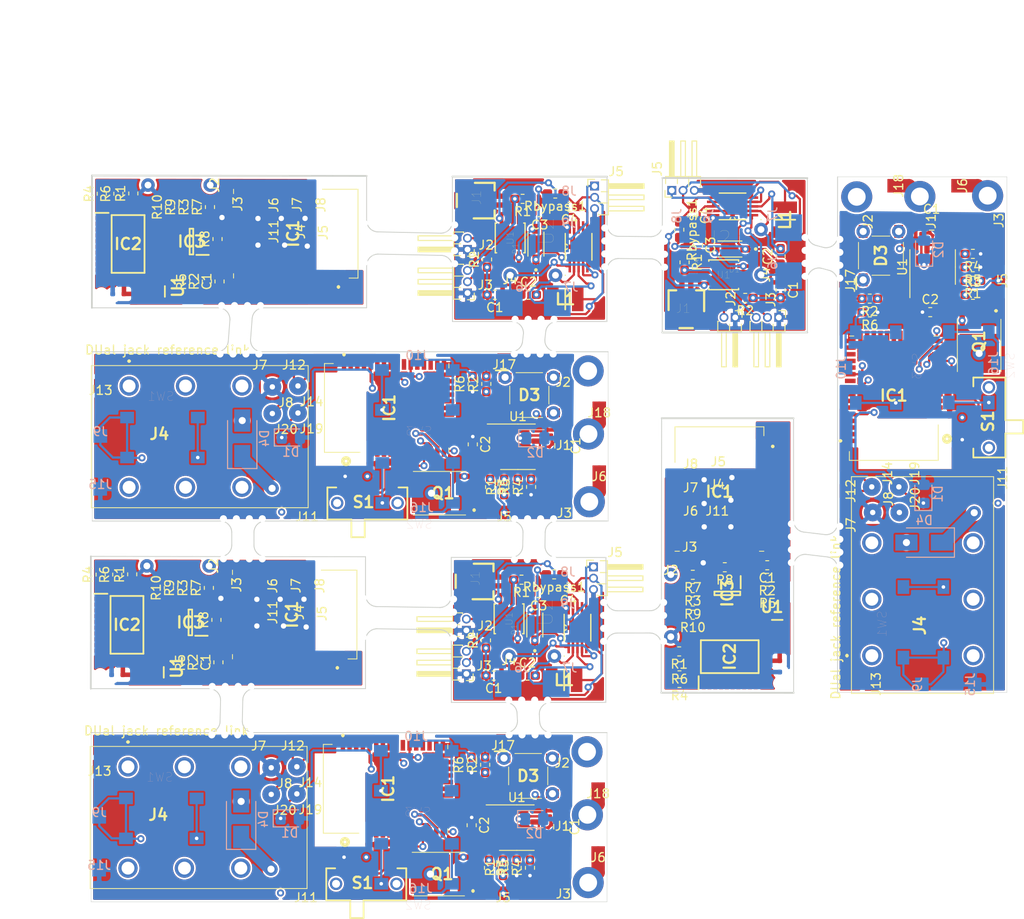
<source format=kicad_pcb>
(kicad_pcb (version 20171130) (host pcbnew "(5.1.4)-1")
  (layers (0 F.Cu signal) (1 In1.Cu signal) (2 In2.Cu signal) (31 B.Cu signal) (34 B.Paste user) (35 F.Paste user) (36 B.SilkS user) (37 F.SilkS user) (38 B.Mask user) (39 F.Mask user) (44 Edge.Cuts user))
  (net 0 "")
  (net 1 GND)
  (net 2 VCC)
  (net 3 +3V3)
  (net 4 "Net-(D1-Pad1)")
  (net 5 "Net-(D2-Pad1)")
  (net 6 "Net-(IC1-Pad2)")
  (net 7 "Net-(IC1-Pad3)")
  (net 8 "Net-(IC1-Pad4)")
  (net 9 "Net-(IC1-Pad8)")
  (net 10 "Net-(IC1-Pad10)")
  (net 11 "Net-(IC1-Pad12)")
  (net 12 "Net-(IC1-Pad13)")
  (net 13 "Net-(IC1-Pad14)")
  (net 14 "Net-(IC1-Pad15)")
  (net 15 "Net-(IC1-Pad17)")
  (net 16 "Net-(IC1-Pad18)")
  (net 17 "Net-(IC1-Pad19)")
  (net 18 "Net-(IC1-Pad20)")
  (net 19 "Net-(IC1-Pad21)")
  (net 20 "Net-(IC1-Pad22)")
  (net 21 "Net-(IC1-Pad23)")
  (net 22 "Net-(IC1-Pad24)")
  (net 23 "Net-(IC1-Pad25)")
  (net 24 "Net-(IC1-Pad32)")
  (net 25 "Net-(IC1-Pad33)")
  (net 26 "Net-(IC1-Pad34)")
  (net 27 "Net-(IC1-Pad35)")
  (net 28 "Net-(IC1-Pad36)")
  (net 29 "Net-(IC1-Pad37)")
  (net 30 "Net-(IC1-Pad38)")
  (net 31 /Line)
  (net 32 /SWD_IO)
  (net 33 /SWD_clk)
  (net 34 /SWD_rst_n)
  (net 35 /led_blc_n)
  (net 36 /pb_rst_n)
  (net 37 /led_sync_n)
  (net 38 /nrf_cmd)
  (net 39 "Net-(Q1-Pad1)")
  (net 40 /pb_n+)
  (net 41 /pb_n-)
  (net 42 "Net-(D4-Pad1)")
  (net 43 "Net-(U1-Pad6)")
  (net 44 "Net-(U1-Pad5)")
  (net 45 VDDA)
  (net 46 GNDPWR)
  (net 47 /I2C_SDA)
  (net 48 /I2C_SCL)
  (net 49 /Thr)
  (net 50 "Net-(IC1-Pad11)")
  (net 51 "Net-(IC1-Pad9)")
  (net 52 /nReset)
  (net 53 /SWDCLK)
  (net 54 /SWDIO)
  (net 55 "Net-(IC2-Pad20)")
  (net 56 "Net-(IC2-Pad11)")
  (net 57 "Net-(IC2-Pad10)")
  (net 58 "Net-(IC2-Pad8)")
  (net 59 "Net-(IC2-Pad3)")
  (net 60 "Net-(IC2-Pad2)")
  (net 61 "Net-(IC2-Pad1)")
  (net 62 /Vsens)
  (net 63 "Net-(IC1-Pad28)")
  (net 64 /Raw_sensor_analog)
  (net 65 /Battery_level_check)
  (net 66 /Sensor_digital)
  (net 67 /Battery_level_check_enable)
  (net 68 /Battery_level_critic)
  (net 69 /Sensor_threshold)
  (net 70 /Sensor_calib)
  (net 71 "Net-(IC2-Pad13)")
  (net 72 "Net-(IC3-Pad3)")
  (net 73 "Net-(R7-Pad2)")
  (net 74 "Net-(R10-Pad2)")
  (net 75 "Net-(C1-Pad2)")
  (net 76 "Net-(C2-Pad2)")
  (net 77 "Net-(C3-Pad1)")
  (net 78 /Vout)
  (net 79 /Bat)
  (net 80 /BatRaux)
  (net 81 /Sens2)
  (net 82 /Sens1)
  (net 83 /Blc)
  (net 84 /HBO)
  (net 85 "Net-(L1-Pad1)")
  (net 86 "Net-(R1-Pad1)")
  (module sky_footprint_lib:PogoProbePad (layer F.Cu) (at 222.243 110.207 90)
    (fp_text reference J20 (at 1.524 1.778 90) (layer F.SilkS))
    (fp_text value Conn_01x01)
    (pad 1 thru_hole circle (at 0 0 90) (size 2 2) (drill 0.6) (layers *.Cu *.Mask) (net 1 GND))
  )
  (module Resistor_SMD:R_0603_1608Metric_Pad1.05x0.95mm_HandSolder (layer F.Cu) (at 199 118.725 180)
    (fp_text reference R3 (at 0 -1.43) (layer F.SilkS))
    (fp_text value R)
    (pad 2 smd roundrect (at 0.875 0 180) (size 1.05 0.95) (layers F.Cu F.Paste F.Mask) (net 70 /Sensor_calib))
    (pad 1 smd roundrect (at -0.875 0 180) (size 1.05 0.95) (layers F.Cu F.Paste F.Mask) (net 72 "Net-(IC3-Pad3)"))
  )
  (module sky_footprint_lib:45300005 (layer F.Cu) (at 201.995 107.57)
    (fp_text reference IC1 (at 0 0.3) (layer F.SilkS) (effects (font (size 1.27 1.27) (thickness 0.254))))
    (fp_text value 453-00005 hide)
    (pad 1 smd rect (at 4.9 -4.8 90) (size 0.5 1.2) (layers F.Cu F.Paste F.Mask) (net 1 GND))
    (pad 2 smd rect (at 4.9 -4.05 90) (size 0.5 1.2) (layers F.Cu F.Paste F.Mask) (net 6 "Net-(IC1-Pad2)"))
    (pad 3 smd rect (at 4.9 -3.3 90) (size 0.5 1.2) (layers F.Cu F.Paste F.Mask) (net 7 "Net-(IC1-Pad3)"))
    (pad 4 smd rect (at 4.9 -2.55 90) (size 0.5 1.2) (layers F.Cu F.Paste F.Mask) (net 8 "Net-(IC1-Pad4)"))
    (pad 5 smd rect (at 4.9 -1.8 90) (size 0.5 1.2) (layers F.Cu F.Paste F.Mask) (net 54 /SWDIO))
    (pad 6 smd rect (at 4.9 -1.05 90) (size 0.5 1.2) (layers F.Cu F.Paste F.Mask) (net 53 /SWDCLK))
    (pad 7 smd rect (at 4.9 -0.3 90) (size 0.5 1.2) (layers F.Cu F.Paste F.Mask) (net 52 /nReset))
    (pad 8 smd rect (at 4.9 0.45 90) (size 0.5 1.2) (layers F.Cu F.Paste F.Mask) (net 9 "Net-(IC1-Pad8)"))
    (pad 9 smd rect (at 4.9 1.2 90) (size 0.5 1.2) (layers F.Cu F.Paste F.Mask) (net 51 "Net-(IC1-Pad9)"))
    (pad 10 smd rect (at 4.9 1.95 90) (size 0.5 1.2) (layers F.Cu F.Paste F.Mask) (net 10 "Net-(IC1-Pad10)"))
    (pad 11 smd rect (at 4.9 2.7 90) (size 0.5 1.2) (layers F.Cu F.Paste F.Mask) (net 50 "Net-(IC1-Pad11)"))
    (pad 12 smd rect (at 4.9 3.45 90) (size 0.5 1.2) (layers F.Cu F.Paste F.Mask) (net 11 "Net-(IC1-Pad12)"))
    (pad 13 smd rect (at 4.9 4.2 90) (size 0.5 1.2) (layers F.Cu F.Paste F.Mask) (net 12 "Net-(IC1-Pad13)"))
    (pad 14 smd rect (at 4.9 4.95 90) (size 0.5 1.2) (layers F.Cu F.Paste F.Mask) (net 13 "Net-(IC1-Pad14)"))
    (pad 15 smd rect (at 4.9 5.7 90) (size 0.5 1.2) (layers F.Cu F.Paste F.Mask) (net 14 "Net-(IC1-Pad15)"))
    (pad 16 smd rect (at 4.9 6.45 90) (size 0.5 1.2) (layers F.Cu F.Paste F.Mask) (net 1 GND))
    (pad 17 smd rect (at 3.75 7) (size 0.5 1.2) (layers F.Cu F.Paste F.Mask) (net 15 "Net-(IC1-Pad17)"))
    (pad 18 smd rect (at 3 7) (size 0.5 1.2) (layers F.Cu F.Paste F.Mask) (net 16 "Net-(IC1-Pad18)"))
    (pad 19 smd rect (at 2.25 7) (size 0.5 1.2) (layers F.Cu F.Paste F.Mask) (net 17 "Net-(IC1-Pad19)"))
    (pad 20 smd rect (at 1.5 7) (size 0.5 1.2) (layers F.Cu F.Paste F.Mask) (net 18 "Net-(IC1-Pad20)"))
    (pad 21 smd rect (at 0.75 7) (size 0.5 1.2) (layers F.Cu F.Paste F.Mask) (net 19 "Net-(IC1-Pad21)"))
    (pad 22 smd rect (at 0 7) (size 0.5 1.2) (layers F.Cu F.Paste F.Mask) (net 20 "Net-(IC1-Pad22)"))
    (pad 23 smd rect (at -0.75 7) (size 0.5 1.2) (layers F.Cu F.Paste F.Mask) (net 65 /Battery_level_check))
    (pad 24 smd rect (at -1.5 7) (size 0.5 1.2) (layers F.Cu F.Paste F.Mask) (net 22 "Net-(IC1-Pad24)"))
    (pad 25 smd rect (at -2.25 7) (size 0.5 1.2) (layers F.Cu F.Paste F.Mask) (net 23 "Net-(IC1-Pad25)"))
    (pad 26 smd rect (at -3 7) (size 0.5 1.2) (layers F.Cu F.Paste F.Mask) (net 3 +3V3))
    (pad 27 smd rect (at -3.75 7) (size 0.5 1.2) (layers F.Cu F.Paste F.Mask) (net 1 GND))
    (pad 28 smd rect (at -4.9 6.45 90) (size 0.5 1.2) (layers F.Cu F.Paste F.Mask) (net 63 "Net-(IC1-Pad28)"))
    (pad 29 smd rect (at -4.9 5.7 90) (size 0.5 1.2) (layers F.Cu F.Paste F.Mask) (net 66 /Sensor_digital))
    (pad 30 smd rect (at -4.9 4.95 90) (size 0.5 1.2) (layers F.Cu F.Paste F.Mask) (net 67 /Battery_level_check_enable))
    (pad 31 smd rect (at -4.9 4.2 90) (size 0.5 1.2) (layers F.Cu F.Paste F.Mask) (net 68 /Battery_level_critic))
    (pad 32 smd rect (at -4.9 3.45 90) (size 0.5 1.2) (layers F.Cu F.Paste F.Mask) (net 24 "Net-(IC1-Pad32)"))
    (pad 33 smd rect (at -4.9 2.7 90) (size 0.5 1.2) (layers F.Cu F.Paste F.Mask) (net 25 "Net-(IC1-Pad33)"))
    (pad 34 smd rect (at -4.9 1.95 90) (size 0.5 1.2) (layers F.Cu F.Paste F.Mask) (net 26 "Net-(IC1-Pad34)"))
    (pad 35 smd rect (at -4.9 1.2 90) (size 0.5 1.2) (layers F.Cu F.Paste F.Mask) (net 27 "Net-(IC1-Pad35)"))
    (pad 36 smd rect (at -4.9 0.45 90) (size 0.5 1.2) (layers F.Cu F.Paste F.Mask) (net 48 /I2C_SCL))
    (pad 37 smd rect (at -4.9 -0.3 90) (size 0.5 1.2) (layers F.Cu F.Paste F.Mask) (net 47 /I2C_SDA))
    (pad 38 smd rect (at -4.9 -1.05 90) (size 0.5 1.2) (layers F.Cu F.Paste F.Mask) (net 30 "Net-(IC1-Pad38)"))
    (pad 39 smd rect (at -4.9 -1.8 90) (size 0.5 1.2) (layers F.Cu F.Paste F.Mask) (net 1 GND))
  )
  (module sky_footprint_lib:ProbePad (layer F.Cu) (at 203.285001 111.825001 180)
    (fp_text reference J11 (at 1.524 1.778) (layer F.SilkS))
    (fp_text value VTP_GND)
    (pad 1 thru_hole circle (at 0 0 180) (size 2 2) (drill 0.6) (layers *.Cu *.Mask) (net 62 /Vsens))
  )
  (module sky_footprint_lib:ProbePad (layer F.Cu) (at 203.285001 108.825001 180)
    (fp_text reference J4 (at 1.524 1.778) (layer F.SilkS))
    (fp_text value SWDCLK)
    (pad 1 thru_hole circle (at 0 0 180) (size 2 2) (drill 0.6) (layers *.Cu *.Mask) (net 53 /SWDCLK))
  )
  (module sky_footprint_lib:SOP65P640X120-20N (layer F.Cu) (at 203.155 126.44 90)
    (fp_text reference IC2 (at 0 0 90) (layer F.SilkS) (effects (font (size 1.27 1.27) (thickness 0.254))))
    (fp_text value MCP4461-103E_ST hide)
    (pad 1 smd rect (at -2.938 -2.925 180) (size 0.45 1.475) (layers F.Cu F.Paste F.Mask) (net 61 "Net-(IC2-Pad1)"))
    (pad 2 smd rect (at -2.938 -2.275 180) (size 0.45 1.475) (layers F.Cu F.Paste F.Mask) (net 60 "Net-(IC2-Pad2)"))
    (pad 3 smd rect (at -2.938 -1.625 180) (size 0.45 1.475) (layers F.Cu F.Paste F.Mask) (net 59 "Net-(IC2-Pad3)"))
    (pad 4 smd rect (at -2.938 -0.975 180) (size 0.45 1.475) (layers F.Cu F.Paste F.Mask) (net 1 GND))
    (pad 5 smd rect (at -2.938 -0.325 180) (size 0.45 1.475) (layers F.Cu F.Paste F.Mask) (net 48 /I2C_SCL))
    (pad 6 smd rect (at -2.938 0.325 180) (size 0.45 1.475) (layers F.Cu F.Paste F.Mask) (net 47 /I2C_SDA))
    (pad 7 smd rect (at -2.938 0.975 180) (size 0.45 1.475) (layers F.Cu F.Paste F.Mask) (net 1 GND))
    (pad 8 smd rect (at -2.938 1.625 180) (size 0.45 1.475) (layers F.Cu F.Paste F.Mask) (net 58 "Net-(IC2-Pad8)"))
    (pad 9 smd rect (at -2.938 2.275 180) (size 0.45 1.475) (layers F.Cu F.Paste F.Mask) (net 69 /Sensor_threshold))
    (pad 10 smd rect (at -2.938 2.925 180) (size 0.45 1.475) (layers F.Cu F.Paste F.Mask) (net 57 "Net-(IC2-Pad10)"))
    (pad 11 smd rect (at 2.938 2.925 180) (size 0.45 1.475) (layers F.Cu F.Paste F.Mask) (net 56 "Net-(IC2-Pad11)"))
    (pad 12 smd rect (at 2.938 2.275 180) (size 0.45 1.475) (layers F.Cu F.Paste F.Mask) (net 70 /Sensor_calib))
    (pad 13 smd rect (at 2.938 1.625 180) (size 0.45 1.475) (layers F.Cu F.Paste F.Mask) (net 71 "Net-(IC2-Pad13)"))
    (pad 14 smd rect (at 2.938 0.975 180) (size 0.45 1.475) (layers F.Cu F.Paste F.Mask) (net 3 +3V3))
    (pad 15 smd rect (at 2.938 0.325 180) (size 0.45 1.475) (layers F.Cu F.Paste F.Mask) (net 3 +3V3))
    (pad 16 smd rect (at 2.938 -0.325 180) (size 0.45 1.475) (layers F.Cu F.Paste F.Mask) (net 1 GND))
    (pad 17 smd rect (at 2.938 -0.975 180) (size 0.45 1.475) (layers F.Cu F.Paste F.Mask) (net 3 +3V3))
    (pad 18 smd rect (at 2.938 -1.625 180) (size 0.45 1.475) (layers F.Cu F.Paste F.Mask) (net 71 "Net-(IC2-Pad13)"))
    (pad 19 smd rect (at 2.938 -2.275 180) (size 0.45 1.475) (layers F.Cu F.Paste F.Mask) (net 1 GND))
    (pad 20 smd rect (at 2.938 -2.925 180) (size 0.45 1.475) (layers F.Cu F.Paste F.Mask) (net 55 "Net-(IC2-Pad20)"))
  )
  (module Resistor_SMD:R_0603_1608Metric_Pad1.05x0.95mm_HandSolder (layer F.Cu) (at 207.425 119 180)
    (fp_text reference R5 (at 0 -1.43) (layer F.SilkS))
    (fp_text value R)
    (pad 2 smd roundrect (at 0.875 0 180) (size 1.05 0.95) (layers F.Cu F.Paste F.Mask) (net 57 "Net-(IC2-Pad10)"))
    (pad 1 smd roundrect (at -0.875 0 180) (size 1.05 0.95) (layers F.Cu F.Paste F.Mask) (net 1 GND))
  )
  (module sky_footprint_lib:ProbePad (layer F.Cu) (at 200.275 109.2 180)
    (fp_text reference J7 (at 1.524 1.778) (layer F.SilkS))
    (fp_text value VTP_GND)
    (pad 1 thru_hole circle (at 0 0 180) (size 2 2) (drill 0.6) (layers *.Cu *.Mask) (net 1 GND))
  )
  (module sky_footprint_lib:PanelProbePad (layer F.Cu) (at 221.655 73.425 90)
    (fp_text reference J18 (at 0 0.5 90) (layer F.SilkS))
    (fp_text value Conn_01x01)
    (pad 1 smd rect (at 0 0 90) (size 1.524 1.524) (layers F.Cu F.Paste F.Mask) (net 45 VDDA))
  )
  (module sky_footprint_lib:PanelProbePad (layer B.Cu) (at 230.725 129.565 90)
    (fp_text reference J15 (at 0 -0.5 90) (layer B.SilkS) (effects (justify mirror)))
    (fp_text value Conn_01x01)
    (pad 1 smd rect (at 0 0 90) (size 1.524 1.524) (layers B.Cu B.Paste B.Mask) (net 3 +3V3))
  )
  (module sky_footprint_lib:ProbePad (layer F.Cu) (at 203.4 106.275 180)
    (fp_text reference J5 (at 1.524 1.778) (layer F.SilkS))
    (fp_text value nReset)
    (pad 1 thru_hole circle (at 0 0 180) (size 2 2) (drill 0.6) (layers *.Cu *.Mask) (net 52 /nReset))
  )
  (module sky_footprint_lib:ProbePad (layer F.Cu) (at 200.285001 111.825001 180)
    (fp_text reference J6 (at 1.524 1.778) (layer F.SilkS))
    (fp_text value VTP_Vcc)
    (pad 1 thru_hole circle (at 0 0 180) (size 2 2) (drill 0.6) (layers *.Cu *.Mask) (net 3 +3V3))
  )
  (module sky_footprint_lib:SOT95P270X145-5N (layer F.Cu) (at 202.885 119.31 270)
    (fp_text reference IC3 (at 0 0 90) (layer F.SilkS) (effects (font (size 1.27 1.27) (thickness 0.254))))
    (fp_text value MCP6541T-I_OT hide)
    (pad 1 smd rect (at -1.25 -0.95) (size 0.6 1.4) (layers F.Cu F.Paste F.Mask) (net 66 /Sensor_digital))
    (pad 2 smd rect (at -1.25 0) (size 0.6 1.4) (layers F.Cu F.Paste F.Mask) (net 1 GND))
    (pad 3 smd rect (at -1.25 0.95) (size 0.6 1.4) (layers F.Cu F.Paste F.Mask) (net 72 "Net-(IC3-Pad3)"))
    (pad 4 smd rect (at 1.25 0.95) (size 0.6 1.4) (layers F.Cu F.Paste F.Mask) (net 69 /Sensor_threshold))
    (pad 5 smd rect (at 1.25 -0.95) (size 0.6 1.4) (layers F.Cu F.Paste F.Mask) (net 3 +3V3))
  )
  (module Capacitor_SMD:C_0603_1608Metric_Pad1.05x0.95mm_HandSolder (layer F.Cu) (at 207.375 116.15 180)
    (fp_text reference C1 (at 0 -1.43) (layer F.SilkS))
    (fp_text value C)
    (pad 2 smd roundrect (at 0.875 0 180) (size 1.05 0.95) (layers F.Cu F.Paste F.Mask) (net 1 GND))
    (pad 1 smd roundrect (at -0.875 0 180) (size 1.05 0.95) (layers F.Cu F.Paste F.Mask) (net 64 /Raw_sensor_analog))
  )
  (module Resistor_SMD:R_0603_1608Metric_Pad1.05x0.95mm_HandSolder (layer F.Cu) (at 197.47 125.85 180)
    (fp_text reference R1 (at 0 -1.43) (layer F.SilkS))
    (fp_text value R)
    (pad 2 smd roundrect (at 0.875 0 180) (size 1.05 0.95) (layers F.Cu F.Paste F.Mask) (net 3 +3V3))
    (pad 1 smd roundrect (at -0.875 0 180) (size 1.05 0.95) (layers F.Cu F.Paste F.Mask) (net 52 /nReset))
  )
  (module sky_footprint_lib:ProbePad (layer F.Cu) (at 200.175 115.875 180)
    (fp_text reference J3 (at 1.524 1.778) (layer F.SilkS))
    (fp_text value SWDIO)
    (pad 1 thru_hole circle (at 0 0 180) (size 2 2) (drill 0.6) (layers *.Cu *.Mask) (net 54 /SWDIO))
  )
  (module Resistor_SMD:R_0603_1608Metric_Pad1.05x0.95mm_HandSolder (layer F.Cu) (at 207.375 117.575 180)
    (fp_text reference R2 (at 0 -1.43) (layer F.SilkS))
    (fp_text value 10kR)
    (pad 2 smd roundrect (at 0.875 0 180) (size 1.05 0.95) (layers F.Cu F.Paste F.Mask) (net 1 GND))
    (pad 1 smd roundrect (at -0.875 0 180) (size 1.05 0.95) (layers F.Cu F.Paste F.Mask) (net 66 /Sensor_digital))
  )
  (module sky_footprint_lib:PanelProbePad (layer F.Cu) (at 219.125 129.515 90)
    (fp_text reference J13 (at 0 0.5 90) (layer F.SilkS))
    (fp_text value Conn_01x01)
    (pad 1 smd rect (at 0 0 90) (size 1.524 1.524) (layers F.Cu F.Paste F.Mask) (net 1 GND))
  )
  (module Resistor_SMD:R_0603_1608Metric_Pad1.05x0.95mm_HandSolder (layer F.Cu) (at 197.5 127.53 180)
    (fp_text reference R6 (at 0 -1.43) (layer F.SilkS))
    (fp_text value R)
    (pad 2 smd roundrect (at 0.875 0 180) (size 1.05 0.95) (layers F.Cu F.Paste F.Mask) (net 64 /Raw_sensor_analog))
    (pad 1 smd roundrect (at -0.875 0 180) (size 1.05 0.95) (layers F.Cu F.Paste F.Mask) (net 72 "Net-(IC3-Pad3)"))
  )
  (module Resistor_SMD:R_0603_1608Metric_Pad1.05x0.95mm_HandSolder (layer F.Cu) (at 218.925 87.675 180)
    (fp_text reference R6 (at 0 -1.43) (layer F.SilkS))
    (fp_text value 10kR)
    (pad 2 smd roundrect (at 0.875 0 180) (size 1.05 0.95) (layers F.Cu F.Paste F.Mask) (net 40 /pb_n+))
    (pad 1 smd roundrect (at -0.875 0 180) (size 1.05 0.95) (layers F.Cu F.Paste F.Mask) (net 3 +3V3))
  )
  (module Resistor_SMD:R_0603_1608Metric_Pad1.05x0.95mm_HandSolder (layer F.Cu) (at 199 117.225 180)
    (fp_text reference R7 (at 0 -1.43) (layer F.SilkS))
    (fp_text value 180kR)
    (pad 2 smd roundrect (at 0.875 0 180) (size 1.05 0.95) (layers F.Cu F.Paste F.Mask) (net 73 "Net-(R7-Pad2)"))
    (pad 1 smd roundrect (at -0.875 0 180) (size 1.05 0.95) (layers F.Cu F.Paste F.Mask) (net 65 /Battery_level_check))
  )
  (module Resistor_SMD:R_0603_1608Metric_Pad1.05x0.95mm_HandSolder (layer F.Cu) (at 199 120.225 180)
    (fp_text reference R9 (at 0 -1.43) (layer F.SilkS))
    (fp_text value 1MR)
    (pad 2 smd roundrect (at 0.875 0 180) (size 1.05 0.95) (layers F.Cu F.Paste F.Mask) (net 1 GND))
    (pad 1 smd roundrect (at -0.875 0 180) (size 1.05 0.95) (layers F.Cu F.Paste F.Mask) (net 73 "Net-(R7-Pad2)"))
  )
  (module sky_footprint_lib:PanelProbePad (layer F.Cu) (at 216.295 111.625 90)
    (fp_text reference J7 (at 0 0.5 90) (layer F.SilkS))
    (fp_text value Conn_01x01)
    (pad 1 smd rect (at 0 0 90) (size 1.524 1.524) (layers F.Cu F.Paste F.Mask) (net 32 /SWD_IO))
  )
  (module Resistor_SMD:R_0603_1608Metric_Pad1.05x0.95mm_HandSolder (layer F.Cu) (at 202.6 116.375 180)
    (fp_text reference R8 (at 0 -1.43) (layer F.SilkS))
    (fp_text value 1MR)
    (pad 2 smd roundrect (at 0.875 0 180) (size 1.05 0.95) (layers F.Cu F.Paste F.Mask) (net 67 /Battery_level_check_enable))
    (pad 1 smd roundrect (at -0.875 0 180) (size 1.05 0.95) (layers F.Cu F.Paste F.Mask) (net 1 GND))
  )
  (module sky_footprint_lib:PowerPad (layer F.Cu) (at 232.175 74.545 90)
    (fp_text reference J3 (at -2.794 1.27 90) (layer F.SilkS))
    (fp_text value Conn_01x01)
    (pad 1 thru_hole circle (at 0 0 90) (size 3.5 3.5) (drill 2) (layers *.Cu *.Mask) (net 46 GNDPWR))
  )
  (module LED_SMD:LED_0805_2012Metric_Pad1.15x1.40mm_HandSolder (layer B.Cu) (at 225.025 80.625 90)
    (fp_text reference D2 (at 0 1.65 90) (layer B.SilkS) (effects (justify mirror)))
    (fp_text value led_blc)
    (pad 2 smd roundrect (at 1.025 0 90) (size 1.15 1.4) (layers B.Cu B.Paste B.Mask) (roundrect_rratio 0.217391) (net 3 +3V3))
    (pad 1 smd roundrect (at -1.025 0 90) (size 1.15 1.4) (layers B.Cu B.Paste B.Mask) (roundrect_rratio 0.217391) (net 5 "Net-(D2-Pad1)"))
  )
  (module Resistor_SMD:R_0603_1608Metric_Pad1.05x0.95mm_HandSolder (layer F.Cu) (at 230.505 84.125 180)
    (fp_text reference R1 (at 0 -1.43) (layer F.SilkS))
    (fp_text value 220R)
    (pad 2 smd roundrect (at 0.875 0 180) (size 1.05 0.95) (layers F.Cu F.Paste F.Mask) (net 37 /led_sync_n))
    (pad 1 smd roundrect (at -0.875 0 180) (size 1.05 0.95) (layers F.Cu F.Paste F.Mask) (net 4 "Net-(D1-Pad1)"))
  )
  (module sky_footprint_lib:JS102011SAQN (layer F.Cu) (at 230.565 99.515 90)
    (fp_text reference S1 (at -0.43 1.647 90) (layer F.SilkS) (effects (font (size 1.27 1.27) (thickness 0.254))))
    (fp_text value Bypass hide)
    (pad 1 smd rect (at -2.5 -1 90) (size 1.2 2.5) (layers F.Cu F.Paste F.Mask) (net 3 +3V3))
    (pad 2 smd rect (at 0 -1 90) (size 1.2 2.5) (layers F.Cu F.Paste F.Mask) (net 39 "Net-(Q1-Pad1)"))
    (pad 3 smd rect (at 2.5 -1 90) (size 1.2 2.5) (layers F.Cu F.Paste F.Mask) (net 38 /nrf_cmd))
    (pad 4 thru_hole circle (at -3.4 1.75 90) (size 1.4 1.4) (drill 0.9) (layers *.Cu *.Mask))
    (pad 5 thru_hole circle (at 3.4 1.75 90) (size 1.4 1.4) (drill 0.9) (layers *.Cu *.Mask))
  )
  (module sky_footprint_lib:SW_B3S-1000 (layer B.Cu) (at 224.945 122.575 270)
    (fp_text reference SW1 (at 0.17523 4.64128 90) (layer B.SilkS) (effects (font (size 1.001354 1.001354) (thickness 0.015)) (justify mirror)))
    (fp_text value B3S-1000)
    (pad 4 smd rect (at -3.975 2.25 270) (size 1.55 1.3) (layers B.Cu B.Paste B.Mask) (net 1 GND))
    (pad 3 smd rect (at 3.975 2.25 270) (size 1.55 1.3) (layers B.Cu B.Paste B.Mask) (net 36 /pb_rst_n))
    (pad 2 smd rect (at -3.975 -2.25 270) (size 1.55 1.3) (layers B.Cu B.Paste B.Mask) (net 1 GND))
    (pad 1 smd rect (at 3.975 -2.25 270) (size 1.55 1.3) (layers B.Cu B.Paste B.Mask) (net 36 /pb_rst_n))
  )
  (module sky_footprint_lib:45300005 (layer F.Cu) (at 221.615 97.345 180)
    (fp_text reference IC1 (at 0 0.3) (layer F.SilkS) (effects (font (size 1.27 1.27) (thickness 0.254))))
    (fp_text value 453-00005 hide)
    (pad 1 smd rect (at 4.9 -4.8 270) (size 0.5 1.2) (layers F.Cu F.Paste F.Mask) (net 1 GND))
    (pad 2 smd rect (at 4.9 -4.05 270) (size 0.5 1.2) (layers F.Cu F.Paste F.Mask) (net 6 "Net-(IC1-Pad2)"))
    (pad 3 smd rect (at 4.9 -3.3 270) (size 0.5 1.2) (layers F.Cu F.Paste F.Mask) (net 7 "Net-(IC1-Pad3)"))
    (pad 4 smd rect (at 4.9 -2.55 270) (size 0.5 1.2) (layers F.Cu F.Paste F.Mask) (net 8 "Net-(IC1-Pad4)"))
    (pad 5 smd rect (at 4.9 -1.8 270) (size 0.5 1.2) (layers F.Cu F.Paste F.Mask) (net 32 /SWD_IO))
    (pad 6 smd rect (at 4.9 -1.05 270) (size 0.5 1.2) (layers F.Cu F.Paste F.Mask) (net 33 /SWD_clk))
    (pad 7 smd rect (at 4.9 -0.3 270) (size 0.5 1.2) (layers F.Cu F.Paste F.Mask) (net 34 /SWD_rst_n))
    (pad 8 smd rect (at 4.9 0.45 270) (size 0.5 1.2) (layers F.Cu F.Paste F.Mask) (net 9 "Net-(IC1-Pad8)"))
    (pad 9 smd rect (at 4.9 1.2 270) (size 0.5 1.2) (layers F.Cu F.Paste F.Mask) (net 35 /led_blc_n))
    (pad 10 smd rect (at 4.9 1.95 270) (size 0.5 1.2) (layers F.Cu F.Paste F.Mask) (net 10 "Net-(IC1-Pad10)"))
    (pad 11 smd rect (at 4.9 2.7 270) (size 0.5 1.2) (layers F.Cu F.Paste F.Mask) (net 40 /pb_n+))
    (pad 12 smd rect (at 4.9 3.45 270) (size 0.5 1.2) (layers F.Cu F.Paste F.Mask) (net 11 "Net-(IC1-Pad12)"))
    (pad 13 smd rect (at 4.9 4.2 270) (size 0.5 1.2) (layers F.Cu F.Paste F.Mask) (net 12 "Net-(IC1-Pad13)"))
    (pad 14 smd rect (at 4.9 4.95 270) (size 0.5 1.2) (layers F.Cu F.Paste F.Mask) (net 13 "Net-(IC1-Pad14)"))
    (pad 15 smd rect (at 4.9 5.7 270) (size 0.5 1.2) (layers F.Cu F.Paste F.Mask) (net 14 "Net-(IC1-Pad15)"))
    (pad 16 smd rect (at 4.9 6.45 270) (size 0.5 1.2) (layers F.Cu F.Paste F.Mask) (net 1 GND))
    (pad 17 smd rect (at 3.75 7 180) (size 0.5 1.2) (layers F.Cu F.Paste F.Mask) (net 15 "Net-(IC1-Pad17)"))
    (pad 18 smd rect (at 3 7 180) (size 0.5 1.2) (layers F.Cu F.Paste F.Mask) (net 16 "Net-(IC1-Pad18)"))
    (pad 19 smd rect (at 2.25 7 180) (size 0.5 1.2) (layers F.Cu F.Paste F.Mask) (net 17 "Net-(IC1-Pad19)"))
    (pad 20 smd rect (at 1.5 7 180) (size 0.5 1.2) (layers F.Cu F.Paste F.Mask) (net 18 "Net-(IC1-Pad20)"))
    (pad 21 smd rect (at 0.75 7 180) (size 0.5 1.2) (layers F.Cu F.Paste F.Mask) (net 19 "Net-(IC1-Pad21)"))
    (pad 22 smd rect (at 0 7 180) (size 0.5 1.2) (layers F.Cu F.Paste F.Mask) (net 20 "Net-(IC1-Pad22)"))
    (pad 23 smd rect (at -0.75 7 180) (size 0.5 1.2) (layers F.Cu F.Paste F.Mask) (net 21 "Net-(IC1-Pad23)"))
    (pad 24 smd rect (at -1.5 7 180) (size 0.5 1.2) (layers F.Cu F.Paste F.Mask) (net 22 "Net-(IC1-Pad24)"))
    (pad 25 smd rect (at -2.25 7 180) (size 0.5 1.2) (layers F.Cu F.Paste F.Mask) (net 23 "Net-(IC1-Pad25)"))
    (pad 26 smd rect (at -3 7 180) (size 0.5 1.2) (layers F.Cu F.Paste F.Mask) (net 3 +3V3))
    (pad 27 smd rect (at -3.75 7 180) (size 0.5 1.2) (layers F.Cu F.Paste F.Mask) (net 1 GND))
    (pad 28 smd rect (at -4.9 6.45 270) (size 0.5 1.2) (layers F.Cu F.Paste F.Mask) (net 36 /pb_rst_n))
    (pad 29 smd rect (at -4.9 5.7 270) (size 0.5 1.2) (layers F.Cu F.Paste F.Mask) (net 41 /pb_n-))
    (pad 30 smd rect (at -4.9 4.95 270) (size 0.5 1.2) (layers F.Cu F.Paste F.Mask) (net 37 /led_sync_n))
    (pad 31 smd rect (at -4.9 4.2 270) (size 0.5 1.2) (layers F.Cu F.Paste F.Mask) (net 38 /nrf_cmd))
    (pad 32 smd rect (at -4.9 3.45 270) (size 0.5 1.2) (layers F.Cu F.Paste F.Mask) (net 24 "Net-(IC1-Pad32)"))
    (pad 33 smd rect (at -4.9 2.7 270) (size 0.5 1.2) (layers F.Cu F.Paste F.Mask) (net 25 "Net-(IC1-Pad33)"))
    (pad 34 smd rect (at -4.9 1.95 270) (size 0.5 1.2) (layers F.Cu F.Paste F.Mask) (net 26 "Net-(IC1-Pad34)"))
    (pad 35 smd rect (at -4.9 1.2 270) (size 0.5 1.2) (layers F.Cu F.Paste F.Mask) (net 27 "Net-(IC1-Pad35)"))
    (pad 36 smd rect (at -4.9 0.45 270) (size 0.5 1.2) (layers F.Cu F.Paste F.Mask) (net 28 "Net-(IC1-Pad36)"))
    (pad 37 smd rect (at -4.9 -0.3 270) (size 0.5 1.2) (layers F.Cu F.Paste F.Mask) (net 29 "Net-(IC1-Pad37)"))
    (pad 38 smd rect (at -4.9 -1.05 270) (size 0.5 1.2) (layers F.Cu F.Paste F.Mask) (net 30 "Net-(IC1-Pad38)"))
    (pad 39 smd rect (at -4.9 -1.8 270) (size 0.5 1.2) (layers F.Cu F.Paste F.Mask) (net 1 GND))
  )
  (module Resistor_SMD:R_0603_1608Metric_Pad1.05x0.95mm_HandSolder (layer F.Cu) (at 230.52 85.705)
    (fp_text reference R3 (at 0 -1.43) (layer F.SilkS))
    (fp_text value 10kR)
    (pad 2 smd roundrect (at 0.875 0) (size 1.05 0.95) (layers F.Cu F.Paste F.Mask) (net 1 GND))
    (pad 1 smd roundrect (at -0.875 0) (size 1.05 0.95) (layers F.Cu F.Paste F.Mask) (net 38 /nrf_cmd))
  )
  (module sky_footprint_lib:PowerPad (layer F.Cu) (at 217.445 74.675 90)
    (fp_text reference J2 (at -2.794 1.27 90) (layer F.SilkS))
    (fp_text value Conn_01x01)
    (pad 1 thru_hole circle (at 0 0 90) (size 3.5 3.5) (drill 2) (layers *.Cu *.Mask) (net 31 /Line))
  )
  (module Capacitor_SMD:C_0805_2012Metric_Pad1.15x1.40mm_HandSolder (layer F.Cu) (at 225.875 77.715)
    (fp_text reference C1 (at 0 -1.65) (layer F.SilkS))
    (fp_text value 4.7uC)
    (pad 1 smd roundrect (at -1.025 0) (size 1.15 1.4) (layers F.Cu F.Paste F.Mask) (roundrect_rratio 0.217391) (net 2 VCC))
    (pad 2 smd roundrect (at 1.025 0) (size 1.15 1.4) (layers F.Cu F.Paste F.Mask) (roundrect_rratio 0.217391) (net 1 GND))
  )
  (module Resistor_SMD:R_0603_1608Metric_Pad1.05x0.95mm_HandSolder (layer F.Cu) (at 218.91 86.135 180)
    (fp_text reference R2 (at 0 -1.43) (layer F.SilkS))
    (fp_text value 220R)
    (pad 2 smd roundrect (at 0.875 0 180) (size 1.05 0.95) (layers F.Cu F.Paste F.Mask) (net 35 /led_blc_n))
    (pad 1 smd roundrect (at -0.875 0 180) (size 1.05 0.95) (layers F.Cu F.Paste F.Mask) (net 5 "Net-(D2-Pad1)"))
  )
  (module sky_footprint_lib:PowerPad (layer F.Cu) (at 224.545 74.635 90)
    (fp_text reference J1 (at -2.794 1.27 90) (layer F.SilkS))
    (fp_text value Conn_01x01)
    (pad 1 thru_hole circle (at 0 0 90) (size 3.5 3.5) (drill 2) (layers *.Cu *.Mask) (net 45 VDDA))
  )
  (module Resistor_SMD:R_0603_1608Metric_Pad1.05x0.95mm_HandSolder (layer F.Cu) (at 230.505 82.595 180)
    (fp_text reference R5 (at 0 -1.43) (layer F.SilkS))
    (fp_text value 10kR)
    (pad 2 smd roundrect (at 0.875 0 180) (size 1.05 0.95) (layers F.Cu F.Paste F.Mask) (net 41 /pb_n-))
    (pad 1 smd roundrect (at -0.875 0 180) (size 1.05 0.95) (layers F.Cu F.Paste F.Mask) (net 3 +3V3))
  )
  (module sky_footprint_lib:PanelProbePad (layer F.Cu) (at 233.365 106.305 90)
    (fp_text reference J11 (at 0 0.5 90) (layer F.SilkS))
    (fp_text value Conn_01x01)
    (pad 1 smd rect (at 0 0 90) (size 1.524 1.524) (layers F.Cu F.Paste F.Mask) (net 38 /nrf_cmd))
  )
  (module sky_footprint_lib:PanelProbePad (layer F.Cu) (at 228.845 73.425 90)
    (fp_text reference J6 (at 0 0.5 90) (layer F.SilkS))
    (fp_text value Conn_01x01)
    (pad 1 smd rect (at 0 0 90) (size 1.524 1.524) (layers F.Cu F.Paste F.Mask) (net 46 GNDPWR))
  )
  (module sky_footprint_lib:ACJSMHDR (layer F.Cu) (at 219.145 126.325 270)
    (fp_text reference J4 (at -3.4 -5.4 270) (layer F.SilkS) (effects (font (size 1.27 1.27) (thickness 0.254))))
    (fp_text value Jack_3_contacts hide)
    (fp_text user "DUal jack reference link" (at -4.318 4.064 90) (layer F.SilkS))
    (pad T1 thru_hole circle (at 0 0 270) (size 2.175 2.175) (drill 1.45) (layers *.Cu *.Mask) (net 42 "Net-(D4-Pad1)"))
    (pad R1 thru_hole circle (at -6.35 0 270) (size 2.175 2.175) (drill 1.45) (layers *.Cu *.Mask) (net 31 /Line))
    (pad S1 thru_hole circle (at -12.7 0 270) (size 2.175 2.175) (drill 1.45) (layers *.Cu *.Mask) (net 2 VCC))
    (pad TN1 thru_hole circle (at 0 -11.4 270) (size 2.175 2.175) (drill 1.45) (layers *.Cu *.Mask) (net 42 "Net-(D4-Pad1)"))
    (pad RN1 thru_hole circle (at -6.35 -11.4 270) (size 2.175 2.175) (drill 1.45) (layers *.Cu *.Mask) (net 31 /Line))
    (pad SN1 thru_hole circle (at -12.7 -11.4 270) (size 2.175 2.175) (drill 1.45) (layers *.Cu *.Mask) (net 2 VCC))
  )
  (module Diode_SMD:D_SMA (layer B.Cu) (at 225.035 113.595 180)
    (fp_text reference D4 (at 0 2.5) (layer B.SilkS) (effects (justify mirror)))
    (fp_text value "RS1A R3")
    (pad 2 smd rect (at 2 0 180) (size 2.5 1.8) (layers B.Cu B.Paste B.Mask) (net 2 VCC))
    (pad 1 smd rect (at -2 0 180) (size 2.5 1.8) (layers B.Cu B.Paste B.Mask) (net 42 "Net-(D4-Pad1)"))
  )
  (module Resistor_SMD:R_0603_1608Metric_Pad1.05x0.95mm_HandSolder (layer F.Cu) (at 230.51 81.095 180)
    (fp_text reference R4 (at 0 -1.43) (layer F.SilkS))
    (fp_text value 10kR)
    (pad 2 smd roundrect (at 0.875 0 180) (size 1.05 0.95) (layers F.Cu F.Paste F.Mask) (net 36 /pb_rst_n))
    (pad 1 smd roundrect (at -0.875 0 180) (size 1.05 0.95) (layers F.Cu F.Paste F.Mask) (net 3 +3V3))
  )
  (module sky_footprint_lib:PanelProbePad (layer B.Cu) (at 216.195 93.905 90)
    (fp_text reference J10 (at 0 -0.5 90) (layer B.SilkS) (effects (justify mirror)))
    (fp_text value Conn_01x01)
    (pad 1 smd rect (at 0 0 90) (size 1.524 1.524) (layers B.Cu B.Paste B.Mask) (net 40 /pb_n+))
  )
  (module sky_footprint_lib:BSC016N06NS (layer F.Cu) (at 231.215 91.405 270)
    (fp_text reference Q1 (at -0.417 0 90) (layer F.SilkS) (effects (font (size 1.27 1.27) (thickness 0.254))))
    (fp_text value Q_NMOS_GSD hide)
    (pad 2 smd rect (at -2.81 -0.635) (size 3 1.27) (layers F.Cu F.Paste F.Mask) (net 1 GND))
    (pad 1 smd rect (at -2.81 1.905) (size 0.61 1.27) (layers F.Cu F.Paste F.Mask) (net 39 "Net-(Q1-Pad1)"))
    (pad 3 smd rect (at 0.9 0 270) (size 4.4 4.4) (layers F.Cu F.Paste F.Mask) (net 42 "Net-(D4-Pad1)"))
  )
  (module Resistor_SMD:R_0603_1608Metric_Pad1.05x0.95mm_HandSolder (layer F.Cu) (at 199 121.725 180)
    (fp_text reference R10 (at 0 -1.43) (layer F.SilkS))
    (fp_text value 1MR)
    (pad 2 smd roundrect (at 0.875 0 180) (size 1.05 0.95) (layers F.Cu F.Paste F.Mask) (net 74 "Net-(R10-Pad2)"))
    (pad 1 smd roundrect (at -0.875 0 180) (size 1.05 0.95) (layers F.Cu F.Paste F.Mask) (net 3 +3V3))
  )
  (module Capacitor_SMD:C_0603_1608Metric_Pad1.05x0.95mm_HandSolder (layer F.Cu) (at 225.715 87.655)
    (fp_text reference C2 (at 0 -1.43) (layer F.SilkS))
    (fp_text value 100C)
    (pad 2 smd roundrect (at 0.875 0) (size 1.05 0.95) (layers F.Cu F.Paste F.Mask) (net 1 GND))
    (pad 1 smd roundrect (at -0.875 0) (size 1.05 0.95) (layers F.Cu F.Paste F.Mask) (net 3 +3V3))
  )
  (module sky_footprint_lib:ProbePad (layer F.Cu) (at 200.275 106.525 180)
    (fp_text reference J8 (at 1.524 1.778) (layer F.SilkS))
    (fp_text value VTP_Vcc)
    (pad 1 thru_hole circle (at 0 0 180) (size 2 2) (drill 0.6) (layers *.Cu *.Mask) (net 49 /Thr))
  )
  (module sky_footprint_lib:ProbePad (layer F.Cu) (at 219.135 107.325 90)
    (fp_text reference J14 (at 1.524 1.778 90) (layer F.SilkS))
    (fp_text value Conn_01x01)
    (pad 1 thru_hole circle (at 0 0 90) (size 2 2) (drill 0.6) (layers *.Cu *.Mask) (net 33 /SWD_clk))
  )
  (module Capacitor_SMD:C_0603_1608Metric_Pad1.05x0.95mm_HandSolder (layer F.Cu) (at 199.575 80.125 270)
    (fp_text reference C3 (at 0 -1.43 90) (layer F.SilkS))
    (fp_text value 4.7uC)
    (pad 2 smd roundrect (at 0.875 0 270) (size 1.05 0.95) (layers F.Cu F.Paste F.Mask) (net 1 GND))
    (pad 1 smd roundrect (at -0.875 0 270) (size 1.05 0.95) (layers F.Cu F.Paste F.Mask) (net 77 "Net-(C3-Pad1)"))
  )
  (module Resistor_SMD:R_0603_1608Metric_Pad1.05x0.95mm_HandSolder (layer F.Cu) (at 197.475 78.375 270)
    (fp_text reference Rbypass1 (at 0 -1.43 90) (layer F.SilkS))
    (fp_text value 0R)
    (pad 2 smd roundrect (at 0.875 0 270) (size 1.05 0.95) (layers F.Cu F.Paste F.Mask) (net 75 "Net-(C1-Pad2)"))
    (pad 1 smd roundrect (at -0.875 0 270) (size 1.05 0.95) (layers F.Cu F.Paste F.Mask) (net 78 /Vout))
  )
  (module SKY_PM:ProbePad (layer B.Cu) (at 209.775 78.15 90)
    (fp_text reference J7 (at 1.524 -1.778 90) (layer B.SilkS) (effects (justify mirror)))
    (fp_text value Conn_01x01)
    (pad 1 smd rect (at 0 0 90) (size 3 3) (layers B.Cu B.Paste B.Mask) (net 81 /Sens2))
  )
  (module LED_SMD:LED_0805_2012Metric_Pad1.15x1.40mm_HandSolder (layer B.Cu) (at 224.943 108.123 90)
    (fp_text reference D1 (at 0 1.65 90) (layer B.SilkS) (effects (justify mirror)))
    (fp_text value led_sync)
    (pad 2 smd roundrect (at 1.025 0 90) (size 1.15 1.4) (layers B.Cu B.Paste B.Mask) (roundrect_rratio 0.217391) (net 3 +3V3))
    (pad 1 smd roundrect (at -1.025 0 90) (size 1.15 1.4) (layers B.Cu B.Paste B.Mask) (roundrect_rratio 0.217391) (net 4 "Net-(D1-Pad1)"))
  )
  (module sky_footprint_lib:PanelProbePad (layer B.Cu) (at 224.775 129.555 90)
    (fp_text reference J9 (at 0 -0.5 90) (layer B.SilkS) (effects (justify mirror)))
    (fp_text value Conn_01x01)
    (pad 1 smd rect (at 0 0 90) (size 1.524 1.524) (layers B.Cu B.Paste B.Mask) (net 36 /pb_rst_n))
  )
  (module sky_footprint_lib:PogoProbePad (layer F.Cu) (at 219.243 110.207 90)
    (fp_text reference J8 (at 1.524 1.778 90) (layer F.SilkS))
    (fp_text value Conn_01x01)
    (pad 1 thru_hole circle (at 0 0 90) (size 2 2) (drill 0.6) (layers *.Cu *.Mask) (net 3 +3V3))
  )
  (module SKY_PM:LTC4071IMS8EPBF (layer F.Cu) (at 202.475 83.45)
    (fp_text reference U1 (at 0 0) (layer F.SilkS) (effects (font (size 0.787402 0.787402) (thickness 0.015))))
    (fp_text value LTC4071IMS8EPBF)
    (fp_text user * (at -3.048 -1.27) (layer F.SilkS) (effects (font (thickness 0.015))))
    (fp_text user * (at -3.048 -1.27) (layer F.SilkS) (effects (font (thickness 0.015))))
    (pad 1 smd rect (at -2.2098 -0.975) (size 1.397 0.4318) (layers F.Cu F.Paste F.Mask) (net 86 "Net-(R1-Pad1)"))
    (pad 2 smd rect (at -2.2098 -0.325) (size 1.397 0.4318) (layers F.Cu F.Paste F.Mask) (net 80 /BatRaux))
    (pad 3 smd rect (at -2.2098 0.325) (size 1.397 0.4318) (layers F.Cu F.Paste F.Mask) (net 1 GND))
    (pad 4 smd rect (at -2.2098 0.975) (size 1.397 0.4318) (layers F.Cu F.Paste F.Mask) (net 84 /HBO))
    (pad 5 smd rect (at 2.2098 0.975) (size 1.397 0.4318) (layers F.Cu F.Paste F.Mask) (net 1 GND))
    (pad 6 smd rect (at 2.2098 0.325) (size 1.397 0.4318) (layers F.Cu F.Paste F.Mask) (net 1 GND))
    (pad 7 smd rect (at 2.2098 -0.325) (size 1.397 0.4318) (layers F.Cu F.Paste F.Mask) (net 79 /Bat))
    (pad 8 smd rect (at 2.2098 -0.975) (size 1.397 0.4318) (layers F.Cu F.Paste F.Mask) (net 79 /Bat))
  )
  (module Capacitor_SMD:C_0603_1608Metric_Pad1.05x0.95mm_HandSolder (layer F.Cu) (at 198.975 76.775 270)
    (fp_text reference C4 (at 0 -1.43 90) (layer F.SilkS))
    (fp_text value 100uC)
    (pad 2 smd roundrect (at 0.875 0 270) (size 1.05 0.95) (layers F.Cu F.Paste F.Mask) (net 1 GND))
    (pad 1 smd roundrect (at -0.875 0 270) (size 1.05 0.95) (layers F.Cu F.Paste F.Mask) (net 78 /Vout))
  )
  (module Capacitor_SMD:C_0603_1608Metric_Pad1.05x0.95mm_HandSolder (layer F.Cu) (at 208.875 85.175 270)
    (fp_text reference C1 (at 0 -1.43 90) (layer F.SilkS))
    (fp_text value 22uC)
    (pad 2 smd roundrect (at 0.875 0 270) (size 1.05 0.95) (layers F.Cu F.Paste F.Mask) (net 75 "Net-(C1-Pad2)"))
    (pad 1 smd roundrect (at -0.875 0 270) (size 1.05 0.95) (layers F.Cu F.Paste F.Mask) (net 1 GND))
  )
  (module SKY_PM:INDC3225X120N (layer F.Cu) (at 209.375 77.25 270)
    (fp_text reference L1 (at 0 0 90) (layer F.SilkS) (effects (font (size 1.27 1.27) (thickness 0.254))))
    (fp_text value 10uL hide)
    (pad 1 smd rect (at -1.4 0 270) (size 1.3 2.7) (layers F.Cu F.Paste F.Mask) (net 85 "Net-(L1-Pad1)"))
    (pad 2 smd rect (at 1.4 0 270) (size 1.3 2.7) (layers F.Cu F.Paste F.Mask) (net 78 /Vout))
  )
  (module SKY_PM:SM02B-SRSS-TB (layer F.Cu) (at 198.275 86.85)
    (fp_text reference J1 (at -0.346857 0.390964) (layer F.SilkS) (effects (font (size 1.00248 1.00248) (thickness 0.015))))
    (fp_text value Conn_01x02)
    (pad 1 smd rect (at -0.5 -1.975) (size 0.6 1.55) (layers F.Cu F.Paste F.Mask) (net 1 GND))
    (pad 2 smd rect (at 0.5 -1.975) (size 0.6 1.55) (layers F.Cu F.Paste F.Mask) (net 79 /Bat))
    (pad 3 smd rect (at -1.8 1.9) (size 1.2 1.8) (layers F.Cu F.Paste F.Mask))
    (pad 4 smd rect (at 1.8 1.9) (size 1.2 1.8) (layers F.Cu F.Paste F.Mask))
  )
  (module Package_SO:SOIC-8_3.9x4.9mm_P1.27mm (layer F.Cu) (at 225.985 82.575 90)
    (fp_text reference U1 (at 0 -3.4 90) (layer F.SilkS))
    (fp_text value LP2951-3.3_SOIC)
    (pad 8 smd roundrect (at 2.475 -1.905 90) (size 1.95 0.6) (layers F.Cu F.Paste F.Mask) (net 2 VCC))
    (pad 7 smd roundrect (at 2.475 -0.635 90) (size 1.95 0.6) (layers F.Cu F.Paste F.Mask) (net 43 "Net-(U1-Pad6)"))
    (pad 6 smd roundrect (at 2.475 0.635 90) (size 1.95 0.6) (layers F.Cu F.Paste F.Mask) (net 43 "Net-(U1-Pad6)"))
    (pad 5 smd roundrect (at 2.475 1.905 90) (size 1.95 0.6) (layers F.Cu F.Paste F.Mask) (net 44 "Net-(U1-Pad5)"))
    (pad 4 smd roundrect (at -2.475 1.905 90) (size 1.95 0.6) (layers F.Cu F.Paste F.Mask) (net 1 GND))
    (pad 3 smd roundrect (at -2.475 0.635 90) (size 1.95 0.6) (layers F.Cu F.Paste F.Mask) (net 1 GND))
    (pad 2 smd roundrect (at -2.475 -0.635 90) (size 1.95 0.6) (layers F.Cu F.Paste F.Mask) (net 3 +3V3))
    (pad 1 smd roundrect (at -2.475 -1.905 90) (size 1.95 0.6) (layers F.Cu F.Paste F.Mask) (net 3 +3V3))
  )
  (module sky_footprint_lib:ProbePad (layer F.Cu) (at 222.185 107.325 90)
    (fp_text reference J19 (at 1.524 1.778 90) (layer F.SilkS))
    (fp_text value Conn_01x01)
    (pad 1 thru_hole circle (at 0 0 90) (size 2 2) (drill 0.6) (layers *.Cu *.Mask) (net 32 /SWD_IO))
  )
  (module SKY_PM:LDT0-028K (layer F.Cu) (at 206.675 83.45 90)
    (fp_text reference J4 (at 0 0.5 90) (layer F.SilkS))
    (fp_text value Conn_01x02)
    (pad 2 thru_hole circle (at 5.1 0 90) (size 1.524 1.524) (drill 0.762) (layers *.Cu *.Mask) (net 81 /Sens2))
    (pad 1 thru_hole circle (at 0 0 90) (size 1.524 1.524) (drill 0.762) (layers *.Cu *.Mask) (net 82 /Sens1))
  )
  (module SKY_PM:MMSD4148T1G (layer F.Cu) (at 203.175 80.55 180)
    (fp_text reference D1 (at -0.508 -2.3114) (layer F.SilkS) (effects (font (size 0.64 0.64) (thickness 0.015))))
    (fp_text value MMSD4148T1G)
    (pad 1 smd rect (at -1.73 0 180) (size 1.12 0.8) (layers F.Cu F.Paste F.Mask) (net 75 "Net-(C1-Pad2)"))
    (pad 2 smd rect (at 1.73 0 180) (size 1.12 0.8) (layers F.Cu F.Paste F.Mask) (net 79 /Bat))
  )
  (module Resistor_SMD:R_0603_1608Metric_Pad1.05x0.95mm_HandSolder (layer F.Cu) (at 198.075 82.05 270)
    (fp_text reference R1 (at 0 -1.43 90) (layer F.SilkS))
    (fp_text value R)
    (pad 2 smd roundrect (at 0.875 0 270) (size 1.05 0.95) (layers F.Cu F.Paste F.Mask) (net 80 /BatRaux))
    (pad 1 smd roundrect (at -0.875 0 270) (size 1.05 0.95) (layers F.Cu F.Paste F.Mask) (net 86 "Net-(R1-Pad1)"))
  )
  (module SKY_PM:ProbePad (layer B.Cu) (at 198.975 78.35 90)
    (fp_text reference J8 (at 1.524 -1.778 90) (layer B.SilkS) (effects (justify mirror)))
    (fp_text value Conn_01x01)
    (pad 1 smd rect (at 0 0 90) (size 3 3) (layers B.Cu B.Paste B.Mask) (net 84 /HBO))
  )
  (module Capacitor_SMD:C_0603_1608Metric_Pad1.05x0.95mm_HandSolder (layer F.Cu) (at 208.875 81.375 90)
    (fp_text reference C2 (at 0 -1.43 90) (layer F.SilkS))
    (fp_text value 1uC)
    (pad 2 smd roundrect (at 0.875 0 90) (size 1.05 0.95) (layers F.Cu F.Paste F.Mask) (net 76 "Net-(C2-Pad2)"))
    (pad 1 smd roundrect (at -0.875 0 90) (size 1.05 0.95) (layers F.Cu F.Paste F.Mask) (net 75 "Net-(C1-Pad2)"))
  )
  (module SKY_PM:ProbePad (layer B.Cu) (at 202.575 78.35 90)
    (fp_text reference J9 (at 1.524 -1.778 90) (layer B.SilkS) (effects (justify mirror)))
    (fp_text value Conn_01x01)
    (pad 1 smd rect (at 0 0 90) (size 3 3) (layers B.Cu B.Paste B.Mask) (net 83 /Blc))
  )
  (module SKY_PM:LTC3588IMSE-2TRPBF (layer F.Cu) (at 203.475 75.75 180)
    (fp_text reference U2 (at 1.75573 -3.5878) (layer F.SilkS) (effects (font (size 1.642929 1.642929) (thickness 0.015))))
    (fp_text value LTC3588IMSE-2TRPBF)
    (pad 1 smd rect (at -2.1844 -0.9906 180) (size 1.397 0.2794) (layers F.Cu F.Paste F.Mask) (net 82 /Sens1))
    (pad 2 smd rect (at -2.1844 -0.508 180) (size 1.397 0.2794) (layers F.Cu F.Paste F.Mask) (net 81 /Sens2))
    (pad 3 smd rect (at -2.1844 0 180) (size 1.397 0.2794) (layers F.Cu F.Paste F.Mask) (net 76 "Net-(C2-Pad2)"))
    (pad 4 smd rect (at -2.1844 0.508 180) (size 1.397 0.2794) (layers F.Cu F.Paste F.Mask) (net 75 "Net-(C1-Pad2)"))
    (pad 5 smd rect (at -2.1844 0.9906 180) (size 1.397 0.2794) (layers F.Cu F.Paste F.Mask) (net 85 "Net-(L1-Pad1)"))
    (pad 6 smd rect (at 2.1844 0.9906 180) (size 1.397 0.2794) (layers F.Cu F.Paste F.Mask) (net 78 /Vout))
    (pad 7 smd rect (at 2.1844 0.508 180) (size 1.397 0.2794) (layers F.Cu F.Paste F.Mask) (net 77 "Net-(C3-Pad1)"))
    (pad 8 smd rect (at 2.1844 0 180) (size 1.397 0.2794) (layers F.Cu F.Paste F.Mask) (net 77 "Net-(C3-Pad1)"))
    (pad 9 smd rect (at 2.1844 -0.508 180) (size 1.397 0.2794) (layers F.Cu F.Paste F.Mask) (net 1 GND))
    (pad 10 smd rect (at 2.1844 -0.9906 180) (size 1.397 0.2794) (layers F.Cu F.Paste F.Mask) (net 83 /Blc))
    (pad 11 smd rect (at 0 0 180) (size 1.6764 1.8796) (layers F.Cu F.Paste F.Mask) (net 1 GND))
  )
  (module Resistor_SMD:R_0603_1608Metric_Pad1.05x0.95mm_HandSolder (layer F.Cu) (at 204.9 86.05 180)
    (fp_text reference R2 (at 0 -1.43) (layer F.SilkS))
    (fp_text value 15kR)
    (pad 2 smd roundrect (at 0.875 0 180) (size 1.05 0.95) (layers F.Cu F.Paste F.Mask) (net 79 /Bat))
    (pad 1 smd roundrect (at -0.875 0 180) (size 1.05 0.95) (layers F.Cu F.Paste F.Mask) (net 75 "Net-(C1-Pad2)"))
  )
  (module SKY_PM:ProbePad (layer B.Cu) (at 209.775 83.55 90)
    (fp_text reference J6 (at 1.524 -1.778 90) (layer B.SilkS) (effects (justify mirror)))
    (fp_text value Conn_01x01)
    (pad 1 smd rect (at 0 0 90) (size 3 3) (layers B.Cu B.Paste B.Mask) (net 82 /Sens1))
  )
  (module Connector_PinHeader_1.27mm:PinHeader_1x03_P1.27mm_Horizontal (layer F.Cu) (at 208.675 88.25 270)
    (fp_text reference J3 (at -2 0.9 90) (layer F.SilkS))
    (fp_text value Conn_01x03)
    (pad 3 thru_hole oval (at 0 2.54 270) (size 1 1) (drill 0.65) (layers *.Cu *.Mask) (net 80 /BatRaux))
    (pad 2 thru_hole oval (at 0 1.27 270) (size 1 1) (drill 0.65) (layers *.Cu *.Mask) (net 79 /Bat))
    (pad 1 thru_hole rect (at 0 0 270) (size 1 1) (drill 0.65) (layers *.Cu *.Mask) (net 1 GND))
  )
  (module sky_footprint_lib:PanelProbePad (layer F.Cu) (at 233.375 84.115 90)
    (fp_text reference J5 (at 0 0.5 90) (layer F.SilkS))
    (fp_text value Conn_01x01)
    (pad 1 smd rect (at 0 0 90) (size 1.524 1.524) (layers F.Cu F.Paste F.Mask) (net 37 /led_sync_n))
  )
  (module Resistor_SMD:R_0603_1608Metric_Pad1.05x0.95mm_HandSolder (layer F.Cu) (at 197.5 129.4 180)
    (fp_text reference R4 (at 0 -1.43) (layer F.SilkS))
    (fp_text value R)
    (pad 2 smd roundrect (at 0.875 0 180) (size 1.05 0.95) (layers F.Cu F.Paste F.Mask) (net 3 +3V3))
    (pad 1 smd roundrect (at -0.875 0 180) (size 1.05 0.95) (layers F.Cu F.Paste F.Mask) (net 58 "Net-(IC2-Pad8)"))
  )
  (module sky_footprint_lib:SW_B3S-1000 (layer B.Cu) (at 230.055 93.855 90)
    (fp_text reference SW2 (at 0.17523 4.64128 90) (layer B.SilkS) (effects (font (size 1.001354 1.001354) (thickness 0.015)) (justify mirror)))
    (fp_text value B3S-1000)
    (pad 4 smd rect (at -3.975 2.25 90) (size 1.55 1.3) (layers B.Cu B.Paste B.Mask) (net 1 GND))
    (pad 3 smd rect (at 3.975 2.25 90) (size 1.55 1.3) (layers B.Cu B.Paste B.Mask) (net 41 /pb_n-))
    (pad 2 smd rect (at -3.975 -2.25 90) (size 1.55 1.3) (layers B.Cu B.Paste B.Mask) (net 1 GND))
    (pad 1 smd rect (at 3.975 -2.25 90) (size 1.55 1.3) (layers B.Cu B.Paste B.Mask) (net 41 /pb_n-))
  )
  (module sky_footprint_lib:ABS10A13 (layer F.Cu) (at 220.165 81.295 90)
    (fp_text reference D3 (at 0 0 90) (layer F.SilkS) (effects (font (size 1.27 1.27) (thickness 0.254))))
    (fp_text value ABS10A-13 hide)
    (pad 1 smd rect (at -2.725 -2 180) (size 1 1.45) (layers F.Cu F.Paste F.Mask) (net 2 VCC))
    (pad 2 smd rect (at 2.725 -2 180) (size 1 1.45) (layers F.Cu F.Paste F.Mask) (net 45 VDDA))
    (pad 3 smd rect (at -2.725 2 180) (size 1 1.45) (layers F.Cu F.Paste F.Mask) (net 1 GND))
    (pad 4 smd rect (at 2.725 2 180) (size 1 1.45) (layers F.Cu F.Paste F.Mask) (net 46 GNDPWR))
  )
  (module sky_footprint_lib:SW_B3S-1000 (layer B.Cu) (at 219.585 93.895 90)
    (fp_text reference SW3 (at 0.17523 4.64128 90) (layer B.SilkS) (effects (font (size 1.001354 1.001354) (thickness 0.015)) (justify mirror)))
    (fp_text value B3S-1000)
    (pad 4 smd rect (at -3.975 2.25 90) (size 1.55 1.3) (layers B.Cu B.Paste B.Mask) (net 1 GND))
    (pad 3 smd rect (at 3.975 2.25 90) (size 1.55 1.3) (layers B.Cu B.Paste B.Mask) (net 40 /pb_n+))
    (pad 2 smd rect (at -3.975 -2.25 90) (size 1.55 1.3) (layers B.Cu B.Paste B.Mask) (net 1 GND))
    (pad 1 smd rect (at 3.975 -2.25 90) (size 1.55 1.3) (layers B.Cu B.Paste B.Mask) (net 40 /pb_n+))
  )
  (module Connector_PinHeader_1.27mm:PinHeader_1x02_P1.27mm_Horizontal (layer F.Cu) (at 203.775 88.25 270)
    (fp_text reference J2 (at -2.1 0.5 90) (layer F.SilkS))
    (fp_text value Conn_01x02)
    (pad 2 thru_hole oval (at 0 1.27 270) (size 1 1) (drill 0.65) (layers *.Cu *.Mask) (net 79 /Bat))
    (pad 1 thru_hole rect (at 0 0 270) (size 1 1) (drill 0.65) (layers *.Cu *.Mask) (net 1 GND))
  )
  (module Connector_PinHeader_1.27mm:PinHeader_1x03_P1.27mm_Horizontal (layer F.Cu) (at 196.635 73.95 90)
    (fp_text reference J5 (at 2.4325 -1.635 90) (layer F.SilkS))
    (fp_text value Conn_01x03)
    (pad 3 thru_hole oval (at 0 2.54 90) (size 1 1) (drill 0.65) (layers *.Cu *.Mask) (net 1 GND))
    (pad 2 thru_hole oval (at 0 1.27 90) (size 1 1) (drill 0.65) (layers *.Cu *.Mask) (net 78 /Vout))
    (pad 1 thru_hole rect (at 0 0 90) (size 1 1) (drill 0.65) (layers *.Cu *.Mask) (net 83 /Blc))
  )
  (module sky_footprint_lib:SOT65P210X110-6N (layer F.Cu) (at 207.55 121.1 180)
    (fp_text reference U1 (at -0.36 0.265) (layer F.SilkS) (effects (font (size 1.27 1.27) (thickness 0.254))))
    (fp_text value DMC2400UV hide)
    (pad 1 smd rect (at -0.95 -0.65 270) (size 0.4 1.2) (layers F.Cu F.Paste F.Mask) (net 1 GND))
    (pad 2 smd rect (at -0.95 0 270) (size 0.4 1.2) (layers F.Cu F.Paste F.Mask) (net 67 /Battery_level_check_enable))
    (pad 3 smd rect (at -0.95 0.65 270) (size 0.4 1.2) (layers F.Cu F.Paste F.Mask) (net 73 "Net-(R7-Pad2)"))
    (pad 4 smd rect (at 0.95 0.65 270) (size 0.4 1.2) (layers F.Cu F.Paste F.Mask) (net 3 +3V3))
    (pad 5 smd rect (at 0.95 0 270) (size 0.4 1.2) (layers F.Cu F.Paste F.Mask) (net 74 "Net-(R10-Pad2)"))
    (pad 6 smd rect (at 0.95 -0.65 270) (size 0.4 1.2) (layers F.Cu F.Paste F.Mask) (net 74 "Net-(R10-Pad2)"))
  )
  (module sky_footprint_lib:FSR (layer F.Cu) (at 196.525 117.2 180)
    (fp_text reference J2 (at 0 0.5) (layer F.SilkS))
    (fp_text value Sensor_IO)
    (pad 2 thru_hole circle (at 0 -7 180) (size 1.524 1.524) (drill 0.762) (layers *.Cu *.Mask) (net 3 +3V3))
    (pad 1 thru_hole circle (at 0 0 180) (size 1.524 1.524) (drill 0.762) (layers *.Cu *.Mask) (net 64 /Raw_sensor_analog))
  )
  (module sky_footprint_lib:PanelProbePad (layer F.Cu) (at 216.275 107.785 90)
    (fp_text reference J12 (at 0 0.5 90) (layer F.SilkS))
    (fp_text value Conn_01x01)
    (pad 1 smd rect (at 0 0 90) (size 1.524 1.524) (layers F.Cu F.Paste F.Mask) (net 33 /SWD_clk))
  )
  (module sky_footprint_lib:PanelProbePad (layer F.Cu) (at 216.235 84.125 90)
    (fp_text reference J17 (at 0 0.5 90) (layer F.SilkS))
    (fp_text value Conn_01x01)
    (pad 1 smd rect (at 0 0 90) (size 1.524 1.524) (layers F.Cu F.Paste F.Mask) (net 35 /led_blc_n))
  )
  (module sky_footprint_lib:PanelProbePad (layer B.Cu) (at 233.325 93.385 90)
    (fp_text reference J16 (at 0 -0.5 90) (layer B.SilkS) (effects (justify mirror)))
    (fp_text value Conn_01x01)
    (pad 1 smd rect (at 0 0 90) (size 1.524 1.524) (layers B.Cu B.Paste B.Mask) (net 41 /pb_n-))
  )
  (module sky_footprint_lib:PanelProbePad (layer F.Cu) (at 154.115 93.1)
    (fp_text reference J12 (at 0 0.5) (layer F.SilkS))
    (fp_text value Conn_01x01)
    (pad 1 smd rect (at 0 0) (size 1.524 1.524) (layers F.Cu F.Paste F.Mask) (net 33 /SWD_clk))
  )
  (module sky_footprint_lib:PanelProbePad (layer F.Cu) (at 177.775 93.06)
    (fp_text reference J17 (at 0 0.5) (layer F.SilkS))
    (fp_text value Conn_01x01)
    (pad 1 smd rect (at 0 0) (size 1.524 1.524) (layers F.Cu F.Paste F.Mask) (net 35 /led_blc_n))
  )
  (module sky_footprint_lib:PanelProbePad (layer B.Cu) (at 168.515 110.15)
    (fp_text reference J16 (at 0 -0.5) (layer B.SilkS) (effects (justify mirror)))
    (fp_text value Conn_01x01)
    (pad 1 smd rect (at 0 0) (size 1.524 1.524) (layers B.Cu B.Paste B.Mask) (net 41 /pb_n-))
  )
  (module sky_footprint_lib:PanelProbePad (layer F.Cu) (at 132.385 95.95)
    (fp_text reference J13 (at 0 0.5) (layer F.SilkS))
    (fp_text value Conn_01x01)
    (pad 1 smd rect (at 0 0) (size 1.524 1.524) (layers F.Cu F.Paste F.Mask) (net 1 GND))
  )
  (module sky_footprint_lib:PanelProbePad (layer F.Cu) (at 188.475 98.48)
    (fp_text reference J18 (at 0 0.5) (layer F.SilkS))
    (fp_text value Conn_01x01)
    (pad 1 smd rect (at 0 0) (size 1.524 1.524) (layers F.Cu F.Paste F.Mask) (net 45 VDDA))
  )
  (module sky_footprint_lib:PogoProbePad (layer F.Cu) (at 151.693 99.068)
    (fp_text reference J20 (at 1.524 1.778) (layer F.SilkS))
    (fp_text value Conn_01x01)
    (pad 1 thru_hole circle (at 0 0) (size 2 2) (drill 0.6) (layers *.Cu *.Mask) (net 1 GND))
  )
  (module sky_footprint_lib:PanelProbePad (layer B.Cu) (at 132.335 107.55)
    (fp_text reference J15 (at 0 -0.5) (layer B.SilkS) (effects (justify mirror)))
    (fp_text value Conn_01x01)
    (pad 1 smd rect (at 0 0) (size 1.524 1.524) (layers B.Cu B.Paste B.Mask) (net 3 +3V3))
  )
  (module sky_footprint_lib:ProbePad (layer F.Cu) (at 155.625 80.225 90)
    (fp_text reference J5 (at 1.524 1.778 90) (layer F.SilkS))
    (fp_text value nReset)
    (pad 1 thru_hole circle (at 0 0 90) (size 2 2) (drill 0.6) (layers *.Cu *.Mask) (net 52 /nReset))
  )
  (module sky_footprint_lib:45300005 (layer F.Cu) (at 154.33 78.82 270)
    (fp_text reference IC1 (at 0 0.3 90) (layer F.SilkS) (effects (font (size 1.27 1.27) (thickness 0.254))))
    (fp_text value 453-00005 hide)
    (pad 39 smd rect (at -4.9 -1.8) (size 0.5 1.2) (layers F.Cu F.Paste F.Mask) (net 1 GND))
    (pad 38 smd rect (at -4.9 -1.05) (size 0.5 1.2) (layers F.Cu F.Paste F.Mask) (net 30 "Net-(IC1-Pad38)"))
    (pad 37 smd rect (at -4.9 -0.3) (size 0.5 1.2) (layers F.Cu F.Paste F.Mask) (net 47 /I2C_SDA))
    (pad 36 smd rect (at -4.9 0.45) (size 0.5 1.2) (layers F.Cu F.Paste F.Mask) (net 48 /I2C_SCL))
    (pad 35 smd rect (at -4.9 1.2) (size 0.5 1.2) (layers F.Cu F.Paste F.Mask) (net 27 "Net-(IC1-Pad35)"))
    (pad 34 smd rect (at -4.9 1.95) (size 0.5 1.2) (layers F.Cu F.Paste F.Mask) (net 26 "Net-(IC1-Pad34)"))
    (pad 33 smd rect (at -4.9 2.7) (size 0.5 1.2) (layers F.Cu F.Paste F.Mask) (net 25 "Net-(IC1-Pad33)"))
    (pad 32 smd rect (at -4.9 3.45) (size 0.5 1.2) (layers F.Cu F.Paste F.Mask) (net 24 "Net-(IC1-Pad32)"))
    (pad 31 smd rect (at -4.9 4.2) (size 0.5 1.2) (layers F.Cu F.Paste F.Mask) (net 68 /Battery_level_critic))
    (pad 30 smd rect (at -4.9 4.95) (size 0.5 1.2) (layers F.Cu F.Paste F.Mask) (net 67 /Battery_level_check_enable))
    (pad 29 smd rect (at -4.9 5.7) (size 0.5 1.2) (layers F.Cu F.Paste F.Mask) (net 66 /Sensor_digital))
    (pad 28 smd rect (at -4.9 6.45) (size 0.5 1.2) (layers F.Cu F.Paste F.Mask) (net 63 "Net-(IC1-Pad28)"))
    (pad 27 smd rect (at -3.75 7 270) (size 0.5 1.2) (layers F.Cu F.Paste F.Mask) (net 1 GND))
    (pad 26 smd rect (at -3 7 270) (size 0.5 1.2) (layers F.Cu F.Paste F.Mask) (net 3 +3V3))
    (pad 25 smd rect (at -2.25 7 270) (size 0.5 1.2) (layers F.Cu F.Paste F.Mask) (net 23 "Net-(IC1-Pad25)"))
    (pad 24 smd rect (at -1.5 7 270) (size 0.5 1.2) (layers F.Cu F.Paste F.Mask) (net 22 "Net-(IC1-Pad24)"))
    (pad 23 smd rect (at -0.75 7 270) (size 0.5 1.2) (layers F.Cu F.Paste F.Mask) (net 65 /Battery_level_check))
    (pad 22 smd rect (at 0 7 270) (size 0.5 1.2) (layers F.Cu F.Paste F.Mask) (net 20 "Net-(IC1-Pad22)"))
    (pad 21 smd rect (at 0.75 7 270) (size 0.5 1.2) (layers F.Cu F.Paste F.Mask) (net 19 "Net-(IC1-Pad21)"))
    (pad 20 smd rect (at 1.5 7 270) (size 0.5 1.2) (layers F.Cu F.Paste F.Mask) (net 18 "Net-(IC1-Pad20)"))
    (pad 19 smd rect (at 2.25 7 270) (size 0.5 1.2) (layers F.Cu F.Paste F.Mask) (net 17 "Net-(IC1-Pad19)"))
    (pad 18 smd rect (at 3 7 270) (size 0.5 1.2) (layers F.Cu F.Paste F.Mask) (net 16 "Net-(IC1-Pad18)"))
    (pad 17 smd rect (at 3.75 7 270) (size 0.5 1.2) (layers F.Cu F.Paste F.Mask) (net 15 "Net-(IC1-Pad17)"))
    (pad 16 smd rect (at 4.9 6.45) (size 0.5 1.2) (layers F.Cu F.Paste F.Mask) (net 1 GND))
    (pad 15 smd rect (at 4.9 5.7) (size 0.5 1.2) (layers F.Cu F.Paste F.Mask) (net 14 "Net-(IC1-Pad15)"))
    (pad 14 smd rect (at 4.9 4.95) (size 0.5 1.2) (layers F.Cu F.Paste F.Mask) (net 13 "Net-(IC1-Pad14)"))
    (pad 13 smd rect (at 4.9 4.2) (size 0.5 1.2) (layers F.Cu F.Paste F.Mask) (net 12 "Net-(IC1-Pad13)"))
    (pad 12 smd rect (at 4.9 3.45) (size 0.5 1.2) (layers F.Cu F.Paste F.Mask) (net 11 "Net-(IC1-Pad12)"))
    (pad 11 smd rect (at 4.9 2.7) (size 0.5 1.2) (layers F.Cu F.Paste F.Mask) (net 50 "Net-(IC1-Pad11)"))
    (pad 10 smd rect (at 4.9 1.95) (size 0.5 1.2) (layers F.Cu F.Paste F.Mask) (net 10 "Net-(IC1-Pad10)"))
    (pad 9 smd rect (at 4.9 1.2) (size 0.5 1.2) (layers F.Cu F.Paste F.Mask) (net 51 "Net-(IC1-Pad9)"))
    (pad 8 smd rect (at 4.9 0.45) (size 0.5 1.2) (layers F.Cu F.Paste F.Mask) (net 9 "Net-(IC1-Pad8)"))
    (pad 7 smd rect (at 4.9 -0.3) (size 0.5 1.2) (layers F.Cu F.Paste F.Mask) (net 52 /nReset))
    (pad 6 smd rect (at 4.9 -1.05) (size 0.5 1.2) (layers F.Cu F.Paste F.Mask) (net 53 /SWDCLK))
    (pad 5 smd rect (at 4.9 -1.8) (size 0.5 1.2) (layers F.Cu F.Paste F.Mask) (net 54 /SWDIO))
    (pad 4 smd rect (at 4.9 -2.55) (size 0.5 1.2) (layers F.Cu F.Paste F.Mask) (net 8 "Net-(IC1-Pad4)"))
    (pad 3 smd rect (at 4.9 -3.3) (size 0.5 1.2) (layers F.Cu F.Paste F.Mask) (net 7 "Net-(IC1-Pad3)"))
    (pad 2 smd rect (at 4.9 -4.05) (size 0.5 1.2) (layers F.Cu F.Paste F.Mask) (net 6 "Net-(IC1-Pad2)"))
    (pad 1 smd rect (at 4.9 -4.8) (size 0.5 1.2) (layers F.Cu F.Paste F.Mask) (net 1 GND))
  )
  (module sky_footprint_lib:SOP65P640X120-20N (layer F.Cu) (at 135.46 79.98)
    (fp_text reference IC2 (at 0 0) (layer F.SilkS) (effects (font (size 1.27 1.27) (thickness 0.254))))
    (fp_text value MCP4461-103E_ST hide)
    (pad 20 smd rect (at 2.938 -2.925 90) (size 0.45 1.475) (layers F.Cu F.Paste F.Mask) (net 55 "Net-(IC2-Pad20)"))
    (pad 19 smd rect (at 2.938 -2.275 90) (size 0.45 1.475) (layers F.Cu F.Paste F.Mask) (net 1 GND))
    (pad 18 smd rect (at 2.938 -1.625 90) (size 0.45 1.475) (layers F.Cu F.Paste F.Mask) (net 71 "Net-(IC2-Pad13)"))
    (pad 17 smd rect (at 2.938 -0.975 90) (size 0.45 1.475) (layers F.Cu F.Paste F.Mask) (net 3 +3V3))
    (pad 16 smd rect (at 2.938 -0.325 90) (size 0.45 1.475) (layers F.Cu F.Paste F.Mask) (net 1 GND))
    (pad 15 smd rect (at 2.938 0.325 90) (size 0.45 1.475) (layers F.Cu F.Paste F.Mask) (net 3 +3V3))
    (pad 14 smd rect (at 2.938 0.975 90) (size 0.45 1.475) (layers F.Cu F.Paste F.Mask) (net 3 +3V3))
    (pad 13 smd rect (at 2.938 1.625 90) (size 0.45 1.475) (layers F.Cu F.Paste F.Mask) (net 71 "Net-(IC2-Pad13)"))
    (pad 12 smd rect (at 2.938 2.275 90) (size 0.45 1.475) (layers F.Cu F.Paste F.Mask) (net 70 /Sensor_calib))
    (pad 11 smd rect (at 2.938 2.925 90) (size 0.45 1.475) (layers F.Cu F.Paste F.Mask) (net 56 "Net-(IC2-Pad11)"))
    (pad 10 smd rect (at -2.938 2.925 90) (size 0.45 1.475) (layers F.Cu F.Paste F.Mask) (net 57 "Net-(IC2-Pad10)"))
    (pad 9 smd rect (at -2.938 2.275 90) (size 0.45 1.475) (layers F.Cu F.Paste F.Mask) (net 69 /Sensor_threshold))
    (pad 8 smd rect (at -2.938 1.625 90) (size 0.45 1.475) (layers F.Cu F.Paste F.Mask) (net 58 "Net-(IC2-Pad8)"))
    (pad 7 smd rect (at -2.938 0.975 90) (size 0.45 1.475) (layers F.Cu F.Paste F.Mask) (net 1 GND))
    (pad 6 smd rect (at -2.938 0.325 90) (size 0.45 1.475) (layers F.Cu F.Paste F.Mask) (net 47 /I2C_SDA))
    (pad 5 smd rect (at -2.938 -0.325 90) (size 0.45 1.475) (layers F.Cu F.Paste F.Mask) (net 48 /I2C_SCL))
    (pad 4 smd rect (at -2.938 -0.975 90) (size 0.45 1.475) (layers F.Cu F.Paste F.Mask) (net 1 GND))
    (pad 3 smd rect (at -2.938 -1.625 90) (size 0.45 1.475) (layers F.Cu F.Paste F.Mask) (net 59 "Net-(IC2-Pad3)"))
    (pad 2 smd rect (at -2.938 -2.275 90) (size 0.45 1.475) (layers F.Cu F.Paste F.Mask) (net 60 "Net-(IC2-Pad2)"))
    (pad 1 smd rect (at -2.938 -2.925 90) (size 0.45 1.475) (layers F.Cu F.Paste F.Mask) (net 61 "Net-(IC2-Pad1)"))
  )
  (module Capacitor_SMD:C_0603_1608Metric_Pad1.05x0.95mm_HandSolder (layer F.Cu) (at 145.75 84.2 90)
    (fp_text reference C1 (at 0 -1.43 90) (layer F.SilkS))
    (fp_text value C)
    (pad 1 smd roundrect (at -0.875 0 90) (size 1.05 0.95) (layers F.Cu F.Paste F.Mask) (net 64 /Raw_sensor_analog))
    (pad 2 smd roundrect (at 0.875 0 90) (size 1.05 0.95) (layers F.Cu F.Paste F.Mask) (net 1 GND))
  )
  (module sky_footprint_lib:ProbePad (layer F.Cu) (at 153.074999 80.110001 90)
    (fp_text reference J4 (at 1.524 1.778 90) (layer F.SilkS))
    (fp_text value SWDCLK)
    (pad 1 thru_hole circle (at 0 0 90) (size 2 2) (drill 0.6) (layers *.Cu *.Mask) (net 53 /SWDCLK))
  )
  (module sky_footprint_lib:SOT95P270X145-5N (layer F.Cu) (at 142.59 79.71 180)
    (fp_text reference IC3 (at 0 0) (layer F.SilkS) (effects (font (size 1.27 1.27) (thickness 0.254))))
    (fp_text value MCP6541T-I_OT hide)
    (pad 5 smd rect (at 1.25 -0.95 270) (size 0.6 1.4) (layers F.Cu F.Paste F.Mask) (net 3 +3V3))
    (pad 4 smd rect (at 1.25 0.95 270) (size 0.6 1.4) (layers F.Cu F.Paste F.Mask) (net 69 /Sensor_threshold))
    (pad 3 smd rect (at -1.25 0.95 270) (size 0.6 1.4) (layers F.Cu F.Paste F.Mask) (net 72 "Net-(IC3-Pad3)"))
    (pad 2 smd rect (at -1.25 0 270) (size 0.6 1.4) (layers F.Cu F.Paste F.Mask) (net 1 GND))
    (pad 1 smd rect (at -1.25 -0.95 270) (size 0.6 1.4) (layers F.Cu F.Paste F.Mask) (net 66 /Sensor_digital))
  )
  (module sky_footprint_lib:ProbePad (layer F.Cu) (at 146.025 77 90)
    (fp_text reference J3 (at 1.524 1.778 90) (layer F.SilkS))
    (fp_text value SWDIO)
    (pad 1 thru_hole circle (at 0 0 90) (size 2 2) (drill 0.6) (layers *.Cu *.Mask) (net 54 /SWDIO))
  )
  (module sky_footprint_lib:ProbePad (layer F.Cu) (at 150.074999 77.110001 90)
    (fp_text reference J6 (at 1.524 1.778 90) (layer F.SilkS))
    (fp_text value VTP_Vcc)
    (pad 1 thru_hole circle (at 0 0 90) (size 2 2) (drill 0.6) (layers *.Cu *.Mask) (net 3 +3V3))
  )
  (module sky_footprint_lib:ProbePad (layer F.Cu) (at 152.7 77.1 90)
    (fp_text reference J7 (at 1.524 1.778 90) (layer F.SilkS))
    (fp_text value VTP_GND)
    (pad 1 thru_hole circle (at 0 0 90) (size 2 2) (drill 0.6) (layers *.Cu *.Mask) (net 1 GND))
  )
  (module sky_footprint_lib:ProbePad (layer F.Cu) (at 150.074999 80.110001 90)
    (fp_text reference J11 (at 1.524 1.778 90) (layer F.SilkS))
    (fp_text value VTP_GND)
    (pad 1 thru_hole circle (at 0 0 90) (size 2 2) (drill 0.6) (layers *.Cu *.Mask) (net 62 /Vsens))
  )
  (module Resistor_SMD:R_0603_1608Metric_Pad1.05x0.95mm_HandSolder (layer F.Cu) (at 136.05 74.295 90)
    (fp_text reference R1 (at 0 -1.43 90) (layer F.SilkS))
    (fp_text value R)
    (pad 1 smd roundrect (at -0.875 0 90) (size 1.05 0.95) (layers F.Cu F.Paste F.Mask) (net 52 /nReset))
    (pad 2 smd roundrect (at 0.875 0 90) (size 1.05 0.95) (layers F.Cu F.Paste F.Mask) (net 3 +3V3))
  )
  (module Resistor_SMD:R_0603_1608Metric_Pad1.05x0.95mm_HandSolder (layer F.Cu) (at 144.325 84.2 90)
    (fp_text reference R2 (at 0 -1.43 90) (layer F.SilkS))
    (fp_text value 10kR)
    (pad 1 smd roundrect (at -0.875 0 90) (size 1.05 0.95) (layers F.Cu F.Paste F.Mask) (net 66 /Sensor_digital))
    (pad 2 smd roundrect (at 0.875 0 90) (size 1.05 0.95) (layers F.Cu F.Paste F.Mask) (net 1 GND))
  )
  (module Resistor_SMD:R_0603_1608Metric_Pad1.05x0.95mm_HandSolder (layer F.Cu) (at 143.175 75.825 90)
    (fp_text reference R3 (at 0 -1.43 90) (layer F.SilkS))
    (fp_text value R)
    (pad 1 smd roundrect (at -0.875 0 90) (size 1.05 0.95) (layers F.Cu F.Paste F.Mask) (net 72 "Net-(IC3-Pad3)"))
    (pad 2 smd roundrect (at 0.875 0 90) (size 1.05 0.95) (layers F.Cu F.Paste F.Mask) (net 70 /Sensor_calib))
  )
  (module Resistor_SMD:R_0603_1608Metric_Pad1.05x0.95mm_HandSolder (layer F.Cu) (at 142.9 84.25 90)
    (fp_text reference R5 (at 0 -1.43 90) (layer F.SilkS))
    (fp_text value R)
    (pad 1 smd roundrect (at -0.875 0 90) (size 1.05 0.95) (layers F.Cu F.Paste F.Mask) (net 1 GND))
    (pad 2 smd roundrect (at 0.875 0 90) (size 1.05 0.95) (layers F.Cu F.Paste F.Mask) (net 57 "Net-(IC2-Pad10)"))
  )
  (module Resistor_SMD:R_0603_1608Metric_Pad1.05x0.95mm_HandSolder (layer F.Cu) (at 134.37 74.325 90)
    (fp_text reference R6 (at 0 -1.43 90) (layer F.SilkS))
    (fp_text value R)
    (pad 1 smd roundrect (at -0.875 0 90) (size 1.05 0.95) (layers F.Cu F.Paste F.Mask) (net 72 "Net-(IC3-Pad3)"))
    (pad 2 smd roundrect (at 0.875 0 90) (size 1.05 0.95) (layers F.Cu F.Paste F.Mask) (net 64 /Raw_sensor_analog))
  )
  (module Resistor_SMD:R_0603_1608Metric_Pad1.05x0.95mm_HandSolder (layer F.Cu) (at 144.675 75.825 90)
    (fp_text reference R7 (at 0 -1.43 90) (layer F.SilkS))
    (fp_text value 180kR)
    (pad 1 smd roundrect (at -0.875 0 90) (size 1.05 0.95) (layers F.Cu F.Paste F.Mask) (net 65 /Battery_level_check))
    (pad 2 smd roundrect (at 0.875 0 90) (size 1.05 0.95) (layers F.Cu F.Paste F.Mask) (net 73 "Net-(R7-Pad2)"))
  )
  (module Resistor_SMD:R_0603_1608Metric_Pad1.05x0.95mm_HandSolder (layer F.Cu) (at 141.675 75.825 90)
    (fp_text reference R9 (at 0 -1.43 90) (layer F.SilkS))
    (fp_text value 1MR)
    (pad 1 smd roundrect (at -0.875 0 90) (size 1.05 0.95) (layers F.Cu F.Paste F.Mask) (net 73 "Net-(R7-Pad2)"))
    (pad 2 smd roundrect (at 0.875 0 90) (size 1.05 0.95) (layers F.Cu F.Paste F.Mask) (net 1 GND))
  )
  (module LED_SMD:LED_0805_2012Metric_Pad1.15x1.40mm_HandSolder (layer B.Cu) (at 181.275 101.85)
    (fp_text reference D2 (at 0 1.65) (layer B.SilkS) (effects (justify mirror)))
    (fp_text value led_blc)
    (pad 1 smd roundrect (at -1.025 0) (size 1.15 1.4) (layers B.Cu B.Paste B.Mask) (roundrect_rratio 0.217391) (net 5 "Net-(D2-Pad1)"))
    (pad 2 smd roundrect (at 1.025 0) (size 1.15 1.4) (layers B.Cu B.Paste B.Mask) (roundrect_rratio 0.217391) (net 3 +3V3))
  )
  (module sky_footprint_lib:JS102011SAQN (layer F.Cu) (at 162.385 107.39)
    (fp_text reference S1 (at -0.43 1.647) (layer F.SilkS) (effects (font (size 1.27 1.27) (thickness 0.254))))
    (fp_text value Bypass hide)
    (pad 5 thru_hole circle (at 3.4 1.75) (size 1.4 1.4) (drill 0.9) (layers *.Cu *.Mask))
    (pad 4 thru_hole circle (at -3.4 1.75) (size 1.4 1.4) (drill 0.9) (layers *.Cu *.Mask))
    (pad 3 smd rect (at 2.5 -1) (size 1.2 2.5) (layers F.Cu F.Paste F.Mask) (net 38 /nrf_cmd))
    (pad 2 smd rect (at 0 -1) (size 1.2 2.5) (layers F.Cu F.Paste F.Mask) (net 39 "Net-(Q1-Pad1)"))
    (pad 1 smd rect (at -2.5 -1) (size 1.2 2.5) (layers F.Cu F.Paste F.Mask) (net 3 +3V3))
  )
  (module sky_footprint_lib:SW_B3S-1000 (layer B.Cu) (at 139.325 101.77 180)
    (fp_text reference SW1 (at 0.17523 4.64128) (layer B.SilkS) (effects (font (size 1.001354 1.001354) (thickness 0.015)) (justify mirror)))
    (fp_text value B3S-1000)
    (pad 1 smd rect (at 3.975 -2.25 180) (size 1.55 1.3) (layers B.Cu B.Paste B.Mask) (net 36 /pb_rst_n))
    (pad 2 smd rect (at -3.975 -2.25 180) (size 1.55 1.3) (layers B.Cu B.Paste B.Mask) (net 1 GND))
    (pad 3 smd rect (at 3.975 2.25 180) (size 1.55 1.3) (layers B.Cu B.Paste B.Mask) (net 36 /pb_rst_n))
    (pad 4 smd rect (at -3.975 2.25 180) (size 1.55 1.3) (layers B.Cu B.Paste B.Mask) (net 1 GND))
  )
  (module Capacitor_SMD:C_0805_2012Metric_Pad1.15x1.40mm_HandSolder (layer F.Cu) (at 184.185 102.7 270)
    (fp_text reference C1 (at 0 -1.65 90) (layer F.SilkS))
    (fp_text value 4.7uC)
    (pad 2 smd roundrect (at 1.025 0 270) (size 1.15 1.4) (layers F.Cu F.Paste F.Mask) (roundrect_rratio 0.217391) (net 1 GND))
    (pad 1 smd roundrect (at -1.025 0 270) (size 1.15 1.4) (layers F.Cu F.Paste F.Mask) (roundrect_rratio 0.217391) (net 2 VCC))
  )
  (module Resistor_SMD:R_0603_1608Metric_Pad1.05x0.95mm_HandSolder (layer F.Cu) (at 175.765 95.735 90)
    (fp_text reference R2 (at 0 -1.43 90) (layer F.SilkS))
    (fp_text value 220R)
    (pad 1 smd roundrect (at -0.875 0 90) (size 1.05 0.95) (layers F.Cu F.Paste F.Mask) (net 5 "Net-(D2-Pad1)"))
    (pad 2 smd roundrect (at 0.875 0 90) (size 1.05 0.95) (layers F.Cu F.Paste F.Mask) (net 35 /led_blc_n))
  )
  (module sky_footprint_lib:PowerPad (layer F.Cu) (at 187.265 101.37)
    (fp_text reference J1 (at -2.794 1.27) (layer F.SilkS))
    (fp_text value Conn_01x01)
    (pad 1 thru_hole circle (at 0 0) (size 3.5 3.5) (drill 2) (layers *.Cu *.Mask) (net 45 VDDA))
  )
  (module Resistor_SMD:R_0603_1608Metric_Pad1.05x0.95mm_HandSolder (layer F.Cu) (at 179.305 107.33 90)
    (fp_text reference R5 (at 0 -1.43 90) (layer F.SilkS))
    (fp_text value 10kR)
    (pad 1 smd roundrect (at -0.875 0 90) (size 1.05 0.95) (layers F.Cu F.Paste F.Mask) (net 3 +3V3))
    (pad 2 smd roundrect (at 0.875 0 90) (size 1.05 0.95) (layers F.Cu F.Paste F.Mask) (net 41 /pb_n-))
  )
  (module sky_footprint_lib:PanelProbePad (layer F.Cu) (at 150.275 93.12)
    (fp_text reference J7 (at 0 0.5) (layer F.SilkS))
    (fp_text value Conn_01x01)
    (pad 1 smd rect (at 0 0) (size 1.524 1.524) (layers F.Cu F.Paste F.Mask) (net 32 /SWD_IO))
  )
  (module Resistor_SMD:R_0603_1608Metric_Pad1.05x0.95mm_HandSolder (layer F.Cu) (at 174.225 95.75 90)
    (fp_text reference R6 (at 0 -1.43 90) (layer F.SilkS))
    (fp_text value 10kR)
    (pad 1 smd roundrect (at -0.875 0 90) (size 1.05 0.95) (layers F.Cu F.Paste F.Mask) (net 3 +3V3))
    (pad 2 smd roundrect (at 0.875 0 90) (size 1.05 0.95) (layers F.Cu F.Paste F.Mask) (net 40 /pb_n+))
  )
  (module sky_footprint_lib:PanelProbePad (layer F.Cu) (at 155.595 110.19)
    (fp_text reference J11 (at 0 0.5) (layer F.SilkS))
    (fp_text value Conn_01x01)
    (pad 1 smd rect (at 0 0) (size 1.524 1.524) (layers F.Cu F.Paste F.Mask) (net 38 /nrf_cmd))
  )
  (module sky_footprint_lib:45300005 (layer F.Cu) (at 164.555 98.44 90)
    (fp_text reference IC1 (at 0 0.3 90) (layer F.SilkS) (effects (font (size 1.27 1.27) (thickness 0.254))))
    (fp_text value 453-00005 hide)
    (pad 39 smd rect (at -4.9 -1.8 180) (size 0.5 1.2) (layers F.Cu F.Paste F.Mask) (net 1 GND))
    (pad 38 smd rect (at -4.9 -1.05 180) (size 0.5 1.2) (layers F.Cu F.Paste F.Mask) (net 30 "Net-(IC1-Pad38)"))
    (pad 37 smd rect (at -4.9 -0.3 180) (size 0.5 1.2) (layers F.Cu F.Paste F.Mask) (net 29 "Net-(IC1-Pad37)"))
    (pad 36 smd rect (at -4.9 0.45 180) (size 0.5 1.2) (layers F.Cu F.Paste F.Mask) (net 28 "Net-(IC1-Pad36)"))
    (pad 35 smd rect (at -4.9 1.2 180) (size 0.5 1.2) (layers F.Cu F.Paste F.Mask) (net 27 "Net-(IC1-Pad35)"))
    (pad 34 smd rect (at -4.9 1.95 180) (size 0.5 1.2) (layers F.Cu F.Paste F.Mask) (net 26 "Net-(IC1-Pad34)"))
    (pad 33 smd rect (at -4.9 2.7 180) (size 0.5 1.2) (layers F.Cu F.Paste F.Mask) (net 25 "Net-(IC1-Pad33)"))
    (pad 32 smd rect (at -4.9 3.45 180) (size 0.5 1.2) (layers F.Cu F.Paste F.Mask) (net 24 "Net-(IC1-Pad32)"))
    (pad 31 smd rect (at -4.9 4.2 180) (size 0.5 1.2) (layers F.Cu F.Paste F.Mask) (net 38 /nrf_cmd))
    (pad 30 smd rect (at -4.9 4.95 180) (size 0.5 1.2) (layers F.Cu F.Paste F.Mask) (net 37 /led_sync_n))
    (pad 29 smd rect (at -4.9 5.7 180) (size 0.5 1.2) (layers F.Cu F.Paste F.Mask) (net 41 /pb_n-))
    (pad 28 smd rect (at -4.9 6.45 180) (size 0.5 1.2) (layers F.Cu F.Paste F.Mask) (net 36 /pb_rst_n))
    (pad 27 smd rect (at -3.75 7 90) (size 0.5 1.2) (layers F.Cu F.Paste F.Mask) (net 1 GND))
    (pad 26 smd rect (at -3 7 90) (size 0.5 1.2) (layers F.Cu F.Paste F.Mask) (net 3 +3V3))
    (pad 25 smd rect (at -2.25 7 90) (size 0.5 1.2) (layers F.Cu F.Paste F.Mask) (net 23 "Net-(IC1-Pad25)"))
    (pad 24 smd rect (at -1.5 7 90) (size 0.5 1.2) (layers F.Cu F.Paste F.Mask) (net 22 "Net-(IC1-Pad24)"))
    (pad 23 smd rect (at -0.75 7 90) (size 0.5 1.2) (layers F.Cu F.Paste F.Mask) (net 21 "Net-(IC1-Pad23)"))
    (pad 22 smd rect (at 0 7 90) (size 0.5 1.2) (layers F.Cu F.Paste F.Mask) (net 20 "Net-(IC1-Pad22)"))
    (pad 21 smd rect (at 0.75 7 90) (size 0.5 1.2) (layers F.Cu F.Paste F.Mask) (net 19 "Net-(IC1-Pad21)"))
    (pad 20 smd rect (at 1.5 7 90) (size 0.5 1.2) (layers F.Cu F.Paste F.Mask) (net 18 "Net-(IC1-Pad20)"))
    (pad 19 smd rect (at 2.25 7 90) (size 0.5 1.2) (layers F.Cu F.Paste F.Mask) (net 17 "Net-(IC1-Pad19)"))
    (pad 18 smd rect (at 3 7 90) (size 0.5 1.2) (layers F.Cu F.Paste F.Mask) (net 16 "Net-(IC1-Pad18)"))
    (pad 17 smd rect (at 3.75 7 90) (size 0.5 1.2) (layers F.Cu F.Paste F.Mask) (net 15 "Net-(IC1-Pad17)"))
    (pad 16 smd rect (at 4.9 6.45 180) (size 0.5 1.2) (layers F.Cu F.Paste F.Mask) (net 1 GND))
    (pad 15 smd rect (at 4.9 5.7 180) (size 0.5 1.2) (layers F.Cu F.Paste F.Mask) (net 14 "Net-(IC1-Pad15)"))
    (pad 14 smd rect (at 4.9 4.95 180) (size 0.5 1.2) (layers F.Cu F.Paste F.Mask) (net 13 "Net-(IC1-Pad14)"))
    (pad 13 smd rect (at 4.9 4.2 180) (size 0.5 1.2) (layers F.Cu F.Paste F.Mask) (net 12 "Net-(IC1-Pad13)"))
    (pad 12 smd rect (at 4.9 3.45 180) (size 0.5 1.2) (layers F.Cu F.Paste F.Mask) (net 11 "Net-(IC1-Pad12)"))
    (pad 11 smd rect (at 4.9 2.7 180) (size 0.5 1.2) (layers F.Cu F.Paste F.Mask) (net 40 /pb_n+))
    (pad 10 smd rect (at 4.9 1.95 180) (size 0.5 1.2) (layers F.Cu F.Paste F.Mask) (net 10 "Net-(IC1-Pad10)"))
    (pad 9 smd rect (at 4.9 1.2 180) (size 0.5 1.2) (layers F.Cu F.Paste F.Mask) (net 35 /led_blc_n))
    (pad 8 smd rect (at 4.9 0.45 180) (size 0.5 1.2) (layers F.Cu F.Paste F.Mask) (net 9 "Net-(IC1-Pad8)"))
    (pad 7 smd rect (at 4.9 -0.3 180) (size 0.5 1.2) (layers F.Cu F.Paste F.Mask) (net 34 /SWD_rst_n))
    (pad 6 smd rect (at 4.9 -1.05 180) (size 0.5 1.2) (layers F.Cu F.Paste F.Mask) (net 33 /SWD_clk))
    (pad 5 smd rect (at 4.9 -1.8 180) (size 0.5 1.2) (layers F.Cu F.Paste F.Mask) (net 32 /SWD_IO))
    (pad 4 smd rect (at 4.9 -2.55 180) (size 0.5 1.2) (layers F.Cu F.Paste F.Mask) (net 8 "Net-(IC1-Pad4)"))
    (pad 3 smd rect (at 4.9 -3.3 180) (size 0.5 1.2) (layers F.Cu F.Paste F.Mask) (net 7 "Net-(IC1-Pad3)"))
    (pad 2 smd rect (at 4.9 -4.05 180) (size 0.5 1.2) (layers F.Cu F.Paste F.Mask) (net 6 "Net-(IC1-Pad2)"))
    (pad 1 smd rect (at 4.9 -4.8 180) (size 0.5 1.2) (layers F.Cu F.Paste F.Mask) (net 1 GND))
  )
  (module Resistor_SMD:R_0603_1608Metric_Pad1.05x0.95mm_HandSolder (layer F.Cu) (at 176.195 107.345 270)
    (fp_text reference R3 (at 0 -1.43 90) (layer F.SilkS))
    (fp_text value 10kR)
    (pad 1 smd roundrect (at -0.875 0 270) (size 1.05 0.95) (layers F.Cu F.Paste F.Mask) (net 38 /nrf_cmd))
    (pad 2 smd roundrect (at 0.875 0 270) (size 1.05 0.95) (layers F.Cu F.Paste F.Mask) (net 1 GND))
  )
  (module sky_footprint_lib:PowerPad (layer F.Cu) (at 187.355 109)
    (fp_text reference J3 (at -2.794 1.27) (layer F.SilkS))
    (fp_text value Conn_01x01)
    (pad 1 thru_hole circle (at 0 0) (size 3.5 3.5) (drill 2) (layers *.Cu *.Mask) (net 46 GNDPWR))
  )
  (module sky_footprint_lib:PanelProbePad (layer F.Cu) (at 188.475 105.67)
    (fp_text reference J6 (at 0 0.5) (layer F.SilkS))
    (fp_text value Conn_01x01)
    (pad 1 smd rect (at 0 0) (size 1.524 1.524) (layers F.Cu F.Paste F.Mask) (net 46 GNDPWR))
  )
  (module sky_footprint_lib:ACJSMHDR (layer F.Cu) (at 135.575 95.97 180)
    (fp_text reference J4 (at -3.4 -5.4 180) (layer F.SilkS) (effects (font (size 1.27 1.27) (thickness 0.254))))
    (fp_text value Jack_3_contacts hide)
    (fp_text user "DUal jack reference link" (at -4.318 4.064) (layer F.SilkS))
    (pad SN1 thru_hole circle (at -12.7 -11.4 180) (size 2.175 2.175) (drill 1.45) (layers *.Cu *.Mask) (net 2 VCC))
    (pad RN1 thru_hole circle (at -6.35 -11.4 180) (size 2.175 2.175) (drill 1.45) (layers *.Cu *.Mask) (net 31 /Line))
    (pad TN1 thru_hole circle (at 0 -11.4 180) (size 2.175 2.175) (drill 1.45) (layers *.Cu *.Mask) (net 42 "Net-(D4-Pad1)"))
    (pad S1 thru_hole circle (at -12.7 0 180) (size 2.175 2.175) (drill 1.45) (layers *.Cu *.Mask) (net 2 VCC))
    (pad R1 thru_hole circle (at -6.35 0 180) (size 2.175 2.175) (drill 1.45) (layers *.Cu *.Mask) (net 31 /Line))
    (pad T1 thru_hole circle (at 0 0 180) (size 2.175 2.175) (drill 1.45) (layers *.Cu *.Mask) (net 42 "Net-(D4-Pad1)"))
  )
  (module Resistor_SMD:R_0603_1608Metric_Pad1.05x0.95mm_HandSolder (layer F.Cu) (at 177.775 107.33 90)
    (fp_text reference R1 (at 0 -1.43 90) (layer F.SilkS))
    (fp_text value 220R)
    (pad 1 smd roundrect (at -0.875 0 90) (size 1.05 0.95) (layers F.Cu F.Paste F.Mask) (net 4 "Net-(D1-Pad1)"))
    (pad 2 smd roundrect (at 0.875 0 90) (size 1.05 0.95) (layers F.Cu F.Paste F.Mask) (net 37 /led_sync_n))
  )
  (module sky_footprint_lib:PowerPad (layer F.Cu) (at 187.225 94.27)
    (fp_text reference J2 (at -2.794 1.27) (layer F.SilkS))
    (fp_text value Conn_01x01)
    (pad 1 thru_hole circle (at 0 0) (size 3.5 3.5) (drill 2) (layers *.Cu *.Mask) (net 31 /Line))
  )
  (module Resistor_SMD:R_0603_1608Metric_Pad1.05x0.95mm_HandSolder (layer F.Cu) (at 145.525 79.425 90)
    (fp_text reference R8 (at 0 -1.43 90) (layer F.SilkS))
    (fp_text value 1MR)
    (pad 1 smd roundrect (at -0.875 0 90) (size 1.05 0.95) (layers F.Cu F.Paste F.Mask) (net 1 GND))
    (pad 2 smd roundrect (at 0.875 0 90) (size 1.05 0.95) (layers F.Cu F.Paste F.Mask) (net 67 /Battery_level_check_enable))
  )
  (module Diode_SMD:D_SMA (layer B.Cu) (at 148.305 101.86 90)
    (fp_text reference D4 (at 0 2.5 90) (layer B.SilkS) (effects (justify mirror)))
    (fp_text value "RS1A R3")
    (pad 1 smd rect (at -2 0 90) (size 2.5 1.8) (layers B.Cu B.Paste B.Mask) (net 42 "Net-(D4-Pad1)"))
    (pad 2 smd rect (at 2 0 90) (size 2.5 1.8) (layers B.Cu B.Paste B.Mask) (net 2 VCC))
  )
  (module sky_footprint_lib:SW_B3S-1000 (layer B.Cu) (at 168.045 106.88)
    (fp_text reference SW2 (at 0.17523 4.64128) (layer B.SilkS) (effects (font (size 1.001354 1.001354) (thickness 0.015)) (justify mirror)))
    (fp_text value B3S-1000)
    (pad 1 smd rect (at 3.975 -2.25) (size 1.55 1.3) (layers B.Cu B.Paste B.Mask) (net 41 /pb_n-))
    (pad 2 smd rect (at -3.975 -2.25) (size 1.55 1.3) (layers B.Cu B.Paste B.Mask) (net 1 GND))
    (pad 3 smd rect (at 3.975 2.25) (size 1.55 1.3) (layers B.Cu B.Paste B.Mask) (net 41 /pb_n-))
    (pad 4 smd rect (at -3.975 2.25) (size 1.55 1.3) (layers B.Cu B.Paste B.Mask) (net 1 GND))
  )
  (module Resistor_SMD:R_0603_1608Metric_Pad1.05x0.95mm_HandSolder (layer F.Cu) (at 180.805 107.335 90)
    (fp_text reference R4 (at 0 -1.43 90) (layer F.SilkS))
    (fp_text value 10kR)
    (pad 1 smd roundrect (at -0.875 0 90) (size 1.05 0.95) (layers F.Cu F.Paste F.Mask) (net 3 +3V3))
    (pad 2 smd roundrect (at 0.875 0 90) (size 1.05 0.95) (layers F.Cu F.Paste F.Mask) (net 36 /pb_rst_n))
  )
  (module sky_footprint_lib:PanelProbePad (layer B.Cu) (at 167.995 93.02)
    (fp_text reference J10 (at 0 -0.5) (layer B.SilkS) (effects (justify mirror)))
    (fp_text value Conn_01x01)
    (pad 1 smd rect (at 0 0) (size 1.524 1.524) (layers B.Cu B.Paste B.Mask) (net 40 /pb_n+))
  )
  (module sky_footprint_lib:SW_B3S-1000 (layer B.Cu) (at 168.005 96.41)
    (fp_text reference SW3 (at 0.17523 4.64128) (layer B.SilkS) (effects (font (size 1.001354 1.001354) (thickness 0.015)) (justify mirror)))
    (fp_text value B3S-1000)
    (pad 1 smd rect (at 3.975 -2.25) (size 1.55 1.3) (layers B.Cu B.Paste B.Mask) (net 40 /pb_n+))
    (pad 2 smd rect (at -3.975 -2.25) (size 1.55 1.3) (layers B.Cu B.Paste B.Mask) (net 1 GND))
    (pad 3 smd rect (at 3.975 2.25) (size 1.55 1.3) (layers B.Cu B.Paste B.Mask) (net 40 /pb_n+))
    (pad 4 smd rect (at -3.975 2.25) (size 1.55 1.3) (layers B.Cu B.Paste B.Mask) (net 1 GND))
  )
  (module sky_footprint_lib:BSC016N06NS (layer F.Cu) (at 170.495 108.04 180)
    (fp_text reference Q1 (at -0.417 0) (layer F.SilkS) (effects (font (size 1.27 1.27) (thickness 0.254))))
    (fp_text value Q_NMOS_GSD hide)
    (pad 3 smd rect (at 0.9 0 180) (size 4.4 4.4) (layers F.Cu F.Paste F.Mask) (net 42 "Net-(D4-Pad1)"))
    (pad 1 smd rect (at -2.81 1.905 270) (size 0.61 1.27) (layers F.Cu F.Paste F.Mask) (net 39 "Net-(Q1-Pad1)"))
    (pad 2 smd rect (at -2.81 -0.635 270) (size 3 1.27) (layers F.Cu F.Paste F.Mask) (net 1 GND))
  )
  (module Resistor_SMD:R_0603_1608Metric_Pad1.05x0.95mm_HandSolder (layer F.Cu) (at 140.175 75.825 90)
    (fp_text reference R10 (at 0 -1.43 90) (layer F.SilkS))
    (fp_text value 1MR)
    (pad 1 smd roundrect (at -0.875 0 90) (size 1.05 0.95) (layers F.Cu F.Paste F.Mask) (net 3 +3V3))
    (pad 2 smd roundrect (at 0.875 0 90) (size 1.05 0.95) (layers F.Cu F.Paste F.Mask) (net 74 "Net-(R10-Pad2)"))
  )
  (module Capacitor_SMD:C_0603_1608Metric_Pad1.05x0.95mm_HandSolder (layer F.Cu) (at 174.245 102.54 270)
    (fp_text reference C2 (at 0 -1.43 90) (layer F.SilkS))
    (fp_text value 100C)
    (pad 1 smd roundrect (at -0.875 0 270) (size 1.05 0.95) (layers F.Cu F.Paste F.Mask) (net 3 +3V3))
    (pad 2 smd roundrect (at 0.875 0 270) (size 1.05 0.95) (layers F.Cu F.Paste F.Mask) (net 1 GND))
  )
  (module sky_footprint_lib:PanelProbePad (layer F.Cu) (at 177.785 110.2)
    (fp_text reference J5 (at 0 0.5) (layer F.SilkS))
    (fp_text value Conn_01x01)
    (pad 1 smd rect (at 0 0) (size 1.524 1.524) (layers F.Cu F.Paste F.Mask) (net 37 /led_sync_n))
  )
  (module sky_footprint_lib:ProbePad (layer F.Cu) (at 155.375 77.1 90)
    (fp_text reference J8 (at 1.524 1.778 90) (layer F.SilkS))
    (fp_text value VTP_Vcc)
    (pad 1 thru_hole circle (at 0 0 90) (size 2 2) (drill 0.6) (layers *.Cu *.Mask) (net 49 /Thr))
  )
  (module sky_footprint_lib:FSR (layer F.Cu) (at 144.7 73.35 90)
    (fp_text reference J2 (at 0 0.5 90) (layer F.SilkS))
    (fp_text value Sensor_IO)
    (pad 1 thru_hole circle (at 0 0 90) (size 1.524 1.524) (drill 0.762) (layers *.Cu *.Mask) (net 64 /Raw_sensor_analog))
    (pad 2 thru_hole circle (at 0 -7 90) (size 1.524 1.524) (drill 0.762) (layers *.Cu *.Mask) (net 3 +3V3))
  )
  (module LED_SMD:LED_0805_2012Metric_Pad1.15x1.40mm_HandSolder (layer B.Cu) (at 153.777 101.768)
    (fp_text reference D1 (at 0 1.65) (layer B.SilkS) (effects (justify mirror)))
    (fp_text value led_sync)
    (pad 1 smd roundrect (at -1.025 0) (size 1.15 1.4) (layers B.Cu B.Paste B.Mask) (roundrect_rratio 0.217391) (net 4 "Net-(D1-Pad1)"))
    (pad 2 smd roundrect (at 1.025 0) (size 1.15 1.4) (layers B.Cu B.Paste B.Mask) (roundrect_rratio 0.217391) (net 3 +3V3))
  )
  (module sky_footprint_lib:PanelProbePad (layer B.Cu) (at 132.345 101.6)
    (fp_text reference J9 (at 0 -0.5) (layer B.SilkS) (effects (justify mirror)))
    (fp_text value Conn_01x01)
    (pad 1 smd rect (at 0 0) (size 1.524 1.524) (layers B.Cu B.Paste B.Mask) (net 36 /pb_rst_n))
  )
  (module Resistor_SMD:R_0603_1608Metric_Pad1.05x0.95mm_HandSolder (layer F.Cu) (at 132.5 74.325 90)
    (fp_text reference R4 (at 0 -1.43 90) (layer F.SilkS))
    (fp_text value R)
    (pad 1 smd roundrect (at -0.875 0 90) (size 1.05 0.95) (layers F.Cu F.Paste F.Mask) (net 58 "Net-(IC2-Pad8)"))
    (pad 2 smd roundrect (at 0.875 0 90) (size 1.05 0.95) (layers F.Cu F.Paste F.Mask) (net 3 +3V3))
  )
  (module Package_SO:SOIC-8_3.9x4.9mm_P1.27mm (layer F.Cu) (at 179.325 102.81)
    (fp_text reference U1 (at 0 -3.4) (layer F.SilkS))
    (fp_text value LP2951-3.3_SOIC)
    (pad 1 smd roundrect (at -2.475 -1.905) (size 1.95 0.6) (layers F.Cu F.Paste F.Mask) (net 3 +3V3))
    (pad 2 smd roundrect (at -2.475 -0.635) (size 1.95 0.6) (layers F.Cu F.Paste F.Mask) (net 3 +3V3))
    (pad 3 smd roundrect (at -2.475 0.635) (size 1.95 0.6) (layers F.Cu F.Paste F.Mask) (net 1 GND))
    (pad 4 smd roundrect (at -2.475 1.905) (size 1.95 0.6) (layers F.Cu F.Paste F.Mask) (net 1 GND))
    (pad 5 smd roundrect (at 2.475 1.905) (size 1.95 0.6) (layers F.Cu F.Paste F.Mask) (net 44 "Net-(U1-Pad5)"))
    (pad 6 smd roundrect (at 2.475 0.635) (size 1.95 0.6) (layers F.Cu F.Paste F.Mask) (net 43 "Net-(U1-Pad6)"))
    (pad 7 smd roundrect (at 2.475 -0.635) (size 1.95 0.6) (layers F.Cu F.Paste F.Mask) (net 43 "Net-(U1-Pad6)"))
    (pad 8 smd roundrect (at 2.475 -1.905) (size 1.95 0.6) (layers F.Cu F.Paste F.Mask) (net 2 VCC))
  )
  (module sky_footprint_lib:ProbePad (layer F.Cu) (at 154.575 99.01)
    (fp_text reference J19 (at 1.524 1.778) (layer F.SilkS))
    (fp_text value Conn_01x01)
    (pad 1 thru_hole circle (at 0 0) (size 2 2) (drill 0.6) (layers *.Cu *.Mask) (net 32 /SWD_IO))
  )
  (module sky_footprint_lib:PogoProbePad (layer F.Cu) (at 151.693 96.068)
    (fp_text reference J8 (at 1.524 1.778) (layer F.SilkS))
    (fp_text value Conn_01x01)
    (pad 1 thru_hole circle (at 0 0) (size 2 2) (drill 0.6) (layers *.Cu *.Mask) (net 3 +3V3))
  )
  (module sky_footprint_lib:SOT65P210X110-6N (layer F.Cu) (at 140.8 84.375 90)
    (fp_text reference U1 (at -0.36 0.265 90) (layer F.SilkS) (effects (font (size 1.27 1.27) (thickness 0.254))))
    (fp_text value DMC2400UV hide)
    (pad 6 smd rect (at 0.95 -0.65 180) (size 0.4 1.2) (layers F.Cu F.Paste F.Mask) (net 74 "Net-(R10-Pad2)"))
    (pad 5 smd rect (at 0.95 0 180) (size 0.4 1.2) (layers F.Cu F.Paste F.Mask) (net 74 "Net-(R10-Pad2)"))
    (pad 4 smd rect (at 0.95 0.65 180) (size 0.4 1.2) (layers F.Cu F.Paste F.Mask) (net 3 +3V3))
    (pad 3 smd rect (at -0.95 0.65 180) (size 0.4 1.2) (layers F.Cu F.Paste F.Mask) (net 73 "Net-(R7-Pad2)"))
    (pad 2 smd rect (at -0.95 0 180) (size 0.4 1.2) (layers F.Cu F.Paste F.Mask) (net 67 /Battery_level_check_enable))
    (pad 1 smd rect (at -0.95 -0.65 180) (size 0.4 1.2) (layers F.Cu F.Paste F.Mask) (net 1 GND))
  )
  (module sky_footprint_lib:ProbePad (layer F.Cu) (at 154.575 95.96)
    (fp_text reference J14 (at 1.524 1.778) (layer F.SilkS))
    (fp_text value Conn_01x01)
    (pad 1 thru_hole circle (at 0 0) (size 2 2) (drill 0.6) (layers *.Cu *.Mask) (net 33 /SWD_clk))
  )
  (module sky_footprint_lib:ABS10A13 (layer F.Cu) (at 180.605 96.99)
    (fp_text reference D3 (at 0 0) (layer F.SilkS) (effects (font (size 1.27 1.27) (thickness 0.254))))
    (fp_text value ABS10A-13 hide)
    (pad 4 smd rect (at 2.725 2 90) (size 1 1.45) (layers F.Cu F.Paste F.Mask) (net 46 GNDPWR))
    (pad 3 smd rect (at -2.725 2 90) (size 1 1.45) (layers F.Cu F.Paste F.Mask) (net 1 GND))
    (pad 2 smd rect (at 2.725 -2 90) (size 1 1.45) (layers F.Cu F.Paste F.Mask) (net 45 VDDA))
    (pad 1 smd rect (at -2.725 -2 90) (size 1 1.45) (layers F.Cu F.Paste F.Mask) (net 2 VCC))
  )
  (module Capacitor_SMD:C_0603_1608Metric_Pad1.05x0.95mm_HandSolder (layer F.Cu) (at 185.125 75.8 180)
    (fp_text reference C4 (at 0 -1.43) (layer F.SilkS))
    (fp_text value 100uC)
    (pad 1 smd roundrect (at -0.875 0 180) (size 1.05 0.95) (layers F.Cu F.Paste F.Mask) (net 78 /Vout))
    (pad 2 smd roundrect (at 0.875 0 180) (size 1.05 0.95) (layers F.Cu F.Paste F.Mask) (net 1 GND))
  )
  (module Capacitor_SMD:C_0603_1608Metric_Pad1.05x0.95mm_HandSolder (layer F.Cu) (at 176.725 85.7 180)
    (fp_text reference C1 (at 0 -1.43) (layer F.SilkS))
    (fp_text value 22uC)
    (pad 1 smd roundrect (at -0.875 0 180) (size 1.05 0.95) (layers F.Cu F.Paste F.Mask) (net 1 GND))
    (pad 2 smd roundrect (at 0.875 0 180) (size 1.05 0.95) (layers F.Cu F.Paste F.Mask) (net 75 "Net-(C1-Pad2)"))
  )
  (module Capacitor_SMD:C_0603_1608Metric_Pad1.05x0.95mm_HandSolder (layer F.Cu) (at 180.525 85.7)
    (fp_text reference C2 (at 0 -1.43) (layer F.SilkS))
    (fp_text value 1uC)
    (pad 1 smd roundrect (at -0.875 0) (size 1.05 0.95) (layers F.Cu F.Paste F.Mask) (net 75 "Net-(C1-Pad2)"))
    (pad 2 smd roundrect (at 0.875 0) (size 1.05 0.95) (layers F.Cu F.Paste F.Mask) (net 76 "Net-(C2-Pad2)"))
  )
  (module Capacitor_SMD:C_0603_1608Metric_Pad1.05x0.95mm_HandSolder (layer F.Cu) (at 181.775 76.4 180)
    (fp_text reference C3 (at 0 -1.43) (layer F.SilkS))
    (fp_text value 4.7uC)
    (pad 1 smd roundrect (at -0.875 0 180) (size 1.05 0.95) (layers F.Cu F.Paste F.Mask) (net 77 "Net-(C3-Pad1)"))
    (pad 2 smd roundrect (at 0.875 0 180) (size 1.05 0.95) (layers F.Cu F.Paste F.Mask) (net 1 GND))
  )
  (module SKY_PM:MMSD4148T1G (layer F.Cu) (at 181.35 80 90)
    (fp_text reference D1 (at -0.508 -2.3114 90) (layer F.SilkS) (effects (font (size 0.64 0.64) (thickness 0.015))))
    (fp_text value MMSD4148T1G)
    (pad 2 smd rect (at 1.73 0 90) (size 1.12 0.8) (layers F.Cu F.Paste F.Mask) (net 79 /Bat))
    (pad 1 smd rect (at -1.73 0 90) (size 1.12 0.8) (layers F.Cu F.Paste F.Mask) (net 75 "Net-(C1-Pad2)"))
  )
  (module Connector_PinHeader_1.27mm:PinHeader_1x03_P1.27mm_Horizontal (layer F.Cu) (at 173.65 85.5 180)
    (fp_text reference J3 (at -2 0.9) (layer F.SilkS))
    (fp_text value Conn_01x03)
    (pad 1 thru_hole rect (at 0 0 180) (size 1 1) (drill 0.65) (layers *.Cu *.Mask) (net 1 GND))
    (pad 2 thru_hole oval (at 0 1.27 180) (size 1 1) (drill 0.65) (layers *.Cu *.Mask) (net 79 /Bat))
    (pad 3 thru_hole oval (at 0 2.54 180) (size 1 1) (drill 0.65) (layers *.Cu *.Mask) (net 80 /BatRaux))
  )
  (module SKY_PM:LDT0-028K (layer F.Cu) (at 178.45 83.5)
    (fp_text reference J4 (at 0 0.5) (layer F.SilkS))
    (fp_text value Conn_01x02)
    (pad 1 thru_hole circle (at 0 0) (size 1.524 1.524) (drill 0.762) (layers *.Cu *.Mask) (net 82 /Sens1))
    (pad 2 thru_hole circle (at 5.1 0) (size 1.524 1.524) (drill 0.762) (layers *.Cu *.Mask) (net 81 /Sens2))
  )
  (module SKY_PM:ProbePad (layer B.Cu) (at 178.35 86.6)
    (fp_text reference J6 (at 1.524 -1.778) (layer B.SilkS) (effects (justify mirror)))
    (fp_text value Conn_01x01)
    (pad 1 smd rect (at 0 0) (size 3 3) (layers B.Cu B.Paste B.Mask) (net 82 /Sens1))
  )
  (module SKY_PM:ProbePad (layer B.Cu) (at 183.55 75.8)
    (fp_text reference J8 (at 1.524 -1.778) (layer B.SilkS) (effects (justify mirror)))
    (fp_text value Conn_01x01)
    (pad 1 smd rect (at 0 0) (size 3 3) (layers B.Cu B.Paste B.Mask) (net 84 /HBO))
  )
  (module SKY_PM:ProbePad (layer B.Cu) (at 183.55 79.4)
    (fp_text reference J9 (at 1.524 -1.778) (layer B.SilkS) (effects (justify mirror)))
    (fp_text value Conn_01x01)
    (pad 1 smd rect (at 0 0) (size 3 3) (layers B.Cu B.Paste B.Mask) (net 83 /Blc))
  )
  (module Resistor_SMD:R_0603_1608Metric_Pad1.05x0.95mm_HandSolder (layer F.Cu) (at 179.85 74.9 180)
    (fp_text reference R1 (at 0 -1.43) (layer F.SilkS))
    (fp_text value R)
    (pad 1 smd roundrect (at -0.875 0 180) (size 1.05 0.95) (layers F.Cu F.Paste F.Mask) (net 86 "Net-(R1-Pad1)"))
    (pad 2 smd roundrect (at 0.875 0 180) (size 1.05 0.95) (layers F.Cu F.Paste F.Mask) (net 80 /BatRaux))
  )
  (module Resistor_SMD:R_0603_1608Metric_Pad1.05x0.95mm_HandSolder (layer F.Cu) (at 183.525 74.3 180)
    (fp_text reference Rbypass1 (at 0 -1.43) (layer F.SilkS))
    (fp_text value 0R)
    (pad 1 smd roundrect (at -0.875 0 180) (size 1.05 0.95) (layers F.Cu F.Paste F.Mask) (net 78 /Vout))
    (pad 2 smd roundrect (at 0.875 0 180) (size 1.05 0.95) (layers F.Cu F.Paste F.Mask) (net 75 "Net-(C1-Pad2)"))
  )
  (module SKY_PM:LTC4071IMS8EPBF (layer F.Cu) (at 178.45 79.3 270)
    (fp_text reference U1 (at 0 0 90) (layer F.SilkS) (effects (font (size 0.787402 0.787402) (thickness 0.015))))
    (fp_text value LTC4071IMS8EPBF)
    (fp_text user * (at -3.048 -1.27 90) (layer F.SilkS) (effects (font (thickness 0.015))))
    (fp_text user * (at -3.048 -1.27 90) (layer F.SilkS) (effects (font (thickness 0.015))))
    (pad 8 smd rect (at 2.2098 -0.975 270) (size 1.397 0.4318) (layers F.Cu F.Paste F.Mask) (net 79 /Bat))
    (pad 7 smd rect (at 2.2098 -0.325 270) (size 1.397 0.4318) (layers F.Cu F.Paste F.Mask) (net 79 /Bat))
    (pad 6 smd rect (at 2.2098 0.325 270) (size 1.397 0.4318) (layers F.Cu F.Paste F.Mask) (net 1 GND))
    (pad 5 smd rect (at 2.2098 0.975 270) (size 1.397 0.4318) (layers F.Cu F.Paste F.Mask) (net 1 GND))
    (pad 4 smd rect (at -2.2098 0.975 270) (size 1.397 0.4318) (layers F.Cu F.Paste F.Mask) (net 84 /HBO))
    (pad 3 smd rect (at -2.2098 0.325 270) (size 1.397 0.4318) (layers F.Cu F.Paste F.Mask) (net 1 GND))
    (pad 2 smd rect (at -2.2098 -0.325 270) (size 1.397 0.4318) (layers F.Cu F.Paste F.Mask) (net 80 /BatRaux))
    (pad 1 smd rect (at -2.2098 -0.975 270) (size 1.397 0.4318) (layers F.Cu F.Paste F.Mask) (net 86 "Net-(R1-Pad1)"))
  )
  (module SKY_PM:LTC3588IMSE-2TRPBF (layer F.Cu) (at 186.15 80.3 90)
    (fp_text reference U2 (at 1.75573 -3.5878 90) (layer F.SilkS) (effects (font (size 1.642929 1.642929) (thickness 0.015))))
    (fp_text value LTC3588IMSE-2TRPBF)
    (pad 11 smd rect (at 0 0 90) (size 1.6764 1.8796) (layers F.Cu F.Paste F.Mask) (net 1 GND))
    (pad 10 smd rect (at 2.1844 -0.9906 90) (size 1.397 0.2794) (layers F.Cu F.Paste F.Mask) (net 83 /Blc))
    (pad 9 smd rect (at 2.1844 -0.508 90) (size 1.397 0.2794) (layers F.Cu F.Paste F.Mask) (net 1 GND))
    (pad 8 smd rect (at 2.1844 0 90) (size 1.397 0.2794) (layers F.Cu F.Paste F.Mask) (net 77 "Net-(C3-Pad1)"))
    (pad 7 smd rect (at 2.1844 0.508 90) (size 1.397 0.2794) (layers F.Cu F.Paste F.Mask) (net 77 "Net-(C3-Pad1)"))
    (pad 6 smd rect (at 2.1844 0.9906 90) (size 1.397 0.2794) (layers F.Cu F.Paste F.Mask) (net 78 /Vout))
    (pad 5 smd rect (at -2.1844 0.9906 90) (size 1.397 0.2794) (layers F.Cu F.Paste F.Mask) (net 85 "Net-(L1-Pad1)"))
    (pad 4 smd rect (at -2.1844 0.508 90) (size 1.397 0.2794) (layers F.Cu F.Paste F.Mask) (net 75 "Net-(C1-Pad2)"))
    (pad 3 smd rect (at -2.1844 0 90) (size 1.397 0.2794) (layers F.Cu F.Paste F.Mask) (net 76 "Net-(C2-Pad2)"))
    (pad 2 smd rect (at -2.1844 -0.508 90) (size 1.397 0.2794) (layers F.Cu F.Paste F.Mask) (net 81 /Sens2))
    (pad 1 smd rect (at -2.1844 -0.9906 90) (size 1.397 0.2794) (layers F.Cu F.Paste F.Mask) (net 82 /Sens1))
  )
  (module SKY_PM:SM02B-SRSS-TB (layer F.Cu) (at 175.05 75.1 270)
    (fp_text reference J1 (at -0.346857 0.390964 90) (layer F.SilkS) (effects (font (size 1.00248 1.00248) (thickness 0.015))))
    (fp_text value Conn_01x02)
    (pad 4 smd rect (at 1.8 1.9 270) (size 1.2 1.8) (layers F.Cu F.Paste F.Mask))
    (pad 3 smd rect (at -1.8 1.9 270) (size 1.2 1.8) (layers F.Cu F.Paste F.Mask))
    (pad 2 smd rect (at 0.5 -1.975 270) (size 0.6 1.55) (layers F.Cu F.Paste F.Mask) (net 79 /Bat))
    (pad 1 smd rect (at -0.5 -1.975 270) (size 0.6 1.55) (layers F.Cu F.Paste F.Mask) (net 1 GND))
  )
  (module SKY_PM:INDC3225X120N (layer F.Cu) (at 184.65 86.2 180)
    (fp_text reference L1 (at 0 0) (layer F.SilkS) (effects (font (size 1.27 1.27) (thickness 0.254))))
    (fp_text value 10uL hide)
    (pad 2 smd rect (at 1.4 0 180) (size 1.3 2.7) (layers F.Cu F.Paste F.Mask) (net 78 /Vout))
    (pad 1 smd rect (at -1.4 0 180) (size 1.3 2.7) (layers F.Cu F.Paste F.Mask) (net 85 "Net-(L1-Pad1)"))
  )
  (module Connector_PinHeader_1.27mm:PinHeader_1x02_P1.27mm_Horizontal (layer F.Cu) (at 173.65 80.6 180)
    (fp_text reference J2 (at -2.1 0.5) (layer F.SilkS))
    (fp_text value Conn_01x02)
    (pad 1 thru_hole rect (at 0 0 180) (size 1 1) (drill 0.65) (layers *.Cu *.Mask) (net 1 GND))
    (pad 2 thru_hole oval (at 0 1.27 180) (size 1 1) (drill 0.65) (layers *.Cu *.Mask) (net 79 /Bat))
  )
  (module Connector_PinHeader_1.27mm:PinHeader_1x03_P1.27mm_Horizontal (layer F.Cu) (at 187.95 73.46)
    (fp_text reference J5 (at 2.4325 -1.635) (layer F.SilkS))
    (fp_text value Conn_01x03)
    (pad 1 thru_hole rect (at 0 0) (size 1 1) (drill 0.65) (layers *.Cu *.Mask) (net 83 /Blc))
    (pad 2 thru_hole oval (at 0 1.27) (size 1 1) (drill 0.65) (layers *.Cu *.Mask) (net 78 /Vout))
    (pad 3 thru_hole oval (at 0 2.54) (size 1 1) (drill 0.65) (layers *.Cu *.Mask) (net 1 GND))
  )
  (module SKY_PM:ProbePad (layer B.Cu) (at 183.75 86.6)
    (fp_text reference J7 (at 1.524 -1.778) (layer B.SilkS) (effects (justify mirror)))
    (fp_text value Conn_01x01)
    (pad 1 smd rect (at 0 0) (size 3 3) (layers B.Cu B.Paste B.Mask) (net 81 /Sens2))
  )
  (module Resistor_SMD:R_0603_1608Metric_Pad1.05x0.95mm_HandSolder (layer F.Cu) (at 175.85 81.725 90)
    (fp_text reference R2 (at 0 -1.43 90) (layer F.SilkS))
    (fp_text value 15kR)
    (pad 1 smd roundrect (at -0.875 0 90) (size 1.05 0.95) (layers F.Cu F.Paste F.Mask) (net 75 "Net-(C1-Pad2)"))
    (pad 2 smd roundrect (at 0.875 0 90) (size 1.05 0.95) (layers F.Cu F.Paste F.Mask) (net 79 /Bat))
  )
  (module sky_footprint_lib:PanelProbePad (layer B.Cu) (at 132.21 150.425)
    (fp_text reference J15 (at 0 -0.5) (layer B.SilkS) (effects (justify mirror)))
    (fp_text value Conn_01x01)
    (pad 1 smd rect (at 0 0) (size 1.524 1.524) (layers B.Cu B.Paste B.Mask) (net 3 +3V3))
  )
  (module sky_footprint_lib:PanelProbePad (layer F.Cu) (at 132.26 138.825)
    (fp_text reference J13 (at 0 0.5) (layer F.SilkS))
    (fp_text value Conn_01x01)
    (pad 1 smd rect (at 0 0) (size 1.524 1.524) (layers F.Cu F.Paste F.Mask) (net 1 GND))
  )
  (module sky_footprint_lib:PogoProbePad (layer F.Cu) (at 151.568 141.943)
    (fp_text reference J20 (at 1.524 1.778) (layer F.SilkS))
    (fp_text value Conn_01x01)
    (pad 1 thru_hole circle (at 0 0) (size 2 2) (drill 0.6) (layers *.Cu *.Mask) (net 1 GND))
  )
  (module sky_footprint_lib:PanelProbePad (layer F.Cu) (at 188.35 141.355)
    (fp_text reference J18 (at 0 0.5) (layer F.SilkS))
    (fp_text value Conn_01x01)
    (pad 1 smd rect (at 0 0) (size 1.524 1.524) (layers F.Cu F.Paste F.Mask) (net 45 VDDA))
  )
  (module sky_footprint_lib:PanelProbePad (layer F.Cu) (at 177.65 135.935)
    (fp_text reference J17 (at 0 0.5) (layer F.SilkS))
    (fp_text value Conn_01x01)
    (pad 1 smd rect (at 0 0) (size 1.524 1.524) (layers F.Cu F.Paste F.Mask) (net 35 /led_blc_n))
  )
  (module sky_footprint_lib:PanelProbePad (layer B.Cu) (at 168.39 153.025)
    (fp_text reference J16 (at 0 -0.5) (layer B.SilkS) (effects (justify mirror)))
    (fp_text value Conn_01x01)
    (pad 1 smd rect (at 0 0) (size 1.524 1.524) (layers B.Cu B.Paste B.Mask) (net 41 /pb_n-))
  )
  (module sky_footprint_lib:PanelProbePad (layer F.Cu) (at 153.99 135.975)
    (fp_text reference J12 (at 0 0.5) (layer F.SilkS))
    (fp_text value Conn_01x01)
    (pad 1 smd rect (at 0 0) (size 1.524 1.524) (layers F.Cu F.Paste F.Mask) (net 33 /SWD_clk))
  )
  (module sky_footprint_lib:PanelProbePad (layer F.Cu) (at 155.47 153.065)
    (fp_text reference J11 (at 0 0.5) (layer F.SilkS))
    (fp_text value Conn_01x01)
    (pad 1 smd rect (at 0 0) (size 1.524 1.524) (layers F.Cu F.Paste F.Mask) (net 38 /nrf_cmd))
  )
  (module sky_footprint_lib:PanelProbePad (layer B.Cu) (at 167.87 135.895)
    (fp_text reference J10 (at 0 -0.5) (layer B.SilkS) (effects (justify mirror)))
    (fp_text value Conn_01x01)
    (pad 1 smd rect (at 0 0) (size 1.524 1.524) (layers B.Cu B.Paste B.Mask) (net 40 /pb_n+))
  )
  (module sky_footprint_lib:PanelProbePad (layer B.Cu) (at 132.22 144.475)
    (fp_text reference J9 (at 0 -0.5) (layer B.SilkS) (effects (justify mirror)))
    (fp_text value Conn_01x01)
    (pad 1 smd rect (at 0 0) (size 1.524 1.524) (layers B.Cu B.Paste B.Mask) (net 36 /pb_rst_n))
  )
  (module sky_footprint_lib:PogoProbePad (layer F.Cu) (at 151.568 138.943)
    (fp_text reference J8 (at 1.524 1.778) (layer F.SilkS))
    (fp_text value Conn_01x01)
    (pad 1 thru_hole circle (at 0 0) (size 2 2) (drill 0.6) (layers *.Cu *.Mask) (net 3 +3V3))
  )
  (module sky_footprint_lib:PanelProbePad (layer F.Cu) (at 150.15 135.995)
    (fp_text reference J7 (at 0 0.5) (layer F.SilkS))
    (fp_text value Conn_01x01)
    (pad 1 smd rect (at 0 0) (size 1.524 1.524) (layers F.Cu F.Paste F.Mask) (net 32 /SWD_IO))
  )
  (module sky_footprint_lib:PanelProbePad (layer F.Cu) (at 188.35 148.545)
    (fp_text reference J6 (at 0 0.5) (layer F.SilkS))
    (fp_text value Conn_01x01)
    (pad 1 smd rect (at 0 0) (size 1.524 1.524) (layers F.Cu F.Paste F.Mask) (net 46 GNDPWR))
  )
  (module sky_footprint_lib:PanelProbePad (layer F.Cu) (at 177.66 153.075)
    (fp_text reference J5 (at 0 0.5) (layer F.SilkS))
    (fp_text value Conn_01x01)
    (pad 1 smd rect (at 0 0) (size 1.524 1.524) (layers F.Cu F.Paste F.Mask) (net 37 /led_sync_n))
  )
  (module sky_footprint_lib:BSC016N06NS (layer F.Cu) (at 170.37 150.915 180)
    (fp_text reference Q1 (at -0.417 0) (layer F.SilkS) (effects (font (size 1.27 1.27) (thickness 0.254))))
    (fp_text value Q_NMOS_GSD hide)
    (pad 2 smd rect (at -2.81 -0.635 270) (size 3 1.27) (layers F.Cu F.Paste F.Mask) (net 1 GND))
    (pad 1 smd rect (at -2.81 1.905 270) (size 0.61 1.27) (layers F.Cu F.Paste F.Mask) (net 39 "Net-(Q1-Pad1)"))
    (pad 3 smd rect (at 0.9 0 180) (size 4.4 4.4) (layers F.Cu F.Paste F.Mask) (net 42 "Net-(D4-Pad1)"))
  )
  (module sky_footprint_lib:ACJSMHDR (layer F.Cu) (at 135.45 138.845 180)
    (fp_text reference J4 (at -3.4 -5.4 180) (layer F.SilkS) (effects (font (size 1.27 1.27) (thickness 0.254))))
    (fp_text value Jack_3_contacts hide)
    (fp_text user "DUal jack reference link" (at -4.318 4.064) (layer F.SilkS))
    (pad T1 thru_hole circle (at 0 0 180) (size 2.175 2.175) (drill 1.45) (layers *.Cu *.Mask) (net 42 "Net-(D4-Pad1)"))
    (pad R1 thru_hole circle (at -6.35 0 180) (size 2.175 2.175) (drill 1.45) (layers *.Cu *.Mask) (net 31 /Line))
    (pad S1 thru_hole circle (at -12.7 0 180) (size 2.175 2.175) (drill 1.45) (layers *.Cu *.Mask) (net 2 VCC))
    (pad TN1 thru_hole circle (at 0 -11.4 180) (size 2.175 2.175) (drill 1.45) (layers *.Cu *.Mask) (net 42 "Net-(D4-Pad1)"))
    (pad RN1 thru_hole circle (at -6.35 -11.4 180) (size 2.175 2.175) (drill 1.45) (layers *.Cu *.Mask) (net 31 /Line))
    (pad SN1 thru_hole circle (at -12.7 -11.4 180) (size 2.175 2.175) (drill 1.45) (layers *.Cu *.Mask) (net 2 VCC))
  )
  (module sky_footprint_lib:ProbePad (layer F.Cu) (at 154.45 138.835)
    (fp_text reference J14 (at 1.524 1.778) (layer F.SilkS))
    (fp_text value Conn_01x01)
    (pad 1 thru_hole circle (at 0 0) (size 2 2) (drill 0.6) (layers *.Cu *.Mask) (net 33 /SWD_clk))
  )
  (module sky_footprint_lib:ProbePad (layer F.Cu) (at 154.45 141.885)
    (fp_text reference J19 (at 1.524 1.778) (layer F.SilkS))
    (fp_text value Conn_01x01)
    (pad 1 thru_hole circle (at 0 0) (size 2 2) (drill 0.6) (layers *.Cu *.Mask) (net 32 /SWD_IO))
  )
  (module sky_footprint_lib:PowerPad (layer F.Cu) (at 187.14 144.245)
    (fp_text reference J1 (at -2.794 1.27) (layer F.SilkS))
    (fp_text value Conn_01x01)
    (pad 1 thru_hole circle (at 0 0) (size 3.5 3.5) (drill 2) (layers *.Cu *.Mask) (net 45 VDDA))
  )
  (module sky_footprint_lib:PowerPad (layer F.Cu) (at 187.1 137.145)
    (fp_text reference J2 (at -2.794 1.27) (layer F.SilkS))
    (fp_text value Conn_01x01)
    (pad 1 thru_hole circle (at 0 0) (size 3.5 3.5) (drill 2) (layers *.Cu *.Mask) (net 31 /Line))
  )
  (module sky_footprint_lib:PowerPad (layer F.Cu) (at 187.23 151.875)
    (fp_text reference J3 (at -2.794 1.27) (layer F.SilkS))
    (fp_text value Conn_01x01)
    (pad 1 thru_hole circle (at 0 0) (size 3.5 3.5) (drill 2) (layers *.Cu *.Mask) (net 46 GNDPWR))
  )
  (module sky_footprint_lib:45300005 (layer F.Cu) (at 164.43 141.315 90)
    (fp_text reference IC1 (at 0 0.3 90) (layer F.SilkS) (effects (font (size 1.27 1.27) (thickness 0.254))))
    (fp_text value 453-00005 hide)
    (pad 1 smd rect (at 4.9 -4.8 180) (size 0.5 1.2) (layers F.Cu F.Paste F.Mask) (net 1 GND))
    (pad 2 smd rect (at 4.9 -4.05 180) (size 0.5 1.2) (layers F.Cu F.Paste F.Mask) (net 6 "Net-(IC1-Pad2)"))
    (pad 3 smd rect (at 4.9 -3.3 180) (size 0.5 1.2) (layers F.Cu F.Paste F.Mask) (net 7 "Net-(IC1-Pad3)"))
    (pad 4 smd rect (at 4.9 -2.55 180) (size 0.5 1.2) (layers F.Cu F.Paste F.Mask) (net 8 "Net-(IC1-Pad4)"))
    (pad 5 smd rect (at 4.9 -1.8 180) (size 0.5 1.2) (layers F.Cu F.Paste F.Mask) (net 32 /SWD_IO))
    (pad 6 smd rect (at 4.9 -1.05 180) (size 0.5 1.2) (layers F.Cu F.Paste F.Mask) (net 33 /SWD_clk))
    (pad 7 smd rect (at 4.9 -0.3 180) (size 0.5 1.2) (layers F.Cu F.Paste F.Mask) (net 34 /SWD_rst_n))
    (pad 8 smd rect (at 4.9 0.45 180) (size 0.5 1.2) (layers F.Cu F.Paste F.Mask) (net 9 "Net-(IC1-Pad8)"))
    (pad 9 smd rect (at 4.9 1.2 180) (size 0.5 1.2) (layers F.Cu F.Paste F.Mask) (net 35 /led_blc_n))
    (pad 10 smd rect (at 4.9 1.95 180) (size 0.5 1.2) (layers F.Cu F.Paste F.Mask) (net 10 "Net-(IC1-Pad10)"))
    (pad 11 smd rect (at 4.9 2.7 180) (size 0.5 1.2) (layers F.Cu F.Paste F.Mask) (net 40 /pb_n+))
    (pad 12 smd rect (at 4.9 3.45 180) (size 0.5 1.2) (layers F.Cu F.Paste F.Mask) (net 11 "Net-(IC1-Pad12)"))
    (pad 13 smd rect (at 4.9 4.2 180) (size 0.5 1.2) (layers F.Cu F.Paste F.Mask) (net 12 "Net-(IC1-Pad13)"))
    (pad 14 smd rect (at 4.9 4.95 180) (size 0.5 1.2) (layers F.Cu F.Paste F.Mask) (net 13 "Net-(IC1-Pad14)"))
    (pad 15 smd rect (at 4.9 5.7 180) (size 0.5 1.2) (layers F.Cu F.Paste F.Mask) (net 14 "Net-(IC1-Pad15)"))
    (pad 16 smd rect (at 4.9 6.45 180) (size 0.5 1.2) (layers F.Cu F.Paste F.Mask) (net 1 GND))
    (pad 17 smd rect (at 3.75 7 90) (size 0.5 1.2) (layers F.Cu F.Paste F.Mask) (net 15 "Net-(IC1-Pad17)"))
    (pad 18 smd rect (at 3 7 90) (size 0.5 1.2) (layers F.Cu F.Paste F.Mask) (net 16 "Net-(IC1-Pad18)"))
    (pad 19 smd rect (at 2.25 7 90) (size 0.5 1.2) (layers F.Cu F.Paste F.Mask) (net 17 "Net-(IC1-Pad19)"))
    (pad 20 smd rect (at 1.5 7 90) (size 0.5 1.2) (layers F.Cu F.Paste F.Mask) (net 18 "Net-(IC1-Pad20)"))
    (pad 21 smd rect (at 0.75 7 90) (size 0.5 1.2) (layers F.Cu F.Paste F.Mask) (net 19 "Net-(IC1-Pad21)"))
    (pad 22 smd rect (at 0 7 90) (size 0.5 1.2) (layers F.Cu F.Paste F.Mask) (net 20 "Net-(IC1-Pad22)"))
    (pad 23 smd rect (at -0.75 7 90) (size 0.5 1.2) (layers F.Cu F.Paste F.Mask) (net 21 "Net-(IC1-Pad23)"))
    (pad 24 smd rect (at -1.5 7 90) (size 0.5 1.2) (layers F.Cu F.Paste F.Mask) (net 22 "Net-(IC1-Pad24)"))
    (pad 25 smd rect (at -2.25 7 90) (size 0.5 1.2) (layers F.Cu F.Paste F.Mask) (net 23 "Net-(IC1-Pad25)"))
    (pad 26 smd rect (at -3 7 90) (size 0.5 1.2) (layers F.Cu F.Paste F.Mask) (net 3 +3V3))
    (pad 27 smd rect (at -3.75 7 90) (size 0.5 1.2) (layers F.Cu F.Paste F.Mask) (net 1 GND))
    (pad 28 smd rect (at -4.9 6.45 180) (size 0.5 1.2) (layers F.Cu F.Paste F.Mask) (net 36 /pb_rst_n))
    (pad 29 smd rect (at -4.9 5.7 180) (size 0.5 1.2) (layers F.Cu F.Paste F.Mask) (net 41 /pb_n-))
    (pad 30 smd rect (at -4.9 4.95 180) (size 0.5 1.2) (layers F.Cu F.Paste F.Mask) (net 37 /led_sync_n))
    (pad 31 smd rect (at -4.9 4.2 180) (size 0.5 1.2) (layers F.Cu F.Paste F.Mask) (net 38 /nrf_cmd))
    (pad 32 smd rect (at -4.9 3.45 180) (size 0.5 1.2) (layers F.Cu F.Paste F.Mask) (net 24 "Net-(IC1-Pad32)"))
    (pad 33 smd rect (at -4.9 2.7 180) (size 0.5 1.2) (layers F.Cu F.Paste F.Mask) (net 25 "Net-(IC1-Pad33)"))
    (pad 34 smd rect (at -4.9 1.95 180) (size 0.5 1.2) (layers F.Cu F.Paste F.Mask) (net 26 "Net-(IC1-Pad34)"))
    (pad 35 smd rect (at -4.9 1.2 180) (size 0.5 1.2) (layers F.Cu F.Paste F.Mask) (net 27 "Net-(IC1-Pad35)"))
    (pad 36 smd rect (at -4.9 0.45 180) (size 0.5 1.2) (layers F.Cu F.Paste F.Mask) (net 28 "Net-(IC1-Pad36)"))
    (pad 37 smd rect (at -4.9 -0.3 180) (size 0.5 1.2) (layers F.Cu F.Paste F.Mask) (net 29 "Net-(IC1-Pad37)"))
    (pad 38 smd rect (at -4.9 -1.05 180) (size 0.5 1.2) (layers F.Cu F.Paste F.Mask) (net 30 "Net-(IC1-Pad38)"))
    (pad 39 smd rect (at -4.9 -1.8 180) (size 0.5 1.2) (layers F.Cu F.Paste F.Mask) (net 1 GND))
  )
  (module Resistor_SMD:R_0603_1608Metric_Pad1.05x0.95mm_HandSolder (layer F.Cu) (at 176.07 150.22 270)
    (fp_text reference R3 (at 0 -1.43 90) (layer F.SilkS))
    (fp_text value 10kR)
    (pad 2 smd roundrect (at 0.875 0 270) (size 1.05 0.95) (layers F.Cu F.Paste F.Mask) (net 1 GND))
    (pad 1 smd roundrect (at -0.875 0 270) (size 1.05 0.95) (layers F.Cu F.Paste F.Mask) (net 38 /nrf_cmd))
  )
  (module Resistor_SMD:R_0603_1608Metric_Pad1.05x0.95mm_HandSolder (layer F.Cu) (at 175.64 138.61 90)
    (fp_text reference R2 (at 0 -1.43 90) (layer F.SilkS))
    (fp_text value 220R)
    (pad 2 smd roundrect (at 0.875 0 90) (size 1.05 0.95) (layers F.Cu F.Paste F.Mask) (net 35 /led_blc_n))
    (pad 1 smd roundrect (at -0.875 0 90) (size 1.05 0.95) (layers F.Cu F.Paste F.Mask) (net 5 "Net-(D2-Pad1)"))
  )
  (module Resistor_SMD:R_0603_1608Metric_Pad1.05x0.95mm_HandSolder (layer F.Cu) (at 177.65 150.205 90)
    (fp_text reference R1 (at 0 -1.43 90) (layer F.SilkS))
    (fp_text value 220R)
    (pad 2 smd roundrect (at 0.875 0 90) (size 1.05 0.95) (layers F.Cu F.Paste F.Mask) (net 37 /led_sync_n))
    (pad 1 smd roundrect (at -0.875 0 90) (size 1.05 0.95) (layers F.Cu F.Paste F.Mask) (net 4 "Net-(D1-Pad1)"))
  )
  (module Resistor_SMD:R_0603_1608Metric_Pad1.05x0.95mm_HandSolder (layer F.Cu) (at 174.1 138.625 90)
    (fp_text reference R6 (at 0 -1.43 90) (layer F.SilkS))
    (fp_text value 10kR)
    (pad 2 smd roundrect (at 0.875 0 90) (size 1.05 0.95) (layers F.Cu F.Paste F.Mask) (net 40 /pb_n+))
    (pad 1 smd roundrect (at -0.875 0 90) (size 1.05 0.95) (layers F.Cu F.Paste F.Mask) (net 3 +3V3))
  )
  (module Resistor_SMD:R_0603_1608Metric_Pad1.05x0.95mm_HandSolder (layer F.Cu) (at 179.18 150.205 90)
    (fp_text reference R5 (at 0 -1.43 90) (layer F.SilkS))
    (fp_text value 10kR)
    (pad 2 smd roundrect (at 0.875 0 90) (size 1.05 0.95) (layers F.Cu F.Paste F.Mask) (net 41 /pb_n-))
    (pad 1 smd roundrect (at -0.875 0 90) (size 1.05 0.95) (layers F.Cu F.Paste F.Mask) (net 3 +3V3))
  )
  (module Resistor_SMD:R_0603_1608Metric_Pad1.05x0.95mm_HandSolder (layer F.Cu) (at 180.68 150.21 90)
    (fp_text reference R4 (at 0 -1.43 90) (layer F.SilkS))
    (fp_text value 10kR)
    (pad 2 smd roundrect (at 0.875 0 90) (size 1.05 0.95) (layers F.Cu F.Paste F.Mask) (net 36 /pb_rst_n))
    (pad 1 smd roundrect (at -0.875 0 90) (size 1.05 0.95) (layers F.Cu F.Paste F.Mask) (net 3 +3V3))
  )
  (module Capacitor_SMD:C_0805_2012Metric_Pad1.15x1.40mm_HandSolder (layer F.Cu) (at 184.06 145.575 270)
    (fp_text reference C1 (at 0 -1.65 90) (layer F.SilkS))
    (fp_text value 4.7uC)
    (pad 1 smd roundrect (at -1.025 0 270) (size 1.15 1.4) (layers F.Cu F.Paste F.Mask) (roundrect_rratio 0.217391) (net 2 VCC))
    (pad 2 smd roundrect (at 1.025 0 270) (size 1.15 1.4) (layers F.Cu F.Paste F.Mask) (roundrect_rratio 0.217391) (net 1 GND))
  )
  (module sky_footprint_lib:SW_B3S-1000 (layer B.Cu) (at 167.88 139.285)
    (fp_text reference SW3 (at 0.17523 4.64128) (layer B.SilkS) (effects (font (size 1.001354 1.001354) (thickness 0.015)) (justify mirror)))
    (fp_text value B3S-1000)
    (pad 4 smd rect (at -3.975 2.25) (size 1.55 1.3) (layers B.Cu B.Paste B.Mask) (net 1 GND))
    (pad 3 smd rect (at 3.975 2.25) (size 1.55 1.3) (layers B.Cu B.Paste B.Mask) (net 40 /pb_n+))
    (pad 2 smd rect (at -3.975 -2.25) (size 1.55 1.3) (layers B.Cu B.Paste B.Mask) (net 1 GND))
    (pad 1 smd rect (at 3.975 -2.25) (size 1.55 1.3) (layers B.Cu B.Paste B.Mask) (net 40 /pb_n+))
  )
  (module sky_footprint_lib:SW_B3S-1000 (layer B.Cu) (at 167.92 149.755)
    (fp_text reference SW2 (at 0.17523 4.64128) (layer B.SilkS) (effects (font (size 1.001354 1.001354) (thickness 0.015)) (justify mirror)))
    (fp_text value B3S-1000)
    (pad 4 smd rect (at -3.975 2.25) (size 1.55 1.3) (layers B.Cu B.Paste B.Mask) (net 1 GND))
    (pad 3 smd rect (at 3.975 2.25) (size 1.55 1.3) (layers B.Cu B.Paste B.Mask) (net 41 /pb_n-))
    (pad 2 smd rect (at -3.975 -2.25) (size 1.55 1.3) (layers B.Cu B.Paste B.Mask) (net 1 GND))
    (pad 1 smd rect (at 3.975 -2.25) (size 1.55 1.3) (layers B.Cu B.Paste B.Mask) (net 41 /pb_n-))
  )
  (module sky_footprint_lib:SW_B3S-1000 (layer B.Cu) (at 139.2 144.645 180)
    (fp_text reference SW1 (at 0.17523 4.64128) (layer B.SilkS) (effects (font (size 1.001354 1.001354) (thickness 0.015)) (justify mirror)))
    (fp_text value B3S-1000)
    (pad 4 smd rect (at -3.975 2.25 180) (size 1.55 1.3) (layers B.Cu B.Paste B.Mask) (net 1 GND))
    (pad 3 smd rect (at 3.975 2.25 180) (size 1.55 1.3) (layers B.Cu B.Paste B.Mask) (net 36 /pb_rst_n))
    (pad 2 smd rect (at -3.975 -2.25 180) (size 1.55 1.3) (layers B.Cu B.Paste B.Mask) (net 1 GND))
    (pad 1 smd rect (at 3.975 -2.25 180) (size 1.55 1.3) (layers B.Cu B.Paste B.Mask) (net 36 /pb_rst_n))
  )
  (module sky_footprint_lib:ABS10A13 (layer F.Cu) (at 180.48 139.865)
    (fp_text reference D3 (at 0 0) (layer F.SilkS) (effects (font (size 1.27 1.27) (thickness 0.254))))
    (fp_text value ABS10A-13 hide)
    (pad 1 smd rect (at -2.725 -2 90) (size 1 1.45) (layers F.Cu F.Paste F.Mask) (net 2 VCC))
    (pad 2 smd rect (at 2.725 -2 90) (size 1 1.45) (layers F.Cu F.Paste F.Mask) (net 45 VDDA))
    (pad 3 smd rect (at -2.725 2 90) (size 1 1.45) (layers F.Cu F.Paste F.Mask) (net 1 GND))
    (pad 4 smd rect (at 2.725 2 90) (size 1 1.45) (layers F.Cu F.Paste F.Mask) (net 46 GNDPWR))
  )
  (module sky_footprint_lib:JS102011SAQN (layer F.Cu) (at 162.26 150.265)
    (fp_text reference S1 (at -0.43 1.647) (layer F.SilkS) (effects (font (size 1.27 1.27) (thickness 0.254))))
    (fp_text value Bypass hide)
    (pad 1 smd rect (at -2.5 -1) (size 1.2 2.5) (layers F.Cu F.Paste F.Mask) (net 3 +3V3))
    (pad 2 smd rect (at 0 -1) (size 1.2 2.5) (layers F.Cu F.Paste F.Mask) (net 39 "Net-(Q1-Pad1)"))
    (pad 3 smd rect (at 2.5 -1) (size 1.2 2.5) (layers F.Cu F.Paste F.Mask) (net 38 /nrf_cmd))
    (pad 4 thru_hole circle (at -3.4 1.75) (size 1.4 1.4) (drill 0.9) (layers *.Cu *.Mask))
    (pad 5 thru_hole circle (at 3.4 1.75) (size 1.4 1.4) (drill 0.9) (layers *.Cu *.Mask))
  )
  (module Diode_SMD:D_SMA (layer B.Cu) (at 148.18 144.735 90)
    (fp_text reference D4 (at 0 2.5 90) (layer B.SilkS) (effects (justify mirror)))
    (fp_text value "RS1A R3")
    (pad 2 smd rect (at 2 0 90) (size 2.5 1.8) (layers B.Cu B.Paste B.Mask) (net 2 VCC))
    (pad 1 smd rect (at -2 0 90) (size 2.5 1.8) (layers B.Cu B.Paste B.Mask) (net 42 "Net-(D4-Pad1)"))
  )
  (module Package_SO:SOIC-8_3.9x4.9mm_P1.27mm (layer F.Cu) (at 179.2 145.685)
    (fp_text reference U1 (at 0 -3.4) (layer F.SilkS))
    (fp_text value LP2951-3.3_SOIC)
    (pad 8 smd roundrect (at 2.475 -1.905) (size 1.95 0.6) (layers F.Cu F.Paste F.Mask) (net 2 VCC))
    (pad 7 smd roundrect (at 2.475 -0.635) (size 1.95 0.6) (layers F.Cu F.Paste F.Mask) (net 43 "Net-(U1-Pad6)"))
    (pad 6 smd roundrect (at 2.475 0.635) (size 1.95 0.6) (layers F.Cu F.Paste F.Mask) (net 43 "Net-(U1-Pad6)"))
    (pad 5 smd roundrect (at 2.475 1.905) (size 1.95 0.6) (layers F.Cu F.Paste F.Mask) (net 44 "Net-(U1-Pad5)"))
    (pad 4 smd roundrect (at -2.475 1.905) (size 1.95 0.6) (layers F.Cu F.Paste F.Mask) (net 1 GND))
    (pad 3 smd roundrect (at -2.475 0.635) (size 1.95 0.6) (layers F.Cu F.Paste F.Mask) (net 1 GND))
    (pad 2 smd roundrect (at -2.475 -0.635) (size 1.95 0.6) (layers F.Cu F.Paste F.Mask) (net 3 +3V3))
    (pad 1 smd roundrect (at -2.475 -1.905) (size 1.95 0.6) (layers F.Cu F.Paste F.Mask) (net 3 +3V3))
  )
  (module LED_SMD:LED_0805_2012Metric_Pad1.15x1.40mm_HandSolder (layer B.Cu) (at 181.15 144.725)
    (fp_text reference D2 (at 0 1.65) (layer B.SilkS) (effects (justify mirror)))
    (fp_text value led_blc)
    (pad 2 smd roundrect (at 1.025 0) (size 1.15 1.4) (layers B.Cu B.Paste B.Mask) (roundrect_rratio 0.217391) (net 3 +3V3))
    (pad 1 smd roundrect (at -1.025 0) (size 1.15 1.4) (layers B.Cu B.Paste B.Mask) (roundrect_rratio 0.217391) (net 5 "Net-(D2-Pad1)"))
  )
  (module LED_SMD:LED_0805_2012Metric_Pad1.15x1.40mm_HandSolder (layer B.Cu) (at 153.652 144.643)
    (fp_text reference D1 (at 0 1.65) (layer B.SilkS) (effects (justify mirror)))
    (fp_text value led_sync)
    (pad 2 smd roundrect (at 1.025 0) (size 1.15 1.4) (layers B.Cu B.Paste B.Mask) (roundrect_rratio 0.217391) (net 3 +3V3))
    (pad 1 smd roundrect (at -1.025 0) (size 1.15 1.4) (layers B.Cu B.Paste B.Mask) (roundrect_rratio 0.217391) (net 4 "Net-(D1-Pad1)"))
  )
  (module Capacitor_SMD:C_0603_1608Metric_Pad1.05x0.95mm_HandSolder (layer F.Cu) (at 174.12 145.415 270)
    (fp_text reference C2 (at 0 -1.43 90) (layer F.SilkS))
    (fp_text value 100C)
    (pad 2 smd roundrect (at 0.875 0 270) (size 1.05 0.95) (layers F.Cu F.Paste F.Mask) (net 1 GND))
    (pad 1 smd roundrect (at -0.875 0 270) (size 1.05 0.95) (layers F.Cu F.Paste F.Mask) (net 3 +3V3))
  )
  (module sky_footprint_lib:FSR (layer F.Cu) (at 144.575 116.225 90)
    (fp_text reference J2 (at 0 0.5 90) (layer F.SilkS))
    (fp_text value Sensor_IO)
    (pad 2 thru_hole circle (at 0 -7 90) (size 1.524 1.524) (drill 0.762) (layers *.Cu *.Mask) (net 3 +3V3))
    (pad 1 thru_hole circle (at 0 0 90) (size 1.524 1.524) (drill 0.762) (layers *.Cu *.Mask) (net 64 /Raw_sensor_analog))
  )
  (module sky_footprint_lib:SOT65P210X110-6N (layer F.Cu) (at 140.675 127.25 90)
    (fp_text reference U1 (at -0.36 0.265 90) (layer F.SilkS) (effects (font (size 1.27 1.27) (thickness 0.254))))
    (fp_text value DMC2400UV hide)
    (pad 1 smd rect (at -0.95 -0.65 180) (size 0.4 1.2) (layers F.Cu F.Paste F.Mask) (net 1 GND))
    (pad 2 smd rect (at -0.95 0 180) (size 0.4 1.2) (layers F.Cu F.Paste F.Mask) (net 67 /Battery_level_check_enable))
    (pad 3 smd rect (at -0.95 0.65 180) (size 0.4 1.2) (layers F.Cu F.Paste F.Mask) (net 73 "Net-(R7-Pad2)"))
    (pad 4 smd rect (at 0.95 0.65 180) (size 0.4 1.2) (layers F.Cu F.Paste F.Mask) (net 3 +3V3))
    (pad 5 smd rect (at 0.95 0 180) (size 0.4 1.2) (layers F.Cu F.Paste F.Mask) (net 74 "Net-(R10-Pad2)"))
    (pad 6 smd rect (at 0.95 -0.65 180) (size 0.4 1.2) (layers F.Cu F.Paste F.Mask) (net 74 "Net-(R10-Pad2)"))
  )
  (module Resistor_SMD:R_0603_1608Metric_Pad1.05x0.95mm_HandSolder (layer F.Cu) (at 140.05 118.7 90)
    (fp_text reference R10 (at 0 -1.43 90) (layer F.SilkS))
    (fp_text value 1MR)
    (pad 2 smd roundrect (at 0.875 0 90) (size 1.05 0.95) (layers F.Cu F.Paste F.Mask) (net 74 "Net-(R10-Pad2)"))
    (pad 1 smd roundrect (at -0.875 0 90) (size 1.05 0.95) (layers F.Cu F.Paste F.Mask) (net 3 +3V3))
  )
  (module Resistor_SMD:R_0603_1608Metric_Pad1.05x0.95mm_HandSolder (layer F.Cu) (at 141.55 118.7 90)
    (fp_text reference R9 (at 0 -1.43 90) (layer F.SilkS))
    (fp_text value 1MR)
    (pad 2 smd roundrect (at 0.875 0 90) (size 1.05 0.95) (layers F.Cu F.Paste F.Mask) (net 1 GND))
    (pad 1 smd roundrect (at -0.875 0 90) (size 1.05 0.95) (layers F.Cu F.Paste F.Mask) (net 73 "Net-(R7-Pad2)"))
  )
  (module Resistor_SMD:R_0603_1608Metric_Pad1.05x0.95mm_HandSolder (layer F.Cu) (at 145.4 122.3 90)
    (fp_text reference R8 (at 0 -1.43 90) (layer F.SilkS))
    (fp_text value 1MR)
    (pad 2 smd roundrect (at 0.875 0 90) (size 1.05 0.95) (layers F.Cu F.Paste F.Mask) (net 67 /Battery_level_check_enable))
    (pad 1 smd roundrect (at -0.875 0 90) (size 1.05 0.95) (layers F.Cu F.Paste F.Mask) (net 1 GND))
  )
  (module Resistor_SMD:R_0603_1608Metric_Pad1.05x0.95mm_HandSolder (layer F.Cu) (at 144.55 118.7 90)
    (fp_text reference R7 (at 0 -1.43 90) (layer F.SilkS))
    (fp_text value 180kR)
    (pad 2 smd roundrect (at 0.875 0 90) (size 1.05 0.95) (layers F.Cu F.Paste F.Mask) (net 73 "Net-(R7-Pad2)"))
    (pad 1 smd roundrect (at -0.875 0 90) (size 1.05 0.95) (layers F.Cu F.Paste F.Mask) (net 65 /Battery_level_check))
  )
  (module Resistor_SMD:R_0603_1608Metric_Pad1.05x0.95mm_HandSolder (layer F.Cu) (at 134.245 117.2 90)
    (fp_text reference R6 (at 0 -1.43 90) (layer F.SilkS))
    (fp_text value R)
    (pad 2 smd roundrect (at 0.875 0 90) (size 1.05 0.95) (layers F.Cu F.Paste F.Mask) (net 64 /Raw_sensor_analog))
    (pad 1 smd roundrect (at -0.875 0 90) (size 1.05 0.95) (layers F.Cu F.Paste F.Mask) (net 72 "Net-(IC3-Pad3)"))
  )
  (module Resistor_SMD:R_0603_1608Metric_Pad1.05x0.95mm_HandSolder (layer F.Cu) (at 142.775 127.125 90)
    (fp_text reference R5 (at 0 -1.43 90) (layer F.SilkS))
    (fp_text value R)
    (pad 2 smd roundrect (at 0.875 0 90) (size 1.05 0.95) (layers F.Cu F.Paste F.Mask) (net 57 "Net-(IC2-Pad10)"))
    (pad 1 smd roundrect (at -0.875 0 90) (size 1.05 0.95) (layers F.Cu F.Paste F.Mask) (net 1 GND))
  )
  (module Resistor_SMD:R_0603_1608Metric_Pad1.05x0.95mm_HandSolder (layer F.Cu) (at 132.375 117.2 90)
    (fp_text reference R4 (at 0 -1.43 90) (layer F.SilkS))
    (fp_text value R)
    (pad 2 smd roundrect (at 0.875 0 90) (size 1.05 0.95) (layers F.Cu F.Paste F.Mask) (net 3 +3V3))
    (pad 1 smd roundrect (at -0.875 0 90) (size 1.05 0.95) (layers F.Cu F.Paste F.Mask) (net 58 "Net-(IC2-Pad8)"))
  )
  (module Resistor_SMD:R_0603_1608Metric_Pad1.05x0.95mm_HandSolder (layer F.Cu) (at 143.05 118.7 90)
    (fp_text reference R3 (at 0 -1.43 90) (layer F.SilkS))
    (fp_text value R)
    (pad 2 smd roundrect (at 0.875 0 90) (size 1.05 0.95) (layers F.Cu F.Paste F.Mask) (net 70 /Sensor_calib))
    (pad 1 smd roundrect (at -0.875 0 90) (size 1.05 0.95) (layers F.Cu F.Paste F.Mask) (net 72 "Net-(IC3-Pad3)"))
  )
  (module Resistor_SMD:R_0603_1608Metric_Pad1.05x0.95mm_HandSolder (layer F.Cu) (at 144.2 127.075 90)
    (fp_text reference R2 (at 0 -1.43 90) (layer F.SilkS))
    (fp_text value 10kR)
    (pad 2 smd roundrect (at 0.875 0 90) (size 1.05 0.95) (layers F.Cu F.Paste F.Mask) (net 1 GND))
    (pad 1 smd roundrect (at -0.875 0 90) (size 1.05 0.95) (layers F.Cu F.Paste F.Mask) (net 66 /Sensor_digital))
  )
  (module Resistor_SMD:R_0603_1608Metric_Pad1.05x0.95mm_HandSolder (layer F.Cu) (at 135.925 117.17 90)
    (fp_text reference R1 (at 0 -1.43 90) (layer F.SilkS))
    (fp_text value R)
    (pad 2 smd roundrect (at 0.875 0 90) (size 1.05 0.95) (layers F.Cu F.Paste F.Mask) (net 3 +3V3))
    (pad 1 smd roundrect (at -0.875 0 90) (size 1.05 0.95) (layers F.Cu F.Paste F.Mask) (net 52 /nReset))
  )
  (module sky_footprint_lib:ProbePad (layer F.Cu) (at 149.949999 122.985001 90)
    (fp_text reference J11 (at 1.524 1.778 90) (layer F.SilkS))
    (fp_text value VTP_GND)
    (pad 1 thru_hole circle (at 0 0 90) (size 2 2) (drill 0.6) (layers *.Cu *.Mask) (net 62 /Vsens))
  )
  (module sky_footprint_lib:ProbePad (layer F.Cu) (at 155.25 119.975 90)
    (fp_text reference J8 (at 1.524 1.778 90) (layer F.SilkS))
    (fp_text value VTP_Vcc)
    (pad 1 thru_hole circle (at 0 0 90) (size 2 2) (drill 0.6) (layers *.Cu *.Mask) (net 49 /Thr))
  )
  (module sky_footprint_lib:ProbePad (layer F.Cu) (at 152.575 119.975 90)
    (fp_text reference J7 (at 1.524 1.778 90) (layer F.SilkS))
    (fp_text value VTP_GND)
    (pad 1 thru_hole circle (at 0 0 90) (size 2 2) (drill 0.6) (layers *.Cu *.Mask) (net 1 GND))
  )
  (module sky_footprint_lib:ProbePad (layer F.Cu) (at 149.949999 119.985001 90)
    (fp_text reference J6 (at 1.524 1.778 90) (layer F.SilkS))
    (fp_text value VTP_Vcc)
    (pad 1 thru_hole circle (at 0 0 90) (size 2 2) (drill 0.6) (layers *.Cu *.Mask) (net 3 +3V3))
  )
  (module sky_footprint_lib:ProbePad (layer F.Cu) (at 155.5 123.1 90)
    (fp_text reference J5 (at 1.524 1.778 90) (layer F.SilkS))
    (fp_text value nReset)
    (pad 1 thru_hole circle (at 0 0 90) (size 2 2) (drill 0.6) (layers *.Cu *.Mask) (net 52 /nReset))
  )
  (module sky_footprint_lib:ProbePad (layer F.Cu) (at 152.949999 122.985001 90)
    (fp_text reference J4 (at 1.524 1.778 90) (layer F.SilkS))
    (fp_text value SWDCLK)
    (pad 1 thru_hole circle (at 0 0 90) (size 2 2) (drill 0.6) (layers *.Cu *.Mask) (net 53 /SWDCLK))
  )
  (module sky_footprint_lib:ProbePad (layer F.Cu) (at 145.9 119.875 90)
    (fp_text reference J3 (at 1.524 1.778 90) (layer F.SilkS))
    (fp_text value SWDIO)
    (pad 1 thru_hole circle (at 0 0 90) (size 2 2) (drill 0.6) (layers *.Cu *.Mask) (net 54 /SWDIO))
  )
  (module sky_footprint_lib:SOT95P270X145-5N (layer F.Cu) (at 142.465 122.585 180)
    (fp_text reference IC3 (at 0 0) (layer F.SilkS) (effects (font (size 1.27 1.27) (thickness 0.254))))
    (fp_text value MCP6541T-I_OT hide)
    (pad 1 smd rect (at -1.25 -0.95 270) (size 0.6 1.4) (layers F.Cu F.Paste F.Mask) (net 66 /Sensor_digital))
    (pad 2 smd rect (at -1.25 0 270) (size 0.6 1.4) (layers F.Cu F.Paste F.Mask) (net 1 GND))
    (pad 3 smd rect (at -1.25 0.95 270) (size 0.6 1.4) (layers F.Cu F.Paste F.Mask) (net 72 "Net-(IC3-Pad3)"))
    (pad 4 smd rect (at 1.25 0.95 270) (size 0.6 1.4) (layers F.Cu F.Paste F.Mask) (net 69 /Sensor_threshold))
    (pad 5 smd rect (at 1.25 -0.95 270) (size 0.6 1.4) (layers F.Cu F.Paste F.Mask) (net 3 +3V3))
  )
  (module sky_footprint_lib:SOP65P640X120-20N (layer F.Cu) (at 135.335 122.855)
    (fp_text reference IC2 (at 0 0) (layer F.SilkS) (effects (font (size 1.27 1.27) (thickness 0.254))))
    (fp_text value MCP4461-103E_ST hide)
    (pad 1 smd rect (at -2.938 -2.925 90) (size 0.45 1.475) (layers F.Cu F.Paste F.Mask) (net 61 "Net-(IC2-Pad1)"))
    (pad 2 smd rect (at -2.938 -2.275 90) (size 0.45 1.475) (layers F.Cu F.Paste F.Mask) (net 60 "Net-(IC2-Pad2)"))
    (pad 3 smd rect (at -2.938 -1.625 90) (size 0.45 1.475) (layers F.Cu F.Paste F.Mask) (net 59 "Net-(IC2-Pad3)"))
    (pad 4 smd rect (at -2.938 -0.975 90) (size 0.45 1.475) (layers F.Cu F.Paste F.Mask) (net 1 GND))
    (pad 5 smd rect (at -2.938 -0.325 90) (size 0.45 1.475) (layers F.Cu F.Paste F.Mask) (net 48 /I2C_SCL))
    (pad 6 smd rect (at -2.938 0.325 90) (size 0.45 1.475) (layers F.Cu F.Paste F.Mask) (net 47 /I2C_SDA))
    (pad 7 smd rect (at -2.938 0.975 90) (size 0.45 1.475) (layers F.Cu F.Paste F.Mask) (net 1 GND))
    (pad 8 smd rect (at -2.938 1.625 90) (size 0.45 1.475) (layers F.Cu F.Paste F.Mask) (net 58 "Net-(IC2-Pad8)"))
    (pad 9 smd rect (at -2.938 2.275 90) (size 0.45 1.475) (layers F.Cu F.Paste F.Mask) (net 69 /Sensor_threshold))
    (pad 10 smd rect (at -2.938 2.925 90) (size 0.45 1.475) (layers F.Cu F.Paste F.Mask) (net 57 "Net-(IC2-Pad10)"))
    (pad 11 smd rect (at 2.938 2.925 90) (size 0.45 1.475) (layers F.Cu F.Paste F.Mask) (net 56 "Net-(IC2-Pad11)"))
    (pad 12 smd rect (at 2.938 2.275 90) (size 0.45 1.475) (layers F.Cu F.Paste F.Mask) (net 70 /Sensor_calib))
    (pad 13 smd rect (at 2.938 1.625 90) (size 0.45 1.475) (layers F.Cu F.Paste F.Mask) (net 71 "Net-(IC2-Pad13)"))
    (pad 14 smd rect (at 2.938 0.975 90) (size 0.45 1.475) (layers F.Cu F.Paste F.Mask) (net 3 +3V3))
    (pad 15 smd rect (at 2.938 0.325 90) (size 0.45 1.475) (layers F.Cu F.Paste F.Mask) (net 3 +3V3))
    (pad 16 smd rect (at 2.938 -0.325 90) (size 0.45 1.475) (layers F.Cu F.Paste F.Mask) (net 1 GND))
    (pad 17 smd rect (at 2.938 -0.975 90) (size 0.45 1.475) (layers F.Cu F.Paste F.Mask) (net 3 +3V3))
    (pad 18 smd rect (at 2.938 -1.625 90) (size 0.45 1.475) (layers F.Cu F.Paste F.Mask) (net 71 "Net-(IC2-Pad13)"))
    (pad 19 smd rect (at 2.938 -2.275 90) (size 0.45 1.475) (layers F.Cu F.Paste F.Mask) (net 1 GND))
    (pad 20 smd rect (at 2.938 -2.925 90) (size 0.45 1.475) (layers F.Cu F.Paste F.Mask) (net 55 "Net-(IC2-Pad20)"))
  )
  (module sky_footprint_lib:45300005 (layer F.Cu) (at 154.205 121.695 270)
    (fp_text reference IC1 (at 0 0.3 90) (layer F.SilkS) (effects (font (size 1.27 1.27) (thickness 0.254))))
    (fp_text value 453-00005 hide)
    (pad 1 smd rect (at 4.9 -4.8) (size 0.5 1.2) (layers F.Cu F.Paste F.Mask) (net 1 GND))
    (pad 2 smd rect (at 4.9 -4.05) (size 0.5 1.2) (layers F.Cu F.Paste F.Mask) (net 6 "Net-(IC1-Pad2)"))
    (pad 3 smd rect (at 4.9 -3.3) (size 0.5 1.2) (layers F.Cu F.Paste F.Mask) (net 7 "Net-(IC1-Pad3)"))
    (pad 4 smd rect (at 4.9 -2.55) (size 0.5 1.2) (layers F.Cu F.Paste F.Mask) (net 8 "Net-(IC1-Pad4)"))
    (pad 5 smd rect (at 4.9 -1.8) (size 0.5 1.2) (layers F.Cu F.Paste F.Mask) (net 54 /SWDIO))
    (pad 6 smd rect (at 4.9 -1.05) (size 0.5 1.2) (layers F.Cu F.Paste F.Mask) (net 53 /SWDCLK))
    (pad 7 smd rect (at 4.9 -0.3) (size 0.5 1.2) (layers F.Cu F.Paste F.Mask) (net 52 /nReset))
    (pad 8 smd rect (at 4.9 0.45) (size 0.5 1.2) (layers F.Cu F.Paste F.Mask) (net 9 "Net-(IC1-Pad8)"))
    (pad 9 smd rect (at 4.9 1.2) (size 0.5 1.2) (layers F.Cu F.Paste F.Mask) (net 51 "Net-(IC1-Pad9)"))
    (pad 10 smd rect (at 4.9 1.95) (size 0.5 1.2) (layers F.Cu F.Paste F.Mask) (net 10 "Net-(IC1-Pad10)"))
    (pad 11 smd rect (at 4.9 2.7) (size 0.5 1.2) (layers F.Cu F.Paste F.Mask) (net 50 "Net-(IC1-Pad11)"))
    (pad 12 smd rect (at 4.9 3.45) (size 0.5 1.2) (layers F.Cu F.Paste F.Mask) (net 11 "Net-(IC1-Pad12)"))
    (pad 13 smd rect (at 4.9 4.2) (size 0.5 1.2) (layers F.Cu F.Paste F.Mask) (net 12 "Net-(IC1-Pad13)"))
    (pad 14 smd rect (at 4.9 4.95) (size 0.5 1.2) (layers F.Cu F.Paste F.Mask) (net 13 "Net-(IC1-Pad14)"))
    (pad 15 smd rect (at 4.9 5.7) (size 0.5 1.2) (layers F.Cu F.Paste F.Mask) (net 14 "Net-(IC1-Pad15)"))
    (pad 16 smd rect (at 4.9 6.45) (size 0.5 1.2) (layers F.Cu F.Paste F.Mask) (net 1 GND))
    (pad 17 smd rect (at 3.75 7 270) (size 0.5 1.2) (layers F.Cu F.Paste F.Mask) (net 15 "Net-(IC1-Pad17)"))
    (pad 18 smd rect (at 3 7 270) (size 0.5 1.2) (layers F.Cu F.Paste F.Mask) (net 16 "Net-(IC1-Pad18)"))
    (pad 19 smd rect (at 2.25 7 270) (size 0.5 1.2) (layers F.Cu F.Paste F.Mask) (net 17 "Net-(IC1-Pad19)"))
    (pad 20 smd rect (at 1.5 7 270) (size 0.5 1.2) (layers F.Cu F.Paste F.Mask) (net 18 "Net-(IC1-Pad20)"))
    (pad 21 smd rect (at 0.75 7 270) (size 0.5 1.2) (layers F.Cu F.Paste F.Mask) (net 19 "Net-(IC1-Pad21)"))
    (pad 22 smd rect (at 0 7 270) (size 0.5 1.2) (layers F.Cu F.Paste F.Mask) (net 20 "Net-(IC1-Pad22)"))
    (pad 23 smd rect (at -0.75 7 270) (size 0.5 1.2) (layers F.Cu F.Paste F.Mask) (net 65 /Battery_level_check))
    (pad 24 smd rect (at -1.5 7 270) (size 0.5 1.2) (layers F.Cu F.Paste F.Mask) (net 22 "Net-(IC1-Pad24)"))
    (pad 25 smd rect (at -2.25 7 270) (size 0.5 1.2) (layers F.Cu F.Paste F.Mask) (net 23 "Net-(IC1-Pad25)"))
    (pad 26 smd rect (at -3 7 270) (size 0.5 1.2) (layers F.Cu F.Paste F.Mask) (net 3 +3V3))
    (pad 27 smd rect (at -3.75 7 270) (size 0.5 1.2) (layers F.Cu F.Paste F.Mask) (net 1 GND))
    (pad 28 smd rect (at -4.9 6.45) (size 0.5 1.2) (layers F.Cu F.Paste F.Mask) (net 63 "Net-(IC1-Pad28)"))
    (pad 29 smd rect (at -4.9 5.7) (size 0.5 1.2) (layers F.Cu F.Paste F.Mask) (net 66 /Sensor_digital))
    (pad 30 smd rect (at -4.9 4.95) (size 0.5 1.2) (layers F.Cu F.Paste F.Mask) (net 67 /Battery_level_check_enable))
    (pad 31 smd rect (at -4.9 4.2) (size 0.5 1.2) (layers F.Cu F.Paste F.Mask) (net 68 /Battery_level_critic))
    (pad 32 smd rect (at -4.9 3.45) (size 0.5 1.2) (layers F.Cu F.Paste F.Mask) (net 24 "Net-(IC1-Pad32)"))
    (pad 33 smd rect (at -4.9 2.7) (size 0.5 1.2) (layers F.Cu F.Paste F.Mask) (net 25 "Net-(IC1-Pad33)"))
    (pad 34 smd rect (at -4.9 1.95) (size 0.5 1.2) (layers F.Cu F.Paste F.Mask) (net 26 "Net-(IC1-Pad34)"))
    (pad 35 smd rect (at -4.9 1.2) (size 0.5 1.2) (layers F.Cu F.Paste F.Mask) (net 27 "Net-(IC1-Pad35)"))
    (pad 36 smd rect (at -4.9 0.45) (size 0.5 1.2) (layers F.Cu F.Paste F.Mask) (net 48 /I2C_SCL))
    (pad 37 smd rect (at -4.9 -0.3) (size 0.5 1.2) (layers F.Cu F.Paste F.Mask) (net 47 /I2C_SDA))
    (pad 38 smd rect (at -4.9 -1.05) (size 0.5 1.2) (layers F.Cu F.Paste F.Mask) (net 30 "Net-(IC1-Pad38)"))
    (pad 39 smd rect (at -4.9 -1.8) (size 0.5 1.2) (layers F.Cu F.Paste F.Mask) (net 1 GND))
  )
  (module Capacitor_SMD:C_0603_1608Metric_Pad1.05x0.95mm_HandSolder (layer F.Cu) (at 145.625 127.075 90)
    (fp_text reference C1 (at 0 -1.43 90) (layer F.SilkS))
    (fp_text value C)
    (pad 2 smd roundrect (at 0.875 0 90) (size 1.05 0.95) (layers F.Cu F.Paste F.Mask) (net 1 GND))
    (pad 1 smd roundrect (at -0.875 0 90) (size 1.05 0.95) (layers F.Cu F.Paste F.Mask) (net 64 /Raw_sensor_analog))
  )
  (module Connector_PinHeader_1.27mm:PinHeader_1x03_P1.27mm_Horizontal (layer F.Cu) (at 187.825 116.335)
    (fp_text reference J5 (at 2.4325 -1.635) (layer F.SilkS))
    (fp_text value Conn_01x03)
    (pad 3 thru_hole oval (at 0 2.54) (size 1 1) (drill 0.65) (layers *.Cu *.Mask) (net 1 GND))
    (pad 2 thru_hole oval (at 0 1.27) (size 1 1) (drill 0.65) (layers *.Cu *.Mask) (net 78 /Vout))
    (pad 1 thru_hole rect (at 0 0) (size 1 1) (drill 0.65) (layers *.Cu *.Mask) (net 83 /Blc))
  )
  (module SKY_PM:INDC3225X120N (layer F.Cu) (at 184.525 129.075 180)
    (fp_text reference L1 (at 0 0) (layer F.SilkS) (effects (font (size 1.27 1.27) (thickness 0.254))))
    (fp_text value 10uL hide)
    (pad 1 smd rect (at -1.4 0 180) (size 1.3 2.7) (layers F.Cu F.Paste F.Mask) (net 85 "Net-(L1-Pad1)"))
    (pad 2 smd rect (at 1.4 0 180) (size 1.3 2.7) (layers F.Cu F.Paste F.Mask) (net 78 /Vout))
  )
  (module Connector_PinHeader_1.27mm:PinHeader_1x02_P1.27mm_Horizontal (layer F.Cu) (at 173.525 123.475 180)
    (fp_text reference J2 (at -2.1 0.5) (layer F.SilkS))
    (fp_text value Conn_01x02)
    (pad 2 thru_hole oval (at 0 1.27 180) (size 1 1) (drill 0.65) (layers *.Cu *.Mask) (net 79 /Bat))
    (pad 1 thru_hole rect (at 0 0 180) (size 1 1) (drill 0.65) (layers *.Cu *.Mask) (net 1 GND))
  )
  (module SKY_PM:SM02B-SRSS-TB (layer F.Cu) (at 174.925 117.975 270)
    (fp_text reference J1 (at -0.346857 0.390964 90) (layer F.SilkS) (effects (font (size 1.00248 1.00248) (thickness 0.015))))
    (fp_text value Conn_01x02)
    (pad 1 smd rect (at -0.5 -1.975 270) (size 0.6 1.55) (layers F.Cu F.Paste F.Mask) (net 1 GND))
    (pad 2 smd rect (at 0.5 -1.975 270) (size 0.6 1.55) (layers F.Cu F.Paste F.Mask) (net 79 /Bat))
    (pad 3 smd rect (at -1.8 1.9 270) (size 1.2 1.8) (layers F.Cu F.Paste F.Mask))
    (pad 4 smd rect (at 1.8 1.9 270) (size 1.2 1.8) (layers F.Cu F.Paste F.Mask))
  )
  (module SKY_PM:LTC3588IMSE-2TRPBF (layer F.Cu) (at 186.025 123.175 90)
    (fp_text reference U2 (at 1.75573 -3.5878 90) (layer F.SilkS) (effects (font (size 1.642929 1.642929) (thickness 0.015))))
    (fp_text value LTC3588IMSE-2TRPBF)
    (pad 1 smd rect (at -2.1844 -0.9906 90) (size 1.397 0.2794) (layers F.Cu F.Paste F.Mask) (net 82 /Sens1))
    (pad 2 smd rect (at -2.1844 -0.508 90) (size 1.397 0.2794) (layers F.Cu F.Paste F.Mask) (net 81 /Sens2))
    (pad 3 smd rect (at -2.1844 0 90) (size 1.397 0.2794) (layers F.Cu F.Paste F.Mask) (net 76 "Net-(C2-Pad2)"))
    (pad 4 smd rect (at -2.1844 0.508 90) (size 1.397 0.2794) (layers F.Cu F.Paste F.Mask) (net 75 "Net-(C1-Pad2)"))
    (pad 5 smd rect (at -2.1844 0.9906 90) (size 1.397 0.2794) (layers F.Cu F.Paste F.Mask) (net 85 "Net-(L1-Pad1)"))
    (pad 6 smd rect (at 2.1844 0.9906 90) (size 1.397 0.2794) (layers F.Cu F.Paste F.Mask) (net 78 /Vout))
    (pad 7 smd rect (at 2.1844 0.508 90) (size 1.397 0.2794) (layers F.Cu F.Paste F.Mask) (net 77 "Net-(C3-Pad1)"))
    (pad 8 smd rect (at 2.1844 0 90) (size 1.397 0.2794) (layers F.Cu F.Paste F.Mask) (net 77 "Net-(C3-Pad1)"))
    (pad 9 smd rect (at 2.1844 -0.508 90) (size 1.397 0.2794) (layers F.Cu F.Paste F.Mask) (net 1 GND))
    (pad 10 smd rect (at 2.1844 -0.9906 90) (size 1.397 0.2794) (layers F.Cu F.Paste F.Mask) (net 83 /Blc))
    (pad 11 smd rect (at 0 0 90) (size 1.6764 1.8796) (layers F.Cu F.Paste F.Mask) (net 1 GND))
  )
  (module SKY_PM:LTC4071IMS8EPBF (layer F.Cu) (at 178.325 122.175 270)
    (fp_text reference U1 (at 0 0 90) (layer F.SilkS) (effects (font (size 0.787402 0.787402) (thickness 0.015))))
    (fp_text value LTC4071IMS8EPBF)
    (fp_text user * (at -3.048 -1.27 90) (layer F.SilkS) (effects (font (thickness 0.015))))
    (fp_text user * (at -3.048 -1.27 90) (layer F.SilkS) (effects (font (thickness 0.015))))
    (pad 1 smd rect (at -2.2098 -0.975 270) (size 1.397 0.4318) (layers F.Cu F.Paste F.Mask) (net 86 "Net-(R1-Pad1)"))
    (pad 2 smd rect (at -2.2098 -0.325 270) (size 1.397 0.4318) (layers F.Cu F.Paste F.Mask) (net 80 /BatRaux))
    (pad 3 smd rect (at -2.2098 0.325 270) (size 1.397 0.4318) (layers F.Cu F.Paste F.Mask) (net 1 GND))
    (pad 4 smd rect (at -2.2098 0.975 270) (size 1.397 0.4318) (layers F.Cu F.Paste F.Mask) (net 84 /HBO))
    (pad 5 smd rect (at 2.2098 0.975 270) (size 1.397 0.4318) (layers F.Cu F.Paste F.Mask) (net 1 GND))
    (pad 6 smd rect (at 2.2098 0.325 270) (size 1.397 0.4318) (layers F.Cu F.Paste F.Mask) (net 1 GND))
    (pad 7 smd rect (at 2.2098 -0.325 270) (size 1.397 0.4318) (layers F.Cu F.Paste F.Mask) (net 79 /Bat))
    (pad 8 smd rect (at 2.2098 -0.975 270) (size 1.397 0.4318) (layers F.Cu F.Paste F.Mask) (net 79 /Bat))
  )
  (module Resistor_SMD:R_0603_1608Metric_Pad1.05x0.95mm_HandSolder (layer F.Cu) (at 183.4 117.175 180)
    (fp_text reference Rbypass1 (at 0 -1.43) (layer F.SilkS))
    (fp_text value 0R)
    (pad 2 smd roundrect (at 0.875 0 180) (size 1.05 0.95) (layers F.Cu F.Paste F.Mask) (net 75 "Net-(C1-Pad2)"))
    (pad 1 smd roundrect (at -0.875 0 180) (size 1.05 0.95) (layers F.Cu F.Paste F.Mask) (net 78 /Vout))
  )
  (module Resistor_SMD:R_0603_1608Metric_Pad1.05x0.95mm_HandSolder (layer F.Cu) (at 175.725 124.6 90)
    (fp_text reference R2 (at 0 -1.43 90) (layer F.SilkS))
    (fp_text value 15kR)
    (pad 2 smd roundrect (at 0.875 0 90) (size 1.05 0.95) (layers F.Cu F.Paste F.Mask) (net 79 /Bat))
    (pad 1 smd roundrect (at -0.875 0 90) (size 1.05 0.95) (layers F.Cu F.Paste F.Mask) (net 75 "Net-(C1-Pad2)"))
  )
  (module Resistor_SMD:R_0603_1608Metric_Pad1.05x0.95mm_HandSolder (layer F.Cu) (at 179.725 117.775 180)
    (fp_text reference R1 (at 0 -1.43) (layer F.SilkS))
    (fp_text value R)
    (pad 2 smd roundrect (at 0.875 0 180) (size 1.05 0.95) (layers F.Cu F.Paste F.Mask) (net 80 /BatRaux))
    (pad 1 smd roundrect (at -0.875 0 180) (size 1.05 0.95) (layers F.Cu F.Paste F.Mask) (net 86 "Net-(R1-Pad1)"))
  )
  (module SKY_PM:ProbePad (layer B.Cu) (at 183.425 122.275)
    (fp_text reference J9 (at 1.524 -1.778) (layer B.SilkS) (effects (justify mirror)))
    (fp_text value Conn_01x01)
    (pad 1 smd rect (at 0 0) (size 3 3) (layers B.Cu B.Paste B.Mask) (net 83 /Blc))
  )
  (module SKY_PM:ProbePad (layer B.Cu) (at 183.425 118.675)
    (fp_text reference J8 (at 1.524 -1.778) (layer B.SilkS) (effects (justify mirror)))
    (fp_text value Conn_01x01)
    (pad 1 smd rect (at 0 0) (size 3 3) (layers B.Cu B.Paste B.Mask) (net 84 /HBO))
  )
  (module SKY_PM:ProbePad (layer B.Cu) (at 183.625 129.475)
    (fp_text reference J7 (at 1.524 -1.778) (layer B.SilkS) (effects (justify mirror)))
    (fp_text value Conn_01x01)
    (pad 1 smd rect (at 0 0) (size 3 3) (layers B.Cu B.Paste B.Mask) (net 81 /Sens2))
  )
  (module SKY_PM:ProbePad (layer B.Cu) (at 178.225 129.475)
    (fp_text reference J6 (at 1.524 -1.778) (layer B.SilkS) (effects (justify mirror)))
    (fp_text value Conn_01x01)
    (pad 1 smd rect (at 0 0) (size 3 3) (layers B.Cu B.Paste B.Mask) (net 82 /Sens1))
  )
  (module SKY_PM:LDT0-028K (layer F.Cu) (at 178.325 126.375)
    (fp_text reference J4 (at 0 0.5) (layer F.SilkS))
    (fp_text value Conn_01x02)
    (pad 2 thru_hole circle (at 5.1 0) (size 1.524 1.524) (drill 0.762) (layers *.Cu *.Mask) (net 81 /Sens2))
    (pad 1 thru_hole circle (at 0 0) (size 1.524 1.524) (drill 0.762) (layers *.Cu *.Mask) (net 82 /Sens1))
  )
  (module Connector_PinHeader_1.27mm:PinHeader_1x03_P1.27mm_Horizontal (layer F.Cu) (at 173.525 128.375 180)
    (fp_text reference J3 (at -2 0.9) (layer F.SilkS))
    (fp_text value Conn_01x03)
    (pad 3 thru_hole oval (at 0 2.54 180) (size 1 1) (drill 0.65) (layers *.Cu *.Mask) (net 80 /BatRaux))
    (pad 2 thru_hole oval (at 0 1.27 180) (size 1 1) (drill 0.65) (layers *.Cu *.Mask) (net 79 /Bat))
    (pad 1 thru_hole rect (at 0 0 180) (size 1 1) (drill 0.65) (layers *.Cu *.Mask) (net 1 GND))
  )
  (module SKY_PM:MMSD4148T1G (layer F.Cu) (at 181.225 122.875 90)
    (fp_text reference D1 (at -0.508 -2.3114 90) (layer F.SilkS) (effects (font (size 0.64 0.64) (thickness 0.015))))
    (fp_text value MMSD4148T1G)
    (pad 1 smd rect (at -1.73 0 90) (size 1.12 0.8) (layers F.Cu F.Paste F.Mask) (net 75 "Net-(C1-Pad2)"))
    (pad 2 smd rect (at 1.73 0 90) (size 1.12 0.8) (layers F.Cu F.Paste F.Mask) (net 79 /Bat))
  )
  (module Capacitor_SMD:C_0603_1608Metric_Pad1.05x0.95mm_HandSolder (layer F.Cu) (at 185 118.675 180)
    (fp_text reference C4 (at 0 -1.43) (layer F.SilkS))
    (fp_text value 100uC)
    (pad 2 smd roundrect (at 0.875 0 180) (size 1.05 0.95) (layers F.Cu F.Paste F.Mask) (net 1 GND))
    (pad 1 smd roundrect (at -0.875 0 180) (size 1.05 0.95) (layers F.Cu F.Paste F.Mask) (net 78 /Vout))
  )
  (module Capacitor_SMD:C_0603_1608Metric_Pad1.05x0.95mm_HandSolder (layer F.Cu) (at 181.65 119.275 180)
    (fp_text reference C3 (at 0 -1.43) (layer F.SilkS))
    (fp_text value 4.7uC)
    (pad 2 smd roundrect (at 0.875 0 180) (size 1.05 0.95) (layers F.Cu F.Paste F.Mask) (net 1 GND))
    (pad 1 smd roundrect (at -0.875 0 180) (size 1.05 0.95) (layers F.Cu F.Paste F.Mask) (net 77 "Net-(C3-Pad1)"))
  )
  (module Capacitor_SMD:C_0603_1608Metric_Pad1.05x0.95mm_HandSolder (layer F.Cu) (at 180.4 128.575)
    (fp_text reference C2 (at 0 -1.43) (layer F.SilkS))
    (fp_text value 1uC)
    (pad 2 smd roundrect (at 0.875 0) (size 1.05 0.95) (layers F.Cu F.Paste F.Mask) (net 76 "Net-(C2-Pad2)"))
    (pad 1 smd roundrect (at -0.875 0) (size 1.05 0.95) (layers F.Cu F.Paste F.Mask) (net 75 "Net-(C1-Pad2)"))
  )
  (module Capacitor_SMD:C_0603_1608Metric_Pad1.05x0.95mm_HandSolder (layer F.Cu) (at 176.6 128.575 180)
    (fp_text reference C1 (at 0 -1.43) (layer F.SilkS))
    (fp_text value 22uC)
    (pad 2 smd roundrect (at 0.875 0 180) (size 1.05 0.95) (layers F.Cu F.Paste F.Mask) (net 75 "Net-(C1-Pad2)"))
    (pad 1 smd roundrect (at -0.875 0 180) (size 1.05 0.95) (layers F.Cu F.Paste F.Mask) (net 1 GND))
  )
  (gr_line (start 195.56499 89.95) (end 211.885004 89.943988) (layer Edge.Cuts) (width 0.2))
  (gr_line (start 234.341 72.425) (end 215.291 72.425) (layer Edge.Cuts) (width 0.05))
  (gr_line (start 234.341 130.475) (end 234.341 72.425) (layer Edge.Cuts) (width 0.05))
  (gr_line (start 215.291 130.475) (end 234.341 130.475) (layer Edge.Cuts) (width 0.05))
  (gr_line (start 210.338988 99.599996) (end 195.49499 99.599996) (layer Edge.Cuts) (width 0.2))
  (gr_line (start 195.449 130.49999) (end 210.345 130.51) (layer Edge.Cuts) (width 0.2))
  (gr_line (start 211.885004 72.565998) (end 195.575 72.55) (layer Edge.Cuts) (width 0.2))
  (gr_line (start 189.475 111.166) (end 189.475 92.116) (layer Edge.Cuts) (width 0.05))
  (gr_line (start 162.300004 72.31999) (end 131.40001 72.274) (layer Edge.Cuts) (width 0.2))
  (gr_line (start 131.40001 72.274) (end 131.39 87.17) (layer Edge.Cuts) (width 0.2))
  (gr_line (start 131.425 92.116) (end 131.425 111.166) (layer Edge.Cuts) (width 0.05))
  (gr_line (start 189.35 72.4) (end 171.95 72.38999) (layer Edge.Cuts) (width 0.2))
  (gr_line (start 189.35 154.041) (end 189.35 134.991) (layer Edge.Cuts) (width 0.05))
  (gr_line (start 131.3 154.041) (end 189.35 154.041) (layer Edge.Cuts) (width 0.05))
  (gr_line (start 131.3 134.991) (end 131.3 154.041) (layer Edge.Cuts) (width 0.05))
  (gr_line (start 131.27501 115.149) (end 131.265 130.045) (layer Edge.Cuts) (width 0.2))
  (via (at 163.945 152.005) (size 0.8) (drill 0.4) (layers F.Cu B.Cu) (net 1))
  (segment (start 163.945 147.505) (end 163.945 152.005) (width 0.25) (layer B.Cu) (net 1))
  (segment (start 163.905 137.935) (end 163.905 141.535) (width 0.25) (layer B.Cu) (net 1))
  (segment (start 163.905 137.035) (end 163.905 137.935) (width 0.25) (layer B.Cu) (net 1))
  (via (at 163.905 141.535) (size 0.8) (drill 0.4) (layers F.Cu B.Cu) (net 1))
  (via (at 143.175 146.895) (size 0.8) (drill 0.4) (layers F.Cu B.Cu) (net 1))
  (segment (start 143.175 142.395) (end 143.175 146.895) (width 0.25) (layer B.Cu) (net 1))
  (segment (start 178 120.9137) (end 178 119.9652) (width 0.25) (layer F.Cu) (net 1))
  (segment (start 179.775901 120.988701) (end 178.075001 120.988701) (width 0.25) (layer F.Cu) (net 1))
  (segment (start 180.775 119.989602) (end 179.775901 120.988701) (width 0.25) (layer F.Cu) (net 1))
  (segment (start 178.075001 120.988701) (end 178 120.9137) (width 0.25) (layer F.Cu) (net 1))
  (segment (start 180.775 119.275) (end 180.775 119.989602) (width 0.25) (layer F.Cu) (net 1))
  (segment (start 181.57501 118.47499) (end 180.775 119.275) (width 0.25) (layer F.Cu) (net 1))
  (segment (start 183.24551 118.675) (end 183.0455 118.47499) (width 0.25) (layer F.Cu) (net 1))
  (segment (start 183.0455 118.47499) (end 181.57501 118.47499) (width 0.25) (layer F.Cu) (net 1))
  (segment (start 184.125 118.675) (end 183.24551 118.675) (width 0.25) (layer F.Cu) (net 1))
  (segment (start 185.517 122.667) (end 186.025 123.175) (width 0.25) (layer F.Cu) (net 1))
  (segment (start 185.517 120.9906) (end 185.517 122.667) (width 0.25) (layer F.Cu) (net 1))
  (segment (start 178 124.3848) (end 177.35 124.3848) (width 0.25) (layer F.Cu) (net 1))
  (segment (start 177.35 125.65) (end 177.35 124.3848) (width 0.25) (layer F.Cu) (net 1))
  (segment (start 176.625 126.375) (end 177.35 125.65) (width 0.25) (layer F.Cu) (net 1))
  (segment (start 176.8841 124.3848) (end 176.52501 124.74389) (width 0.25) (layer F.Cu) (net 1))
  (segment (start 177.35 124.3848) (end 176.8841 124.3848) (width 0.25) (layer F.Cu) (net 1))
  (segment (start 176.52501 124.74389) (end 176.52501 125.87499) (width 0.25) (layer F.Cu) (net 1))
  (segment (start 185.642 79.792) (end 186.15 80.3) (width 0.25) (layer F.Cu) (net 1))
  (segment (start 184.25 75.8) (end 183.37051 75.8) (width 0.25) (layer F.Cu) (net 1))
  (segment (start 176.65001 81.86889) (end 176.65001 82.99999) (width 0.25) (layer F.Cu) (net 1))
  (segment (start 179.900901 78.113701) (end 178.200001 78.113701) (width 0.25) (layer F.Cu) (net 1))
  (segment (start 183.1705 75.59999) (end 181.70001 75.59999) (width 0.25) (layer F.Cu) (net 1))
  (segment (start 176.75 83.5) (end 177.475 82.775) (width 0.25) (layer F.Cu) (net 1))
  (segment (start 178.200001 78.113701) (end 178.125 78.0387) (width 0.25) (layer F.Cu) (net 1))
  (segment (start 181.70001 75.59999) (end 180.9 76.4) (width 0.25) (layer F.Cu) (net 1))
  (segment (start 177.475 82.775) (end 177.475 81.5098) (width 0.25) (layer F.Cu) (net 1))
  (segment (start 180.9 77.114602) (end 179.900901 78.113701) (width 0.25) (layer F.Cu) (net 1))
  (segment (start 185.642 78.1156) (end 185.642 79.792) (width 0.25) (layer F.Cu) (net 1))
  (segment (start 178.125 81.5098) (end 177.475 81.5098) (width 0.25) (layer F.Cu) (net 1))
  (segment (start 177.475 81.5098) (end 177.0091 81.5098) (width 0.25) (layer F.Cu) (net 1))
  (segment (start 177.0091 81.5098) (end 176.65001 81.86889) (width 0.25) (layer F.Cu) (net 1))
  (segment (start 180.9 76.4) (end 180.9 77.114602) (width 0.25) (layer F.Cu) (net 1))
  (segment (start 178.125 78.0387) (end 178.125 77.0902) (width 0.25) (layer F.Cu) (net 1))
  (segment (start 183.37051 75.8) (end 183.1705 75.59999) (width 0.25) (layer F.Cu) (net 1))
  (via (at 164.07 109.13) (size 0.8) (drill 0.4) (layers F.Cu B.Cu) (net 1))
  (via (at 143.3 104.02) (size 0.8) (drill 0.4) (layers F.Cu B.Cu) (net 1))
  (via (at 164.03 98.66) (size 0.8) (drill 0.4) (layers F.Cu B.Cu) (net 1))
  (segment (start 164.03 94.16) (end 164.03 95.06) (width 0.25) (layer B.Cu) (net 1))
  (segment (start 164.03 95.06) (end 164.03 98.66) (width 0.25) (layer B.Cu) (net 1))
  (segment (start 143.3 99.52) (end 143.3 104.02) (width 0.25) (layer B.Cu) (net 1))
  (segment (start 164.07 104.63) (end 164.07 109.13) (width 0.25) (layer B.Cu) (net 1))
  (segment (start 205.04389 85.24999) (end 206.17499 85.24999) (width 0.25) (layer F.Cu) (net 1))
  (segment (start 201.288701 81.999099) (end 201.288701 83.699999) (width 0.25) (layer F.Cu) (net 1))
  (segment (start 202.967 76.258) (end 203.475 75.75) (width 0.25) (layer F.Cu) (net 1))
  (segment (start 198.975 77.65) (end 198.975 78.52949) (width 0.25) (layer F.Cu) (net 1))
  (segment (start 198.77499 78.7295) (end 198.77499 80.19999) (width 0.25) (layer F.Cu) (net 1))
  (segment (start 217.335 97.87) (end 218.235 97.87) (width 0.25) (layer B.Cu) (net 1))
  (segment (start 201.2137 83.775) (end 200.2652 83.775) (width 0.25) (layer F.Cu) (net 1))
  (segment (start 198.975 78.52949) (end 198.77499 78.7295) (width 0.25) (layer F.Cu) (net 1))
  (segment (start 204.6848 84.8909) (end 205.04389 85.24999) (width 0.25) (layer F.Cu) (net 1))
  (segment (start 199.575 81) (end 200.289602 81) (width 0.25) (layer F.Cu) (net 1))
  (segment (start 198.77499 80.19999) (end 199.575 81) (width 0.25) (layer F.Cu) (net 1))
  (segment (start 201.288701 83.699999) (end 201.2137 83.775) (width 0.25) (layer F.Cu) (net 1))
  (segment (start 206.675 85.15) (end 205.95 84.425) (width 0.25) (layer F.Cu) (net 1))
  (segment (start 205.95 84.425) (end 204.6848 84.425) (width 0.25) (layer F.Cu) (net 1))
  (segment (start 200.289602 81) (end 201.288701 81.999099) (width 0.25) (layer F.Cu) (net 1))
  (segment (start 201.2906 76.258) (end 202.967 76.258) (width 0.25) (layer F.Cu) (net 1))
  (segment (start 204.6848 83.775) (end 204.6848 84.425) (width 0.25) (layer F.Cu) (net 1))
  (segment (start 204.6848 84.425) (end 204.6848 84.8909) (width 0.25) (layer F.Cu) (net 1))
  (segment (start 218.235 97.87) (end 221.835 97.87) (width 0.25) (layer B.Cu) (net 1))
  (segment (start 222.695 118.6) (end 227.195 118.6) (width 0.25) (layer B.Cu) (net 1))
  (segment (start 227.805 97.83) (end 232.305 97.83) (width 0.25) (layer B.Cu) (net 1))
  (via (at 232.305 97.83) (size 0.8) (drill 0.4) (layers F.Cu B.Cu) (net 1))
  (via (at 221.835 97.87) (size 0.8) (drill 0.4) (layers F.Cu B.Cu) (net 1))
  (via (at 227.195 118.6) (size 0.8) (drill 0.4) (layers F.Cu B.Cu) (net 1))
  (segment (start 183.29 143.78) (end 181.675 143.78) (width 0.4) (layer F.Cu) (net 2))
  (segment (start 184.06 144.55) (end 183.29 143.78) (width 0.4) (layer F.Cu) (net 2))
  (via (at 181.26 141.965) (size 0.8) (drill 0.4) (layers F.Cu B.Cu) (net 2))
  (segment (start 181.675 143.78) (end 181.675 142.38) (width 0.4) (layer F.Cu) (net 2))
  (segment (start 181.675 142.38) (end 181.26 141.965) (width 0.4) (layer F.Cu) (net 2))
  (via (at 177.755 137.865) (size 1.5) (drill 0.8) (layers F.Cu B.Cu) (net 2))
  (via (at 148.18 142.735) (size 1.5) (drill 0.8) (layers F.Cu B.Cu) (net 2))
  (via (at 181.385 99.09) (size 0.8) (drill 0.4) (layers F.Cu B.Cu) (net 2))
  (via (at 177.88 94.99) (size 1.5) (drill 0.8) (layers F.Cu B.Cu) (net 2))
  (via (at 148.305 99.86) (size 1.5) (drill 0.8) (layers F.Cu B.Cu) (net 2))
  (segment (start 181.8 100.905) (end 181.8 99.505) (width 0.4) (layer F.Cu) (net 2))
  (segment (start 184.185 101.675) (end 183.415 100.905) (width 0.4) (layer F.Cu) (net 2))
  (segment (start 183.415 100.905) (end 181.8 100.905) (width 0.4) (layer F.Cu) (net 2))
  (segment (start 181.8 99.505) (end 181.385 99.09) (width 0.4) (layer F.Cu) (net 2))
  (segment (start 224.08 80.1) (end 222.68 80.1) (width 0.4) (layer F.Cu) (net 2))
  (segment (start 224.08 78.485) (end 224.08 80.1) (width 0.4) (layer F.Cu) (net 2))
  (segment (start 222.68 80.1) (end 222.265 80.515) (width 0.4) (layer F.Cu) (net 2))
  (segment (start 224.85 77.715) (end 224.08 78.485) (width 0.4) (layer F.Cu) (net 2))
  (via (at 222.265 80.515) (size 0.8) (drill 0.4) (layers F.Cu B.Cu) (net 2))
  (via (at 223.035 113.595) (size 1.5) (drill 0.8) (layers F.Cu B.Cu) (net 2))
  (via (at 218.165 84.02) (size 1.5) (drill 0.8) (layers F.Cu B.Cu) (net 2))
  (segment (start 176.725 143.78) (end 176.725 145.05) (width 0.4) (layer F.Cu) (net 3))
  (segment (start 173.895 144.315) (end 174.12 144.54) (width 0.4) (layer F.Cu) (net 3))
  (segment (start 171.43 144.315) (end 173.895 144.315) (width 0.4) (layer F.Cu) (net 3))
  (segment (start 175.965 144.54) (end 176.725 143.78) (width 0.4) (layer F.Cu) (net 3))
  (segment (start 174.12 144.54) (end 175.965 144.54) (width 0.4) (layer F.Cu) (net 3))
  (via (at 174.12 144.54) (size 0.8) (drill 0.4) (layers F.Cu B.Cu) (net 3))
  (via (at 174.1 139.5) (size 0.8) (drill 0.4) (layers F.Cu B.Cu) (net 3))
  (via (at 179.18 151.08) (size 0.8) (drill 0.4) (layers F.Cu B.Cu) (net 3))
  (via (at 180.68 151.085) (size 0.8) (drill 0.4) (layers F.Cu B.Cu) (net 3))
  (via (at 159.76 149.014999) (size 0.8) (drill 0.4) (layers F.Cu B.Cu) (net 3))
  (segment (start 159.76 149.265) (end 159.76 149.014999) (width 0.4) (layer F.Cu) (net 3))
  (segment (start 176.215 144.54) (end 176.725 145.05) (width 0.4) (layer F.Cu) (net 3))
  (segment (start 175.965 144.54) (end 176.215 144.54) (width 0.4) (layer F.Cu) (net 3))
  (via (at 174.245 101.665) (size 0.8) (drill 0.4) (layers F.Cu B.Cu) (net 3))
  (via (at 174.225 96.625) (size 0.8) (drill 0.4) (layers F.Cu B.Cu) (net 3))
  (via (at 159.885 106.139999) (size 0.8) (drill 0.4) (layers F.Cu B.Cu) (net 3))
  (via (at 180.805 108.21) (size 0.8) (drill 0.4) (layers F.Cu B.Cu) (net 3))
  (via (at 179.305 108.205) (size 0.8) (drill 0.4) (layers F.Cu B.Cu) (net 3))
  (segment (start 171.555 101.44) (end 174.02 101.44) (width 0.4) (layer F.Cu) (net 3))
  (segment (start 174.245 101.665) (end 176.09 101.665) (width 0.4) (layer F.Cu) (net 3))
  (segment (start 176.85 100.905) (end 176.85 102.175) (width 0.4) (layer F.Cu) (net 3))
  (segment (start 176.34 101.665) (end 176.85 102.175) (width 0.4) (layer F.Cu) (net 3))
  (segment (start 176.09 101.665) (end 176.34 101.665) (width 0.4) (layer F.Cu) (net 3))
  (segment (start 159.885 106.39) (end 159.885 106.139999) (width 0.4) (layer F.Cu) (net 3))
  (segment (start 174.02 101.44) (end 174.245 101.665) (width 0.4) (layer F.Cu) (net 3))
  (segment (start 176.09 101.665) (end 176.85 100.905) (width 0.4) (layer F.Cu) (net 3))
  (segment (start 224.615 90.345) (end 224.615 87.88) (width 0.4) (layer F.Cu) (net 3))
  (segment (start 224.84 87.655) (end 224.84 85.81) (width 0.4) (layer F.Cu) (net 3))
  (segment (start 224.08 85.05) (end 225.35 85.05) (width 0.4) (layer F.Cu) (net 3))
  (segment (start 224.615 87.88) (end 224.84 87.655) (width 0.4) (layer F.Cu) (net 3))
  (segment (start 229.565 102.015) (end 229.314999 102.015) (width 0.4) (layer F.Cu) (net 3))
  (segment (start 224.84 85.81) (end 224.84 85.56) (width 0.4) (layer F.Cu) (net 3))
  (segment (start 224.84 85.81) (end 224.08 85.05) (width 0.4) (layer F.Cu) (net 3))
  (segment (start 224.84 85.56) (end 225.35 85.05) (width 0.4) (layer F.Cu) (net 3))
  (via (at 224.84 87.655) (size 0.8) (drill 0.4) (layers F.Cu B.Cu) (net 3))
  (via (at 219.8 87.675) (size 0.8) (drill 0.4) (layers F.Cu B.Cu) (net 3))
  (via (at 229.314999 102.015) (size 0.8) (drill 0.4) (layers F.Cu B.Cu) (net 3))
  (via (at 231.38 82.595) (size 0.8) (drill 0.4) (layers F.Cu B.Cu) (net 3))
  (via (at 231.385 81.095) (size 0.8) (drill 0.4) (layers F.Cu B.Cu) (net 3))
  (via (at 177.65 151.08) (size 0.8) (drill 0.4) (layers F.Cu B.Cu) (net 4))
  (via (at 152.614999 153.040001) (size 0.8) (drill 0.4) (layers F.Cu B.Cu) (net 4))
  (via (at 152.627 144.643) (size 0.8) (drill 0.4) (layers F.Cu B.Cu) (net 4))
  (via (at 177.775 108.205) (size 0.8) (drill 0.4) (layers F.Cu B.Cu) (net 4))
  (via (at 152.752 101.768) (size 0.8) (drill 0.4) (layers F.Cu B.Cu) (net 4))
  (via (at 152.739999 110.165001) (size 0.8) (drill 0.4) (layers F.Cu B.Cu) (net 4))
  (via (at 231.38 84.125) (size 0.8) (drill 0.4) (layers F.Cu B.Cu) (net 4))
  (via (at 224.943 109.148) (size 0.8) (drill 0.4) (layers F.Cu B.Cu) (net 4))
  (via (at 233.340001 109.160001) (size 0.8) (drill 0.4) (layers F.Cu B.Cu) (net 4))
  (via (at 179.46 144.715) (size 0.8) (drill 0.4) (layers F.Cu B.Cu) (net 5))
  (segment (start 180.125 144.725) (end 179.47 144.725) (width 0.25) (layer B.Cu) (net 5))
  (segment (start 179.47 144.725) (end 179.46 144.715) (width 0.25) (layer B.Cu) (net 5))
  (via (at 175.64 139.485) (size 0.8) (drill 0.4) (layers F.Cu B.Cu) (net 5))
  (via (at 179.585 101.84) (size 0.8) (drill 0.4) (layers F.Cu B.Cu) (net 5))
  (via (at 175.765 96.61) (size 0.8) (drill 0.4) (layers F.Cu B.Cu) (net 5))
  (segment (start 179.595 101.85) (end 179.585 101.84) (width 0.25) (layer B.Cu) (net 5))
  (segment (start 180.25 101.85) (end 179.595 101.85) (width 0.25) (layer B.Cu) (net 5))
  (segment (start 225.025 81.65) (end 225.025 82.305) (width 0.25) (layer B.Cu) (net 5))
  (segment (start 225.025 82.305) (end 225.015 82.315) (width 0.25) (layer B.Cu) (net 5))
  (via (at 225.015 82.315) (size 0.8) (drill 0.4) (layers F.Cu B.Cu) (net 5))
  (via (at 219.785 86.135) (size 0.8) (drill 0.4) (layers F.Cu B.Cu) (net 5))
  (via (at 162.829412 139.097037) (size 0.8) (drill 0.4) (layers F.Cu B.Cu) (net 32))
  (segment (start 162.804999 139.072624) (end 162.829412 139.097037) (width 0.25) (layer B.Cu) (net 32))
  (segment (start 156.12499 140.21001) (end 156.12499 137.190374) (width 0.25) (layer B.Cu) (net 32))
  (segment (start 154.45 141.885) (end 156.12499 140.21001) (width 0.25) (layer B.Cu) (net 32))
  (segment (start 156.12499 137.190374) (end 156.315374 136.99999) (width 0.25) (layer B.Cu) (net 32))
  (segment (start 156.315374 136.99999) (end 162.284626 136.99999) (width 0.25) (layer B.Cu) (net 32))
  (segment (start 162.284626 136.99999) (end 162.804999 137.520363) (width 0.25) (layer B.Cu) (net 32))
  (segment (start 162.804999 137.520363) (end 162.804999 139.072624) (width 0.25) (layer B.Cu) (net 32))
  (segment (start 162.63 137.265) (end 162.63 136.415) (width 0.25) (layer F.Cu) (net 32))
  (segment (start 162.63 138.33194) (end 162.63 137.265) (width 0.25) (layer F.Cu) (net 32))
  (segment (start 162.829412 138.531352) (end 162.63 138.33194) (width 0.25) (layer F.Cu) (net 32))
  (segment (start 162.829412 139.097037) (end 162.829412 138.531352) (width 0.25) (layer F.Cu) (net 32))
  (segment (start 153.450001 142.884999) (end 154.45 141.885) (width 0.25) (layer F.Cu) (net 32))
  (segment (start 153.066999 143.268001) (end 153.450001 142.884999) (width 0.25) (layer F.Cu) (net 32))
  (segment (start 150.931999 143.268001) (end 153.066999 143.268001) (width 0.25) (layer F.Cu) (net 32))
  (segment (start 150.15 142.486002) (end 150.931999 143.268001) (width 0.25) (layer F.Cu) (net 32))
  (segment (start 150.15 135.995) (end 150.15 142.486002) (width 0.25) (layer F.Cu) (net 32))
  (via (at 162.954412 96.222037) (size 0.8) (drill 0.4) (layers F.Cu B.Cu) (net 32))
  (segment (start 162.929999 96.197624) (end 162.954412 96.222037) (width 0.25) (layer B.Cu) (net 32))
  (segment (start 156.24999 97.33501) (end 156.24999 94.315374) (width 0.25) (layer B.Cu) (net 32))
  (segment (start 154.575 99.01) (end 156.24999 97.33501) (width 0.25) (layer B.Cu) (net 32))
  (segment (start 156.24999 94.315374) (end 156.440374 94.12499) (width 0.25) (layer B.Cu) (net 32))
  (segment (start 156.440374 94.12499) (end 162.409626 94.12499) (width 0.25) (layer B.Cu) (net 32))
  (segment (start 162.409626 94.12499) (end 162.929999 94.645363) (width 0.25) (layer B.Cu) (net 32))
  (segment (start 150.275 93.12) (end 150.275 99.611002) (width 0.25) (layer F.Cu) (net 32))
  (segment (start 162.929999 94.645363) (end 162.929999 96.197624) (width 0.25) (layer B.Cu) (net 32))
  (segment (start 153.191999 100.393001) (end 153.575001 100.009999) (width 0.25) (layer F.Cu) (net 32))
  (segment (start 162.755 95.45694) (end 162.755 94.39) (width 0.25) (layer F.Cu) (net 32))
  (segment (start 150.275 99.611002) (end 151.056999 100.393001) (width 0.25) (layer F.Cu) (net 32))
  (segment (start 162.755 94.39) (end 162.755 93.54) (width 0.25) (layer F.Cu) (net 32))
  (segment (start 162.954412 95.656352) (end 162.755 95.45694) (width 0.25) (layer F.Cu) (net 32))
  (segment (start 162.954412 96.222037) (end 162.954412 95.656352) (width 0.25) (layer F.Cu) (net 32))
  (segment (start 153.575001 100.009999) (end 154.575 99.01) (width 0.25) (layer F.Cu) (net 32))
  (segment (start 151.056999 100.393001) (end 153.191999 100.393001) (width 0.25) (layer F.Cu) (net 32))
  (segment (start 220.51001 105.65001) (end 217.490374 105.65001) (width 0.25) (layer B.Cu) (net 32))
  (segment (start 219.372624 98.970001) (end 219.397037 98.945588) (width 0.25) (layer B.Cu) (net 32))
  (segment (start 222.185 107.325) (end 220.51001 105.65001) (width 0.25) (layer B.Cu) (net 32))
  (segment (start 217.490374 105.65001) (end 217.29999 105.459626) (width 0.25) (layer B.Cu) (net 32))
  (segment (start 217.820363 98.970001) (end 219.372624 98.970001) (width 0.25) (layer B.Cu) (net 32))
  (segment (start 216.295 111.625) (end 222.786002 111.625) (width 0.25) (layer F.Cu) (net 32))
  (segment (start 217.29999 99.490374) (end 217.820363 98.970001) (width 0.25) (layer B.Cu) (net 32))
  (segment (start 222.786002 111.625) (end 223.568001 110.843001) (width 0.25) (layer F.Cu) (net 32))
  (segment (start 217.565 99.145) (end 216.715 99.145) (width 0.25) (layer F.Cu) (net 32))
  (segment (start 217.29999 105.459626) (end 217.29999 99.490374) (width 0.25) (layer B.Cu) (net 32))
  (segment (start 223.568001 108.708001) (end 223.184999 108.324999) (width 0.25) (layer F.Cu) (net 32))
  (segment (start 218.63194 99.145) (end 217.565 99.145) (width 0.25) (layer F.Cu) (net 32))
  (segment (start 218.831352 98.945588) (end 218.63194 99.145) (width 0.25) (layer F.Cu) (net 32))
  (segment (start 219.397037 98.945588) (end 218.831352 98.945588) (width 0.25) (layer F.Cu) (net 32))
  (segment (start 223.184999 108.324999) (end 222.185 107.325) (width 0.25) (layer F.Cu) (net 32))
  (segment (start 223.568001 110.843001) (end 223.568001 108.708001) (width 0.25) (layer F.Cu) (net 32))
  (via (at 219.397037 98.945588) (size 0.8) (drill 0.4) (layers F.Cu B.Cu) (net 32))
  (segment (start 155.449999 137.835001) (end 155.449999 136.135001) (width 0.25) (layer F.Cu) (net 33))
  (segment (start 154.45 138.835) (end 155.449999 137.835001) (width 0.25) (layer F.Cu) (net 33))
  (segment (start 155.449999 136.135001) (end 156.24399 135.34101) (width 0.25) (layer F.Cu) (net 33))
  (segment (start 163.38 135.565) (end 163.38 136.415) (width 0.25) (layer F.Cu) (net 33))
  (segment (start 163.15601 135.34101) (end 163.38 135.565) (width 0.25) (layer F.Cu) (net 33))
  (segment (start 156.24399 135.34101) (end 163.15601 135.34101) (width 0.25) (layer F.Cu) (net 33))
  (segment (start 153.99 138.375) (end 154.45 138.835) (width 0.25) (layer F.Cu) (net 33))
  (segment (start 153.99 135.975) (end 153.99 138.375) (width 0.25) (layer F.Cu) (net 33))
  (segment (start 155.574999 94.960001) (end 155.574999 93.260001) (width 0.25) (layer F.Cu) (net 33))
  (segment (start 154.575 95.96) (end 155.574999 94.960001) (width 0.25) (layer F.Cu) (net 33))
  (segment (start 155.574999 93.260001) (end 156.36899 92.46601) (width 0.25) (layer F.Cu) (net 33))
  (segment (start 163.28101 92.46601) (end 163.505 92.69) (width 0.25) (layer F.Cu) (net 33))
  (segment (start 154.115 95.5) (end 154.575 95.96) (width 0.25) (layer F.Cu) (net 33))
  (segment (start 163.505 92.69) (end 163.505 93.54) (width 0.25) (layer F.Cu) (net 33))
  (segment (start 156.36899 92.46601) (end 163.28101 92.46601) (width 0.25) (layer F.Cu) (net 33))
  (segment (start 154.115 93.1) (end 154.115 95.5) (width 0.25) (layer F.Cu) (net 33))
  (segment (start 218.135001 106.325001) (end 216.435001 106.325001) (width 0.25) (layer F.Cu) (net 33))
  (segment (start 215.64101 98.61899) (end 215.865 98.395) (width 0.25) (layer F.Cu) (net 33))
  (segment (start 219.135 107.325) (end 218.135001 106.325001) (width 0.25) (layer F.Cu) (net 33))
  (segment (start 216.435001 106.325001) (end 215.64101 105.53101) (width 0.25) (layer F.Cu) (net 33))
  (segment (start 215.865 98.395) (end 216.715 98.395) (width 0.25) (layer F.Cu) (net 33))
  (segment (start 218.675 107.785) (end 219.135 107.325) (width 0.25) (layer F.Cu) (net 33))
  (segment (start 216.275 107.785) (end 218.675 107.785) (width 0.25) (layer F.Cu) (net 33))
  (segment (start 215.64101 105.53101) (end 215.64101 98.61899) (width 0.25) (layer F.Cu) (net 33))
  (via (at 175.64 137.735) (size 0.8) (drill 0.4) (layers F.Cu B.Cu) (net 35))
  (via (at 166.48 138.435) (size 0.8) (drill 0.4) (layers F.Cu B.Cu) (net 35))
  (segment (start 165.63 137.585) (end 165.63 136.415) (width 0.25) (layer F.Cu) (net 35))
  (segment (start 166.48 138.435) (end 165.63 137.585) (width 0.25) (layer F.Cu) (net 35))
  (segment (start 176.638 135.935) (end 177.65 135.935) (width 0.25) (layer F.Cu) (net 35))
  (segment (start 175.64 136.933) (end 176.638 135.935) (width 0.25) (layer F.Cu) (net 35))
  (segment (start 175.64 137.735) (end 175.64 136.933) (width 0.25) (layer F.Cu) (net 35))
  (via (at 175.765 94.86) (size 0.8) (drill 0.4) (layers F.Cu B.Cu) (net 35))
  (via (at 166.605 95.56) (size 0.8) (drill 0.4) (layers F.Cu B.Cu) (net 35))
  (segment (start 166.605 95.56) (end 165.755 94.71) (width 0.25) (layer F.Cu) (net 35))
  (segment (start 176.763 93.06) (end 177.775 93.06) (width 0.25) (layer F.Cu) (net 35))
  (segment (start 165.755 94.71) (end 165.755 93.54) (width 0.25) (layer F.Cu) (net 35))
  (segment (start 175.765 94.86) (end 175.765 94.058) (width 0.25) (layer F.Cu) (net 35))
  (segment (start 175.765 94.058) (end 176.763 93.06) (width 0.25) (layer F.Cu) (net 35))
  (segment (start 216.235 85.137) (end 216.235 84.125) (width 0.25) (layer F.Cu) (net 35))
  (segment (start 218.735 95.295) (end 217.885 96.145) (width 0.25) (layer F.Cu) (net 35))
  (segment (start 217.885 96.145) (end 216.715 96.145) (width 0.25) (layer F.Cu) (net 35))
  (segment (start 218.035 86.135) (end 217.233 86.135) (width 0.25) (layer F.Cu) (net 35))
  (segment (start 217.233 86.135) (end 216.235 85.137) (width 0.25) (layer F.Cu) (net 35))
  (via (at 218.735 95.295) (size 0.8) (drill 0.4) (layers F.Cu B.Cu) (net 35))
  (via (at 218.035 86.135) (size 0.8) (drill 0.4) (layers F.Cu B.Cu) (net 35))
  (via (at 180.68 149.335) (size 0.8) (drill 0.4) (layers F.Cu B.Cu) (net 36))
  (via (at 172.03 146.145) (size 0.8) (drill 0.4) (layers F.Cu B.Cu) (net 36))
  (segment (start 170.95 146.145) (end 170.88 146.215) (width 0.25) (layer F.Cu) (net 36))
  (segment (start 172.03 146.145) (end 170.95 146.145) (width 0.25) (layer F.Cu) (net 36))
  (segment (start 135.225 146.895) (end 135.225 142.395) (width 0.25) (layer B.Cu) (net 36))
  (via (at 136.9 146.935) (size 0.8) (drill 0.4) (layers F.Cu B.Cu) (net 36))
  (segment (start 135.265 146.935) (end 135.225 146.895) (width 0.25) (layer B.Cu) (net 36))
  (segment (start 136.9 146.935) (end 135.265 146.935) (width 0.25) (layer B.Cu) (net 36))
  (segment (start 134.2 142.395) (end 135.225 142.395) (width 0.25) (layer B.Cu) (net 36))
  (segment (start 133.288 142.395) (end 134.2 142.395) (width 0.25) (layer B.Cu) (net 36))
  (segment (start 132.22 143.463) (end 133.288 142.395) (width 0.25) (layer B.Cu) (net 36))
  (segment (start 132.22 144.475) (end 132.22 143.463) (width 0.25) (layer B.Cu) (net 36))
  (segment (start 134.2 146.895) (end 135.225 146.895) (width 0.25) (layer B.Cu) (net 36))
  (segment (start 133.628 146.895) (end 134.2 146.895) (width 0.25) (layer B.Cu) (net 36))
  (segment (start 132.22 145.487) (end 133.628 146.895) (width 0.25) (layer B.Cu) (net 36))
  (segment (start 132.22 144.475) (end 132.22 145.487) (width 0.25) (layer B.Cu) (net 36))
  (via (at 137.025 104.06) (size 0.8) (drill 0.4) (layers F.Cu B.Cu) (net 36))
  (via (at 180.805 106.46) (size 0.8) (drill 0.4) (layers F.Cu B.Cu) (net 36))
  (via (at 172.155 103.27) (size 0.8) (drill 0.4) (layers F.Cu B.Cu) (net 36))
  (segment (start 171.075 103.27) (end 171.005 103.34) (width 0.25) (layer F.Cu) (net 36))
  (segment (start 172.155 103.27) (end 171.075 103.27) (width 0.25) (layer F.Cu) (net 36))
  (segment (start 135.35 104.02) (end 135.35 99.52) (width 0.25) (layer B.Cu) (net 36))
  (segment (start 135.39 104.06) (end 135.35 104.02) (width 0.25) (layer B.Cu) (net 36))
  (segment (start 132.345 100.588) (end 133.413 99.52) (width 0.25) (layer B.Cu) (net 36))
  (segment (start 132.345 102.612) (end 133.753 104.02) (width 0.25) (layer B.Cu) (net 36))
  (segment (start 133.753 104.02) (end 134.325 104.02) (width 0.25) (layer B.Cu) (net 36))
  (segment (start 132.345 101.6) (end 132.345 102.612) (width 0.25) (layer B.Cu) (net 36))
  (segment (start 133.413 99.52) (end 134.325 99.52) (width 0.25) (layer B.Cu) (net 36))
  (segment (start 132.345 101.6) (end 132.345 100.588) (width 0.25) (layer B.Cu) (net 36))
  (segment (start 134.325 104.02) (end 135.35 104.02) (width 0.25) (layer B.Cu) (net 36))
  (segment (start 137.025 104.06) (end 135.39 104.06) (width 0.25) (layer B.Cu) (net 36))
  (segment (start 134.325 99.52) (end 135.35 99.52) (width 0.25) (layer B.Cu) (net 36))
  (segment (start 226.445 90.825) (end 226.515 90.895) (width 0.25) (layer F.Cu) (net 36))
  (segment (start 226.445 89.745) (end 226.445 90.825) (width 0.25) (layer F.Cu) (net 36))
  (segment (start 227.195 127.575) (end 227.195 126.55) (width 0.25) (layer B.Cu) (net 36))
  (segment (start 225.787 129.555) (end 227.195 128.147) (width 0.25) (layer B.Cu) (net 36))
  (segment (start 222.695 128.487) (end 222.695 127.575) (width 0.25) (layer B.Cu) (net 36))
  (segment (start 227.195 128.147) (end 227.195 127.575) (width 0.25) (layer B.Cu) (net 36))
  (segment (start 224.775 129.555) (end 223.763 129.555) (width 0.25) (layer B.Cu) (net 36))
  (segment (start 227.235 124.875) (end 227.235 126.51) (width 0.25) (layer B.Cu) (net 36))
  (segment (start 227.235 126.51) (end 227.195 126.55) (width 0.25) (layer B.Cu) (net 36))
  (segment (start 224.775 129.555) (end 225.787 129.555) (width 0.25) (layer B.Cu) (net 36))
  (segment (start 222.695 127.575) (end 222.695 126.55) (width 0.25) (layer B.Cu) (net 36))
  (segment (start 227.195 126.55) (end 222.695 126.55) (width 0.25) (layer B.Cu) (net 36))
  (segment (start 223.763 129.555) (end 222.695 128.487) (width 0.25) (layer B.Cu) (net 36))
  (via (at 226.445 89.745) (size 0.8) (drill 0.4) (layers F.Cu B.Cu) (net 36))
  (via (at 227.235 124.875) (size 0.8) (drill 0.4) (layers F.Cu B.Cu) (net 36))
  (via (at 229.635 81.095) (size 0.8) (drill 0.4) (layers F.Cu B.Cu) (net 36))
  (via (at 177.65 149.33) (size 0.8) (drill 0.4) (layers F.Cu B.Cu) (net 37))
  (via (at 177.66 153.075) (size 0.8) (drill 0.4) (layers F.Cu B.Cu) (net 37))
  (segment (start 177.150928 149.829072) (end 177.65 149.33) (width 0.25) (layer B.Cu) (net 37))
  (segment (start 176.924999 150.055001) (end 177.150928 149.829072) (width 0.25) (layer B.Cu) (net 37))
  (segment (start 176.924999 151.428001) (end 176.924999 150.055001) (width 0.25) (layer B.Cu) (net 37))
  (segment (start 177.66 152.163002) (end 176.924999 151.428001) (width 0.25) (layer B.Cu) (net 37))
  (segment (start 177.66 153.075) (end 177.66 152.163002) (width 0.25) (layer B.Cu) (net 37))
  (segment (start 169.140001 145.289999) (end 168.390001 145.289999) (width 0.25) (layer F.Cu) (net 37))
  (segment (start 169.38 146.215) (end 169.38 145.529998) (width 0.25) (layer F.Cu) (net 37))
  (segment (start 169.38 145.529998) (end 169.140001 145.289999) (width 0.25) (layer F.Cu) (net 37))
  (via (at 168.241141 145.025381) (size 0.8) (drill 0.4) (layers F.Cu B.Cu) (net 37))
  (segment (start 168.390001 145.289999) (end 168.390001 145.174241) (width 0.25) (layer F.Cu) (net 37))
  (segment (start 168.390001 145.174241) (end 168.241141 145.025381) (width 0.25) (layer F.Cu) (net 37))
  (via (at 177.785 110.2) (size 0.8) (drill 0.4) (layers F.Cu B.Cu) (net 37))
  (via (at 168.366141 102.150381) (size 0.8) (drill 0.4) (layers F.Cu B.Cu) (net 37))
  (via (at 177.775 106.455) (size 0.8) (drill 0.4) (layers F.Cu B.Cu) (net 37))
  (segment (start 169.265001 102.414999) (end 168.515001 102.414999) (width 0.25) (layer F.Cu) (net 37))
  (segment (start 177.049999 108.553001) (end 177.049999 107.180001) (width 0.25) (layer B.Cu) (net 37))
  (segment (start 177.785 110.2) (end 177.785 109.288002) (width 0.25) (layer B.Cu) (net 37))
  (segment (start 177.275928 106.954072) (end 177.775 106.455) (width 0.25) (layer B.Cu) (net 37))
  (segment (start 177.785 109.288002) (end 177.049999 108.553001) (width 0.25) (layer B.Cu) (net 37))
  (segment (start 169.505 103.34) (end 169.505 102.654998) (width 0.25) (layer F.Cu) (net 37))
  (segment (start 177.049999 107.180001) (end 177.275928 106.954072) (width 0.25) (layer B.Cu) (net 37))
  (segment (start 169.505 102.654998) (end 169.265001 102.414999) (width 0.25) (layer F.Cu) (net 37))
  (segment (start 168.515001 102.414999) (end 168.515001 102.299241) (width 0.25) (layer F.Cu) (net 37))
  (segment (start 168.515001 102.299241) (end 168.366141 102.150381) (width 0.25) (layer F.Cu) (net 37))
  (segment (start 225.474241 93.384999) (end 225.325381 93.533859) (width 0.25) (layer F.Cu) (net 37))
  (segment (start 225.829998 92.395) (end 225.589999 92.634999) (width 0.25) (layer F.Cu) (net 37))
  (segment (start 232.463002 84.115) (end 231.728001 84.850001) (width 0.25) (layer B.Cu) (net 37))
  (segment (start 230.355001 84.850001) (end 230.129072 84.624072) (width 0.25) (layer B.Cu) (net 37))
  (segment (start 226.515 92.395) (end 225.829998 92.395) (width 0.25) (layer F.Cu) (net 37))
  (segment (start 225.589999 93.384999) (end 225.474241 93.384999) (width 0.25) (layer F.Cu) (net 37))
  (segment (start 233.375 84.115) (end 232.463002 84.115) (width 0.25) (layer B.Cu) (net 37))
  (segment (start 230.129072 84.624072) (end 229.63 84.125) (width 0.25) (layer B.Cu) (net 37))
  (segment (start 225.589999 92.634999) (end 225.589999 93.384999) (width 0.25) (layer F.Cu) (net 37))
  (segment (start 231.728001 84.850001) (end 230.355001 84.850001) (width 0.25) (layer B.Cu) (net 37))
  (via (at 229.63 84.125) (size 0.8) (drill 0.4) (layers F.Cu B.Cu) (net 37))
  (via (at 233.375 84.115) (size 0.8) (drill 0.4) (layers F.Cu B.Cu) (net 37))
  (via (at 225.325381 93.533859) (size 0.8) (drill 0.4) (layers F.Cu B.Cu) (net 37))
  (via (at 176.07 149.345) (size 0.8) (drill 0.4) (layers F.Cu B.Cu) (net 38))
  (via (at 168.63 147.815) (size 0.8) (drill 0.4) (layers F.Cu B.Cu) (net 38))
  (segment (start 168.63 147.815) (end 168.63 146.215) (width 0.25) (layer F.Cu) (net 38))
  (segment (start 168.63 147.815) (end 167.48 147.815) (width 0.25) (layer F.Cu) (net 38))
  (segment (start 166.03 149.265) (end 164.76 149.265) (width 0.25) (layer F.Cu) (net 38))
  (segment (start 167.48 147.815) (end 166.03 149.265) (width 0.25) (layer F.Cu) (net 38))
  (segment (start 164.76 149.915) (end 164.76 149.265) (width 0.25) (layer F.Cu) (net 38))
  (segment (start 163.834999 150.840001) (end 164.76 149.915) (width 0.25) (layer F.Cu) (net 38))
  (segment (start 156.682999 150.840001) (end 163.834999 150.840001) (width 0.25) (layer F.Cu) (net 38))
  (segment (start 155.47 152.053) (end 156.682999 150.840001) (width 0.25) (layer F.Cu) (net 38))
  (segment (start 155.47 153.065) (end 155.47 152.053) (width 0.25) (layer F.Cu) (net 38))
  (via (at 176.195 106.47) (size 0.8) (drill 0.4) (layers F.Cu B.Cu) (net 38))
  (via (at 168.755 104.94) (size 0.8) (drill 0.4) (layers F.Cu B.Cu) (net 38))
  (segment (start 164.885 107.04) (end 164.885 106.39) (width 0.25) (layer F.Cu) (net 38))
  (segment (start 163.959999 107.965001) (end 164.885 107.04) (width 0.25) (layer F.Cu) (net 38))
  (segment (start 156.807999 107.965001) (end 163.959999 107.965001) (width 0.25) (layer F.Cu) (net 38))
  (segment (start 155.595 109.178) (end 156.807999 107.965001) (width 0.25) (layer F.Cu) (net 38))
  (segment (start 168.755 104.94) (end 168.755 103.34) (width 0.25) (layer F.Cu) (net 38))
  (segment (start 168.755 104.94) (end 167.605 104.94) (width 0.25) (layer F.Cu) (net 38))
  (segment (start 155.595 110.19) (end 155.595 109.178) (width 0.25) (layer F.Cu) (net 38))
  (segment (start 166.155 106.39) (end 164.885 106.39) (width 0.25) (layer F.Cu) (net 38))
  (segment (start 167.605 104.94) (end 166.155 106.39) (width 0.25) (layer F.Cu) (net 38))
  (segment (start 228.115 93.145) (end 226.515 93.145) (width 0.25) (layer F.Cu) (net 38))
  (segment (start 231.140001 97.940001) (end 230.215 97.015) (width 0.25) (layer F.Cu) (net 38))
  (segment (start 228.115 94.295) (end 229.565 95.745) (width 0.25) (layer F.Cu) (net 38))
  (segment (start 228.115 93.145) (end 228.115 94.295) (width 0.25) (layer F.Cu) (net 38))
  (segment (start 232.353 106.305) (end 231.140001 105.092001) (width 0.25) (layer F.Cu) (net 38))
  (segment (start 229.565 95.745) (end 229.565 97.015) (width 0.25) (layer F.Cu) (net 38))
  (segment (start 230.215 97.015) (end 229.565 97.015) (width 0.25) (layer F.Cu) (net 38))
  (segment (start 231.140001 105.092001) (end 231.140001 97.940001) (width 0.25) (layer F.Cu) (net 38))
  (segment (start 233.365 106.305) (end 232.353 106.305) (width 0.25) (layer F.Cu) (net 38))
  (via (at 228.115 93.145) (size 0.8) (drill 0.4) (layers F.Cu B.Cu) (net 38))
  (via (at 229.645 85.705) (size 0.8) (drill 0.4) (layers F.Cu B.Cu) (net 38))
  (via (at 162.26 149.014999) (size 0.8) (drill 0.4) (layers F.Cu B.Cu) (net 39))
  (segment (start 162.26 149.265) (end 162.26 149.014999) (width 0.25) (layer F.Cu) (net 39))
  (via (at 173.18 149.01) (size 0.8) (drill 0.4) (layers F.Cu B.Cu) (net 39))
  (via (at 173.305 106.135) (size 0.8) (drill 0.4) (layers F.Cu B.Cu) (net 39))
  (via (at 162.385 106.139999) (size 0.8) (drill 0.4) (layers F.Cu B.Cu) (net 39))
  (segment (start 162.385 106.39) (end 162.385 106.139999) (width 0.25) (layer F.Cu) (net 39))
  (segment (start 229.565 99.515) (end 229.314999 99.515) (width 0.25) (layer F.Cu) (net 39))
  (via (at 229.314999 99.515) (size 0.8) (drill 0.4) (layers F.Cu B.Cu) (net 39))
  (via (at 229.31 88.595) (size 0.8) (drill 0.4) (layers F.Cu B.Cu) (net 39))
  (segment (start 171.855 140.635) (end 171.855 137.035) (width 0.25) (layer B.Cu) (net 40))
  (segment (start 171.855 141.535) (end 171.855 140.635) (width 0.25) (layer B.Cu) (net 40))
  (via (at 174.1 137.75) (size 0.8) (drill 0.4) (layers F.Cu B.Cu) (net 40))
  (via (at 168.09 137.775) (size 0.8) (drill 0.4) (layers F.Cu B.Cu) (net 40))
  (segment (start 167.13 137.265) (end 167.13 136.415) (width 0.25) (layer F.Cu) (net 40))
  (segment (start 167.13 137.380685) (end 167.13 137.265) (width 0.25) (layer F.Cu) (net 40))
  (segment (start 167.524315 137.775) (end 167.13 137.380685) (width 0.25) (layer F.Cu) (net 40))
  (segment (start 168.09 137.775) (end 167.524315 137.775) (width 0.25) (layer F.Cu) (net 40))
  (segment (start 173.385 137.035) (end 174.1 137.75) (width 0.25) (layer B.Cu) (net 40))
  (segment (start 171.855 137.035) (end 173.385 137.035) (width 0.25) (layer B.Cu) (net 40))
  (segment (start 171.855 136.135) (end 171.855 137.035) (width 0.25) (layer B.Cu) (net 40))
  (segment (start 171.615 135.895) (end 171.855 136.135) (width 0.25) (layer B.Cu) (net 40))
  (segment (start 167.87 135.895) (end 171.615 135.895) (width 0.25) (layer B.Cu) (net 40))
  (via (at 174.225 94.875) (size 0.8) (drill 0.4) (layers F.Cu B.Cu) (net 40))
  (via (at 168.215 94.9) (size 0.8) (drill 0.4) (layers F.Cu B.Cu) (net 40))
  (segment (start 171.98 98.66) (end 171.98 97.76) (width 0.25) (layer B.Cu) (net 40))
  (segment (start 171.98 97.76) (end 171.98 94.16) (width 0.25) (layer B.Cu) (net 40))
  (segment (start 168.215 94.9) (end 167.649315 94.9) (width 0.25) (layer F.Cu) (net 40))
  (segment (start 167.255 94.39) (end 167.255 93.54) (width 0.25) (layer F.Cu) (net 40))
  (segment (start 167.255 94.505685) (end 167.255 94.39) (width 0.25) (layer F.Cu) (net 40))
  (segment (start 167.649315 94.9) (end 167.255 94.505685) (width 0.25) (layer F.Cu) (net 40))
  (segment (start 167.995 93.02) (end 171.74 93.02) (width 0.25) (layer B.Cu) (net 40))
  (segment (start 171.74 93.02) (end 171.98 93.26) (width 0.25) (layer B.Cu) (net 40))
  (segment (start 171.98 94.16) (end 173.51 94.16) (width 0.25) (layer B.Cu) (net 40))
  (segment (start 171.98 93.26) (end 171.98 94.16) (width 0.25) (layer B.Cu) (net 40))
  (segment (start 173.51 94.16) (end 174.225 94.875) (width 0.25) (layer B.Cu) (net 40))
  (segment (start 217.680685 94.645) (end 217.565 94.645) (width 0.25) (layer F.Cu) (net 40))
  (segment (start 220.935 89.92) (end 217.335 89.92) (width 0.25) (layer B.Cu) (net 40))
  (segment (start 218.075 93.685) (end 218.075 94.250685) (width 0.25) (layer F.Cu) (net 40))
  (segment (start 217.565 94.645) (end 216.715 94.645) (width 0.25) (layer F.Cu) (net 40))
  (segment (start 221.835 89.92) (end 220.935 89.92) (width 0.25) (layer B.Cu) (net 40))
  (segment (start 217.335 89.92) (end 217.335 88.39) (width 0.25) (layer B.Cu) (net 40))
  (segment (start 216.195 93.905) (end 216.195 90.16) (width 0.25) (layer B.Cu) (net 40))
  (segment (start 217.335 88.39) (end 218.05 87.675) (width 0.25) (layer B.Cu) (net 40))
  (segment (start 218.075 94.250685) (end 217.680685 94.645) (width 0.25) (layer F.Cu) (net 40))
  (segment (start 216.195 90.16) (end 216.435 89.92) (width 0.25) (layer B.Cu) (net 40))
  (segment (start 216.435 89.92) (end 217.335 89.92) (width 0.25) (layer B.Cu) (net 40))
  (via (at 218.075 93.685) (size 0.8) (drill 0.4) (layers F.Cu B.Cu) (net 40))
  (via (at 218.05 87.675) (size 0.8) (drill 0.4) (layers F.Cu B.Cu) (net 40))
  (segment (start 171.895 147.505) (end 171.895 152.005) (width 0.25) (layer B.Cu) (net 41))
  (via (at 179.18 149.33) (size 0.8) (drill 0.4) (layers F.Cu B.Cu) (net 41))
  (segment (start 171.757034 147.505) (end 171.895 147.505) (width 0.25) (layer B.Cu) (net 41))
  (segment (start 171.77 152.005) (end 170.73 153.045) (width 0.25) (layer B.Cu) (net 41))
  (segment (start 171.895 152.005) (end 171.77 152.005) (width 0.25) (layer B.Cu) (net 41))
  (segment (start 170.71 153.025) (end 168.39 153.025) (width 0.25) (layer B.Cu) (net 41))
  (segment (start 170.73 153.045) (end 170.71 153.025) (width 0.25) (layer B.Cu) (net 41))
  (segment (start 168.786792 144.30038) (end 167.77462 144.30038) (width 0.25) (layer F.Cu) (net 41))
  (segment (start 170.13 146.215) (end 170.13 145.643588) (width 0.25) (layer F.Cu) (net 41))
  (segment (start 170.13 145.643588) (end 168.786792 144.30038) (width 0.25) (layer F.Cu) (net 41))
  (via (at 167.700014 144.184438) (size 0.8) (drill 0.4) (layers F.Cu B.Cu) (net 41))
  (segment (start 167.77462 144.30038) (end 167.700014 144.225774) (width 0.25) (layer F.Cu) (net 41))
  (segment (start 167.700014 144.225774) (end 167.700014 144.184438) (width 0.25) (layer F.Cu) (net 41))
  (segment (start 168.265699 144.184438) (end 168.278096 144.172041) (width 0.25) (layer B.Cu) (net 41))
  (segment (start 167.700014 144.184438) (end 168.265699 144.184438) (width 0.25) (layer B.Cu) (net 41))
  (segment (start 168.4732 144.184438) (end 167.700014 144.184438) (width 0.25) (layer B.Cu) (net 41))
  (segment (start 171.895 147.505) (end 171.793762 147.505) (width 0.25) (layer B.Cu) (net 41))
  (segment (start 171.793762 147.505) (end 168.4732 144.184438) (width 0.25) (layer B.Cu) (net 41))
  (via (at 167.825014 101.309438) (size 0.8) (drill 0.4) (layers F.Cu B.Cu) (net 41))
  (via (at 179.305 106.455) (size 0.8) (drill 0.4) (layers F.Cu B.Cu) (net 41))
  (segment (start 172.02 104.63) (end 172.02 109.13) (width 0.25) (layer B.Cu) (net 41))
  (segment (start 170.855 110.17) (end 170.835 110.15) (width 0.25) (layer B.Cu) (net 41))
  (segment (start 170.255 102.768588) (end 168.911792 101.42538) (width 0.25) (layer F.Cu) (net 41))
  (segment (start 167.89962 101.42538) (end 167.825014 101.350774) (width 0.25) (layer F.Cu) (net 41))
  (segment (start 172.02 109.13) (end 171.895 109.13) (width 0.25) (layer B.Cu) (net 41))
  (segment (start 171.895 109.13) (end 170.855 110.17) (width 0.25) (layer B.Cu) (net 41))
  (segment (start 170.255 103.34) (end 170.255 102.768588) (width 0.25) (layer F.Cu) (net 41))
  (segment (start 167.825014 101.350774) (end 167.825014 101.309438) (width 0.25) (layer F.Cu) (net 41))
  (segment (start 172.02 104.63) (end 171.918762 104.63) (width 0.25) (layer B.Cu) (net 41))
  (segment (start 171.882034 104.63) (end 172.02 104.63) (width 0.25) (layer B.Cu) (net 41))
  (segment (start 168.390699 101.309438) (end 168.403096 101.297041) (width 0.25) (layer B.Cu) (net 41))
  (segment (start 170.835 110.15) (end 168.515 110.15) (width 0.25) (layer B.Cu) (net 41))
  (segment (start 168.911792 101.42538) (end 167.89962 101.42538) (width 0.25) (layer F.Cu) (net 41))
  (segment (start 167.825014 101.309438) (end 168.390699 101.309438) (width 0.25) (layer B.Cu) (net 41))
  (segment (start 168.5982 101.309438) (end 167.825014 101.309438) (width 0.25) (layer B.Cu) (net 41))
  (segment (start 171.918762 104.63) (end 168.5982 101.309438) (width 0.25) (layer B.Cu) (net 41))
  (segment (start 233.345 91.045) (end 233.325 91.065) (width 0.25) (layer B.Cu) (net 41))
  (segment (start 227.805 89.88) (end 232.305 89.88) (width 0.25) (layer B.Cu) (net 41))
  (segment (start 224.60038 94.00038) (end 224.525774 94.074986) (width 0.25) (layer F.Cu) (net 41))
  (segment (start 227.805 89.88) (end 227.805 89.981238) (width 0.25) (layer B.Cu) (net 41))
  (segment (start 226.515 91.645) (end 225.943588 91.645) (width 0.25) (layer F.Cu) (net 41))
  (segment (start 232.305 89.88) (end 232.305 90.005) (width 0.25) (layer B.Cu) (net 41))
  (segment (start 224.484438 93.509301) (end 224.472041 93.496904) (width 0.25) (layer B.Cu) (net 41))
  (segment (start 224.60038 92.988208) (end 224.60038 94.00038) (width 0.25) (layer F.Cu) (net 41))
  (segment (start 227.805 89.981238) (end 224.484438 93.3018) (width 0.25) (layer B.Cu) (net 41))
  (segment (start 224.525774 94.074986) (end 224.484438 94.074986) (width 0.25) (layer F.Cu) (net 41))
  (segment (start 232.305 90.005) (end 233.345 91.045) (width 0.25) (layer B.Cu) (net 41))
  (segment (start 233.325 91.065) (end 233.325 93.385) (width 0.25) (layer B.Cu) (net 41))
  (segment (start 224.484438 93.3018) (end 224.484438 94.074986) (width 0.25) (layer B.Cu) (net 41))
  (segment (start 227.805 90.017966) (end 227.805 89.88) (width 0.25) (layer B.Cu) (net 41))
  (segment (start 224.484438 94.074986) (end 224.484438 93.509301) (width 0.25) (layer B.Cu) (net 41))
  (segment (start 225.943588 91.645) (end 224.60038 92.988208) (width 0.25) (layer F.Cu) (net 41))
  (via (at 224.484438 94.074986) (size 0.8) (drill 0.4) (layers F.Cu B.Cu) (net 41))
  (via (at 229.63 82.595) (size 0.8) (drill 0.4) (layers F.Cu B.Cu) (net 41))
  (via (at 169.47 150.915) (size 1.5) (drill 0.8) (layers F.Cu B.Cu) (net 42))
  (via (at 151.539999 150.364999) (size 1.5) (drill 0.8) (layers F.Cu B.Cu) (net 42))
  (segment (start 148.18 146.735) (end 148.18 147.005) (width 1.5) (layer B.Cu) (net 42))
  (segment (start 148.18 147.005) (end 151.539999 150.364999) (width 1.5) (layer B.Cu) (net 42))
  (via (at 169.595 108.04) (size 1.5) (drill 0.8) (layers F.Cu B.Cu) (net 42))
  (via (at 151.664999 107.489999) (size 1.5) (drill 0.8) (layers F.Cu B.Cu) (net 42))
  (segment (start 148.305 104.13) (end 151.664999 107.489999) (width 1.5) (layer B.Cu) (net 42))
  (segment (start 148.305 103.86) (end 148.305 104.13) (width 1.5) (layer B.Cu) (net 42))
  (segment (start 227.305 113.595) (end 230.664999 110.235001) (width 1.5) (layer B.Cu) (net 42))
  (segment (start 227.035 113.595) (end 227.305 113.595) (width 1.5) (layer B.Cu) (net 42))
  (via (at 231.215 92.305) (size 1.5) (drill 0.8) (layers F.Cu B.Cu) (net 42))
  (via (at 230.664999 110.235001) (size 1.5) (drill 0.8) (layers F.Cu B.Cu) (net 42))
  (segment (start 181.675 145.05) (end 181.675 146.32) (width 0.25) (layer F.Cu) (net 43))
  (segment (start 181.8 102.175) (end 181.8 103.445) (width 0.25) (layer F.Cu) (net 43))
  (segment (start 225.35 80.1) (end 226.62 80.1) (width 0.25) (layer F.Cu) (net 43))
  (via (at 183.205 137.865) (size 1.5) (drill 0.8) (layers F.Cu B.Cu) (net 45))
  (segment (start 188.35 143.035) (end 187.14 144.245) (width 1.5) (layer F.Cu) (net 45))
  (segment (start 188.35 141.355) (end 188.35 143.035) (width 1.5) (layer F.Cu) (net 45))
  (via (at 183.33 94.99) (size 1.5) (drill 0.8) (layers F.Cu B.Cu) (net 45))
  (segment (start 188.475 98.48) (end 188.475 100.16) (width 1.5) (layer F.Cu) (net 45))
  (segment (start 188.475 100.16) (end 187.265 101.37) (width 1.5) (layer F.Cu) (net 45))
  (segment (start 223.335 73.425) (end 224.545 74.635) (width 1.5) (layer F.Cu) (net 45))
  (segment (start 221.655 73.425) (end 223.335 73.425) (width 1.5) (layer F.Cu) (net 45))
  (via (at 218.165 78.57) (size 1.5) (drill 0.8) (layers F.Cu B.Cu) (net 45))
  (via (at 183.205 141.865) (size 1.5) (drill 0.8) (layers F.Cu B.Cu) (net 46))
  (segment (start 188.35 150.755) (end 187.23 151.875) (width 1.5) (layer F.Cu) (net 46))
  (segment (start 188.35 148.545) (end 188.35 150.755) (width 1.5) (layer F.Cu) (net 46))
  (via (at 183.33 98.99) (size 1.5) (drill 0.8) (layers F.Cu B.Cu) (net 46))
  (segment (start 188.475 107.88) (end 187.355 109) (width 1.5) (layer F.Cu) (net 46))
  (segment (start 188.475 105.67) (end 188.475 107.88) (width 1.5) (layer F.Cu) (net 46))
  (segment (start 231.055 73.425) (end 232.175 74.545) (width 1.5) (layer F.Cu) (net 46))
  (segment (start 228.845 73.425) (end 231.055 73.425) (width 1.5) (layer F.Cu) (net 46))
  (via (at 222.165 78.57) (size 1.5) (drill 0.8) (layers F.Cu B.Cu) (net 46))
  (segment (start 179.19999 129.37501) (end 179.525 129.05) (width 0.25) (layer F.Cu) (net 75))
  (segment (start 176.05001 129.37501) (end 179.19999 129.37501) (width 0.25) (layer F.Cu) (net 75))
  (segment (start 175.725 129.05) (end 176.05001 129.37501) (width 0.25) (layer F.Cu) (net 75))
  (segment (start 179.525 129.05) (end 179.525 128.575) (width 0.25) (layer F.Cu) (net 75))
  (segment (start 175.725 128.575) (end 175.725 129.05) (width 0.25) (layer F.Cu) (net 75))
  (segment (start 181.225 126.875) (end 179.525 128.575) (width 0.25) (layer F.Cu) (net 75))
  (segment (start 181.225 124.605) (end 181.225 126.875) (width 0.25) (layer F.Cu) (net 75))
  (segment (start 181.875 123.795) (end 182.745 123.795) (width 0.25) (layer F.Cu) (net 75))
  (segment (start 181.225 124.605) (end 181.225 124.445) (width 0.25) (layer F.Cu) (net 75))
  (segment (start 181.225 124.445) (end 181.875 123.795) (width 0.25) (layer F.Cu) (net 75))
  (segment (start 187.817099 126.382901) (end 187.862347 126.337653) (width 0.25) (layer F.Cu) (net 75))
  (segment (start 186.608001 126.382901) (end 187.817099 126.382901) (width 0.25) (layer F.Cu) (net 75))
  (segment (start 186.533 125.3594) (end 186.533 126.3079) (width 0.25) (layer F.Cu) (net 75))
  (via (at 187.862347 126.337653) (size 0.8) (drill 0.4) (layers F.Cu B.Cu) (net 75))
  (segment (start 186.533 126.3079) (end 186.608001 126.382901) (width 0.25) (layer F.Cu) (net 75))
  (segment (start 182.745 123.795) (end 183.544998 123.795) (width 0.25) (layer F.Cu) (net 75))
  (via (at 184.125 124.375002) (size 0.8) (drill 0.4) (layers F.Cu B.Cu) (net 75))
  (segment (start 183.544998 123.795) (end 184.125 124.375002) (width 0.25) (layer F.Cu) (net 75))
  (segment (start 186.699694 125.175) (end 187.862347 126.337653) (width 0.25) (layer B.Cu) (net 75))
  (segment (start 184.125 124.375002) (end 184.125 125.175) (width 0.25) (layer B.Cu) (net 75))
  (segment (start 184.125 125.175) (end 186.699694 125.175) (width 0.25) (layer B.Cu) (net 75))
  (via (at 175.725 128.575) (size 0.8) (drill 0.4) (layers F.Cu B.Cu) (net 75))
  (via (at 175.725 125.475) (size 0.8) (drill 0.4) (layers F.Cu B.Cu) (net 75))
  (segment (start 175.725 128.575) (end 175.725 125.475) (width 0.25) (layer B.Cu) (net 75))
  (via (at 181.525 116.675) (size 0.8) (drill 0.4) (layers F.Cu B.Cu) (net 75))
  (segment (start 182.525 117.175) (end 182.025 117.175) (width 0.25) (layer F.Cu) (net 75))
  (segment (start 182.025 117.175) (end 181.525 116.675) (width 0.25) (layer F.Cu) (net 75))
  (via (at 181.225 124.605) (size 0.8) (drill 0.4) (layers F.Cu B.Cu) (net 75))
  (segment (start 181.525 116.675) (end 181.525 124.305) (width 0.25) (layer B.Cu) (net 75))
  (segment (start 181.525 124.305) (end 181.225 124.605) (width 0.25) (layer B.Cu) (net 75))
  (segment (start 184.25 81.500002) (end 184.25 82.3) (width 0.25) (layer B.Cu) (net 75))
  (segment (start 175.85 86.175) (end 176.17501 86.50001) (width 0.25) (layer F.Cu) (net 75))
  (segment (start 186.658 82.4844) (end 186.658 83.4329) (width 0.25) (layer F.Cu) (net 75))
  (segment (start 181.35 81.73) (end 181.35 81.57) (width 0.25) (layer F.Cu) (net 75))
  (segment (start 179.32499 86.50001) (end 179.65 86.175) (width 0.25) (layer F.Cu) (net 75))
  (segment (start 181.35 81.57) (end 182 80.92) (width 0.25) (layer F.Cu) (net 75))
  (segment (start 175.85 85.7) (end 175.85 86.175) (width 0.25) (layer F.Cu) (net 75))
  (segment (start 186.658 83.4329) (end 186.733001 83.507901) (width 0.25) (layer F.Cu) (net 75))
  (segment (start 182.87 80.92) (end 183.669998 80.92) (width 0.25) (layer F.Cu) (net 75))
  (segment (start 176.17501 86.50001) (end 179.32499 86.50001) (width 0.25) (layer F.Cu) (net 75))
  (segment (start 184.25 82.3) (end 186.824694 82.3) (width 0.25) (layer B.Cu) (net 75))
  (segment (start 183.669998 80.92) (end 184.25 81.500002) (width 0.25) (layer F.Cu) (net 75))
  (segment (start 186.824694 82.3) (end 187.987347 83.462653) (width 0.25) (layer B.Cu) (net 75))
  (segment (start 182.15 74.3) (end 181.65 73.8) (width 0.25) (layer F.Cu) (net 75))
  (segment (start 182 80.92) (end 182.87 80.92) (width 0.25) (layer F.Cu) (net 75))
  (segment (start 187.942099 83.507901) (end 187.987347 83.462653) (width 0.25) (layer F.Cu) (net 75))
  (segment (start 181.65 73.8) (end 181.65 81.43) (width 0.25) (layer B.Cu) (net 75))
  (segment (start 181.65 81.43) (end 181.35 81.73) (width 0.25) (layer B.Cu) (net 75))
  (segment (start 181.35 81.73) (end 181.35 84) (width 0.25) (layer F.Cu) (net 75))
  (segment (start 186.733001 83.507901) (end 187.942099 83.507901) (width 0.25) (layer F.Cu) (net 75))
  (segment (start 175.85 85.7) (end 175.85 82.6) (width 0.25) (layer B.Cu) (net 75))
  (segment (start 182.65 74.3) (end 182.15 74.3) (width 0.25) (layer F.Cu) (net 75))
  (segment (start 181.35 84) (end 179.65 85.7) (width 0.25) (layer F.Cu) (net 75))
  (segment (start 179.65 86.175) (end 179.65 85.7) (width 0.25) (layer F.Cu) (net 75))
  (via (at 187.987347 83.462653) (size 0.8) (drill 0.4) (layers F.Cu B.Cu) (net 75))
  (via (at 184.25 81.500002) (size 0.8) (drill 0.4) (layers F.Cu B.Cu) (net 75))
  (via (at 181.65 73.8) (size 0.8) (drill 0.4) (layers F.Cu B.Cu) (net 75))
  (via (at 175.85 82.6) (size 0.8) (drill 0.4) (layers F.Cu B.Cu) (net 75))
  (via (at 181.35 81.73) (size 0.8) (drill 0.4) (layers F.Cu B.Cu) (net 75))
  (via (at 175.85 85.7) (size 0.8) (drill 0.4) (layers F.Cu B.Cu) (net 75))
  (segment (start 204.675002 77.65) (end 205.475 77.65) (width 0.25) (layer B.Cu) (net 75))
  (segment (start 204.905 80.55) (end 207.175 80.55) (width 0.25) (layer F.Cu) (net 75))
  (segment (start 208.875 86.05) (end 205.775 86.05) (width 0.25) (layer B.Cu) (net 75))
  (segment (start 206.682901 75.166999) (end 206.682901 73.957901) (width 0.25) (layer F.Cu) (net 75))
  (segment (start 207.175 80.55) (end 208.875 82.25) (width 0.25) (layer F.Cu) (net 75))
  (segment (start 209.35 82.25) (end 208.875 82.25) (width 0.25) (layer F.Cu) (net 75))
  (segment (start 197.475 79.25) (end 197.475 79.75) (width 0.25) (layer F.Cu) (net 75))
  (segment (start 205.6594 75.242) (end 206.6079 75.242) (width 0.25) (layer F.Cu) (net 75))
  (segment (start 209.67501 82.57501) (end 209.35 82.25) (width 0.25) (layer F.Cu) (net 75))
  (segment (start 209.67501 85.72499) (end 209.67501 82.57501) (width 0.25) (layer F.Cu) (net 75))
  (segment (start 204.745 80.55) (end 204.095 79.9) (width 0.25) (layer F.Cu) (net 75))
  (segment (start 204.095 79.03) (end 204.095 78.230002) (width 0.25) (layer F.Cu) (net 75))
  (segment (start 204.905 80.55) (end 204.745 80.55) (width 0.25) (layer F.Cu) (net 75))
  (segment (start 208.875 86.05) (end 209.35 86.05) (width 0.25) (layer F.Cu) (net 75))
  (segment (start 206.6079 75.242) (end 206.682901 75.166999) (width 0.25) (layer F.Cu) (net 75))
  (segment (start 205.475 77.65) (end 205.475 75.075306) (width 0.25) (layer B.Cu) (net 75))
  (segment (start 205.475 75.075306) (end 206.637653 73.912653) (width 0.25) (layer B.Cu) (net 75))
  (segment (start 204.095 79.9) (end 204.095 79.03) (width 0.25) (layer F.Cu) (net 75))
  (segment (start 206.682901 73.957901) (end 206.637653 73.912653) (width 0.25) (layer F.Cu) (net 75))
  (segment (start 196.975 80.25) (end 204.605 80.25) (width 0.25) (layer B.Cu) (net 75))
  (segment (start 204.605 80.25) (end 204.905 80.55) (width 0.25) (layer B.Cu) (net 75))
  (segment (start 209.35 86.05) (end 209.67501 85.72499) (width 0.25) (layer F.Cu) (net 75))
  (segment (start 197.475 79.75) (end 196.975 80.25) (width 0.25) (layer F.Cu) (net 75))
  (segment (start 204.095 78.230002) (end 204.675002 77.65) (width 0.25) (layer F.Cu) (net 75))
  (via (at 205.775 86.05) (size 0.8) (drill 0.4) (layers F.Cu B.Cu) (net 75))
  (via (at 208.875 86.05) (size 0.8) (drill 0.4) (layers F.Cu B.Cu) (net 75))
  (via (at 206.637653 73.912653) (size 0.8) (drill 0.4) (layers F.Cu B.Cu) (net 75))
  (via (at 204.905 80.55) (size 0.8) (drill 0.4) (layers F.Cu B.Cu) (net 75))
  (via (at 204.675002 77.65) (size 0.8) (drill 0.4) (layers F.Cu B.Cu) (net 75))
  (via (at 196.975 80.25) (size 0.8) (drill 0.4) (layers F.Cu B.Cu) (net 75))
  (segment (start 186.025 125.3594) (end 186.025 126.43631) (width 0.25) (layer F.Cu) (net 76))
  (via (at 187.425 127.575) (size 0.8) (drill 0.4) (layers F.Cu B.Cu) (net 76))
  (segment (start 186.025 126.43631) (end 186.90597 127.31728) (width 0.25) (layer F.Cu) (net 76))
  (via (at 181.275 128.575) (size 0.8) (drill 0.4) (layers F.Cu B.Cu) (net 76))
  (segment (start 187.497493 127.31728) (end 187.164774 127.649999) (width 0.25) (layer B.Cu) (net 76))
  (segment (start 187.164774 127.649999) (end 181.864999 127.649999) (width 0.25) (layer B.Cu) (net 76))
  (segment (start 181.275 128.239998) (end 181.275 128.575) (width 0.25) (layer B.Cu) (net 76))
  (segment (start 181.864999 127.649999) (end 181.275 128.239998) (width 0.25) (layer B.Cu) (net 76))
  (segment (start 187.16728 127.31728) (end 187.425 127.575) (width 0.25) (layer F.Cu) (net 76))
  (segment (start 186.90597 127.31728) (end 187.16728 127.31728) (width 0.25) (layer F.Cu) (net 76))
  (segment (start 187.622493 84.44228) (end 187.289774 84.774999) (width 0.25) (layer B.Cu) (net 76))
  (segment (start 187.289774 84.774999) (end 181.989999 84.774999) (width 0.25) (layer B.Cu) (net 76))
  (segment (start 186.15 82.4844) (end 186.15 83.56131) (width 0.25) (layer F.Cu) (net 76))
  (segment (start 187.29228 84.44228) (end 187.55 84.7) (width 0.25) (layer F.Cu) (net 76))
  (segment (start 181.4 85.364998) (end 181.4 85.7) (width 0.25) (layer B.Cu) (net 76))
  (segment (start 186.15 83.56131) (end 187.03097 84.44228) (width 0.25) (layer F.Cu) (net 76))
  (segment (start 181.989999 84.774999) (end 181.4 85.364998) (width 0.25) (layer B.Cu) (net 76))
  (segment (start 187.03097 84.44228) (end 187.29228 84.44228) (width 0.25) (layer F.Cu) (net 76))
  (via (at 187.55 84.7) (size 0.8) (drill 0.4) (layers F.Cu B.Cu) (net 76))
  (via (at 181.4 85.7) (size 0.8) (drill 0.4) (layers F.Cu B.Cu) (net 76))
  (segment (start 207.61728 74.277507) (end 207.949999 74.610226) (width 0.25) (layer B.Cu) (net 76))
  (segment (start 206.73631 75.75) (end 207.61728 74.86903) (width 0.25) (layer F.Cu) (net 76))
  (segment (start 207.949999 79.910001) (end 208.539998 80.5) (width 0.25) (layer B.Cu) (net 76))
  (segment (start 208.539998 80.5) (end 208.875 80.5) (width 0.25) (layer B.Cu) (net 76))
  (segment (start 205.6594 75.75) (end 206.73631 75.75) (width 0.25) (layer F.Cu) (net 76))
  (segment (start 207.61728 74.60772) (end 207.875 74.35) (width 0.25) (layer F.Cu) (net 76))
  (segment (start 207.61728 74.86903) (end 207.61728 74.60772) (width 0.25) (layer F.Cu) (net 76))
  (segment (start 207.949999 74.610226) (end 207.949999 79.910001) (width 0.25) (layer B.Cu) (net 76))
  (via (at 207.875 74.35) (size 0.8) (drill 0.4) (layers F.Cu B.Cu) (net 76))
  (via (at 208.875 80.5) (size 0.8) (drill 0.4) (layers F.Cu B.Cu) (net 76))
  (segment (start 186.533 120.9906) (end 186.025 120.9906) (width 0.25) (layer F.Cu) (net 77))
  (segment (start 183.05 119.275) (end 182.525 119.275) (width 0.25) (layer F.Cu) (net 77))
  (segment (start 183.25001 119.47501) (end 183.05 119.275) (width 0.25) (layer F.Cu) (net 77))
  (segment (start 185.424612 119.47501) (end 183.25001 119.47501) (width 0.25) (layer F.Cu) (net 77))
  (segment (start 186.025 120.075398) (end 185.424612 119.47501) (width 0.25) (layer F.Cu) (net 77))
  (segment (start 186.025 120.9906) (end 186.025 120.075398) (width 0.25) (layer F.Cu) (net 77))
  (segment (start 183.37501 76.60001) (end 183.175 76.4) (width 0.25) (layer F.Cu) (net 77))
  (segment (start 185.549612 76.60001) (end 183.37501 76.60001) (width 0.25) (layer F.Cu) (net 77))
  (segment (start 186.15 77.200398) (end 185.549612 76.60001) (width 0.25) (layer F.Cu) (net 77))
  (segment (start 186.15 78.1156) (end 186.15 77.200398) (width 0.25) (layer F.Cu) (net 77))
  (segment (start 186.658 78.1156) (end 186.15 78.1156) (width 0.25) (layer F.Cu) (net 77))
  (segment (start 183.175 76.4) (end 182.65 76.4) (width 0.25) (layer F.Cu) (net 77))
  (segment (start 200.375398 75.75) (end 199.77501 76.350388) (width 0.25) (layer F.Cu) (net 77))
  (segment (start 199.77501 78.52499) (end 199.575 78.725) (width 0.25) (layer F.Cu) (net 77))
  (segment (start 199.77501 76.350388) (end 199.77501 78.52499) (width 0.25) (layer F.Cu) (net 77))
  (segment (start 199.575 78.725) (end 199.575 79.25) (width 0.25) (layer F.Cu) (net 77))
  (segment (start 201.2906 75.242) (end 201.2906 75.75) (width 0.25) (layer F.Cu) (net 77))
  (segment (start 201.2906 75.75) (end 200.375398 75.75) (width 0.25) (layer F.Cu) (net 77))
  (via (at 187.225 129.875) (size 0.8) (drill 0.4) (layers F.Cu B.Cu) (net 78))
  (segment (start 183.125 130.675) (end 183.200001 130.750001) (width 0.25) (layer F.Cu) (net 78))
  (segment (start 183.200001 130.750001) (end 186.835001 130.750001) (width 0.25) (layer F.Cu) (net 78))
  (segment (start 186.835001 130.750001) (end 187.225 130.360002) (width 0.25) (layer F.Cu) (net 78))
  (segment (start 183.125 129.075) (end 183.125 130.675) (width 0.25) (layer F.Cu) (net 78))
  (segment (start 187.225 130.360002) (end 187.225 129.875) (width 0.25) (layer F.Cu) (net 78))
  (segment (start 188.725 118.505) (end 187.825 117.605) (width 0.25) (layer B.Cu) (net 78))
  (segment (start 187.225 129.875) (end 188.725 128.375) (width 0.25) (layer B.Cu) (net 78))
  (segment (start 188.725 128.375) (end 188.725 118.505) (width 0.25) (layer B.Cu) (net 78))
  (segment (start 184.375 117.175) (end 185.875 118.675) (width 0.25) (layer F.Cu) (net 78))
  (segment (start 184.275 117.175) (end 184.375 117.175) (width 0.25) (layer F.Cu) (net 78))
  (segment (start 187.117894 117.605) (end 187.825 117.605) (width 0.25) (layer F.Cu) (net 78))
  (segment (start 186.47 117.605) (end 187.117894 117.605) (width 0.25) (layer F.Cu) (net 78))
  (segment (start 185.875 118.2) (end 186.47 117.605) (width 0.25) (layer F.Cu) (net 78))
  (segment (start 185.875 118.675) (end 185.875 118.2) (width 0.25) (layer F.Cu) (net 78))
  (segment (start 187.0156 119.2906) (end 187.0156 120.9906) (width 0.25) (layer F.Cu) (net 78))
  (segment (start 185.875 118.675) (end 186.4 118.675) (width 0.25) (layer F.Cu) (net 78))
  (segment (start 186.4 118.675) (end 187.0156 119.2906) (width 0.25) (layer F.Cu) (net 78))
  (segment (start 183.25 87.8) (end 183.325001 87.875001) (width 0.25) (layer F.Cu) (net 78))
  (segment (start 183.325001 87.875001) (end 186.960001 87.875001) (width 0.25) (layer F.Cu) (net 78))
  (segment (start 186.960001 87.875001) (end 187.35 87.485002) (width 0.25) (layer F.Cu) (net 78))
  (segment (start 187.35 87.485002) (end 187.35 87) (width 0.25) (layer F.Cu) (net 78))
  (segment (start 188.85 75.63) (end 187.95 74.73) (width 0.25) (layer B.Cu) (net 78))
  (segment (start 187.35 87) (end 188.85 85.5) (width 0.25) (layer B.Cu) (net 78))
  (segment (start 183.25 86.2) (end 183.25 87.8) (width 0.25) (layer F.Cu) (net 78))
  (segment (start 186.595 74.73) (end 187.242894 74.73) (width 0.25) (layer F.Cu) (net 78))
  (segment (start 187.242894 74.73) (end 187.95 74.73) (width 0.25) (layer F.Cu) (net 78))
  (segment (start 188.85 85.5) (end 188.85 75.63) (width 0.25) (layer B.Cu) (net 78))
  (segment (start 186 75.325) (end 186.595 74.73) (width 0.25) (layer F.Cu) (net 78))
  (segment (start 186 75.8) (end 186 75.325) (width 0.25) (layer F.Cu) (net 78))
  (segment (start 186.525 75.8) (end 187.1406 76.4156) (width 0.25) (layer F.Cu) (net 78))
  (segment (start 187.1406 76.4156) (end 187.1406 78.1156) (width 0.25) (layer F.Cu) (net 78))
  (segment (start 186 75.8) (end 186.525 75.8) (width 0.25) (layer F.Cu) (net 78))
  (segment (start 184.4 74.3) (end 184.5 74.3) (width 0.25) (layer F.Cu) (net 78))
  (segment (start 184.5 74.3) (end 186 75.8) (width 0.25) (layer F.Cu) (net 78))
  (via (at 187.35 87) (size 0.8) (drill 0.4) (layers F.Cu B.Cu) (net 78))
  (segment (start 210.975 78.65) (end 211.050001 78.574999) (width 0.25) (layer F.Cu) (net 78))
  (segment (start 211.050001 78.574999) (end 211.050001 74.939999) (width 0.25) (layer F.Cu) (net 78))
  (segment (start 211.050001 74.939999) (end 210.660002 74.55) (width 0.25) (layer F.Cu) (net 78))
  (segment (start 210.660002 74.55) (end 210.175 74.55) (width 0.25) (layer F.Cu) (net 78))
  (segment (start 198.805 73.05) (end 197.905 73.95) (width 0.25) (layer B.Cu) (net 78))
  (segment (start 198.975 75.9) (end 198.975 75.375) (width 0.25) (layer F.Cu) (net 78))
  (segment (start 199.5906 74.7594) (end 201.2906 74.7594) (width 0.25) (layer F.Cu) (net 78))
  (segment (start 197.475 77.4) (end 198.975 75.9) (width 0.25) (layer F.Cu) (net 78))
  (segment (start 197.475 77.5) (end 197.475 77.4) (width 0.25) (layer F.Cu) (net 78))
  (segment (start 198.975 75.9) (end 198.5 75.9) (width 0.25) (layer F.Cu) (net 78))
  (segment (start 198.975 75.375) (end 199.5906 74.7594) (width 0.25) (layer F.Cu) (net 78))
  (segment (start 197.905 75.305) (end 197.905 74.657106) (width 0.25) (layer F.Cu) (net 78))
  (segment (start 197.905 74.657106) (end 197.905 73.95) (width 0.25) (layer F.Cu) (net 78))
  (segment (start 198.5 75.9) (end 197.905 75.305) (width 0.25) (layer F.Cu) (net 78))
  (segment (start 208.675 73.05) (end 198.805 73.05) (width 0.25) (layer B.Cu) (net 78))
  (segment (start 209.375 78.65) (end 210.975 78.65) (width 0.25) (layer F.Cu) (net 78))
  (segment (start 210.175 74.55) (end 208.675 73.05) (width 0.25) (layer B.Cu) (net 78))
  (via (at 210.175 74.55) (size 0.8) (drill 0.4) (layers F.Cu B.Cu) (net 78))
  (segment (start 174.73 122.205) (end 174.232106 122.205) (width 0.25) (layer F.Cu) (net 79))
  (segment (start 175.725 123.2) (end 174.73 122.205) (width 0.25) (layer F.Cu) (net 79))
  (segment (start 174.232106 122.205) (end 173.525 122.205) (width 0.25) (layer F.Cu) (net 79))
  (segment (start 178.65 123.4363) (end 178.65 124.3848) (width 0.25) (layer F.Cu) (net 79))
  (segment (start 178.574999 123.361299) (end 178.65 123.4363) (width 0.25) (layer F.Cu) (net 79))
  (segment (start 176.563701 123.361299) (end 178.574999 123.361299) (width 0.25) (layer F.Cu) (net 79))
  (segment (start 176.2 123.725) (end 176.563701 123.361299) (width 0.25) (layer F.Cu) (net 79))
  (segment (start 175.725 123.725) (end 176.2 123.725) (width 0.25) (layer F.Cu) (net 79))
  (segment (start 178.65 124.3848) (end 179.3 124.3848) (width 0.25) (layer F.Cu) (net 79))
  (segment (start 175.25 123.725) (end 175.725 123.725) (width 0.25) (layer F.Cu) (net 79))
  (segment (start 174.92499 124.05001) (end 175.25 123.725) (width 0.25) (layer F.Cu) (net 79))
  (segment (start 174.92499 125.70501) (end 174.92499 124.05001) (width 0.25) (layer F.Cu) (net 79))
  (segment (start 173.525 127.105) (end 174.92499 125.70501) (width 0.25) (layer F.Cu) (net 79))
  (segment (start 175.725 123.2) (end 175.725 123.725) (width 0.25) (layer F.Cu) (net 79))
  (segment (start 175.725 119.175) (end 175.725 123.2) (width 0.25) (layer F.Cu) (net 79))
  (segment (start 176.425 118.475) (end 175.725 119.175) (width 0.25) (layer F.Cu) (net 79))
  (segment (start 176.9 118.475) (end 176.425 118.475) (width 0.25) (layer F.Cu) (net 79))
  (via (at 180.8 121.175) (size 0.8) (drill 0.4) (layers F.Cu B.Cu) (net 79))
  (segment (start 181.225 121.145) (end 180.83 121.145) (width 0.25) (layer F.Cu) (net 79))
  (segment (start 180.83 121.145) (end 180.8 121.175) (width 0.25) (layer F.Cu) (net 79))
  (via (at 179.3 124.3848) (size 0.8) (drill 0.4) (layers F.Cu B.Cu) (net 79))
  (segment (start 180.8 121.175) (end 179.3 122.675) (width 0.25) (layer B.Cu) (net 79))
  (segment (start 179.3 122.675) (end 179.3 124.3848) (width 0.25) (layer B.Cu) (net 79))
  (segment (start 175.85 80.325) (end 174.855 79.33) (width 0.25) (layer F.Cu) (net 79))
  (segment (start 181.35 78.27) (end 180.955 78.27) (width 0.25) (layer F.Cu) (net 79))
  (segment (start 178.775 80.5613) (end 178.775 81.5098) (width 0.25) (layer F.Cu) (net 79))
  (segment (start 177.025 75.6) (end 176.55 75.6) (width 0.25) (layer F.Cu) (net 79))
  (segment (start 179.425 79.8) (end 179.425 81.5098) (width 0.25) (layer B.Cu) (net 79))
  (segment (start 176.688701 80.486299) (end 178.699999 80.486299) (width 0.25) (layer F.Cu) (net 79))
  (segment (start 175.85 80.325) (end 175.85 80.85) (width 0.25) (layer F.Cu) (net 79))
  (segment (start 174.357106 79.33) (end 173.65 79.33) (width 0.25) (layer F.Cu) (net 79))
  (segment (start 175.04999 82.83001) (end 175.04999 81.17501) (width 0.25) (layer F.Cu) (net 79))
  (segment (start 180.925 78.3) (end 179.425 79.8) (width 0.25) (layer B.Cu) (net 79))
  (segment (start 174.855 79.33) (end 174.357106 79.33) (width 0.25) (layer F.Cu) (net 79))
  (segment (start 175.375 80.85) (end 175.85 80.85) (width 0.25) (layer F.Cu) (net 79))
  (segment (start 178.699999 80.486299) (end 178.775 80.5613) (width 0.25) (layer F.Cu) (net 79))
  (segment (start 175.04999 81.17501) (end 175.375 80.85) (width 0.25) (layer F.Cu) (net 79))
  (segment (start 173.65 84.23) (end 175.04999 82.83001) (width 0.25) (layer F.Cu) (net 79))
  (segment (start 178.775 81.5098) (end 179.425 81.5098) (width 0.25) (layer F.Cu) (net 79))
  (segment (start 175.85 76.3) (end 175.85 80.325) (width 0.25) (layer F.Cu) (net 79))
  (segment (start 176.55 75.6) (end 175.85 76.3) (width 0.25) (layer F.Cu) (net 79))
  (segment (start 176.325 80.85) (end 176.688701 80.486299) (width 0.25) (layer F.Cu) (net 79))
  (segment (start 175.85 80.85) (end 176.325 80.85) (width 0.25) (layer F.Cu) (net 79))
  (segment (start 180.955 78.27) (end 180.925 78.3) (width 0.25) (layer F.Cu) (net 79))
  (via (at 180.925 78.3) (size 0.8) (drill 0.4) (layers F.Cu B.Cu) (net 79))
  (via (at 179.425 81.5098) (size 0.8) (drill 0.4) (layers F.Cu B.Cu) (net 79))
  (segment (start 204.025 86.05) (end 204.025 85.575) (width 0.25) (layer F.Cu) (net 79))
  (segment (start 204.35001 86.85001) (end 204.025 86.525) (width 0.25) (layer F.Cu) (net 79))
  (segment (start 201.445 80.945) (end 201.475 80.975) (width 0.25) (layer F.Cu) (net 79))
  (segment (start 198.775 85.35) (end 199.475 86.05) (width 0.25) (layer F.Cu) (net 79))
  (segment (start 203.661299 83.200001) (end 203.7363 83.125) (width 0.25) (layer F.Cu) (net 79))
  (segment (start 204.6848 83.125) (end 204.6848 82.475) (width 0.25) (layer F.Cu) (net 79))
  (segment (start 199.475 86.05) (end 203.5 86.05) (width 0.25) (layer F.Cu) (net 79))
  (segment (start 204.025 85.575) (end 203.661299 85.211299) (width 0.25) (layer F.Cu) (net 79))
  (segment (start 207.405 88.25) (end 206.00501 86.85001) (width 0.25) (layer F.Cu) (net 79))
  (segment (start 202.505 87.542894) (end 202.505 88.25) (width 0.25) (layer F.Cu) (net 79))
  (segment (start 203.7363 83.125) (end 204.6848 83.125) (width 0.25) (layer F.Cu) (net 79))
  (segment (start 204.025 86.525) (end 204.025 86.05) (width 0.25) (layer F.Cu) (net 79))
  (segment (start 203.5 86.05) (end 202.505 87.045) (width 0.25) (layer F.Cu) (net 79))
  (segment (start 198.775 84.875) (end 198.775 85.35) (width 0.25) (layer F.Cu) (net 79))
  (segment (start 201.445 80.55) (end 201.445 80.945) (width 0.25) (layer F.Cu) (net 79))
  (segment (start 202.975 82.475) (end 204.6848 82.475) (width 0.25) (layer B.Cu) (net 79))
  (segment (start 206.00501 86.85001) (end 204.35001 86.85001) (width 0.25) (layer F.Cu) (net 79))
  (segment (start 202.505 87.045) (end 202.505 87.542894) (width 0.25) (layer F.Cu) (net 79))
  (segment (start 203.5 86.05) (end 204.025 86.05) (width 0.25) (layer F.Cu) (net 79))
  (segment (start 201.475 80.975) (end 202.975 82.475) (width 0.25) (layer B.Cu) (net 79))
  (segment (start 203.661299 85.211299) (end 203.661299 83.200001) (width 0.25) (layer F.Cu) (net 79))
  (via (at 204.6848 82.475) (size 0.8) (drill 0.4) (layers F.Cu B.Cu) (net 79))
  (via (at 201.475 80.975) (size 0.8) (drill 0.4) (layers F.Cu B.Cu) (net 79))
  (segment (start 178.65 117.875) (end 178.65 119.0167) (width 0.25) (layer F.Cu) (net 80))
  (segment (start 178.65 119.0167) (end 178.65 119.9652) (width 0.25) (layer F.Cu) (net 80))
  (segment (start 178.875 117.65) (end 178.65 117.875) (width 0.25) (layer F.Cu) (net 80))
  (via (at 178.85 117.775) (size 0.8) (drill 0.4) (layers F.Cu B.Cu) (net 80))
  (segment (start 173.525 125.835) (end 178.85 120.51) (width 0.25) (layer B.Cu) (net 80))
  (segment (start 178.85 120.51) (end 178.85 117.775) (width 0.25) (layer B.Cu) (net 80))
  (segment (start 178.775 76.1417) (end 178.775 77.0902) (width 0.25) (layer F.Cu) (net 80))
  (segment (start 178.775 75) (end 178.775 76.1417) (width 0.25) (layer F.Cu) (net 80))
  (segment (start 173.65 82.96) (end 178.975 77.635) (width 0.25) (layer B.Cu) (net 80))
  (segment (start 178.975 77.635) (end 178.975 74.9) (width 0.25) (layer B.Cu) (net 80))
  (segment (start 179 74.775) (end 178.775 75) (width 0.25) (layer F.Cu) (net 80))
  (via (at 178.975 74.9) (size 0.8) (drill 0.4) (layers F.Cu B.Cu) (net 80))
  (segment (start 197.95 82.9) (end 198.175 83.125) (width 0.25) (layer F.Cu) (net 80))
  (segment (start 200.81 82.925) (end 198.075 82.925) (width 0.25) (layer B.Cu) (net 80))
  (segment (start 206.135 88.25) (end 200.81 82.925) (width 0.25) (layer B.Cu) (net 80))
  (segment (start 199.3167 83.125) (end 200.2652 83.125) (width 0.25) (layer F.Cu) (net 80))
  (segment (start 198.175 83.125) (end 199.3167 83.125) (width 0.25) (layer F.Cu) (net 80))
  (via (at 198.075 82.925) (size 0.8) (drill 0.4) (layers F.Cu B.Cu) (net 80))
  (segment (start 185.499101 125.377299) (end 185.517 125.3594) (width 0.25) (layer F.Cu) (net 81))
  (segment (start 185.499101 126.317901) (end 185.499101 125.377299) (width 0.25) (layer F.Cu) (net 81))
  (segment (start 183.425 126.375) (end 184.186999 127.136999) (width 0.25) (layer F.Cu) (net 81))
  (segment (start 184.680003 127.136999) (end 185.499101 126.317901) (width 0.25) (layer F.Cu) (net 81))
  (segment (start 184.186999 127.136999) (end 184.680003 127.136999) (width 0.25) (layer F.Cu) (net 81))
  (segment (start 181.875 129.475) (end 183.625 129.475) (width 0.25) (layer B.Cu) (net 81))
  (segment (start 181.101998 129.475) (end 181.875 129.475) (width 0.25) (layer B.Cu) (net 81))
  (segment (start 180.549999 128.923001) (end 181.101998 129.475) (width 0.25) (layer B.Cu) (net 81))
  (segment (start 181.577009 127.199989) (end 180.549999 128.226999) (width 0.25) (layer B.Cu) (net 81))
  (segment (start 180.549999 128.226999) (end 180.549999 128.923001) (width 0.25) (layer B.Cu) (net 81))
  (segment (start 182.600011 127.199989) (end 181.577009 127.199989) (width 0.25) (layer B.Cu) (net 81))
  (segment (start 183.425 126.375) (end 182.600011 127.199989) (width 0.25) (layer B.Cu) (net 81))
  (segment (start 184.805003 84.261999) (end 185.624101 83.442901) (width 0.25) (layer F.Cu) (net 81))
  (segment (start 181.226998 86.6) (end 182 86.6) (width 0.25) (layer B.Cu) (net 81))
  (segment (start 183.55 83.5) (end 184.311999 84.261999) (width 0.25) (layer F.Cu) (net 81))
  (segment (start 184.311999 84.261999) (end 184.805003 84.261999) (width 0.25) (layer F.Cu) (net 81))
  (segment (start 180.674999 85.351999) (end 180.674999 86.048001) (width 0.25) (layer B.Cu) (net 81))
  (segment (start 182 86.6) (end 183.75 86.6) (width 0.25) (layer B.Cu) (net 81))
  (segment (start 182.725011 84.324989) (end 181.702009 84.324989) (width 0.25) (layer B.Cu) (net 81))
  (segment (start 183.55 83.5) (end 182.725011 84.324989) (width 0.25) (layer B.Cu) (net 81))
  (segment (start 181.702009 84.324989) (end 180.674999 85.351999) (width 0.25) (layer B.Cu) (net 81))
  (segment (start 180.674999 86.048001) (end 181.226998 86.6) (width 0.25) (layer B.Cu) (net 81))
  (segment (start 185.624101 82.502299) (end 185.642 82.4844) (width 0.25) (layer F.Cu) (net 81))
  (segment (start 185.624101 83.442901) (end 185.624101 82.502299) (width 0.25) (layer F.Cu) (net 81))
  (segment (start 206.617901 76.275899) (end 205.677299 76.275899) (width 0.25) (layer F.Cu) (net 81))
  (segment (start 205.677299 76.275899) (end 205.6594 76.258) (width 0.25) (layer F.Cu) (net 81))
  (segment (start 209.223001 81.225001) (end 209.775 80.673002) (width 0.25) (layer B.Cu) (net 81))
  (segment (start 208.526999 81.225001) (end 209.223001 81.225001) (width 0.25) (layer B.Cu) (net 81))
  (segment (start 207.499989 80.197991) (end 208.526999 81.225001) (width 0.25) (layer B.Cu) (net 81))
  (segment (start 206.675 78.35) (end 207.436999 77.588001) (width 0.25) (layer F.Cu) (net 81))
  (segment (start 206.675 78.35) (end 207.499989 79.174989) (width 0.25) (layer B.Cu) (net 81))
  (segment (start 207.499989 79.174989) (end 207.499989 80.197991) (width 0.25) (layer B.Cu) (net 81))
  (segment (start 207.436999 77.094997) (end 206.617901 76.275899) (width 0.25) (layer F.Cu) (net 81))
  (segment (start 207.436999 77.588001) (end 207.436999 77.094997) (width 0.25) (layer F.Cu) (net 81))
  (segment (start 209.775 79.9) (end 209.775 78.15) (width 0.25) (layer B.Cu) (net 81))
  (segment (start 209.775 80.673002) (end 209.775 79.9) (width 0.25) (layer B.Cu) (net 81))
  (segment (start 183.659999 125.287999) (end 183.277 124.905) (width 0.25) (layer F.Cu) (net 82))
  (segment (start 184.573299 125.287999) (end 183.659999 125.287999) (width 0.25) (layer F.Cu) (net 82))
  (segment (start 185.0344 125.3594) (end 184.6447 125.3594) (width 0.25) (layer F.Cu) (net 82))
  (via (at 183.277 124.905) (size 0.8) (drill 0.4) (layers F.Cu B.Cu) (net 82))
  (segment (start 184.6447 125.3594) (end 184.573299 125.287999) (width 0.25) (layer F.Cu) (net 82))
  (segment (start 181.807 126.375) (end 178.325 126.375) (width 0.25) (layer B.Cu) (net 82))
  (segment (start 183.277 124.905) (end 181.807 126.375) (width 0.25) (layer B.Cu) (net 82))
  (segment (start 178.325 129.375) (end 178.225 129.475) (width 0.25) (layer B.Cu) (net 82))
  (segment (start 178.325 126.375) (end 178.325 129.375) (width 0.25) (layer B.Cu) (net 82))
  (segment (start 184.698299 82.412999) (end 183.784999 82.412999) (width 0.25) (layer F.Cu) (net 82))
  (segment (start 185.1594 82.4844) (end 184.7697 82.4844) (width 0.25) (layer F.Cu) (net 82))
  (segment (start 184.7697 82.4844) (end 184.698299 82.412999) (width 0.25) (layer F.Cu) (net 82))
  (segment (start 183.402 82.03) (end 181.932 83.5) (width 0.25) (layer B.Cu) (net 82))
  (segment (start 178.45 86.5) (end 178.35 86.6) (width 0.25) (layer B.Cu) (net 82))
  (segment (start 178.45 83.5) (end 178.45 86.5) (width 0.25) (layer B.Cu) (net 82))
  (segment (start 181.932 83.5) (end 178.45 83.5) (width 0.25) (layer B.Cu) (net 82))
  (segment (start 183.784999 82.412999) (end 183.402 82.03) (width 0.25) (layer F.Cu) (net 82))
  (via (at 183.402 82.03) (size 0.8) (drill 0.4) (layers F.Cu B.Cu) (net 82))
  (segment (start 205.587999 78.115001) (end 205.205 78.498) (width 0.25) (layer F.Cu) (net 82))
  (segment (start 206.675 79.968) (end 206.675 83.45) (width 0.25) (layer B.Cu) (net 82))
  (segment (start 205.587999 77.201701) (end 205.587999 78.115001) (width 0.25) (layer F.Cu) (net 82))
  (segment (start 205.6594 76.7406) (end 205.6594 77.1303) (width 0.25) (layer F.Cu) (net 82))
  (segment (start 205.205 78.498) (end 206.675 79.968) (width 0.25) (layer B.Cu) (net 82))
  (segment (start 205.6594 77.1303) (end 205.587999 77.201701) (width 0.25) (layer F.Cu) (net 82))
  (segment (start 206.675 83.45) (end 209.675 83.45) (width 0.25) (layer B.Cu) (net 82))
  (segment (start 209.675 83.45) (end 209.775 83.55) (width 0.25) (layer B.Cu) (net 82))
  (via (at 205.205 78.498) (size 0.8) (drill 0.4) (layers F.Cu B.Cu) (net 82))
  (via (at 184.725 120.975) (size 0.8) (drill 0.4) (layers F.Cu B.Cu) (net 83))
  (segment (start 183.425 122.275) (end 184.725 120.975) (width 0.25) (layer B.Cu) (net 83))
  (segment (start 187.075 116.335) (end 187.825 116.335) (width 0.25) (layer B.Cu) (net 83))
  (segment (start 186.999999 120.450001) (end 186.999999 116.410001) (width 0.25) (layer B.Cu) (net 83))
  (segment (start 186.999999 116.410001) (end 187.075 116.335) (width 0.25) (layer B.Cu) (net 83))
  (segment (start 185.175 122.275) (end 186.999999 120.450001) (width 0.25) (layer B.Cu) (net 83))
  (segment (start 183.425 122.275) (end 185.175 122.275) (width 0.25) (layer B.Cu) (net 83))
  (segment (start 183.55 79.4) (end 184.85 78.1) (width 0.25) (layer B.Cu) (net 83))
  (segment (start 187.2 73.46) (end 187.95 73.46) (width 0.25) (layer B.Cu) (net 83))
  (segment (start 187.124999 77.575001) (end 187.124999 73.535001) (width 0.25) (layer B.Cu) (net 83))
  (segment (start 187.124999 73.535001) (end 187.2 73.46) (width 0.25) (layer B.Cu) (net 83))
  (segment (start 185.3 79.4) (end 187.124999 77.575001) (width 0.25) (layer B.Cu) (net 83))
  (segment (start 183.55 79.4) (end 185.3 79.4) (width 0.25) (layer B.Cu) (net 83))
  (via (at 184.85 78.1) (size 0.8) (drill 0.4) (layers F.Cu B.Cu) (net 83))
  (segment (start 202.575 76.6) (end 200.750001 74.775001) (width 0.25) (layer B.Cu) (net 83))
  (segment (start 202.575 78.35) (end 202.575 76.6) (width 0.25) (layer B.Cu) (net 83))
  (segment (start 196.710001 74.775001) (end 196.635 74.7) (width 0.25) (layer B.Cu) (net 83))
  (segment (start 202.575 78.35) (end 201.275 77.05) (width 0.25) (layer B.Cu) (net 83))
  (segment (start 196.635 74.7) (end 196.635 73.95) (width 0.25) (layer B.Cu) (net 83))
  (segment (start 200.750001 74.775001) (end 196.710001 74.775001) (width 0.25) (layer B.Cu) (net 83))
  (via (at 201.275 77.05) (size 0.8) (drill 0.4) (layers F.Cu B.Cu) (net 83))
  (via (at 182.636432 115.97121) (size 0.8) (drill 0.4) (layers F.Cu B.Cu) (net 84))
  (segment (start 183.425 118.675) (end 183.425 116.759778) (width 0.25) (layer B.Cu) (net 84))
  (segment (start 183.425 116.759778) (end 182.636432 115.97121) (width 0.25) (layer B.Cu) (net 84))
  (segment (start 181.873001 115.949999) (end 178.050001 115.949999) (width 0.25) (layer B.Cu) (net 84))
  (segment (start 182.636432 115.97121) (end 181.894212 115.97121) (width 0.25) (layer B.Cu) (net 84))
  (segment (start 181.894212 115.97121) (end 181.873001 115.949999) (width 0.25) (layer B.Cu) (net 84))
  (via (at 177.125 119.975) (size 0.8) (drill 0.4) (layers F.Cu B.Cu) (net 84))
  (segment (start 178.050001 115.949999) (end 177.125 116.875) (width 0.25) (layer B.Cu) (net 84))
  (segment (start 177.125 116.875) (end 177.125 119.975) (width 0.25) (layer B.Cu) (net 84))
  (segment (start 183.55 75.8) (end 183.55 73.884778) (width 0.25) (layer B.Cu) (net 84))
  (segment (start 183.55 73.884778) (end 182.761432 73.09621) (width 0.25) (layer B.Cu) (net 84))
  (segment (start 178.175001 73.074999) (end 177.25 74) (width 0.25) (layer B.Cu) (net 84))
  (segment (start 182.761432 73.09621) (end 182.019212 73.09621) (width 0.25) (layer B.Cu) (net 84))
  (segment (start 181.998001 73.074999) (end 178.175001 73.074999) (width 0.25) (layer B.Cu) (net 84))
  (segment (start 177.25 74) (end 177.25 77.1) (width 0.25) (layer B.Cu) (net 84))
  (segment (start 182.019212 73.09621) (end 181.998001 73.074999) (width 0.25) (layer B.Cu) (net 84))
  (via (at 182.761432 73.09621) (size 0.8) (drill 0.4) (layers F.Cu B.Cu) (net 84))
  (via (at 177.25 77.1) (size 0.8) (drill 0.4) (layers F.Cu B.Cu) (net 84))
  (segment (start 196.249999 79.901999) (end 196.249999 83.724999) (width 0.25) (layer B.Cu) (net 84))
  (segment (start 197.175 84.65) (end 200.275 84.65) (width 0.25) (layer B.Cu) (net 84))
  (segment (start 196.27121 79.138568) (end 196.27121 79.880788) (width 0.25) (layer B.Cu) (net 84))
  (segment (start 196.249999 83.724999) (end 197.175 84.65) (width 0.25) (layer B.Cu) (net 84))
  (segment (start 198.975 78.35) (end 197.059778 78.35) (width 0.25) (layer B.Cu) (net 84))
  (segment (start 196.27121 79.880788) (end 196.249999 79.901999) (width 0.25) (layer B.Cu) (net 84))
  (segment (start 197.059778 78.35) (end 196.27121 79.138568) (width 0.25) (layer B.Cu) (net 84))
  (via (at 196.27121 79.138568) (size 0.8) (drill 0.4) (layers F.Cu B.Cu) (net 84))
  (via (at 200.275 84.65) (size 0.8) (drill 0.4) (layers F.Cu B.Cu) (net 84))
  (segment (start 187.4053 125.3594) (end 187.4209 125.375) (width 0.25) (layer F.Cu) (net 85))
  (segment (start 187.0156 125.3594) (end 187.4053 125.3594) (width 0.25) (layer F.Cu) (net 85))
  (segment (start 187.925 125.375) (end 188.789236 126.239237) (width 0.25) (layer F.Cu) (net 85))
  (segment (start 187.4209 125.375) (end 187.925 125.375) (width 0.25) (layer F.Cu) (net 85))
  (segment (start 188.789236 126.239237) (end 188.787202 128.312798) (width 0.25) (layer F.Cu) (net 85))
  (segment (start 188.025 129.075) (end 185.925 129.075) (width 0.25) (layer F.Cu) (net 85))
  (segment (start 188.787202 128.312798) (end 188.025 129.075) (width 0.25) (layer F.Cu) (net 85))
  (segment (start 187.5459 82.5) (end 188.05 82.5) (width 0.25) (layer F.Cu) (net 85))
  (segment (start 188.15 86.2) (end 186.05 86.2) (width 0.25) (layer F.Cu) (net 85))
  (segment (start 187.1406 82.4844) (end 187.5303 82.4844) (width 0.25) (layer F.Cu) (net 85))
  (segment (start 188.914236 83.364237) (end 188.912202 85.437798) (width 0.25) (layer F.Cu) (net 85))
  (segment (start 188.912202 85.437798) (end 188.15 86.2) (width 0.25) (layer F.Cu) (net 85))
  (segment (start 187.5303 82.4844) (end 187.5459 82.5) (width 0.25) (layer F.Cu) (net 85))
  (segment (start 188.05 82.5) (end 188.914236 83.364237) (width 0.25) (layer F.Cu) (net 85))
  (segment (start 205.675 74.3541) (end 205.675 73.85) (width 0.25) (layer F.Cu) (net 85))
  (segment (start 206.539237 72.985764) (end 208.612798 72.987798) (width 0.25) (layer F.Cu) (net 85))
  (segment (start 205.675 73.85) (end 206.539237 72.985764) (width 0.25) (layer F.Cu) (net 85))
  (segment (start 208.612798 72.987798) (end 209.375 73.75) (width 0.25) (layer F.Cu) (net 85))
  (segment (start 205.6594 74.7594) (end 205.6594 74.3697) (width 0.25) (layer F.Cu) (net 85))
  (segment (start 209.375 73.75) (end 209.375 75.85) (width 0.25) (layer F.Cu) (net 85))
  (segment (start 205.6594 74.3697) (end 205.675 74.3541) (width 0.25) (layer F.Cu) (net 85))
  (segment (start 179.3 118.975) (end 179.3 119.0167) (width 0.25) (layer F.Cu) (net 86))
  (segment (start 179.3 119.0167) (end 179.3 119.9652) (width 0.25) (layer F.Cu) (net 86))
  (segment (start 180.625 117.65) (end 179.3 118.975) (width 0.25) (layer F.Cu) (net 86))
  (segment (start 179.425 76.1) (end 179.425 76.1417) (width 0.25) (layer F.Cu) (net 86))
  (segment (start 179.425 76.1417) (end 179.425 77.0902) (width 0.25) (layer F.Cu) (net 86))
  (segment (start 180.75 74.775) (end 179.425 76.1) (width 0.25) (layer F.Cu) (net 86))
  (segment (start 197.95 81.15) (end 199.275 82.475) (width 0.25) (layer F.Cu) (net 86))
  (segment (start 199.3167 82.475) (end 200.2652 82.475) (width 0.25) (layer F.Cu) (net 86))
  (segment (start 199.275 82.475) (end 199.3167 82.475) (width 0.25) (layer F.Cu) (net 86))
  (zone (net 0) (net_name "") (layers F.Cu In1.Cu In2.Cu B.Cu) (connect_pads (clearance 0.508)) (min_thickness 0.254)
    (keepout (tracks not_allowed) (vias not_allowed) (copperpour not_allowed))
    (fill (arc_segments 32) (thermal_gap 0.508) (thermal_bridge_width 0.508))
    (polygon (pts (xy 162.150000 147.825000) (xy 156.450000 147.825000) (xy 156.450000 137.325000) (xy 162.150000 137.325000)))
  )
  (zone (net 1) (net_name GND) (layer F.Cu) (connect_pads (clearance 0.2)) (min_thickness 0.254) (fill yes (arc_segments 32) (thermal_gap 0.508) (thermal_bridge_width 0.508))
    (polygon (pts (xy 185.310000 154.027500) (xy 179.380029 154.070900) (xy 179.339971 151.979101) (xy 175.775013 151.955900) (xy 175.744987 153.974101) (xy 157.220000 154.071249) (xy 157.200000 151.938751) (xy 153.750000 151.945000) (xy 153.710197 154.060868) (xy 131.192500 154.053750) (xy 131.367500 135.016250) (xy 147.400000 134.995000) (xy 147.415000 136.965000) (xy 154.965000 136.985000) (xy 154.980000 134.985000) (xy 175.130000 134.975000) (xy 175.115000 136.915000) (xy 180.425000 136.875000) (xy 180.430000 134.985000) (xy 185.090000 134.985000)))
  )
  (zone (net 3) (net_name +3V3) (layer B.Cu) (connect_pads (clearance 0.2)) (min_thickness 0.254) (fill yes (arc_segments 32) (thermal_gap 0.508) (thermal_bridge_width 0.508))
    (polygon (pts (xy 185.324063 154.033750) (xy 170.295000 153.995033) (xy 170.285000 151.414967) (xy 166.340000 151.410034) (xy 166.340000 153.979967) (xy 131.435938 154.036250) (xy 131.625938 134.956250) (xy 165.945000 134.939965) (xy 165.917500 137.295036) (xy 170.002501 137.314965) (xy 170.000000 134.920035) (xy 185.514063 134.953750)))
  )
  (zone (net 1) (net_name GND) (layer F.Cu) (connect_pads (clearance 0.254)) (min_thickness 0.254) (fill yes (arc_segments 32) (thermal_gap 0.508) (thermal_bridge_width 0.508))
    (polygon (pts (xy 162.255000 115.149000) (xy 162.255000 130.135000) (xy 131.267000 130.135000) (xy 131.267000 115.149000)))
  )
  (zone (net 0) (net_name "") (layers F.Cu In1.Cu In2.Cu B.Cu) (connect_pads (clearance 0.508)) (min_thickness 0.254)
    (keepout (tracks not_allowed) (vias not_allowed) (copperpour not_allowed))
    (fill (arc_segments 32) (thermal_gap 0.508) (thermal_bridge_width 0.508))
    (polygon (pts (xy 162.255000 115.149000) (xy 162.215000 125.795000) (xy 156.525000 125.758000) (xy 156.525000 115.132000)))
  )
  (zone (net 3) (net_name +3V3) (layer B.Cu) (connect_pads (clearance 0.308)) (min_thickness 0.254) (fill yes (arc_segments 32) (thermal_gap 0.508) (thermal_bridge_width 0.508))
    (polygon (pts (xy 162.255000 115.149000) (xy 162.255000 130.135000) (xy 131.267000 130.135000) (xy 131.267000 115.149000)))
  )
  (zone (net 1) (net_name GND) (layer F.Cu) (connect_pads (clearance 0.1)) (min_thickness 0.254) (fill yes (arc_segments 32) (thermal_gap 0.508) (thermal_bridge_width 0.508))
    (polygon (pts (xy 189.225000 131.575000) (xy 171.825000 131.575000) (xy 171.825000 115.275000) (xy 189.225000 115.275000)))
  )
  (zone (net 1) (net_name GND) (layer B.Cu) (connect_pads (clearance 0.2)) (min_thickness 0.254) (fill yes (arc_segments 32) (thermal_gap 0.508) (thermal_bridge_width 0.508))
    (polygon (pts (xy 189.225000 131.575000) (xy 171.825000 131.575000) (xy 171.825000 115.275000) (xy 189.225000 115.275000)))
  )
  (zone (net 1) (net_name GND) (layer F.Cu) (connect_pads (clearance 0.1)) (min_thickness 0.254) (fill yes (arc_segments 32) (thermal_gap 0.508) (thermal_bridge_width 0.508))
    (polygon (pts (xy 189.350000 88.700000) (xy 171.950000 88.700000) (xy 171.950000 72.400000) (xy 189.350000 72.400000)))
  )
  (zone (net 1) (net_name GND) (layer B.Cu) (connect_pads (clearance 0.2)) (min_thickness 0.254) (fill yes (arc_segments 32) (thermal_gap 0.508) (thermal_bridge_width 0.508))
    (polygon (pts (xy 189.350000 88.700000) (xy 171.950000 88.700000) (xy 171.950000 72.400000) (xy 189.350000 72.400000)))
  )
  (zone (net 3) (net_name +3V3) (layer B.Cu) (connect_pads (clearance 0.308)) (min_thickness 0.254) (fill yes (arc_segments 32) (thermal_gap 0.508) (thermal_bridge_width 0.508))
    (polygon (pts (xy 162.380000 72.274000) (xy 162.380000 87.260000) (xy 131.392000 87.260000) (xy 131.392000 72.274000)))
  )
  (zone (net 0) (net_name "") (layers F.Cu In1.Cu In2.Cu B.Cu) (connect_pads (clearance 0.508)) (min_thickness 0.254)
    (keepout (tracks not_allowed) (vias not_allowed) (copperpour not_allowed))
    (fill (arc_segments 32) (thermal_gap 0.508) (thermal_bridge_width 0.508))
    (polygon (pts (xy 162.275000 104.950000) (xy 156.575000 104.950000) (xy 156.575000 94.450000) (xy 162.275000 94.450000)))
  )
  (zone (net 0) (net_name "") (layers F.Cu In1.Cu In2.Cu B.Cu) (connect_pads (clearance 0.508)) (min_thickness 0.254)
    (keepout (tracks not_allowed) (vias not_allowed) (copperpour not_allowed))
    (fill (arc_segments 32) (thermal_gap 0.508) (thermal_bridge_width 0.508))
    (polygon (pts (xy 162.380000 72.274000) (xy 162.340000 82.920000) (xy 156.650000 82.883000) (xy 156.650000 72.257000)))
  )
  (zone (net 1) (net_name GND) (layer F.Cu) (connect_pads (clearance 0.2)) (min_thickness 0.254) (fill yes (arc_segments 32) (thermal_gap 0.508) (thermal_bridge_width 0.508))
    (polygon (pts (xy 185.435000 111.152500) (xy 179.505029 111.195900) (xy 179.464971 109.104101) (xy 175.900013 109.080900) (xy 175.869987 111.099101) (xy 157.345000 111.196249) (xy 157.325000 109.063751) (xy 153.875000 109.070000) (xy 153.835197 111.185868) (xy 131.317500 111.178750) (xy 131.492500 92.141250) (xy 147.525000 92.120000) (xy 147.540000 94.090000) (xy 155.090000 94.110000) (xy 155.105000 92.110000) (xy 175.255000 92.100000) (xy 175.240000 94.040000) (xy 180.550000 94.000000) (xy 180.555000 92.110000) (xy 185.215000 92.110000)))
  )
  (zone (net 3) (net_name +3V3) (layer B.Cu) (connect_pads (clearance 0.2)) (min_thickness 0.254) (fill yes (arc_segments 32) (thermal_gap 0.508) (thermal_bridge_width 0.508))
    (polygon (pts (xy 185.449063 111.158750) (xy 170.420000 111.120033) (xy 170.410000 108.539967) (xy 166.465000 108.535034) (xy 166.465000 111.104967) (xy 131.560938 111.161250) (xy 131.750938 92.081250) (xy 166.070000 92.064965) (xy 166.042500 94.420036) (xy 170.127501 94.439965) (xy 170.125000 92.045035) (xy 185.639063 92.078750)))
  )
  (zone (net 1) (net_name GND) (layer F.Cu) (connect_pads (clearance 0.254)) (min_thickness 0.254) (fill yes (arc_segments 32) (thermal_gap 0.508) (thermal_bridge_width 0.508))
    (polygon (pts (xy 162.380000 72.274000) (xy 162.380000 87.260000) (xy 131.392000 87.260000) (xy 131.392000 72.274000)))
  )
  (zone (net 0) (net_name "") (layers F.Cu In1.Cu In2.Cu B.Cu) (connect_pads (clearance 0.508)) (min_thickness 0.254)
    (keepout (tracks not_allowed) (vias not_allowed) (copperpour not_allowed))
    (fill (arc_segments 32) (thermal_gap 0.508) (thermal_bridge_width 0.508))
    (polygon (pts (xy 228.125000 99.625000) (xy 228.125000 105.325000) (xy 217.625000 105.325000) (xy 217.625000 99.625000)))
  )
  (zone (net 1) (net_name GND) (layer B.Cu) (connect_pads (clearance 0.2)) (min_thickness 0.254) (fill yes (arc_segments 32) (thermal_gap 0.508) (thermal_bridge_width 0.508))
    (polygon (pts (xy 211.875000 72.550000) (xy 211.875000 89.950000) (xy 195.575000 89.950000) (xy 195.575000 72.550000)))
  )
  (zone (net 1) (net_name GND) (layer F.Cu) (connect_pads (clearance 0.2)) (min_thickness 0.254) (fill yes (arc_segments 32) (thermal_gap 0.508) (thermal_bridge_width 0.508))
    (polygon (pts (xy 234.327500 76.465000) (xy 234.370900 82.394971) (xy 232.279101 82.435029) (xy 232.255900 85.999987) (xy 234.274101 86.030013) (xy 234.371249 104.555000) (xy 232.238751 104.575000) (xy 232.245000 108.025000) (xy 234.360868 108.064803) (xy 234.353750 130.582500) (xy 215.316250 130.407500) (xy 215.295000 114.375000) (xy 217.265000 114.360000) (xy 217.285000 106.810000) (xy 215.285000 106.795000) (xy 215.275000 86.645000) (xy 217.215000 86.660000) (xy 217.175000 81.350000) (xy 215.285000 81.345000) (xy 215.285000 76.685000)))
  )
  (zone (net 3) (net_name +3V3) (layer B.Cu) (connect_pads (clearance 0.2)) (min_thickness 0.254) (fill yes (arc_segments 32) (thermal_gap 0.508) (thermal_bridge_width 0.508))
    (polygon (pts (xy 234.333750 76.450937) (xy 234.295033 91.480000) (xy 231.714967 91.490000) (xy 231.710034 95.435000) (xy 234.279967 95.435000) (xy 234.336250 130.339062) (xy 215.256250 130.149062) (xy 215.239965 95.830000) (xy 217.595036 95.857500) (xy 217.614965 91.772499) (xy 215.220035 91.775000) (xy 215.253750 76.260937)))
  )
  (zone (net 1) (net_name GND) (layer F.Cu) (connect_pads (clearance 0.254)) (min_thickness 0.254) (fill yes (arc_segments 32) (thermal_gap 0.508) (thermal_bridge_width 0.508))
    (polygon (pts (xy 195.449000 99.520000) (xy 210.435000 99.520000) (xy 210.435000 130.508000) (xy 195.449000 130.508000)))
  )
  (zone (net 3) (net_name +3V3) (layer B.Cu) (connect_pads (clearance 0.308)) (min_thickness 0.254) (fill yes (arc_segments 32) (thermal_gap 0.508) (thermal_bridge_width 0.508))
    (polygon (pts (xy 195.449000 99.520000) (xy 210.435000 99.520000) (xy 210.435000 130.508000) (xy 195.449000 130.508000)))
  )
  (zone (net 0) (net_name "") (layers F.Cu In1.Cu In2.Cu B.Cu) (connect_pads (clearance 0.508)) (min_thickness 0.254)
    (keepout (tracks not_allowed) (vias not_allowed) (copperpour not_allowed))
    (fill (arc_segments 32) (thermal_gap 0.508) (thermal_bridge_width 0.508))
    (polygon (pts (xy 195.449000 99.520000) (xy 206.095000 99.560000) (xy 206.058000 105.250000) (xy 195.432000 105.250000)))
  )
  (zone (net 1) (net_name GND) (layer F.Cu) (connect_pads (clearance 0.1)) (min_thickness 0.254) (fill yes (arc_segments 32) (thermal_gap 0.508) (thermal_bridge_width 0.508))
    (polygon (pts (xy 211.875000 72.550000) (xy 211.875000 89.950000) (xy 195.575000 89.950000) (xy 195.575000 72.550000)))
  )
  (gr_line (start 178.693372 88.710004) (end 171.956012 88.710004) (layer Edge.Cuts) (width 0.1))
  (gr_line (start 183.693378 88.710004) (end 189.334002 88.710004) (layer Edge.Cuts) (width 0.1))
  (module holes (layer F.Cu) (at 179.005622 88.460004)
    (pad h0 np_thru_hole circle (at 0 0) (size 0.8 0.8) (drill 0.8) (layers *.Cu *.Mask))
    (pad h1 np_thru_hole circle (at 1.458502 0) (size 0.8 0.8) (drill 0.8) (layers *.Cu *.Mask))
    (pad h2 np_thru_hole circle (at 2.917004 0) (size 0.8 0.8) (drill 0.8) (layers *.Cu *.Mask))
    (pad h3 np_thru_hole circle (at 4.375506 0) (size 0.8 0.8) (drill 0.8) (layers *.Cu *.Mask))
  )
  (gr_line (start 183.600857 92.116) (end 189.475 92.116) (layer Edge.Cuts) (width 0.1))
  (module holes (layer F.Cu) (at 183.288606 92.366001)
    (pad h0 np_thru_hole circle (at 0 0) (size 0.8 0.8) (drill 0.8) (layers *.Cu *.Mask))
    (pad h1 np_thru_hole circle (at -1.458516 0) (size 0.8 0.8) (drill 0.8) (layers *.Cu *.Mask))
    (pad h2 np_thru_hole circle (at -2.917032 0) (size 0.8 0.8) (drill 0.8) (layers *.Cu *.Mask))
    (pad h3 np_thru_hole circle (at -4.375548 0) (size 0.8 0.8) (drill 0.8) (layers *.Cu *.Mask))
  )
  (gr_line (start 178.693372 88.710004) (end 178.793076 88.717691) (layer Edge.Cuts) (width 0.1))
  (gr_line (start 178.793076 88.717691) (end 178.891894 88.733019) (layer Edge.Cuts) (width 0.1))
  (gr_line (start 178.891894 88.733019) (end 178.989241 88.755897) (layer Edge.Cuts) (width 0.1))
  (gr_line (start 178.600799 92.116) (end 178.700503 92.108313) (layer Edge.Cuts) (width 0.1))
  (gr_line (start 178.989241 88.755897) (end 179.084541 88.78619) (layer Edge.Cuts) (width 0.1))
  (gr_line (start 178.700503 92.108313) (end 178.799321 92.092985) (layer Edge.Cuts) (width 0.1))
  (gr_line (start 179.084541 88.78619) (end 179.177231 88.823719) (layer Edge.Cuts) (width 0.1))
  (gr_line (start 178.799321 92.092985) (end 178.896668 92.070107) (layer Edge.Cuts) (width 0.1))
  (gr_line (start 179.177231 88.823719) (end 179.266762 88.868262) (layer Edge.Cuts) (width 0.1))
  (gr_line (start 178.896668 92.070107) (end 178.991968 92.039814) (layer Edge.Cuts) (width 0.1))
  (gr_line (start 179.266762 88.868262) (end 179.352604 88.919555) (layer Edge.Cuts) (width 0.1))
  (gr_line (start 178.991968 92.039814) (end 179.084658 92.002285) (layer Edge.Cuts) (width 0.1))
  (gr_line (start 179.352604 88.919555) (end 179.434249 88.977295) (layer Edge.Cuts) (width 0.1))
  (gr_line (start 179.084658 92.002285) (end 179.174189 91.957742) (layer Edge.Cuts) (width 0.1))
  (gr_line (start 179.434249 88.977295) (end 179.511214 89.04114) (layer Edge.Cuts) (width 0.1))
  (gr_line (start 179.174189 91.957742) (end 179.260031 91.906449) (layer Edge.Cuts) (width 0.1))
  (gr_line (start 179.511214 89.04114) (end 179.583044 89.110712) (layer Edge.Cuts) (width 0.1))
  (gr_line (start 179.260031 91.906449) (end 179.341676 91.848709) (layer Edge.Cuts) (width 0.1))
  (gr_line (start 179.583044 89.110712) (end 179.649314 89.185599) (layer Edge.Cuts) (width 0.1))
  (gr_line (start 179.341676 91.848709) (end 179.418641 91.784864) (layer Edge.Cuts) (width 0.1))
  (gr_line (start 179.649314 89.185599) (end 179.709632 89.265358) (layer Edge.Cuts) (width 0.1))
  (gr_line (start 179.418641 91.784864) (end 179.490471 91.715292) (layer Edge.Cuts) (width 0.1))
  (gr_line (start 179.709632 89.265358) (end 179.763641 89.349517) (layer Edge.Cuts) (width 0.1))
  (gr_line (start 179.490471 91.715292) (end 179.556741 91.640405) (layer Edge.Cuts) (width 0.1))
  (gr_line (start 179.763641 89.349517) (end 179.811021 89.437578) (layer Edge.Cuts) (width 0.1))
  (gr_line (start 179.556741 91.640405) (end 179.617059 91.560646) (layer Edge.Cuts) (width 0.1))
  (gr_line (start 179.811021 89.437578) (end 179.851492 89.52902) (layer Edge.Cuts) (width 0.1))
  (gr_line (start 179.617059 91.560646) (end 179.671068 91.476487) (layer Edge.Cuts) (width 0.1))
  (gr_line (start 179.851492 89.52902) (end 179.884814 89.623302) (layer Edge.Cuts) (width 0.1))
  (gr_line (start 179.671068 91.476487) (end 179.718448 91.388426) (layer Edge.Cuts) (width 0.1))
  (gr_line (start 179.884814 89.623302) (end 179.91079 89.719866) (layer Edge.Cuts) (width 0.1))
  (gr_line (start 179.718448 91.388426) (end 179.758919 91.296984) (layer Edge.Cuts) (width 0.1))
  (gr_line (start 179.91079 89.719866) (end 179.929267 89.818141) (layer Edge.Cuts) (width 0.1))
  (gr_line (start 179.758919 91.296984) (end 179.792241 91.202702) (layer Edge.Cuts) (width 0.1))
  (gr_line (start 179.929267 89.818141) (end 179.940135 89.917546) (layer Edge.Cuts) (width 0.1))
  (gr_line (start 179.792241 91.202702) (end 179.818217 91.106138) (layer Edge.Cuts) (width 0.1))
  (gr_line (start 179.940135 89.917546) (end 179.94333 90.017492) (layer Edge.Cuts) (width 0.1))
  (gr_line (start 179.818217 91.106138) (end 179.836694 91.007863) (layer Edge.Cuts) (width 0.1))
  (gr_line (start 179.94333 90.017492) (end 179.938833 90.117388) (layer Edge.Cuts) (width 0.1))
  (gr_line (start 179.938833 90.117388) (end 179.836694 91.007863) (layer Edge.Cuts) (width 0.1))
  (gr_line (start 183.600857 92.116) (end 183.501153 92.108313) (layer Edge.Cuts) (width 0.1))
  (gr_line (start 183.501153 92.108313) (end 183.402335 92.092985) (layer Edge.Cuts) (width 0.1))
  (gr_line (start 183.402335 92.092985) (end 183.304988 92.070107) (layer Edge.Cuts) (width 0.1))
  (gr_line (start 183.693378 88.710004) (end 183.593674 88.717691) (layer Edge.Cuts) (width 0.1))
  (gr_line (start 183.304988 92.070107) (end 183.209688 92.039814) (layer Edge.Cuts) (width 0.1))
  (gr_line (start 183.593674 88.717691) (end 183.494856 88.733019) (layer Edge.Cuts) (width 0.1))
  (gr_line (start 183.209688 92.039814) (end 183.116998 92.002285) (layer Edge.Cuts) (width 0.1))
  (gr_line (start 183.494856 88.733019) (end 183.397509 88.755897) (layer Edge.Cuts) (width 0.1))
  (gr_line (start 183.116998 92.002285) (end 183.027467 91.957742) (layer Edge.Cuts) (width 0.1))
  (gr_line (start 183.397509 88.755897) (end 183.302209 88.78619) (layer Edge.Cuts) (width 0.1))
  (gr_line (start 183.027467 91.957742) (end 182.941625 91.906449) (layer Edge.Cuts) (width 0.1))
  (gr_line (start 183.302209 88.78619) (end 183.209519 88.823719) (layer Edge.Cuts) (width 0.1))
  (gr_line (start 182.941625 91.906449) (end 182.85998 91.848709) (layer Edge.Cuts) (width 0.1))
  (gr_line (start 183.209519 88.823719) (end 183.119988 88.868262) (layer Edge.Cuts) (width 0.1))
  (gr_line (start 182.85998 91.848709) (end 182.783015 91.784864) (layer Edge.Cuts) (width 0.1))
  (gr_line (start 183.119988 88.868262) (end 183.034146 88.919555) (layer Edge.Cuts) (width 0.1))
  (gr_line (start 182.783015 91.784864) (end 182.711185 91.715292) (layer Edge.Cuts) (width 0.1))
  (gr_line (start 183.034146 88.919555) (end 182.952501 88.977295) (layer Edge.Cuts) (width 0.1))
  (gr_line (start 182.711185 91.715292) (end 182.644915 91.640405) (layer Edge.Cuts) (width 0.1))
  (gr_line (start 182.952501 88.977295) (end 182.875536 89.04114) (layer Edge.Cuts) (width 0.1))
  (gr_line (start 182.644915 91.640405) (end 182.584597 91.560646) (layer Edge.Cuts) (width 0.1))
  (gr_line (start 182.875536 89.04114) (end 182.803706 89.110712) (layer Edge.Cuts) (width 0.1))
  (gr_line (start 182.584597 91.560646) (end 182.530588 91.476487) (layer Edge.Cuts) (width 0.1))
  (gr_line (start 182.803706 89.110712) (end 182.737436 89.185599) (layer Edge.Cuts) (width 0.1))
  (gr_line (start 182.530588 91.476487) (end 182.483208 91.388426) (layer Edge.Cuts) (width 0.1))
  (gr_line (start 182.737436 89.185599) (end 182.677118 89.265358) (layer Edge.Cuts) (width 0.1))
  (gr_line (start 182.483208 91.388426) (end 182.442737 91.296984) (layer Edge.Cuts) (width 0.1))
  (gr_line (start 182.677118 89.265358) (end 182.623109 89.349517) (layer Edge.Cuts) (width 0.1))
  (gr_line (start 182.442737 91.296984) (end 182.409415 91.202702) (layer Edge.Cuts) (width 0.1))
  (gr_line (start 182.623109 89.349517) (end 182.575729 89.437578) (layer Edge.Cuts) (width 0.1))
  (gr_line (start 182.409415 91.202702) (end 182.383439 91.106138) (layer Edge.Cuts) (width 0.1))
  (gr_line (start 182.575729 89.437578) (end 182.535258 89.52902) (layer Edge.Cuts) (width 0.1))
  (gr_line (start 182.383439 91.106138) (end 182.364962 91.007863) (layer Edge.Cuts) (width 0.1))
  (gr_line (start 182.535258 89.52902) (end 182.501936 89.623302) (layer Edge.Cuts) (width 0.1))
  (gr_line (start 182.364962 91.007863) (end 182.354094 90.908458) (layer Edge.Cuts) (width 0.1))
  (gr_line (start 182.501936 89.623302) (end 182.47596 89.719866) (layer Edge.Cuts) (width 0.1))
  (gr_line (start 182.354094 90.908458) (end 182.350899 90.808512) (layer Edge.Cuts) (width 0.1))
  (gr_line (start 182.47596 89.719866) (end 182.457483 89.818141) (layer Edge.Cuts) (width 0.1))
  (gr_line (start 182.350899 90.808512) (end 182.355396 90.708616) (layer Edge.Cuts) (width 0.1))
  (gr_line (start 182.457483 89.818141) (end 182.355396 90.708616) (layer Edge.Cuts) (width 0.1))
  (gr_line (start 145.875002 111.166) (end 131.425 111.166) (layer Edge.Cuts) (width 0.1))
  (module holes (layer F.Cu) (at 146.187253 110.915999)
    (pad h0 np_thru_hole circle (at 0 0) (size 0.8 0.8) (drill 0.8) (layers *.Cu *.Mask))
    (pad h1 np_thru_hole circle (at 1.458502 0) (size 0.8 0.8) (drill 0.8) (layers *.Cu *.Mask))
    (pad h2 np_thru_hole circle (at 2.917004 0) (size 0.8 0.8) (drill 0.8) (layers *.Cu *.Mask))
    (pad h3 np_thru_hole circle (at 4.375506 0) (size 0.8 0.8) (drill 0.8) (layers *.Cu *.Mask))
  )
  (gr_line (start 150.875008 115.178171) (end 162.175004 115.19499) (layer Edge.Cuts) (width 0.1))
  (gr_line (start 145.874982 115.170731) (end 131.27501 115.149) (layer Edge.Cuts) (width 0.1))
  (module holes (layer F.Cu) (at 150.562386 115.427706)
    (pad h0 np_thru_hole circle (at 0 0) (size 0.8 0.8) (drill 0.8) (layers *.Cu *.Mask))
    (pad h1 np_thru_hole circle (at -1.45851 -0.00217) (size 0.8 0.8) (drill 0.8) (layers *.Cu *.Mask))
    (pad h2 np_thru_hole circle (at -2.91702 -0.00434) (size 0.8 0.8) (drill 0.8) (layers *.Cu *.Mask))
    (pad h3 np_thru_hole circle (at -4.37553 -0.00651) (size 0.8 0.8) (drill 0.8) (layers *.Cu *.Mask))
  )
  (gr_line (start 145.874982 115.170731) (end 145.974698 115.163193) (layer Edge.Cuts) (width 0.1))
  (gr_line (start 145.875002 111.166) (end 145.974706 111.173687) (layer Edge.Cuts) (width 0.1))
  (gr_line (start 145.974698 115.163193) (end 146.07354 115.148013) (layer Edge.Cuts) (width 0.1))
  (gr_line (start 145.974706 111.173687) (end 146.073524 111.189015) (layer Edge.Cuts) (width 0.1))
  (gr_line (start 146.07354 115.148013) (end 146.170923 115.12528) (layer Edge.Cuts) (width 0.1))
  (gr_line (start 146.073524 111.189015) (end 146.170871 111.211893) (layer Edge.Cuts) (width 0.1))
  (gr_line (start 146.170923 115.12528) (end 146.26627 115.095129) (layer Edge.Cuts) (width 0.1))
  (gr_line (start 146.170871 111.211893) (end 146.266171 111.242186) (layer Edge.Cuts) (width 0.1))
  (gr_line (start 146.26627 115.095129) (end 146.359017 115.057738) (layer Edge.Cuts) (width 0.1))
  (gr_line (start 146.266171 111.242186) (end 146.358861 111.279715) (layer Edge.Cuts) (width 0.1))
  (gr_line (start 146.359017 115.057738) (end 146.448615 115.013329) (layer Edge.Cuts) (width 0.1))
  (gr_line (start 146.358861 111.279715) (end 146.448392 111.324258) (layer Edge.Cuts) (width 0.1))
  (gr_line (start 146.448615 115.013329) (end 146.534534 114.962164) (layer Edge.Cuts) (width 0.1))
  (gr_line (start 146.448392 111.324258) (end 146.534234 111.375551) (layer Edge.Cuts) (width 0.1))
  (gr_line (start 146.534534 114.962164) (end 146.616266 114.904546) (layer Edge.Cuts) (width 0.1))
  (gr_line (start 146.534234 111.375551) (end 146.615879 111.433291) (layer Edge.Cuts) (width 0.1))
  (gr_line (start 146.616266 114.904546) (end 146.693327 114.840816) (layer Edge.Cuts) (width 0.1))
  (gr_line (start 146.615879 111.433291) (end 146.692844 111.497136) (layer Edge.Cuts) (width 0.1))
  (gr_line (start 146.693327 114.840816) (end 146.765261 114.771351) (layer Edge.Cuts) (width 0.1))
  (gr_line (start 146.692844 111.497136) (end 146.764674 111.566708) (layer Edge.Cuts) (width 0.1))
  (gr_line (start 146.765261 114.771351) (end 146.831643 114.696562) (layer Edge.Cuts) (width 0.1))
  (gr_line (start 146.764674 111.566708) (end 146.830944 111.641595) (layer Edge.Cuts) (width 0.1))
  (gr_line (start 146.831643 114.696562) (end 146.89208 114.616892) (layer Edge.Cuts) (width 0.1))
  (gr_line (start 146.830944 111.641595) (end 146.891262 111.721354) (layer Edge.Cuts) (width 0.1))
  (gr_line (start 146.89208 114.616892) (end 146.946214 114.532812) (layer Edge.Cuts) (width 0.1))
  (gr_line (start 146.891262 111.721354) (end 146.945271 111.805513) (layer Edge.Cuts) (width 0.1))
  (gr_line (start 146.946214 114.532812) (end 146.993725 114.44482) (layer Edge.Cuts) (width 0.1))
  (gr_line (start 146.945271 111.805513) (end 146.992651 111.893574) (layer Edge.Cuts) (width 0.1))
  (gr_line (start 146.993725 114.44482) (end 147.034332 114.353436) (layer Edge.Cuts) (width 0.1))
  (gr_line (start 146.992651 111.893574) (end 147.033122 111.985016) (layer Edge.Cuts) (width 0.1))
  (gr_line (start 147.034332 114.353436) (end 147.067795 114.259201) (layer Edge.Cuts) (width 0.1))
  (gr_line (start 147.033122 111.985016) (end 147.066444 112.079298) (layer Edge.Cuts) (width 0.1))
  (gr_line (start 147.067795 114.259201) (end 147.093916 114.162673) (layer Edge.Cuts) (width 0.1))
  (gr_line (start 147.066444 112.079298) (end 147.09242 112.175862) (layer Edge.Cuts) (width 0.1))
  (gr_line (start 147.093916 114.162673) (end 147.11254 114.064423) (layer Edge.Cuts) (width 0.1))
  (gr_line (start 147.09242 112.175862) (end 147.110897 112.274137) (layer Edge.Cuts) (width 0.1))
  (gr_line (start 147.11254 114.064423) (end 147.123557 113.965032) (layer Edge.Cuts) (width 0.1))
  (gr_line (start 147.110897 112.274137) (end 147.121765 112.373542) (layer Edge.Cuts) (width 0.1))
  (gr_line (start 147.123557 113.965032) (end 147.126902 113.865088) (layer Edge.Cuts) (width 0.1))
  (gr_line (start 147.121765 112.373542) (end 147.12496 112.473488) (layer Edge.Cuts) (width 0.1))
  (gr_line (start 147.12496 112.473488) (end 147.126902 113.865088) (layer Edge.Cuts) (width 0.1))
  (gr_line (start 150.87501 111.166) (end 150.775306 111.173687) (layer Edge.Cuts) (width 0.1))
  (gr_line (start 150.875008 115.178171) (end 150.775315 115.170336) (layer Edge.Cuts) (width 0.1))
  (gr_line (start 150.775306 111.173687) (end 150.676488 111.189015) (layer Edge.Cuts) (width 0.1))
  (gr_line (start 150.775315 115.170336) (end 150.676519 115.154861) (layer Edge.Cuts) (width 0.1))
  (gr_line (start 150.676488 111.189015) (end 150.579141 111.211893) (layer Edge.Cuts) (width 0.1))
  (gr_line (start 150.676519 115.154861) (end 150.579205 115.131838) (layer Edge.Cuts) (width 0.1))
  (gr_line (start 150.579141 111.211893) (end 150.483841 111.242186) (layer Edge.Cuts) (width 0.1))
  (gr_line (start 150.579205 115.131838) (end 150.483949 115.101403) (layer Edge.Cuts) (width 0.1))
  (gr_line (start 150.483841 111.242186) (end 150.391151 111.279715) (layer Edge.Cuts) (width 0.1))
  (gr_line (start 150.483949 115.101403) (end 150.391314 115.063736) (layer Edge.Cuts) (width 0.1))
  (gr_line (start 150.391151 111.279715) (end 150.30162 111.324258) (layer Edge.Cuts) (width 0.1))
  (gr_line (start 150.391314 115.063736) (end 150.301848 115.01906) (layer Edge.Cuts) (width 0.1))
  (gr_line (start 150.30162 111.324258) (end 150.215778 111.375551) (layer Edge.Cuts) (width 0.1))
  (gr_line (start 150.301848 115.01906) (end 150.216081 114.967639) (layer Edge.Cuts) (width 0.1))
  (gr_line (start 150.215778 111.375551) (end 150.134133 111.433291) (layer Edge.Cuts) (width 0.1))
  (gr_line (start 150.216081 114.967639) (end 150.13452 114.909778) (layer Edge.Cuts) (width 0.1))
  (gr_line (start 150.134133 111.433291) (end 150.057168 111.497136) (layer Edge.Cuts) (width 0.1))
  (gr_line (start 150.13452 114.909778) (end 150.057648 114.845819) (layer Edge.Cuts) (width 0.1))
  (gr_line (start 150.057168 111.497136) (end 149.985338 111.566708) (layer Edge.Cuts) (width 0.1))
  (gr_line (start 150.057648 114.845819) (end 149.98592 114.77614) (layer Edge.Cuts) (width 0.1))
  (gr_line (start 149.985338 111.566708) (end 149.919068 111.641595) (layer Edge.Cuts) (width 0.1))
  (gr_line (start 149.98592 114.77614) (end 149.91976 114.701154) (layer Edge.Cuts) (width 0.1))
  (gr_line (start 149.919068 111.641595) (end 149.85875 111.721354) (layer Edge.Cuts) (width 0.1))
  (gr_line (start 149.91976 114.701154) (end 149.85956 114.621304) (layer Edge.Cuts) (width 0.1))
  (gr_line (start 149.85875 111.721354) (end 149.804741 111.805513) (layer Edge.Cuts) (width 0.1))
  (gr_line (start 149.85956 114.621304) (end 149.805676 114.537063) (layer Edge.Cuts) (width 0.1))
  (gr_line (start 149.804741 111.805513) (end 149.757361 111.893574) (layer Edge.Cuts) (width 0.1))
  (gr_line (start 149.805676 114.537063) (end 149.758427 114.448929) (layer Edge.Cuts) (width 0.1))
  (gr_line (start 149.757361 111.893574) (end 149.71689 111.985016) (layer Edge.Cuts) (width 0.1))
  (gr_line (start 149.758427 114.448929) (end 149.718092 114.357424) (layer Edge.Cuts) (width 0.1))
  (gr_line (start 149.71689 111.985016) (end 149.683568 112.079298) (layer Edge.Cuts) (width 0.1))
  (gr_line (start 149.718092 114.357424) (end 149.68491 114.263089) (layer Edge.Cuts) (width 0.1))
  (gr_line (start 149.683568 112.079298) (end 149.657592 112.175862) (layer Edge.Cuts) (width 0.1))
  (gr_line (start 149.68491 114.263089) (end 149.659077 114.166483) (layer Edge.Cuts) (width 0.1))
  (gr_line (start 149.657592 112.175862) (end 149.639115 112.274137) (layer Edge.Cuts) (width 0.1))
  (gr_line (start 149.659077 114.166483) (end 149.640746 114.068177) (layer Edge.Cuts) (width 0.1))
  (gr_line (start 149.639115 112.274137) (end 149.628247 112.373542) (layer Edge.Cuts) (width 0.1))
  (gr_line (start 149.640746 114.068177) (end 149.630026 113.968753) (layer Edge.Cuts) (width 0.1))
  (gr_line (start 149.628247 112.373542) (end 149.625052 112.473488) (layer Edge.Cuts) (width 0.1))
  (gr_line (start 149.630026 113.968753) (end 149.62698 113.868799) (layer Edge.Cuts) (width 0.1))
  (gr_line (start 149.625052 112.473488) (end 149.62698 113.868799) (layer Edge.Cuts) (width 0.1))
  (gr_line (start 145.668351 87.167222) (end 131.39 87.17) (layer Edge.Cuts) (width 0.1))
  (gr_line (start 150.668364 87.166249) (end 162.300004 87.163988) (layer Edge.Cuts) (width 0.1))
  (module holes (layer F.Cu) (at 145.980551 86.917161)
    (pad h0 np_thru_hole circle (at 0 0) (size 0.8 0.8) (drill 0.8) (layers *.Cu *.Mask))
    (pad h1 np_thru_hole circle (at 1.458508 -0.000283) (size 0.8 0.8) (drill 0.8) (layers *.Cu *.Mask))
    (pad h2 np_thru_hole circle (at 2.917016 -0.000566) (size 0.8 0.8) (drill 0.8) (layers *.Cu *.Mask))
    (pad h3 np_thru_hole circle (at 4.375524 -0.000849) (size 0.8 0.8) (drill 0.8) (layers *.Cu *.Mask))
  )
  (gr_line (start 150.48951 92.116) (end 178.600799 92.116) (layer Edge.Cuts) (width 0.1))
  (gr_line (start 145.489487 92.116) (end 131.425 92.116) (layer Edge.Cuts) (width 0.1))
  (module holes (layer F.Cu) (at 150.17726 92.366)
    (pad h0 np_thru_hole circle (at 0 0) (size 0.8 0.8) (drill 0.8) (layers *.Cu *.Mask))
    (pad h1 np_thru_hole circle (at -1.458508 0) (size 0.8 0.8) (drill 0.8) (layers *.Cu *.Mask))
    (pad h2 np_thru_hole circle (at -2.917016 0) (size 0.8 0.8) (drill 0.8) (layers *.Cu *.Mask))
    (pad h3 np_thru_hole circle (at -4.375524 0) (size 0.8 0.8) (drill 0.8) (layers *.Cu *.Mask))
  )
  (gr_line (start 145.668351 87.167222) (end 145.768057 87.174889) (layer Edge.Cuts) (width 0.1))
  (gr_line (start 145.768057 87.174889) (end 145.866879 87.190197) (layer Edge.Cuts) (width 0.1))
  (gr_line (start 145.489487 92.116) (end 145.589191 92.108313) (layer Edge.Cuts) (width 0.1))
  (gr_line (start 145.866879 87.190197) (end 145.964232 87.213056) (layer Edge.Cuts) (width 0.1))
  (gr_line (start 145.589191 92.108313) (end 145.688009 92.092985) (layer Edge.Cuts) (width 0.1))
  (gr_line (start 145.964232 87.213056) (end 146.05954 87.243331) (layer Edge.Cuts) (width 0.1))
  (gr_line (start 145.688009 92.092985) (end 145.785356 92.070107) (layer Edge.Cuts) (width 0.1))
  (gr_line (start 146.05954 87.243331) (end 146.152239 87.280842) (layer Edge.Cuts) (width 0.1))
  (gr_line (start 145.785356 92.070107) (end 145.880656 92.039814) (layer Edge.Cuts) (width 0.1))
  (gr_line (start 146.152239 87.280842) (end 146.24178 87.325367) (layer Edge.Cuts) (width 0.1))
  (gr_line (start 145.880656 92.039814) (end 145.973346 92.002285) (layer Edge.Cuts) (width 0.1))
  (gr_line (start 146.24178 87.325367) (end 146.327634 87.376643) (layer Edge.Cuts) (width 0.1))
  (gr_line (start 145.973346 92.002285) (end 146.062877 91.957742) (layer Edge.Cuts) (width 0.1))
  (gr_line (start 146.327634 87.376643) (end 146.409293 87.434367) (layer Edge.Cuts) (width 0.1))
  (gr_line (start 146.062877 91.957742) (end 146.148719 91.906449) (layer Edge.Cuts) (width 0.1))
  (gr_line (start 146.409293 87.434367) (end 146.486273 87.498197) (layer Edge.Cuts) (width 0.1))
  (gr_line (start 146.148719 91.906449) (end 146.230364 91.848709) (layer Edge.Cuts) (width 0.1))
  (gr_line (start 146.486273 87.498197) (end 146.558119 87.567755) (layer Edge.Cuts) (width 0.1))
  (gr_line (start 146.230364 91.848709) (end 146.307329 91.784864) (layer Edge.Cuts) (width 0.1))
  (gr_line (start 146.558119 87.567755) (end 146.624406 87.64263) (layer Edge.Cuts) (width 0.1))
  (gr_line (start 146.307329 91.784864) (end 146.379159 91.715292) (layer Edge.Cuts) (width 0.1))
  (gr_line (start 146.624406 87.64263) (end 146.684742 87.722379) (layer Edge.Cuts) (width 0.1))
  (gr_line (start 146.379159 91.715292) (end 146.445429 91.640405) (layer Edge.Cuts) (width 0.1))
  (gr_line (start 146.684742 87.722379) (end 146.738769 87.80653) (layer Edge.Cuts) (width 0.1))
  (gr_line (start 146.445429 91.640405) (end 146.505747 91.560646) (layer Edge.Cuts) (width 0.1))
  (gr_line (start 146.738769 87.80653) (end 146.786168 87.894585) (layer Edge.Cuts) (width 0.1))
  (gr_line (start 146.505747 91.560646) (end 146.559756 91.476487) (layer Edge.Cuts) (width 0.1))
  (gr_line (start 146.786168 87.894585) (end 146.826658 87.986023) (layer Edge.Cuts) (width 0.1))
  (gr_line (start 146.559756 91.476487) (end 146.607136 91.388426) (layer Edge.Cuts) (width 0.1))
  (gr_line (start 146.826658 87.986023) (end 146.86 88.080303) (layer Edge.Cuts) (width 0.1))
  (gr_line (start 146.607136 91.388426) (end 146.647607 91.296984) (layer Edge.Cuts) (width 0.1))
  (gr_line (start 146.86 88.080303) (end 146.885996 88.176867) (layer Edge.Cuts) (width 0.1))
  (gr_line (start 146.647607 91.296984) (end 146.680929 91.202702) (layer Edge.Cuts) (width 0.1))
  (gr_line (start 146.885996 88.176867) (end 146.904493 88.275144) (layer Edge.Cuts) (width 0.1))
  (gr_line (start 146.680929 91.202702) (end 146.706905 91.106138) (layer Edge.Cuts) (width 0.1))
  (gr_line (start 146.904493 88.275144) (end 146.915381 88.374552) (layer Edge.Cuts) (width 0.1))
  (gr_line (start 146.706905 91.106138) (end 146.725382 91.007863) (layer Edge.Cuts) (width 0.1))
  (gr_line (start 146.915381 88.374552) (end 146.918596 88.474503) (layer Edge.Cuts) (width 0.1))
  (gr_line (start 146.725382 91.007863) (end 146.73625 90.908458) (layer Edge.Cuts) (width 0.1))
  (gr_line (start 146.918596 88.474503) (end 146.914119 88.574405) (layer Edge.Cuts) (width 0.1))
  (gr_line (start 146.914119 88.574405) (end 146.73625 90.908458) (layer Edge.Cuts) (width 0.1))
  (gr_line (start 150.48951 92.116) (end 150.389806 92.108313) (layer Edge.Cuts) (width 0.1))
  (gr_line (start 150.389806 92.108313) (end 150.290988 92.092985) (layer Edge.Cuts) (width 0.1))
  (gr_line (start 150.668364 87.166249) (end 150.568661 87.173956) (layer Edge.Cuts) (width 0.1))
  (gr_line (start 150.290988 92.092985) (end 150.193641 92.070107) (layer Edge.Cuts) (width 0.1))
  (gr_line (start 150.568661 87.173956) (end 150.469845 87.189304) (layer Edge.Cuts) (width 0.1))
  (gr_line (start 150.193641 92.070107) (end 150.098341 92.039814) (layer Edge.Cuts) (width 0.1))
  (gr_line (start 150.469845 87.189304) (end 150.372501 87.212202) (layer Edge.Cuts) (width 0.1))
  (gr_line (start 150.098341 92.039814) (end 150.005651 92.002285) (layer Edge.Cuts) (width 0.1))
  (gr_line (start 150.372501 87.212202) (end 150.277205 87.242515) (layer Edge.Cuts) (width 0.1))
  (gr_line (start 150.005651 92.002285) (end 149.91612 91.957742) (layer Edge.Cuts) (width 0.1))
  (gr_line (start 150.277205 87.242515) (end 150.184521 87.280063) (layer Edge.Cuts) (width 0.1))
  (gr_line (start 149.91612 91.957742) (end 149.830278 91.906449) (layer Edge.Cuts) (width 0.1))
  (gr_line (start 150.184521 87.280063) (end 150.094997 87.324624) (layer Edge.Cuts) (width 0.1))
  (gr_line (start 149.830278 91.906449) (end 149.748633 91.848709) (layer Edge.Cuts) (width 0.1))
  (gr_line (start 150.094997 87.324624) (end 150.009163 87.375935) (layer Edge.Cuts) (width 0.1))
  (gr_line (start 149.748633 91.848709) (end 149.671668 91.784864) (layer Edge.Cuts) (width 0.1))
  (gr_line (start 150.009163 87.375935) (end 149.927527 87.433692) (layer Edge.Cuts) (width 0.1))
  (gr_line (start 149.671668 91.784864) (end 149.599838 91.715292) (layer Edge.Cuts) (width 0.1))
  (gr_line (start 149.927527 87.433692) (end 149.850572 87.497553) (layer Edge.Cuts) (width 0.1))
  (gr_line (start 149.599838 91.715292) (end 149.533568 91.640405) (layer Edge.Cuts) (width 0.1))
  (gr_line (start 149.850572 87.497553) (end 149.778753 87.56714) (layer Edge.Cuts) (width 0.1))
  (gr_line (start 149.533568 91.640405) (end 149.47325 91.560646) (layer Edge.Cuts) (width 0.1))
  (gr_line (start 149.778753 87.56714) (end 149.712495 87.642042) (layer Edge.Cuts) (width 0.1))
  (gr_line (start 149.47325 91.560646) (end 149.419241 91.476487) (layer Edge.Cuts) (width 0.1))
  (gr_line (start 149.712495 87.642042) (end 149.65219 87.721815) (layer Edge.Cuts) (width 0.1))
  (gr_line (start 149.419241 91.476487) (end 149.371861 91.388426) (layer Edge.Cuts) (width 0.1))
  (gr_line (start 149.65219 87.721815) (end 149.598195 87.805987) (layer Edge.Cuts) (width 0.1))
  (gr_line (start 149.371861 91.388426) (end 149.33139 91.296984) (layer Edge.Cuts) (width 0.1))
  (gr_line (start 149.598195 87.805987) (end 149.55083 87.89406) (layer Edge.Cuts) (width 0.1))
  (gr_line (start 149.33139 91.296984) (end 149.298068 91.202702) (layer Edge.Cuts) (width 0.1))
  (gr_line (start 149.55083 87.89406) (end 149.510375 87.985513) (layer Edge.Cuts) (width 0.1))
  (gr_line (start 149.298068 91.202702) (end 149.272092 91.106138) (layer Edge.Cuts) (width 0.1))
  (gr_line (start 149.510375 87.985513) (end 149.477069 88.079805) (layer Edge.Cuts) (width 0.1))
  (gr_line (start 149.272092 91.106138) (end 149.253615 91.007863) (layer Edge.Cuts) (width 0.1))
  (gr_line (start 149.477069 88.079805) (end 149.451109 88.176378) (layer Edge.Cuts) (width 0.1))
  (gr_line (start 149.253615 91.007863) (end 149.242747 90.908458) (layer Edge.Cuts) (width 0.1))
  (gr_line (start 149.451109 88.176378) (end 149.432649 88.274661) (layer Edge.Cuts) (width 0.1))
  (gr_line (start 149.242747 90.908458) (end 149.239552 90.808512) (layer Edge.Cuts) (width 0.1))
  (gr_line (start 149.432649 88.274661) (end 149.421798 88.374072) (layer Edge.Cuts) (width 0.1))
  (gr_line (start 149.239552 90.808512) (end 149.244049 90.708616) (layer Edge.Cuts) (width 0.1))
  (gr_line (start 149.421798 88.374072) (end 149.244049 90.708616) (layer Edge.Cuts) (width 0.1))
  (gr_line (start 171.951889 77.51449) (end 171.95 72.38999) (layer Edge.Cuts) (width 0.1))
  (gr_line (start 171.953729 82.514493) (end 171.956012 88.710004) (layer Edge.Cuts) (width 0.1))
  (module holes (layer F.Cu) (at 172.202004 77.826648)
    (pad h0 np_thru_hole circle (at 0 0) (size 0.8 0.8) (drill 0.8) (layers *.Cu *.Mask))
    (pad h1 np_thru_hole circle (at 0.000537 1.4585) (size 0.8 0.8) (drill 0.8) (layers *.Cu *.Mask))
    (pad h2 np_thru_hole circle (at 0.001074 2.917) (size 0.8 0.8) (drill 0.8) (layers *.Cu *.Mask))
    (pad h3 np_thru_hole circle (at 0.001611 4.3755) (size 0.8 0.8) (drill 0.8) (layers *.Cu *.Mask))
  )
  (gr_line (start 162.300004 82.369988) (end 162.300004 87.163988) (layer Edge.Cuts) (width 0.1))
  (gr_line (start 162.300004 77.369992) (end 162.300004 72.31999) (layer Edge.Cuts) (width 0.1))
  (module holes (layer F.Cu) (at 162.050004 82.057738)
    (pad h0 np_thru_hole circle (at 0 0) (size 0.8 0.8) (drill 0.8) (layers *.Cu *.Mask))
    (pad h1 np_thru_hole circle (at 0 -1.458502) (size 0.8 0.8) (drill 0.8) (layers *.Cu *.Mask))
    (pad h2 np_thru_hole circle (at 0 -2.917004) (size 0.8 0.8) (drill 0.8) (layers *.Cu *.Mask))
    (pad h3 np_thru_hole circle (at 0 -4.375506) (size 0.8 0.8) (drill 0.8) (layers *.Cu *.Mask))
  )
  (gr_line (start 171.951889 77.51449) (end 171.944239 77.614197) (layer Edge.Cuts) (width 0.1))
  (gr_line (start 162.300004 77.369992) (end 162.307691 77.469696) (layer Edge.Cuts) (width 0.1))
  (gr_line (start 171.944239 77.614197) (end 171.928948 77.713021) (layer Edge.Cuts) (width 0.1))
  (gr_line (start 162.307691 77.469696) (end 162.323019 77.568514) (layer Edge.Cuts) (width 0.1))
  (gr_line (start 171.928948 77.713021) (end 171.906106 77.810377) (layer Edge.Cuts) (width 0.1))
  (gr_line (start 162.323019 77.568514) (end 162.345897 77.665861) (layer Edge.Cuts) (width 0.1))
  (gr_line (start 171.906106 77.810377) (end 171.875848 77.905689) (layer Edge.Cuts) (width 0.1))
  (gr_line (start 162.345897 77.665861) (end 162.37619 77.761161) (layer Edge.Cuts) (width 0.1))
  (gr_line (start 171.875848 77.905689) (end 171.838353 77.998393) (layer Edge.Cuts) (width 0.1))
  (gr_line (start 162.37619 77.761161) (end 162.413719 77.853851) (layer Edge.Cuts) (width 0.1))
  (gr_line (start 171.838353 77.998393) (end 171.793843 78.087941) (layer Edge.Cuts) (width 0.1))
  (gr_line (start 162.413719 77.853851) (end 162.458262 77.943382) (layer Edge.Cuts) (width 0.1))
  (gr_line (start 171.793843 78.087941) (end 171.742581 78.173803) (layer Edge.Cuts) (width 0.1))
  (gr_line (start 162.458262 77.943382) (end 162.509555 78.029224) (layer Edge.Cuts) (width 0.1))
  (gr_line (start 171.742581 78.173803) (end 171.684871 78.255471) (layer Edge.Cuts) (width 0.1))
  (gr_line (start 162.509555 78.029224) (end 162.567295 78.110869) (layer Edge.Cuts) (width 0.1))
  (gr_line (start 171.684871 78.255471) (end 171.621054 78.332461) (layer Edge.Cuts) (width 0.1))
  (gr_line (start 162.567295 78.110869) (end 162.63114 78.187834) (layer Edge.Cuts) (width 0.1))
  (gr_line (start 171.621054 78.332461) (end 171.551508 78.404318) (layer Edge.Cuts) (width 0.1))
  (gr_line (start 162.63114 78.187834) (end 162.700712 78.259664) (layer Edge.Cuts) (width 0.1))
  (gr_line (start 171.551508 78.404318) (end 171.476644 78.470617) (layer Edge.Cuts) (width 0.1))
  (gr_line (start 162.700712 78.259664) (end 162.775599 78.325934) (layer Edge.Cuts) (width 0.1))
  (gr_line (start 171.476644 78.470617) (end 171.396905 78.530965) (layer Edge.Cuts) (width 0.1))
  (gr_line (start 162.775599 78.325934) (end 162.855358 78.386252) (layer Edge.Cuts) (width 0.1))
  (gr_line (start 171.396905 78.530965) (end 171.312763 78.585005) (layer Edge.Cuts) (width 0.1))
  (gr_line (start 162.855358 78.386252) (end 162.939517 78.440261) (layer Edge.Cuts) (width 0.1))
  (gr_line (start 171.312763 78.585005) (end 171.224716 78.632417) (layer Edge.Cuts) (width 0.1))
  (gr_line (start 162.939517 78.440261) (end 163.027578 78.487641) (layer Edge.Cuts) (width 0.1))
  (gr_line (start 171.224716 78.632417) (end 171.133285 78.672921) (layer Edge.Cuts) (width 0.1))
  (gr_line (start 163.027578 78.487641) (end 163.11902 78.528112) (layer Edge.Cuts) (width 0.1))
  (gr_line (start 171.133285 78.672921) (end 171.039011 78.706277) (layer Edge.Cuts) (width 0.1))
  (gr_line (start 163.11902 78.528112) (end 163.213302 78.561434) (layer Edge.Cuts) (width 0.1))
  (gr_line (start 171.039011 78.706277) (end 170.942452 78.732288) (layer Edge.Cuts) (width 0.1))
  (gr_line (start 163.213302 78.561434) (end 163.309866 78.58741) (layer Edge.Cuts) (width 0.1))
  (gr_line (start 170.942452 78.732288) (end 170.844179 78.7508) (layer Edge.Cuts) (width 0.1))
  (gr_line (start 163.309866 78.58741) (end 163.408141 78.605887) (layer Edge.Cuts) (width 0.1))
  (gr_line (start 170.844179 78.7508) (end 170.744774 78.761703) (layer Edge.Cuts) (width 0.1))
  (gr_line (start 163.408141 78.605887) (end 163.507546 78.616755) (layer Edge.Cuts) (width 0.1))
  (gr_line (start 170.744774 78.761703) (end 170.644825 78.764933) (layer Edge.Cuts) (width 0.1))
  (gr_line (start 163.507546 78.616755) (end 163.607492 78.61995) (layer Edge.Cuts) (width 0.1))
  (gr_line (start 170.644825 78.764933) (end 163.607492 78.61995) (layer Edge.Cuts) (width 0.1))
  (gr_line (start 162.300004 82.369988) (end 162.307691 82.270284) (layer Edge.Cuts) (width 0.1))
  (gr_line (start 171.953729 82.514493) (end 171.946005 82.414792) (layer Edge.Cuts) (width 0.1))
  (gr_line (start 162.307691 82.270284) (end 162.323019 82.171466) (layer Edge.Cuts) (width 0.1))
  (gr_line (start 171.946005 82.414792) (end 171.93064 82.31598) (layer Edge.Cuts) (width 0.1))
  (gr_line (start 162.323019 82.171466) (end 162.345897 82.074119) (layer Edge.Cuts) (width 0.1))
  (gr_line (start 171.93064 82.31598) (end 171.907725 82.218641) (layer Edge.Cuts) (width 0.1))
  (gr_line (start 162.345897 82.074119) (end 162.37619 81.978819) (layer Edge.Cuts) (width 0.1))
  (gr_line (start 171.907725 82.218641) (end 171.877396 82.123351) (layer Edge.Cuts) (width 0.1))
  (gr_line (start 162.37619 81.978819) (end 162.413719 81.886129) (layer Edge.Cuts) (width 0.1))
  (gr_line (start 171.877396 82.123351) (end 171.839832 82.030674) (layer Edge.Cuts) (width 0.1))
  (gr_line (start 162.413719 81.886129) (end 162.458262 81.796598) (layer Edge.Cuts) (width 0.1))
  (gr_line (start 171.839832 82.030674) (end 171.795255 81.941159) (layer Edge.Cuts) (width 0.1))
  (gr_line (start 162.458262 81.796598) (end 162.509555 81.710756) (layer Edge.Cuts) (width 0.1))
  (gr_line (start 171.795255 81.941159) (end 171.743929 81.855335) (layer Edge.Cuts) (width 0.1))
  (gr_line (start 162.509555 81.710756) (end 162.567295 81.629111) (layer Edge.Cuts) (width 0.1))
  (gr_line (start 171.743929 81.855335) (end 171.686158 81.77371) (layer Edge.Cuts) (width 0.1))
  (gr_line (start 162.567295 81.629111) (end 162.63114 81.552146) (layer Edge.Cuts) (width 0.1))
  (gr_line (start 171.686158 81.77371) (end 171.622284 81.696767) (layer Edge.Cuts) (width 0.1))
  (gr_line (start 162.63114 81.552146) (end 162.700712 81.480316) (layer Edge.Cuts) (width 0.1))
  (gr_line (start 171.622284 81.696767) (end 171.552685 81.624961) (layer Edge.Cuts) (width 0.1))
  (gr_line (start 162.700712 81.480316) (end 162.775599 81.414046) (layer Edge.Cuts) (width 0.1))
  (gr_line (start 171.552685 81.624961) (end 171.477772 81.558717) (layer Edge.Cuts) (width 0.1))
  (gr_line (start 162.775599 81.414046) (end 162.855358 81.353728) (layer Edge.Cuts) (width 0.1))
  (gr_line (start 171.477772 81.558717) (end 171.397989 81.498427) (layer Edge.Cuts) (width 0.1))
  (gr_line (start 162.855358 81.353728) (end 162.939517 81.299719) (layer Edge.Cuts) (width 0.1))
  (gr_line (start 171.397989 81.498427) (end 171.313808 81.444448) (layer Edge.Cuts) (width 0.1))
  (gr_line (start 162.939517 81.299719) (end 163.027578 81.252339) (layer Edge.Cuts) (width 0.1))
  (gr_line (start 171.313808 81.444448) (end 171.225727 81.397099) (layer Edge.Cuts) (width 0.1))
  (gr_line (start 163.027578 81.252339) (end 163.11902 81.211868) (layer Edge.Cuts) (width 0.1))
  (gr_line (start 171.225727 81.397099) (end 171.134267 81.356661) (layer Edge.Cuts) (width 0.1))
  (gr_line (start 163.11902 81.211868) (end 163.213302 81.178546) (layer Edge.Cuts) (width 0.1))
  (gr_line (start 171.134267 81.356661) (end 171.039969 81.323373) (layer Edge.Cuts) (width 0.1))
  (gr_line (start 163.213302 81.178546) (end 163.309866 81.15257) (layer Edge.Cuts) (width 0.1))
  (gr_line (start 171.039969 81.323373) (end 170.943391 81.297432) (layer Edge.Cuts) (width 0.1))
  (gr_line (start 163.309866 81.15257) (end 163.408141 81.134093) (layer Edge.Cuts) (width 0.1))
  (gr_line (start 170.943391 81.297432) (end 170.845105 81.278991) (layer Edge.Cuts) (width 0.1))
  (gr_line (start 163.408141 81.134093) (end 163.507546 81.123225) (layer Edge.Cuts) (width 0.1))
  (gr_line (start 170.845105 81.278991) (end 170.745692 81.268159) (layer Edge.Cuts) (width 0.1))
  (gr_line (start 163.507546 81.123225) (end 163.607492 81.12003) (layer Edge.Cuts) (width 0.1))
  (gr_line (start 170.745692 81.268159) (end 170.645741 81.265001) (layer Edge.Cuts) (width 0.1))
  (gr_line (start 170.645741 81.265001) (end 163.607492 81.12003) (layer Edge.Cuts) (width 0.1))
  (gr_line (start 195.571918 77.907128) (end 195.575 72.55) (layer Edge.Cuts) (width 0.1))
  (gr_line (start 195.569042 82.907124) (end 195.56499 89.95) (layer Edge.Cuts) (width 0.1))
  (module holes (layer F.Cu) (at 195.821738 78.219522)
    (pad h0 np_thru_hole circle (at 0 0) (size 0.8 0.8) (drill 0.8) (layers *.Cu *.Mask))
    (pad h1 np_thru_hole circle (at -0.000839 1.458496) (size 0.8 0.8) (drill 0.8) (layers *.Cu *.Mask))
    (pad h2 np_thru_hole circle (at -0.001678 2.916992) (size 0.8 0.8) (drill 0.8) (layers *.Cu *.Mask))
    (pad h3 np_thru_hole circle (at -0.002517 4.375488) (size 0.8 0.8) (drill 0.8) (layers *.Cu *.Mask))
  )
  (gr_line (start 189.339733 82.866364) (end 189.334002 88.710004) (layer Edge.Cuts) (width 0.1))
  (gr_line (start 189.344639 77.866353) (end 189.35 72.4) (layer Edge.Cuts) (width 0.1))
  (module holes (layer F.Cu) (at 189.09004 82.55387)
    (pad h0 np_thru_hole circle (at 0 0) (size 0.8 0.8) (drill 0.8) (layers *.Cu *.Mask))
    (pad h1 np_thru_hole circle (at 0.001431 -1.458508) (size 0.8 0.8) (drill 0.8) (layers *.Cu *.Mask))
    (pad h2 np_thru_hole circle (at 0.002862 -2.917016) (size 0.8 0.8) (drill 0.8) (layers *.Cu *.Mask))
    (pad h3 np_thru_hole circle (at 0.004293 -4.375524) (size 0.8 0.8) (drill 0.8) (layers *.Cu *.Mask))
  )
  (gr_line (start 195.571918 77.907128) (end 195.564174 78.006828) (layer Edge.Cuts) (width 0.1))
  (gr_line (start 189.344639 77.866353) (end 189.352228 77.966065) (layer Edge.Cuts) (width 0.1))
  (gr_line (start 195.564174 78.006828) (end 195.548789 78.105638) (layer Edge.Cuts) (width 0.1))
  (gr_line (start 189.352228 77.966065) (end 189.367459 78.064899) (layer Edge.Cuts) (width 0.1))
  (gr_line (start 195.548789 78.105638) (end 195.525854 78.202973) (layer Edge.Cuts) (width 0.1))
  (gr_line (start 189.367459 78.064899) (end 189.390242 78.16227) (layer Edge.Cuts) (width 0.1))
  (gr_line (start 195.525854 78.202973) (end 195.495505 78.298257) (layer Edge.Cuts) (width 0.1))
  (gr_line (start 189.390242 78.16227) (end 189.420442 78.257602) (layer Edge.Cuts) (width 0.1))
  (gr_line (start 195.495505 78.298257) (end 195.457922 78.390926) (layer Edge.Cuts) (width 0.1))
  (gr_line (start 189.420442 78.257602) (end 189.45788 78.350331) (layer Edge.Cuts) (width 0.1))
  (gr_line (start 195.457922 78.390926) (end 195.413327 78.480432) (layer Edge.Cuts) (width 0.1))
  (gr_line (start 189.45788 78.350331) (end 189.502335 78.439908) (layer Edge.Cuts) (width 0.1))
  (gr_line (start 195.413327 78.480432) (end 195.361984 78.566245) (layer Edge.Cuts) (width 0.1))
  (gr_line (start 189.502335 78.439908) (end 189.553544 78.525803) (layer Edge.Cuts) (width 0.1))
  (gr_line (start 195.361984 78.566245) (end 195.304197 78.647858) (layer Edge.Cuts) (width 0.1))
  (gr_line (start 189.553544 78.525803) (end 189.611204 78.607508) (layer Edge.Cuts) (width 0.1))
  (gr_line (start 195.304197 78.647858) (end 195.240308 78.724788) (layer Edge.Cuts) (width 0.1))
  (gr_line (start 189.611204 78.607508) (end 189.674974 78.684539) (layer Edge.Cuts) (width 0.1))
  (gr_line (start 195.240308 78.724788) (end 195.170695 78.796579) (layer Edge.Cuts) (width 0.1))
  (gr_line (start 189.674974 78.684539) (end 189.744476 78.75644) (layer Edge.Cuts) (width 0.1))
  (gr_line (start 195.170695 78.796579) (end 195.09577 78.862807) (layer Edge.Cuts) (width 0.1))
  (gr_line (start 189.744476 78.75644) (end 189.819299 78.822786) (layer Edge.Cuts) (width 0.1))
  (gr_line (start 195.09577 78.862807) (end 195.015976 78.92308) (layer Edge.Cuts) (width 0.1))
  (gr_line (start 189.819299 78.822786) (end 189.899 78.883184) (layer Edge.Cuts) (width 0.1))
  (gr_line (start 195.015976 78.92308) (end 194.931785 78.977041) (layer Edge.Cuts) (width 0.1))
  (gr_line (start 189.899 78.883184) (end 189.983108 78.937277) (layer Edge.Cuts) (width 0.1))
  (gr_line (start 194.931785 78.977041) (end 194.843695 79.024371) (layer Edge.Cuts) (width 0.1))
  (gr_line (start 189.983108 78.937277) (end 190.071125 78.984745) (layer Edge.Cuts) (width 0.1))
  (gr_line (start 194.843695 79.024371) (end 194.752228 79.06479) (layer Edge.Cuts) (width 0.1))
  (gr_line (start 190.071125 78.984745) (end 190.16253 79.025307) (layer Edge.Cuts) (width 0.1))
  (gr_line (start 194.752228 79.06479) (end 194.657925 79.098059) (layer Edge.Cuts) (width 0.1))
  (gr_line (start 190.16253 79.025307) (end 190.256782 79.058723) (layer Edge.Cuts) (width 0.1))
  (gr_line (start 194.657925 79.098059) (end 194.561344 79.123981) (layer Edge.Cuts) (width 0.1))
  (gr_line (start 190.256782 79.058723) (end 190.353324 79.084795) (layer Edge.Cuts) (width 0.1))
  (gr_line (start 194.561344 79.123981) (end 194.463056 79.142402) (layer Edge.Cuts) (width 0.1))
  (gr_line (start 190.353324 79.084795) (end 190.451584 79.103369) (layer Edge.Cuts) (width 0.1))
  (gr_line (start 194.463056 79.142402) (end 194.363643 79.153213) (layer Edge.Cuts) (width 0.1))
  (gr_line (start 190.451584 79.103369) (end 190.550981 79.114335) (layer Edge.Cuts) (width 0.1))
  (gr_line (start 194.363643 79.153213) (end 194.263693 79.156351) (layer Edge.Cuts) (width 0.1))
  (gr_line (start 190.550981 79.114335) (end 190.650927 79.117628) (layer Edge.Cuts) (width 0.1))
  (gr_line (start 194.263693 79.156351) (end 190.650927 79.117628) (layer Edge.Cuts) (width 0.1))
  (gr_line (start 189.339733 82.866364) (end 189.347517 82.766667) (layer Edge.Cuts) (width 0.1))
  (gr_line (start 195.569042 82.907124) (end 195.561413 82.807415) (layer Edge.Cuts) (width 0.1))
  (gr_line (start 189.347517 82.766667) (end 189.362941 82.667863) (layer Edge.Cuts) (width 0.1))
  (gr_line (start 195.561413 82.807415) (end 195.546142 82.708587) (layer Edge.Cuts) (width 0.1))
  (gr_line (start 189.362941 82.667863) (end 189.385914 82.570537) (layer Edge.Cuts) (width 0.1))
  (gr_line (start 195.546142 82.708587) (end 195.52332 82.611225) (layer Edge.Cuts) (width 0.1))
  (gr_line (start 189.385914 82.570537) (end 189.4163 82.475265) (layer Edge.Cuts) (width 0.1))
  (gr_line (start 195.52332 82.611225) (end 195.493082 82.515905) (layer Edge.Cuts) (width 0.1))
  (gr_line (start 189.4163 82.475265) (end 189.453919 82.382611) (layer Edge.Cuts) (width 0.1))
  (gr_line (start 195.493082 82.515905) (end 195.455607 82.423191) (layer Edge.Cuts) (width 0.1))
  (gr_line (start 189.453919 82.382611) (end 189.498549 82.293123) (layer Edge.Cuts) (width 0.1))
  (gr_line (start 195.455607 82.423191) (end 195.411116 82.333632) (layer Edge.Cuts) (width 0.1))
  (gr_line (start 189.498549 82.293123) (end 189.549926 82.20733) (layer Edge.Cuts) (width 0.1))
  (gr_line (start 195.411116 82.333632) (end 195.359873 82.247758) (layer Edge.Cuts) (width 0.1))
  (gr_line (start 189.549926 82.20733) (end 189.607746 82.12574) (layer Edge.Cuts) (width 0.1))
  (gr_line (start 195.359873 82.247758) (end 195.302181 82.166077) (layer Edge.Cuts) (width 0.1))
  (gr_line (start 189.607746 82.12574) (end 189.671666 82.048836) (layer Edge.Cuts) (width 0.1))
  (gr_line (start 195.302181 82.166077) (end 195.238381 82.089072) (layer Edge.Cuts) (width 0.1))
  (gr_line (start 189.671666 82.048836) (end 189.741308 81.977073) (layer Edge.Cuts) (width 0.1))
  (gr_line (start 195.238381 82.089072) (end 195.168851 82.017199) (layer Edge.Cuts) (width 0.1))
  (gr_line (start 189.741308 81.977073) (end 189.81626 81.910875) (layer Edge.Cuts) (width 0.1))
  (gr_line (start 195.168851 82.017199) (end 195.094002 81.950883) (layer Edge.Cuts) (width 0.1))
  (gr_line (start 189.81626 81.910875) (end 189.896079 81.850634) (layer Edge.Cuts) (width 0.1))
  (gr_line (start 195.094002 81.950883) (end 195.014277 81.890517) (layer Edge.Cuts) (width 0.1))
  (gr_line (start 189.896079 81.850634) (end 189.980292 81.796707) (layer Edge.Cuts) (width 0.1))
  (gr_line (start 195.014277 81.890517) (end 194.930148 81.836458) (layer Edge.Cuts) (width 0.1))
  (gr_line (start 189.980292 81.796707) (end 190.068401 81.749413) (layer Edge.Cuts) (width 0.1))
  (gr_line (start 194.930148 81.836458) (end 194.842113 81.789026) (layer Edge.Cuts) (width 0.1))
  (gr_line (start 190.068401 81.749413) (end 190.159885 81.709032) (layer Edge.Cuts) (width 0.1))
  (gr_line (start 194.842113 81.789026) (end 194.750693 81.748501) (layer Edge.Cuts) (width 0.1))
  (gr_line (start 190.159885 81.709032) (end 190.254202 81.675802) (layer Edge.Cuts) (width 0.1))
  (gr_line (start 194.750693 81.748501) (end 194.656428 81.715123) (layer Edge.Cuts) (width 0.1))
  (gr_line (start 190.254202 81.675802) (end 190.350794 81.64992) (layer Edge.Cuts) (width 0.1))
  (gr_line (start 194.656428 81.715123) (end 194.559876 81.68909) (layer Edge.Cuts) (width 0.1))
  (gr_line (start 190.350794 81.64992) (end 190.44909 81.631539) (layer Edge.Cuts) (width 0.1))
  (gr_line (start 194.559876 81.68909) (end 194.461609 81.670556) (layer Edge.Cuts) (width 0.1))
  (gr_line (start 190.44909 81.631539) (end 190.548508 81.620768) (layer Edge.Cuts) (width 0.1))
  (gr_line (start 194.461609 81.670556) (end 194.362208 81.65963) (layer Edge.Cuts) (width 0.1))
  (gr_line (start 190.548508 81.620768) (end 190.64846 81.617671) (layer Edge.Cuts) (width 0.1))
  (gr_line (start 194.362208 81.65963) (end 194.262261 81.656377) (layer Edge.Cuts) (width 0.1))
  (gr_line (start 194.262261 81.656377) (end 190.64846 81.617671) (layer Edge.Cuts) (width 0.1))
  (gr_line (start 211.885004 83.933349) (end 211.885004 89.943988) (layer Edge.Cuts) (width 0.1))
  (gr_line (start 211.885004 78.933354) (end 211.885004 72.565998) (layer Edge.Cuts) (width 0.1))
  (module holes (layer F.Cu) (at 211.635004 83.621099)
    (pad h0 np_thru_hole circle (at 0 0) (size 0.8 0.8) (drill 0.8) (layers *.Cu *.Mask))
    (pad h1 np_thru_hole circle (at 0 -1.458501) (size 0.8 0.8) (drill 0.8) (layers *.Cu *.Mask))
    (pad h2 np_thru_hole circle (at 0 -2.917002) (size 0.8 0.8) (drill 0.8) (layers *.Cu *.Mask))
    (pad h3 np_thru_hole circle (at 0 -4.375503) (size 0.8 0.8) (drill 0.8) (layers *.Cu *.Mask))
  )
  (gr_line (start 215.291 79.149691) (end 215.291 72.425) (layer Edge.Cuts) (width 0.1))
  (module holes (layer F.Cu) (at 215.541 79.46194)
    (pad h0 np_thru_hole circle (at 0 0) (size 0.8 0.8) (drill 0.8) (layers *.Cu *.Mask))
    (pad h1 np_thru_hole circle (at 0 1.458498) (size 0.8 0.8) (drill 0.8) (layers *.Cu *.Mask))
    (pad h2 np_thru_hole circle (at 0 2.916996) (size 0.8 0.8) (drill 0.8) (layers *.Cu *.Mask))
    (pad h3 np_thru_hole circle (at 0 4.375494) (size 0.8 0.8) (drill 0.8) (layers *.Cu *.Mask))
  )
  (gr_line (start 211.885004 83.933349) (end 211.892691 83.833645) (layer Edge.Cuts) (width 0.1))
  (gr_line (start 211.892691 83.833645) (end 211.908019 83.734827) (layer Edge.Cuts) (width 0.1))
  (gr_line (start 211.908019 83.734827) (end 211.930897 83.63748) (layer Edge.Cuts) (width 0.1))
  (gr_line (start 211.930897 83.63748) (end 211.96119 83.54218) (layer Edge.Cuts) (width 0.1))
  (gr_line (start 211.96119 83.54218) (end 211.998719 83.44949) (layer Edge.Cuts) (width 0.1))
  (gr_line (start 211.998719 83.44949) (end 212.043262 83.359959) (layer Edge.Cuts) (width 0.1))
  (gr_line (start 212.043262 83.359959) (end 212.094555 83.274117) (layer Edge.Cuts) (width 0.1))
  (gr_line (start 215.291 84.149679) (end 215.283313 84.049975) (layer Edge.Cuts) (width 0.1))
  (gr_line (start 212.094555 83.274117) (end 212.152295 83.192472) (layer Edge.Cuts) (width 0.1))
  (gr_line (start 215.283313 84.049975) (end 215.267985 83.951157) (layer Edge.Cuts) (width 0.1))
  (gr_line (start 212.152295 83.192472) (end 212.21614 83.115507) (layer Edge.Cuts) (width 0.1))
  (gr_line (start 215.267985 83.951157) (end 215.245107 83.85381) (layer Edge.Cuts) (width 0.1))
  (gr_line (start 212.21614 83.115507) (end 212.285712 83.043677) (layer Edge.Cuts) (width 0.1))
  (gr_line (start 215.245107 83.85381) (end 215.214814 83.75851) (layer Edge.Cuts) (width 0.1))
  (gr_line (start 212.285712 83.043677) (end 212.360599 82.977407) (layer Edge.Cuts) (width 0.1))
  (gr_line (start 215.214814 83.75851) (end 215.177285 83.66582) (layer Edge.Cuts) (width 0.1))
  (gr_line (start 212.360599 82.977407) (end 212.440358 82.917089) (layer Edge.Cuts) (width 0.1))
  (gr_line (start 215.177285 83.66582) (end 215.132742 83.576289) (layer Edge.Cuts) (width 0.1))
  (gr_line (start 212.440358 82.917089) (end 212.524517 82.86308) (layer Edge.Cuts) (width 0.1))
  (gr_line (start 215.132742 83.576289) (end 215.081449 83.490447) (layer Edge.Cuts) (width 0.1))
  (gr_line (start 212.524517 82.86308) (end 212.612578 82.8157) (layer Edge.Cuts) (width 0.1))
  (gr_line (start 215.081449 83.490447) (end 215.023709 83.408802) (layer Edge.Cuts) (width 0.1))
  (gr_line (start 212.612578 82.8157) (end 212.70402 82.775229) (layer Edge.Cuts) (width 0.1))
  (gr_line (start 215.023709 83.408802) (end 214.959864 83.331837) (layer Edge.Cuts) (width 0.1))
  (gr_line (start 212.70402 82.775229) (end 212.798302 82.741907) (layer Edge.Cuts) (width 0.1))
  (gr_line (start 214.959864 83.331837) (end 214.890292 83.260007) (layer Edge.Cuts) (width 0.1))
  (gr_line (start 212.798302 82.741907) (end 212.894866 82.715931) (layer Edge.Cuts) (width 0.1))
  (gr_line (start 214.890292 83.260007) (end 214.815405 83.193737) (layer Edge.Cuts) (width 0.1))
  (gr_line (start 212.894866 82.715931) (end 212.993141 82.697454) (layer Edge.Cuts) (width 0.1))
  (gr_line (start 214.815405 83.193737) (end 214.735646 83.133419) (layer Edge.Cuts) (width 0.1))
  (gr_line (start 212.993141 82.697454) (end 213.092546 82.686586) (layer Edge.Cuts) (width 0.1))
  (gr_line (start 214.735646 83.133419) (end 214.651487 83.07941) (layer Edge.Cuts) (width 0.1))
  (gr_line (start 213.092546 82.686586) (end 213.192492 82.683391) (layer Edge.Cuts) (width 0.1))
  (gr_line (start 214.651487 83.07941) (end 214.563426 83.03203) (layer Edge.Cuts) (width 0.1))
  (gr_line (start 213.192492 82.683391) (end 213.292388 82.687888) (layer Edge.Cuts) (width 0.1))
  (gr_line (start 214.563426 83.03203) (end 214.471984 82.991559) (layer Edge.Cuts) (width 0.1))
  (gr_line (start 213.292388 82.687888) (end 213.391643 82.70005) (layer Edge.Cuts) (width 0.1))
  (gr_line (start 214.471984 82.991559) (end 214.377702 82.958237) (layer Edge.Cuts) (width 0.1))
  (gr_line (start 213.391643 82.70005) (end 213.489669 82.719805) (layer Edge.Cuts) (width 0.1))
  (gr_line (start 214.377702 82.958237) (end 214.281138 82.932261) (layer Edge.Cuts) (width 0.1))
  (gr_line (start 213.489669 82.719805) (end 214.281138 82.932261) (layer Edge.Cuts) (width 0.1))
  (gr_line (start 215.291 79.149691) (end 215.283313 79.249395) (layer Edge.Cuts) (width 0.1))
  (gr_line (start 215.283313 79.249395) (end 215.267985 79.348213) (layer Edge.Cuts) (width 0.1))
  (gr_line (start 215.267985 79.348213) (end 215.245107 79.44556) (layer Edge.Cuts) (width 0.1))
  (gr_line (start 215.245107 79.44556) (end 215.214814 79.54086) (layer Edge.Cuts) (width 0.1))
  (gr_line (start 215.214814 79.54086) (end 215.177285 79.63355) (layer Edge.Cuts) (width 0.1))
  (gr_line (start 215.177285 79.63355) (end 215.132742 79.723081) (layer Edge.Cuts) (width 0.1))
  (gr_line (start 215.132742 79.723081) (end 215.081449 79.808923) (layer Edge.Cuts) (width 0.1))
  (gr_line (start 211.885004 78.933354) (end 211.892691 79.033058) (layer Edge.Cuts) (width 0.1))
  (gr_line (start 215.081449 79.808923) (end 215.023709 79.890568) (layer Edge.Cuts) (width 0.1))
  (gr_line (start 211.892691 79.033058) (end 211.908019 79.131876) (layer Edge.Cuts) (width 0.1))
  (gr_line (start 215.023709 79.890568) (end 214.959864 79.967533) (layer Edge.Cuts) (width 0.1))
  (gr_line (start 211.908019 79.131876) (end 211.930897 79.229223) (layer Edge.Cuts) (width 0.1))
  (gr_line (start 214.959864 79.967533) (end 214.890292 80.039363) (layer Edge.Cuts) (width 0.1))
  (gr_line (start 211.930897 79.229223) (end 211.96119 79.324523) (layer Edge.Cuts) (width 0.1))
  (gr_line (start 214.890292 80.039363) (end 214.815405 80.105633) (layer Edge.Cuts) (width 0.1))
  (gr_line (start 211.96119 79.324523) (end 211.998719 79.417213) (layer Edge.Cuts) (width 0.1))
  (gr_line (start 214.815405 80.105633) (end 214.735646 80.165951) (layer Edge.Cuts) (width 0.1))
  (gr_line (start 211.998719 79.417213) (end 212.043262 79.506744) (layer Edge.Cuts) (width 0.1))
  (gr_line (start 214.735646 80.165951) (end 214.651487 80.21996) (layer Edge.Cuts) (width 0.1))
  (gr_line (start 212.043262 79.506744) (end 212.094555 79.592586) (layer Edge.Cuts) (width 0.1))
  (gr_line (start 214.651487 80.21996) (end 214.563426 80.26734) (layer Edge.Cuts) (width 0.1))
  (gr_line (start 212.094555 79.592586) (end 212.152295 79.674231) (layer Edge.Cuts) (width 0.1))
  (gr_line (start 214.563426 80.26734) (end 214.471984 80.307811) (layer Edge.Cuts) (width 0.1))
  (gr_line (start 212.152295 79.674231) (end 212.21614 79.751196) (layer Edge.Cuts) (width 0.1))
  (gr_line (start 214.471984 80.307811) (end 214.377702 80.341133) (layer Edge.Cuts) (width 0.1))
  (gr_line (start 212.21614 79.751196) (end 212.285712 79.823026) (layer Edge.Cuts) (width 0.1))
  (gr_line (start 214.377702 80.341133) (end 214.281138 80.367109) (layer Edge.Cuts) (width 0.1))
  (gr_line (start 212.285712 79.823026) (end 212.360599 79.889296) (layer Edge.Cuts) (width 0.1))
  (gr_line (start 214.281138 80.367109) (end 214.182863 80.385586) (layer Edge.Cuts) (width 0.1))
  (gr_line (start 212.360599 79.889296) (end 212.440358 79.949614) (layer Edge.Cuts) (width 0.1))
  (gr_line (start 214.182863 80.385586) (end 214.083458 80.396454) (layer Edge.Cuts) (width 0.1))
  (gr_line (start 212.440358 79.949614) (end 212.524517 80.003623) (layer Edge.Cuts) (width 0.1))
  (gr_line (start 214.083458 80.396454) (end 213.983512 80.399649) (layer Edge.Cuts) (width 0.1))
  (gr_line (start 212.524517 80.003623) (end 212.612578 80.051003) (layer Edge.Cuts) (width 0.1))
  (gr_line (start 213.983512 80.399649) (end 213.883616 80.395152) (layer Edge.Cuts) (width 0.1))
  (gr_line (start 212.612578 80.051003) (end 212.70402 80.091474) (layer Edge.Cuts) (width 0.1))
  (gr_line (start 213.883616 80.395152) (end 213.784361 80.38299) (layer Edge.Cuts) (width 0.1))
  (gr_line (start 212.70402 80.091474) (end 212.798302 80.124796) (layer Edge.Cuts) (width 0.1))
  (gr_line (start 213.784361 80.38299) (end 213.686335 80.363235) (layer Edge.Cuts) (width 0.1))
  (gr_line (start 212.798302 80.124796) (end 212.894866 80.150772) (layer Edge.Cuts) (width 0.1))
  (gr_line (start 212.894866 80.150772) (end 213.686335 80.363235) (layer Edge.Cuts) (width 0.1))
  (gr_line (start 210.342213 116.17297) (end 210.345 130.51) (layer Edge.Cuts) (width 0.1))
  (gr_line (start 210.34124 111.172972) (end 210.338988 99.599996) (layer Edge.Cuts) (width 0.1))
  (module holes (layer F.Cu) (at 210.092152 115.860769)
    (pad h0 np_thru_hole circle (at 0 0) (size 0.8 0.8) (drill 0.8) (layers *.Cu *.Mask))
    (pad h1 np_thru_hole circle (at -0.000283 -1.458496) (size 0.8 0.8) (drill 0.8) (layers *.Cu *.Mask))
    (pad h2 np_thru_hole circle (at -0.000566 -2.916992) (size 0.8 0.8) (drill 0.8) (layers *.Cu *.Mask))
    (pad h3 np_thru_hole circle (at -0.000849 -4.375488) (size 0.8 0.8) (drill 0.8) (layers *.Cu *.Mask))
  )
  (gr_line (start 215.291 111.45387) (end 215.291 84.149679) (layer Edge.Cuts) (width 0.1))
  (gr_line (start 215.291 116.453826) (end 215.291 130.475) (layer Edge.Cuts) (width 0.1))
  (module holes (layer F.Cu) (at 215.541 111.76612)
    (pad h0 np_thru_hole circle (at 0 0) (size 0.8 0.8) (drill 0.8) (layers *.Cu *.Mask))
    (pad h1 np_thru_hole circle (at 0 1.458488) (size 0.8 0.8) (drill 0.8) (layers *.Cu *.Mask))
    (pad h2 np_thru_hole circle (at 0 2.916976) (size 0.8 0.8) (drill 0.8) (layers *.Cu *.Mask))
    (pad h3 np_thru_hole circle (at 0 4.375464) (size 0.8 0.8) (drill 0.8) (layers *.Cu *.Mask))
  )
  (gr_line (start 210.342213 116.17297) (end 210.34988 116.073264) (layer Edge.Cuts) (width 0.1))
  (gr_line (start 210.34988 116.073264) (end 210.365188 115.974442) (layer Edge.Cuts) (width 0.1))
  (gr_line (start 210.365188 115.974442) (end 210.388047 115.877089) (layer Edge.Cuts) (width 0.1))
  (gr_line (start 210.388047 115.877089) (end 210.418322 115.781781) (layer Edge.Cuts) (width 0.1))
  (gr_line (start 215.291 116.453826) (end 215.283313 116.354122) (layer Edge.Cuts) (width 0.1))
  (gr_line (start 210.418322 115.781781) (end 210.455833 115.689082) (layer Edge.Cuts) (width 0.1))
  (gr_line (start 215.283313 116.354122) (end 215.267985 116.255304) (layer Edge.Cuts) (width 0.1))
  (gr_line (start 210.455833 115.689082) (end 210.500358 115.599541) (layer Edge.Cuts) (width 0.1))
  (gr_line (start 215.267985 116.255304) (end 215.245107 116.157957) (layer Edge.Cuts) (width 0.1))
  (gr_line (start 210.500358 115.599541) (end 210.551634 115.513687) (layer Edge.Cuts) (width 0.1))
  (gr_line (start 215.245107 116.157957) (end 215.214814 116.062657) (layer Edge.Cuts) (width 0.1))
  (gr_line (start 210.551634 115.513687) (end 210.609358 115.432028) (layer Edge.Cuts) (width 0.1))
  (gr_line (start 215.214814 116.062657) (end 215.177285 115.969967) (layer Edge.Cuts) (width 0.1))
  (gr_line (start 210.609358 115.432028) (end 210.673188 115.355048) (layer Edge.Cuts) (width 0.1))
  (gr_line (start 215.177285 115.969967) (end 215.132742 115.880436) (layer Edge.Cuts) (width 0.1))
  (gr_line (start 210.673188 115.355048) (end 210.742746 115.283202) (layer Edge.Cuts) (width 0.1))
  (gr_line (start 215.132742 115.880436) (end 215.081449 115.794594) (layer Edge.Cuts) (width 0.1))
  (gr_line (start 210.742746 115.283202) (end 210.817621 115.216915) (layer Edge.Cuts) (width 0.1))
  (gr_line (start 215.081449 115.794594) (end 215.023709 115.712949) (layer Edge.Cuts) (width 0.1))
  (gr_line (start 210.817621 115.216915) (end 210.89737 115.156579) (layer Edge.Cuts) (width 0.1))
  (gr_line (start 215.023709 115.712949) (end 214.959864 115.635984) (layer Edge.Cuts) (width 0.1))
  (gr_line (start 210.89737 115.156579) (end 210.981521 115.102552) (layer Edge.Cuts) (width 0.1))
  (gr_line (start 214.959864 115.635984) (end 214.890292 115.564154) (layer Edge.Cuts) (width 0.1))
  (gr_line (start 210.981521 115.102552) (end 211.069576 115.055153) (layer Edge.Cuts) (width 0.1))
  (gr_line (start 214.890292 115.564154) (end 214.815405 115.497884) (layer Edge.Cuts) (width 0.1))
  (gr_line (start 211.069576 115.055153) (end 211.161014 115.014663) (layer Edge.Cuts) (width 0.1))
  (gr_line (start 214.815405 115.497884) (end 214.735646 115.437566) (layer Edge.Cuts) (width 0.1))
  (gr_line (start 211.161014 115.014663) (end 211.255294 114.981321) (layer Edge.Cuts) (width 0.1))
  (gr_line (start 214.735646 115.437566) (end 214.651487 115.383557) (layer Edge.Cuts) (width 0.1))
  (gr_line (start 211.255294 114.981321) (end 211.351858 114.955325) (layer Edge.Cuts) (width 0.1))
  (gr_line (start 214.651487 115.383557) (end 214.563426 115.336177) (layer Edge.Cuts) (width 0.1))
  (gr_line (start 211.351858 114.955325) (end 211.450135 114.936828) (layer Edge.Cuts) (width 0.1))
  (gr_line (start 214.563426 115.336177) (end 214.471984 115.295706) (layer Edge.Cuts) (width 0.1))
  (gr_line (start 211.450135 114.936828) (end 211.549543 114.92594) (layer Edge.Cuts) (width 0.1))
  (gr_line (start 214.471984 115.295706) (end 214.377702 115.262384) (layer Edge.Cuts) (width 0.1))
  (gr_line (start 211.549543 114.92594) (end 211.649494 114.922725) (layer Edge.Cuts) (width 0.1))
  (gr_line (start 214.377702 115.262384) (end 214.281138 115.236408) (layer Edge.Cuts) (width 0.1))
  (gr_line (start 211.649494 114.922725) (end 211.749396 114.927202) (layer Edge.Cuts) (width 0.1))
  (gr_line (start 214.281138 115.236408) (end 214.182863 115.217931) (layer Edge.Cuts) (width 0.1))
  (gr_line (start 211.749396 114.927202) (end 214.182863 115.217931) (layer Edge.Cuts) (width 0.1))
  (gr_line (start 215.291 111.45387) (end 215.283313 111.553574) (layer Edge.Cuts) (width 0.1))
  (gr_line (start 215.283313 111.553574) (end 215.267985 111.652392) (layer Edge.Cuts) (width 0.1))
  (gr_line (start 215.267985 111.652392) (end 215.245107 111.749739) (layer Edge.Cuts) (width 0.1))
  (gr_line (start 215.245107 111.749739) (end 215.214814 111.845039) (layer Edge.Cuts) (width 0.1))
  (gr_line (start 210.34124 111.172972) (end 210.348947 111.272675) (layer Edge.Cuts) (width 0.1))
  (gr_line (start 215.214814 111.845039) (end 215.177285 111.937729) (layer Edge.Cuts) (width 0.1))
  (gr_line (start 210.348947 111.272675) (end 210.364295 111.371491) (layer Edge.Cuts) (width 0.1))
  (gr_line (start 215.177285 111.937729) (end 215.132742 112.02726) (layer Edge.Cuts) (width 0.1))
  (gr_line (start 210.364295 111.371491) (end 210.387193 111.468835) (layer Edge.Cuts) (width 0.1))
  (gr_line (start 215.132742 112.02726) (end 215.081449 112.113102) (layer Edge.Cuts) (width 0.1))
  (gr_line (start 210.387193 111.468835) (end 210.417506 111.564131) (layer Edge.Cuts) (width 0.1))
  (gr_line (start 215.081449 112.113102) (end 215.023709 112.194747) (layer Edge.Cuts) (width 0.1))
  (gr_line (start 210.417506 111.564131) (end 210.455054 111.656815) (layer Edge.Cuts) (width 0.1))
  (gr_line (start 215.023709 112.194747) (end 214.959864 112.271712) (layer Edge.Cuts) (width 0.1))
  (gr_line (start 210.455054 111.656815) (end 210.499615 111.746339) (layer Edge.Cuts) (width 0.1))
  (gr_line (start 214.959864 112.271712) (end 214.890292 112.343542) (layer Edge.Cuts) (width 0.1))
  (gr_line (start 210.499615 111.746339) (end 210.550926 111.832173) (layer Edge.Cuts) (width 0.1))
  (gr_line (start 214.890292 112.343542) (end 214.815405 112.409812) (layer Edge.Cuts) (width 0.1))
  (gr_line (start 210.550926 111.832173) (end 210.608683 111.913809) (layer Edge.Cuts) (width 0.1))
  (gr_line (start 214.815405 112.409812) (end 214.735646 112.47013) (layer Edge.Cuts) (width 0.1))
  (gr_line (start 210.608683 111.913809) (end 210.672544 111.990764) (layer Edge.Cuts) (width 0.1))
  (gr_line (start 214.735646 112.47013) (end 214.651487 112.524139) (layer Edge.Cuts) (width 0.1))
  (gr_line (start 210.672544 111.990764) (end 210.742131 112.062583) (layer Edge.Cuts) (width 0.1))
  (gr_line (start 214.651487 112.524139) (end 214.563426 112.571519) (layer Edge.Cuts) (width 0.1))
  (gr_line (start 210.742131 112.062583) (end 210.817033 112.128841) (layer Edge.Cuts) (width 0.1))
  (gr_line (start 214.563426 112.571519) (end 214.471984 112.61199) (layer Edge.Cuts) (width 0.1))
  (gr_line (start 210.817033 112.128841) (end 210.896806 112.189146) (layer Edge.Cuts) (width 0.1))
  (gr_line (start 214.471984 112.61199) (end 214.377702 112.645312) (layer Edge.Cuts) (width 0.1))
  (gr_line (start 210.896806 112.189146) (end 210.980978 112.243141) (layer Edge.Cuts) (width 0.1))
  (gr_line (start 214.377702 112.645312) (end 214.281138 112.671288) (layer Edge.Cuts) (width 0.1))
  (gr_line (start 210.980978 112.243141) (end 211.069051 112.290506) (layer Edge.Cuts) (width 0.1))
  (gr_line (start 214.281138 112.671288) (end 214.182863 112.689765) (layer Edge.Cuts) (width 0.1))
  (gr_line (start 211.069051 112.290506) (end 211.160504 112.330961) (layer Edge.Cuts) (width 0.1))
  (gr_line (start 214.182863 112.689765) (end 214.083458 112.700633) (layer Edge.Cuts) (width 0.1))
  (gr_line (start 211.160504 112.330961) (end 211.254796 112.364267) (layer Edge.Cuts) (width 0.1))
  (gr_line (start 214.083458 112.700633) (end 213.983512 112.703828) (layer Edge.Cuts) (width 0.1))
  (gr_line (start 211.254796 112.364267) (end 211.351369 112.390227) (layer Edge.Cuts) (width 0.1))
  (gr_line (start 213.983512 112.703828) (end 213.883616 112.699331) (layer Edge.Cuts) (width 0.1))
  (gr_line (start 211.351369 112.390227) (end 211.449652 112.408687) (layer Edge.Cuts) (width 0.1))
  (gr_line (start 211.449652 112.408687) (end 213.883616 112.699331) (layer Edge.Cuts) (width 0.1))
  (gr_line (start 189.215436 125.024995) (end 189.209002 131.585004) (layer Edge.Cuts) (width 0.1))
  (gr_line (start 189.220342 120.025) (end 189.225 115.275) (layer Edge.Cuts) (width 0.1))
  (module holes (layer F.Cu) (at 188.965742 124.7125)
    (pad h0 np_thru_hole circle (at 0 0) (size 0.8 0.8) (drill 0.8) (layers *.Cu *.Mask))
    (pad h1 np_thru_hole circle (at 0.001431 -1.458496) (size 0.8 0.8) (drill 0.8) (layers *.Cu *.Mask))
    (pad h2 np_thru_hole circle (at 0.002862 -2.916992) (size 0.8 0.8) (drill 0.8) (layers *.Cu *.Mask))
    (pad h3 np_thru_hole circle (at 0.004293 -4.375488) (size 0.8 0.8) (drill 0.8) (layers *.Cu *.Mask))
  )
  (gr_line (start 195.46459 120.025027) (end 195.49499 99.599996) (layer Edge.Cuts) (width 0.1))
  (gr_line (start 195.45715 125.025) (end 195.449 130.49999) (layer Edge.Cuts) (width 0.1))
  (module holes (layer F.Cu) (at 195.714125 120.337649)
    (pad h0 np_thru_hole circle (at 0 0) (size 0.8 0.8) (drill 0.8) (layers *.Cu *.Mask))
    (pad h1 np_thru_hole circle (at -0.00217 1.458489) (size 0.8 0.8) (drill 0.8) (layers *.Cu *.Mask))
    (pad h2 np_thru_hole circle (at -0.00434 2.916978) (size 0.8 0.8) (drill 0.8) (layers *.Cu *.Mask))
    (pad h3 np_thru_hole circle (at -0.00651 4.375467) (size 0.8 0.8) (drill 0.8) (layers *.Cu *.Mask))
  )
  (gr_line (start 195.45715 125.025) (end 195.449612 124.925284) (layer Edge.Cuts) (width 0.1))
  (gr_line (start 189.215436 125.024995) (end 189.22322 124.925298) (layer Edge.Cuts) (width 0.1))
  (gr_line (start 195.449612 124.925284) (end 195.434432 124.826442) (layer Edge.Cuts) (width 0.1))
  (gr_line (start 189.22322 124.925298) (end 189.238644 124.826494) (layer Edge.Cuts) (width 0.1))
  (gr_line (start 195.434432 124.826442) (end 195.411699 124.729059) (layer Edge.Cuts) (width 0.1))
  (gr_line (start 189.238644 124.826494) (end 189.261617 124.729168) (layer Edge.Cuts) (width 0.1))
  (gr_line (start 195.411699 124.729059) (end 195.381548 124.633712) (layer Edge.Cuts) (width 0.1))
  (gr_line (start 189.261617 124.729168) (end 189.292003 124.633896) (layer Edge.Cuts) (width 0.1))
  (gr_line (start 195.381548 124.633712) (end 195.344157 124.540965) (layer Edge.Cuts) (width 0.1))
  (gr_line (start 189.292003 124.633896) (end 189.329622 124.541242) (layer Edge.Cuts) (width 0.1))
  (gr_line (start 195.344157 124.540965) (end 195.299748 124.451367) (layer Edge.Cuts) (width 0.1))
  (gr_line (start 189.329622 124.541242) (end 189.374252 124.451754) (layer Edge.Cuts) (width 0.1))
  (gr_line (start 195.299748 124.451367) (end 195.248583 124.365448) (layer Edge.Cuts) (width 0.1))
  (gr_line (start 189.374252 124.451754) (end 189.425629 124.365961) (layer Edge.Cuts) (width 0.1))
  (gr_line (start 195.248583 124.365448) (end 195.190965 124.283716) (layer Edge.Cuts) (width 0.1))
  (gr_line (start 189.425629 124.365961) (end 189.483449 124.284371) (layer Edge.Cuts) (width 0.1))
  (gr_line (start 195.190965 124.283716) (end 195.127235 124.206655) (layer Edge.Cuts) (width 0.1))
  (gr_line (start 189.483449 124.284371) (end 189.547369 124.207467) (layer Edge.Cuts) (width 0.1))
  (gr_line (start 195.127235 124.206655) (end 195.05777 124.134721) (layer Edge.Cuts) (width 0.1))
  (gr_line (start 189.547369 124.207467) (end 189.617011 124.135704) (layer Edge.Cuts) (width 0.1))
  (gr_line (start 195.05777 124.134721) (end 194.982981 124.068339) (layer Edge.Cuts) (width 0.1))
  (gr_line (start 189.617011 124.135704) (end 189.691963 124.069506) (layer Edge.Cuts) (width 0.1))
  (gr_line (start 194.982981 124.068339) (end 194.903311 124.007902) (layer Edge.Cuts) (width 0.1))
  (gr_line (start 189.691963 124.069506) (end 189.771782 124.009265) (layer Edge.Cuts) (width 0.1))
  (gr_line (start 194.903311 124.007902) (end 194.819231 123.953768) (layer Edge.Cuts) (width 0.1))
  (gr_line (start 189.771782 124.009265) (end 189.855995 123.955338) (layer Edge.Cuts) (width 0.1))
  (gr_line (start 194.819231 123.953768) (end 194.731239 123.906257) (layer Edge.Cuts) (width 0.1))
  (gr_line (start 189.855995 123.955338) (end 189.944104 123.908044) (layer Edge.Cuts) (width 0.1))
  (gr_line (start 194.731239 123.906257) (end 194.639855 123.86565) (layer Edge.Cuts) (width 0.1))
  (gr_line (start 189.944104 123.908044) (end 190.035588 123.867663) (layer Edge.Cuts) (width 0.1))
  (gr_line (start 194.639855 123.86565) (end 194.54562 123.832187) (layer Edge.Cuts) (width 0.1))
  (gr_line (start 190.035588 123.867663) (end 190.129905 123.834433) (layer Edge.Cuts) (width 0.1))
  (gr_line (start 194.54562 123.832187) (end 194.449092 123.806066) (layer Edge.Cuts) (width 0.1))
  (gr_line (start 190.129905 123.834433) (end 190.226497 123.808551) (layer Edge.Cuts) (width 0.1))
  (gr_line (start 194.449092 123.806066) (end 194.350842 123.787442) (layer Edge.Cuts) (width 0.1))
  (gr_line (start 190.226497 123.808551) (end 190.324793 123.79017) (layer Edge.Cuts) (width 0.1))
  (gr_line (start 194.350842 123.787442) (end 194.251451 123.776425) (layer Edge.Cuts) (width 0.1))
  (gr_line (start 190.324793 123.79017) (end 190.424211 123.779399) (layer Edge.Cuts) (width 0.1))
  (gr_line (start 194.251451 123.776425) (end 194.151507 123.77308) (layer Edge.Cuts) (width 0.1))
  (gr_line (start 190.424211 123.779399) (end 190.524163 123.776302) (layer Edge.Cuts) (width 0.1))
  (gr_line (start 190.524163 123.776302) (end 194.151507 123.77308) (layer Edge.Cuts) (width 0.1))
  (gr_line (start 189.220342 120.025) (end 189.227931 120.124712) (layer Edge.Cuts) (width 0.1))
  (gr_line (start 195.46459 120.025027) (end 195.456755 120.12472) (layer Edge.Cuts) (width 0.1))
  (gr_line (start 189.227931 120.124712) (end 189.243162 120.223546) (layer Edge.Cuts) (width 0.1))
  (gr_line (start 195.456755 120.12472) (end 195.44128 120.223516) (layer Edge.Cuts) (width 0.1))
  (gr_line (start 189.243162 120.223546) (end 189.265945 120.320917) (layer Edge.Cuts) (width 0.1))
  (gr_line (start 195.44128 120.223516) (end 195.418257 120.32083) (layer Edge.Cuts) (width 0.1))
  (gr_line (start 189.265945 120.320917) (end 189.296145 120.416249) (layer Edge.Cuts) (width 0.1))
  (gr_line (start 195.418257 120.32083) (end 195.387822 120.416086) (layer Edge.Cuts) (width 0.1))
  (gr_line (start 189.296145 120.416249) (end 189.333583 120.508978) (layer Edge.Cuts) (width 0.1))
  (gr_line (start 195.387822 120.416086) (end 195.350155 120.508721) (layer Edge.Cuts) (width 0.1))
  (gr_line (start 189.333583 120.508978) (end 189.378038 120.598555) (layer Edge.Cuts) (width 0.1))
  (gr_line (start 195.350155 120.508721) (end 195.305479 120.598187) (layer Edge.Cuts) (width 0.1))
  (gr_line (start 189.378038 120.598555) (end 189.429247 120.68445) (layer Edge.Cuts) (width 0.1))
  (gr_line (start 195.305479 120.598187) (end 195.254058 120.683954) (layer Edge.Cuts) (width 0.1))
  (gr_line (start 189.429247 120.68445) (end 189.486907 120.766155) (layer Edge.Cuts) (width 0.1))
  (gr_line (start 195.254058 120.683954) (end 195.196197 120.765515) (layer Edge.Cuts) (width 0.1))
  (gr_line (start 189.486907 120.766155) (end 189.550677 120.843186) (layer Edge.Cuts) (width 0.1))
  (gr_line (start 195.196197 120.765515) (end 195.132238 120.842387) (layer Edge.Cuts) (width 0.1))
  (gr_line (start 189.550677 120.843186) (end 189.620179 120.915087) (layer Edge.Cuts) (width 0.1))
  (gr_line (start 195.132238 120.842387) (end 195.062559 120.914115) (layer Edge.Cuts) (width 0.1))
  (gr_line (start 189.620179 120.915087) (end 189.695002 120.981433) (layer Edge.Cuts) (width 0.1))
  (gr_line (start 195.062559 120.914115) (end 194.987573 120.980275) (layer Edge.Cuts) (width 0.1))
  (gr_line (start 189.695002 120.981433) (end 189.774703 121.041831) (layer Edge.Cuts) (width 0.1))
  (gr_line (start 194.987573 120.980275) (end 194.907723 121.040475) (layer Edge.Cuts) (width 0.1))
  (gr_line (start 189.774703 121.041831) (end 189.858811 121.095924) (layer Edge.Cuts) (width 0.1))
  (gr_line (start 194.907723 121.040475) (end 194.823482 121.094359) (layer Edge.Cuts) (width 0.1))
  (gr_line (start 189.858811 121.095924) (end 189.946828 121.143392) (layer Edge.Cuts) (width 0.1))
  (gr_line (start 194.823482 121.094359) (end 194.735348 121.141608) (layer Edge.Cuts) (width 0.1))
  (gr_line (start 189.946828 121.143392) (end 190.038233 121.183954) (layer Edge.Cuts) (width 0.1))
  (gr_line (start 194.735348 121.141608) (end 194.643843 121.181943) (layer Edge.Cuts) (width 0.1))
  (gr_line (start 190.038233 121.183954) (end 190.132485 121.21737) (layer Edge.Cuts) (width 0.1))
  (gr_line (start 194.643843 121.181943) (end 194.549508 121.215125) (layer Edge.Cuts) (width 0.1))
  (gr_line (start 190.132485 121.21737) (end 190.229027 121.243442) (layer Edge.Cuts) (width 0.1))
  (gr_line (start 194.549508 121.215125) (end 194.452902 121.240958) (layer Edge.Cuts) (width 0.1))
  (gr_line (start 190.229027 121.243442) (end 190.327287 121.262016) (layer Edge.Cuts) (width 0.1))
  (gr_line (start 194.452902 121.240958) (end 194.354596 121.259289) (layer Edge.Cuts) (width 0.1))
  (gr_line (start 190.327287 121.262016) (end 190.426684 121.272982) (layer Edge.Cuts) (width 0.1))
  (gr_line (start 194.354596 121.259289) (end 194.255172 121.270009) (layer Edge.Cuts) (width 0.1))
  (gr_line (start 190.426684 121.272982) (end 190.52663 121.276275) (layer Edge.Cuts) (width 0.1))
  (gr_line (start 194.255172 121.270009) (end 194.155218 121.273055) (layer Edge.Cuts) (width 0.1))
  (gr_line (start 190.52663 121.276275) (end 194.155218 121.273055) (layer Edge.Cuts) (width 0.1))
  (gr_line (start 178.644619 111.166) (end 150.87501 111.166) (layer Edge.Cuts) (width 0.1))
  (gr_line (start 183.644584 111.166) (end 189.475 111.166) (layer Edge.Cuts) (width 0.1))
  (module holes (layer F.Cu) (at 178.956868 110.916)
    (pad h0 np_thru_hole circle (at 0 0) (size 0.8 0.8) (drill 0.8) (layers *.Cu *.Mask))
    (pad h1 np_thru_hole circle (at 1.458489 0) (size 0.8 0.8) (drill 0.8) (layers *.Cu *.Mask))
    (pad h2 np_thru_hole circle (at 2.916978 0) (size 0.8 0.8) (drill 0.8) (layers *.Cu *.Mask))
    (pad h3 np_thru_hole circle (at 4.375467 0) (size 0.8 0.8) (drill 0.8) (layers *.Cu *.Mask))
  )
  (gr_line (start 183.612711 115.271771) (end 189.225 115.275) (layer Edge.Cuts) (width 0.1))
  (gr_line (start 178.612711 115.268895) (end 171.825 115.26499) (layer Edge.Cuts) (width 0.1))
  (module holes (layer F.Cu) (at 183.300317 115.521591)
    (pad h0 np_thru_hole circle (at 0 0) (size 0.8 0.8) (drill 0.8) (layers *.Cu *.Mask))
    (pad h1 np_thru_hole circle (at -1.458499 -0.000839) (size 0.8 0.8) (drill 0.8) (layers *.Cu *.Mask))
    (pad h2 np_thru_hole circle (at -2.916998 -0.001678) (size 0.8 0.8) (drill 0.8) (layers *.Cu *.Mask))
    (pad h3 np_thru_hole circle (at -4.375497 -0.002517) (size 0.8 0.8) (drill 0.8) (layers *.Cu *.Mask))
  )
  (gr_line (start 178.644619 111.166) (end 178.744323 111.173687) (layer Edge.Cuts) (width 0.1))
  (gr_line (start 178.612711 115.268895) (end 178.71242 115.261266) (layer Edge.Cuts) (width 0.1))
  (gr_line (start 178.744323 111.173687) (end 178.843141 111.189015) (layer Edge.Cuts) (width 0.1))
  (gr_line (start 178.71242 115.261266) (end 178.811248 115.245995) (layer Edge.Cuts) (width 0.1))
  (gr_line (start 178.843141 111.189015) (end 178.940488 111.211893) (layer Edge.Cuts) (width 0.1))
  (gr_line (start 178.811248 115.245995) (end 178.90861 115.223173) (layer Edge.Cuts) (width 0.1))
  (gr_line (start 178.940488 111.211893) (end 179.035788 111.242186) (layer Edge.Cuts) (width 0.1))
  (gr_line (start 178.90861 115.223173) (end 179.00393 115.192935) (layer Edge.Cuts) (width 0.1))
  (gr_line (start 179.035788 111.242186) (end 179.128478 111.279715) (layer Edge.Cuts) (width 0.1))
  (gr_line (start 179.00393 115.192935) (end 179.096644 115.15546) (layer Edge.Cuts) (width 0.1))
  (gr_line (start 179.128478 111.279715) (end 179.218009 111.324258) (layer Edge.Cuts) (width 0.1))
  (gr_line (start 179.096644 115.15546) (end 179.186203 115.110969) (layer Edge.Cuts) (width 0.1))
  (gr_line (start 179.218009 111.324258) (end 179.303851 111.375551) (layer Edge.Cuts) (width 0.1))
  (gr_line (start 179.186203 115.110969) (end 179.272077 115.059726) (layer Edge.Cuts) (width 0.1))
  (gr_line (start 179.303851 111.375551) (end 179.385496 111.433291) (layer Edge.Cuts) (width 0.1))
  (gr_line (start 179.272077 115.059726) (end 179.353758 115.002034) (layer Edge.Cuts) (width 0.1))
  (gr_line (start 179.385496 111.433291) (end 179.462461 111.497136) (layer Edge.Cuts) (width 0.1))
  (gr_line (start 179.353758 115.002034) (end 179.430763 114.938234) (layer Edge.Cuts) (width 0.1))
  (gr_line (start 179.462461 111.497136) (end 179.534291 111.566708) (layer Edge.Cuts) (width 0.1))
  (gr_line (start 179.430763 114.938234) (end 179.502636 114.868704) (layer Edge.Cuts) (width 0.1))
  (gr_line (start 179.534291 111.566708) (end 179.600561 111.641595) (layer Edge.Cuts) (width 0.1))
  (gr_line (start 179.502636 114.868704) (end 179.568952 114.793855) (layer Edge.Cuts) (width 0.1))
  (gr_line (start 179.600561 111.641595) (end 179.660879 111.721354) (layer Edge.Cuts) (width 0.1))
  (gr_line (start 179.568952 114.793855) (end 179.629318 114.71413) (layer Edge.Cuts) (width 0.1))
  (gr_line (start 179.660879 111.721354) (end 179.714888 111.805513) (layer Edge.Cuts) (width 0.1))
  (gr_line (start 179.629318 114.71413) (end 179.683377 114.630001) (layer Edge.Cuts) (width 0.1))
  (gr_line (start 179.714888 111.805513) (end 179.762268 111.893574) (layer Edge.Cuts) (width 0.1))
  (gr_line (start 179.683377 114.630001) (end 179.730809 114.541966) (layer Edge.Cuts) (width 0.1))
  (gr_line (start 179.762268 111.893574) (end 179.802739 111.985016) (layer Edge.Cuts) (width 0.1))
  (gr_line (start 179.730809 114.541966) (end 179.771334 114.450546) (layer Edge.Cuts) (width 0.1))
  (gr_line (start 179.802739 111.985016) (end 179.836061 112.079298) (layer Edge.Cuts) (width 0.1))
  (gr_line (start 179.771334 114.450546) (end 179.804712 114.356281) (layer Edge.Cuts) (width 0.1))
  (gr_line (start 179.836061 112.079298) (end 179.862037 112.175862) (layer Edge.Cuts) (width 0.1))
  (gr_line (start 179.804712 114.356281) (end 179.830745 114.259729) (layer Edge.Cuts) (width 0.1))
  (gr_line (start 179.862037 112.175862) (end 179.880514 112.274137) (layer Edge.Cuts) (width 0.1))
  (gr_line (start 179.830745 114.259729) (end 179.849279 114.161462) (layer Edge.Cuts) (width 0.1))
  (gr_line (start 179.880514 112.274137) (end 179.891382 112.373542) (layer Edge.Cuts) (width 0.1))
  (gr_line (start 179.849279 114.161462) (end 179.860205 114.062061) (layer Edge.Cuts) (width 0.1))
  (gr_line (start 179.891382 112.373542) (end 179.894577 112.473488) (layer Edge.Cuts) (width 0.1))
  (gr_line (start 179.860205 114.062061) (end 179.863458 113.962114) (layer Edge.Cuts) (width 0.1))
  (gr_line (start 179.894577 112.473488) (end 179.863458 113.962114) (layer Edge.Cuts) (width 0.1))
  (gr_line (start 183.612711 115.271771) (end 183.513011 115.264027) (layer Edge.Cuts) (width 0.1))
  (gr_line (start 183.644584 111.166) (end 183.54488 111.173687) (layer Edge.Cuts) (width 0.1))
  (gr_line (start 183.513011 115.264027) (end 183.414201 115.248642) (layer Edge.Cuts) (width 0.1))
  (gr_line (start 183.54488 111.173687) (end 183.446062 111.189015) (layer Edge.Cuts) (width 0.1))
  (gr_line (start 183.414201 115.248642) (end 183.316866 115.225707) (layer Edge.Cuts) (width 0.1))
  (gr_line (start 183.446062 111.189015) (end 183.348715 111.211893) (layer Edge.Cuts) (width 0.1))
  (gr_line (start 183.316866 115.225707) (end 183.221582 115.195358) (layer Edge.Cuts) (width 0.1))
  (gr_line (start 183.348715 111.211893) (end 183.253415 111.242186) (layer Edge.Cuts) (width 0.1))
  (gr_line (start 183.221582 115.195358) (end 183.128913 115.157775) (layer Edge.Cuts) (width 0.1))
  (gr_line (start 183.253415 111.242186) (end 183.160725 111.279715) (layer Edge.Cuts) (width 0.1))
  (gr_line (start 183.128913 115.157775) (end 183.039407 115.11318) (layer Edge.Cuts) (width 0.1))
  (gr_line (start 183.160725 111.279715) (end 183.071194 111.324258) (layer Edge.Cuts) (width 0.1))
  (gr_line (start 183.039407 115.11318) (end 182.953594 115.061837) (layer Edge.Cuts) (width 0.1))
  (gr_line (start 183.071194 111.324258) (end 182.985352 111.375551) (layer Edge.Cuts) (width 0.1))
  (gr_line (start 182.953594 115.061837) (end 182.871981 115.00405) (layer Edge.Cuts) (width 0.1))
  (gr_line (start 182.985352 111.375551) (end 182.903707 111.433291) (layer Edge.Cuts) (width 0.1))
  (gr_line (start 182.871981 115.00405) (end 182.795051 114.940161) (layer Edge.Cuts) (width 0.1))
  (gr_line (start 182.903707 111.433291) (end 182.826742 111.497136) (layer Edge.Cuts) (width 0.1))
  (gr_line (start 182.795051 114.940161) (end 182.72326 114.870548) (layer Edge.Cuts) (width 0.1))
  (gr_line (start 182.826742 111.497136) (end 182.754912 111.566708) (layer Edge.Cuts) (width 0.1))
  (gr_line (start 182.72326 114.870548) (end 182.657032 114.795623) (layer Edge.Cuts) (width 0.1))
  (gr_line (start 182.754912 111.566708) (end 182.688642 111.641595) (layer Edge.Cuts) (width 0.1))
  (gr_line (start 182.657032 114.795623) (end 182.596759 114.715829) (layer Edge.Cuts) (width 0.1))
  (gr_line (start 182.688642 111.641595) (end 182.628324 111.721354) (layer Edge.Cuts) (width 0.1))
  (gr_line (start 182.596759 114.715829) (end 182.542798 114.631638) (layer Edge.Cuts) (width 0.1))
  (gr_line (start 182.628324 111.721354) (end 182.574315 111.805513) (layer Edge.Cuts) (width 0.1))
  (gr_line (start 182.542798 114.631638) (end 182.495468 114.543548) (layer Edge.Cuts) (width 0.1))
  (gr_line (start 182.574315 111.805513) (end 182.526935 111.893574) (layer Edge.Cuts) (width 0.1))
  (gr_line (start 182.495468 114.543548) (end 182.455049 114.452081) (layer Edge.Cuts) (width 0.1))
  (gr_line (start 182.526935 111.893574) (end 182.486464 111.985016) (layer Edge.Cuts) (width 0.1))
  (gr_line (start 182.455049 114.452081) (end 182.42178 114.357778) (layer Edge.Cuts) (width 0.1))
  (gr_line (start 182.486464 111.985016) (end 182.453142 112.079298) (layer Edge.Cuts) (width 0.1))
  (gr_line (start 182.42178 114.357778) (end 182.395858 114.261197) (layer Edge.Cuts) (width 0.1))
  (gr_line (start 182.453142 112.079298) (end 182.427166 112.175862) (layer Edge.Cuts) (width 0.1))
  (gr_line (start 182.395858 114.261197) (end 182.377437 114.162909) (layer Edge.Cuts) (width 0.1))
  (gr_line (start 182.427166 112.175862) (end 182.408689 112.274137) (layer Edge.Cuts) (width 0.1))
  (gr_line (start 182.377437 114.162909) (end 182.366626 114.063496) (layer Edge.Cuts) (width 0.1))
  (gr_line (start 182.408689 112.274137) (end 182.397821 112.373542) (layer Edge.Cuts) (width 0.1))
  (gr_line (start 182.366626 114.063496) (end 182.363488 113.963546) (layer Edge.Cuts) (width 0.1))
  (gr_line (start 182.397821 112.373542) (end 182.394626 112.473488) (layer Edge.Cuts) (width 0.1))
  (gr_line (start 182.394626 112.473488) (end 182.363488 113.963546) (layer Edge.Cuts) (width 0.1))
  (gr_line (start 162.175004 124.549776) (end 162.175004 130.038988) (layer Edge.Cuts) (width 0.1))
  (gr_line (start 162.175004 119.549763) (end 162.175004 115.19499) (layer Edge.Cuts) (width 0.1))
  (module holes (layer F.Cu) (at 161.925004 124.237527)
    (pad h0 np_thru_hole circle (at 0 0) (size 0.8 0.8) (drill 0.8) (layers *.Cu *.Mask))
    (pad h1 np_thru_hole circle (at 0 -1.458508) (size 0.8 0.8) (drill 0.8) (layers *.Cu *.Mask))
    (pad h2 np_thru_hole circle (at 0 -2.917016) (size 0.8 0.8) (drill 0.8) (layers *.Cu *.Mask))
    (pad h3 np_thru_hole circle (at 0 -4.375524) (size 0.8 0.8) (drill 0.8) (layers *.Cu *.Mask))
  )
  (gr_line (start 171.826617 119.653085) (end 171.825 115.26499) (layer Edge.Cuts) (width 0.1))
  (gr_line (start 171.828457 124.653085) (end 171.831012 131.585004) (layer Edge.Cuts) (width 0.1))
  (module holes (layer F.Cu) (at 172.076732 119.965243)
    (pad h0 np_thru_hole circle (at 0 0) (size 0.8 0.8) (drill 0.8) (layers *.Cu *.Mask))
    (pad h1 np_thru_hole circle (at 0.000537 1.458499) (size 0.8 0.8) (drill 0.8) (layers *.Cu *.Mask))
    (pad h2 np_thru_hole circle (at 0.001074 2.916998) (size 0.8 0.8) (drill 0.8) (layers *.Cu *.Mask))
    (pad h3 np_thru_hole circle (at 0.001611 4.375497) (size 0.8 0.8) (drill 0.8) (layers *.Cu *.Mask))
  )
  (gr_line (start 162.175004 124.549776) (end 162.182691 124.450072) (layer Edge.Cuts) (width 0.1))
  (gr_line (start 171.828457 124.653085) (end 171.820733 124.553384) (layer Edge.Cuts) (width 0.1))
  (gr_line (start 162.182691 124.450072) (end 162.198019 124.351254) (layer Edge.Cuts) (width 0.1))
  (gr_line (start 171.820733 124.553384) (end 171.805368 124.454572) (layer Edge.Cuts) (width 0.1))
  (gr_line (start 162.198019 124.351254) (end 162.220897 124.253907) (layer Edge.Cuts) (width 0.1))
  (gr_line (start 171.805368 124.454572) (end 171.782453 124.357233) (layer Edge.Cuts) (width 0.1))
  (gr_line (start 162.220897 124.253907) (end 162.25119 124.158607) (layer Edge.Cuts) (width 0.1))
  (gr_line (start 171.782453 124.357233) (end 171.752124 124.261943) (layer Edge.Cuts) (width 0.1))
  (gr_line (start 162.25119 124.158607) (end 162.288719 124.065917) (layer Edge.Cuts) (width 0.1))
  (gr_line (start 171.752124 124.261943) (end 171.71456 124.169266) (layer Edge.Cuts) (width 0.1))
  (gr_line (start 162.288719 124.065917) (end 162.333262 123.976386) (layer Edge.Cuts) (width 0.1))
  (gr_line (start 171.71456 124.169266) (end 171.669983 124.079751) (layer Edge.Cuts) (width 0.1))
  (gr_line (start 162.333262 123.976386) (end 162.384555 123.890544) (layer Edge.Cuts) (width 0.1))
  (gr_line (start 171.669983 124.079751) (end 171.618657 123.993927) (layer Edge.Cuts) (width 0.1))
  (gr_line (start 162.384555 123.890544) (end 162.442295 123.808899) (layer Edge.Cuts) (width 0.1))
  (gr_line (start 171.618657 123.993927) (end 171.560886 123.912302) (layer Edge.Cuts) (width 0.1))
  (gr_line (start 162.442295 123.808899) (end 162.50614 123.731934) (layer Edge.Cuts) (width 0.1))
  (gr_line (start 171.560886 123.912302) (end 171.497012 123.835359) (layer Edge.Cuts) (width 0.1))
  (gr_line (start 162.50614 123.731934) (end 162.575712 123.660104) (layer Edge.Cuts) (width 0.1))
  (gr_line (start 171.497012 123.835359) (end 171.427413 123.763553) (layer Edge.Cuts) (width 0.1))
  (gr_line (start 162.575712 123.660104) (end 162.650599 123.593834) (layer Edge.Cuts) (width 0.1))
  (gr_line (start 171.427413 123.763553) (end 171.3525 123.697309) (layer Edge.Cuts) (width 0.1))
  (gr_line (start 162.650599 123.593834) (end 162.730358 123.533516) (layer Edge.Cuts) (width 0.1))
  (gr_line (start 171.3525 123.697309) (end 171.272717 123.637019) (layer Edge.Cuts) (width 0.1))
  (gr_line (start 162.730358 123.533516) (end 162.814517 123.479507) (layer Edge.Cuts) (width 0.1))
  (gr_line (start 171.272717 123.637019) (end 171.188536 123.58304) (layer Edge.Cuts) (width 0.1))
  (gr_line (start 162.814517 123.479507) (end 162.902578 123.432127) (layer Edge.Cuts) (width 0.1))
  (gr_line (start 171.188536 123.58304) (end 171.100455 123.535691) (layer Edge.Cuts) (width 0.1))
  (gr_line (start 162.902578 123.432127) (end 162.99402 123.391656) (layer Edge.Cuts) (width 0.1))
  (gr_line (start 171.100455 123.535691) (end 171.008995 123.495253) (layer Edge.Cuts) (width 0.1))
  (gr_line (start 162.99402 123.391656) (end 163.088302 123.358334) (layer Edge.Cuts) (width 0.1))
  (gr_line (start 171.008995 123.495253) (end 170.914697 123.461965) (layer Edge.Cuts) (width 0.1))
  (gr_line (start 163.088302 123.358334) (end 163.184866 123.332358) (layer Edge.Cuts) (width 0.1))
  (gr_line (start 170.914697 123.461965) (end 170.818119 123.436024) (layer Edge.Cuts) (width 0.1))
  (gr_line (start 163.184866 123.332358) (end 163.283141 123.313881) (layer Edge.Cuts) (width 0.1))
  (gr_line (start 170.818119 123.436024) (end 170.719833 123.417583) (layer Edge.Cuts) (width 0.1))
  (gr_line (start 163.283141 123.313881) (end 163.382546 123.303013) (layer Edge.Cuts) (width 0.1))
  (gr_line (start 170.719833 123.417583) (end 170.62042 123.406751) (layer Edge.Cuts) (width 0.1))
  (gr_line (start 163.382546 123.303013) (end 163.482492 123.299818) (layer Edge.Cuts) (width 0.1))
  (gr_line (start 170.62042 123.406751) (end 170.520469 123.403593) (layer Edge.Cuts) (width 0.1))
  (gr_line (start 163.482492 123.299818) (end 170.520469 123.403593) (layer Edge.Cuts) (width 0.1))
  (gr_line (start 171.826617 119.653085) (end 171.818967 119.752792) (layer Edge.Cuts) (width 0.1))
  (gr_line (start 162.175004 119.549763) (end 162.182691 119.649467) (layer Edge.Cuts) (width 0.1))
  (gr_line (start 171.818967 119.752792) (end 171.803676 119.851616) (layer Edge.Cuts) (width 0.1))
  (gr_line (start 162.182691 119.649467) (end 162.198019 119.748285) (layer Edge.Cuts) (width 0.1))
  (gr_line (start 171.803676 119.851616) (end 171.780834 119.948972) (layer Edge.Cuts) (width 0.1))
  (gr_line (start 162.198019 119.748285) (end 162.220897 119.845632) (layer Edge.Cuts) (width 0.1))
  (gr_line (start 171.780834 119.948972) (end 171.750576 120.044284) (layer Edge.Cuts) (width 0.1))
  (gr_line (start 162.220897 119.845632) (end 162.25119 119.940932) (layer Edge.Cuts) (width 0.1))
  (gr_line (start 171.750576 120.044284) (end 171.713081 120.136988) (layer Edge.Cuts) (width 0.1))
  (gr_line (start 162.25119 119.940932) (end 162.288719 120.033622) (layer Edge.Cuts) (width 0.1))
  (gr_line (start 171.713081 120.136988) (end 171.668571 120.226536) (layer Edge.Cuts) (width 0.1))
  (gr_line (start 162.288719 120.033622) (end 162.333262 120.123153) (layer Edge.Cuts) (width 0.1))
  (gr_line (start 171.668571 120.226536) (end 171.617309 120.312398) (layer Edge.Cuts) (width 0.1))
  (gr_line (start 162.333262 120.123153) (end 162.384555 120.208995) (layer Edge.Cuts) (width 0.1))
  (gr_line (start 171.617309 120.312398) (end 171.559599 120.394066) (layer Edge.Cuts) (width 0.1))
  (gr_line (start 162.384555 120.208995) (end 162.442295 120.29064) (layer Edge.Cuts) (width 0.1))
  (gr_line (start 171.559599 120.394066) (end 171.495782 120.471056) (layer Edge.Cuts) (width 0.1))
  (gr_line (start 162.442295 120.29064) (end 162.50614 120.367605) (layer Edge.Cuts) (width 0.1))
  (gr_line (start 171.495782 120.471056) (end 171.426236 120.542913) (layer Edge.Cuts) (width 0.1))
  (gr_line (start 162.50614 120.367605) (end 162.575712 120.439435) (layer Edge.Cuts) (width 0.1))
  (gr_line (start 171.426236 120.542913) (end 171.351372 120.609212) (layer Edge.Cuts) (width 0.1))
  (gr_line (start 162.575712 120.439435) (end 162.650599 120.505705) (layer Edge.Cuts) (width 0.1))
  (gr_line (start 171.351372 120.609212) (end 171.271633 120.66956) (layer Edge.Cuts) (width 0.1))
  (gr_line (start 162.650599 120.505705) (end 162.730358 120.566023) (layer Edge.Cuts) (width 0.1))
  (gr_line (start 171.271633 120.66956) (end 171.187491 120.7236) (layer Edge.Cuts) (width 0.1))
  (gr_line (start 162.730358 120.566023) (end 162.814517 120.620032) (layer Edge.Cuts) (width 0.1))
  (gr_line (start 171.187491 120.7236) (end 171.099444 120.771012) (layer Edge.Cuts) (width 0.1))
  (gr_line (start 162.814517 120.620032) (end 162.902578 120.667412) (layer Edge.Cuts) (width 0.1))
  (gr_line (start 171.099444 120.771012) (end 171.008013 120.811516) (layer Edge.Cuts) (width 0.1))
  (gr_line (start 162.902578 120.667412) (end 162.99402 120.707883) (layer Edge.Cuts) (width 0.1))
  (gr_line (start 171.008013 120.811516) (end 170.913739 120.844872) (layer Edge.Cuts) (width 0.1))
  (gr_line (start 162.99402 120.707883) (end 163.088302 120.741205) (layer Edge.Cuts) (width 0.1))
  (gr_line (start 170.913739 120.844872) (end 170.81718 120.870883) (layer Edge.Cuts) (width 0.1))
  (gr_line (start 163.088302 120.741205) (end 163.184866 120.767181) (layer Edge.Cuts) (width 0.1))
  (gr_line (start 170.81718 120.870883) (end 170.718907 120.889395) (layer Edge.Cuts) (width 0.1))
  (gr_line (start 163.184866 120.767181) (end 163.283141 120.785658) (layer Edge.Cuts) (width 0.1))
  (gr_line (start 170.718907 120.889395) (end 170.619502 120.900298) (layer Edge.Cuts) (width 0.1))
  (gr_line (start 163.283141 120.785658) (end 163.382546 120.796526) (layer Edge.Cuts) (width 0.1))
  (gr_line (start 170.619502 120.900298) (end 170.519553 120.903528) (layer Edge.Cuts) (width 0.1))
  (gr_line (start 163.382546 120.796526) (end 163.482492 120.799721) (layer Edge.Cuts) (width 0.1))
  (gr_line (start 163.482492 120.799721) (end 170.519553 120.903528) (layer Edge.Cuts) (width 0.1))
  (gr_line (start 177.979147 131.585004) (end 171.831012 131.585004) (layer Edge.Cuts) (width 0.1))
  (gr_line (start 182.97914 131.585004) (end 189.209002 131.585004) (layer Edge.Cuts) (width 0.1))
  (module holes (layer F.Cu) (at 178.291397 131.335004)
    (pad h0 np_thru_hole circle (at 0 0) (size 0.8 0.8) (drill 0.8) (layers *.Cu *.Mask))
    (pad h1 np_thru_hole circle (at 1.458499 0) (size 0.8 0.8) (drill 0.8) (layers *.Cu *.Mask))
    (pad h2 np_thru_hole circle (at 2.916998 0) (size 0.8 0.8) (drill 0.8) (layers *.Cu *.Mask))
    (pad h3 np_thru_hole circle (at 4.375497 0) (size 0.8 0.8) (drill 0.8) (layers *.Cu *.Mask))
  )
  (gr_line (start 183.019108 134.991) (end 189.35 134.991) (layer Edge.Cuts) (width 0.1))
  (module holes (layer F.Cu) (at 182.706858 135.241)
    (pad h0 np_thru_hole circle (at 0 0) (size 0.8 0.8) (drill 0.8) (layers *.Cu *.Mask))
    (pad h1 np_thru_hole circle (at -1.458489 0) (size 0.8 0.8) (drill 0.8) (layers *.Cu *.Mask))
    (pad h2 np_thru_hole circle (at -2.916978 0) (size 0.8 0.8) (drill 0.8) (layers *.Cu *.Mask))
    (pad h3 np_thru_hole circle (at -4.375467 0) (size 0.8 0.8) (drill 0.8) (layers *.Cu *.Mask))
  )
  (gr_line (start 178.01914 134.991) (end 178.118844 134.983313) (layer Edge.Cuts) (width 0.1))
  (gr_line (start 178.118844 134.983313) (end 178.217662 134.967985) (layer Edge.Cuts) (width 0.1))
  (gr_line (start 177.979147 131.585004) (end 178.078851 131.592691) (layer Edge.Cuts) (width 0.1))
  (gr_line (start 178.217662 134.967985) (end 178.315009 134.945107) (layer Edge.Cuts) (width 0.1))
  (gr_line (start 178.078851 131.592691) (end 178.177669 131.608019) (layer Edge.Cuts) (width 0.1))
  (gr_line (start 178.315009 134.945107) (end 178.410309 134.914814) (layer Edge.Cuts) (width 0.1))
  (gr_line (start 178.177669 131.608019) (end 178.275016 131.630897) (layer Edge.Cuts) (width 0.1))
  (gr_line (start 178.410309 134.914814) (end 178.502999 134.877285) (layer Edge.Cuts) (width 0.1))
  (gr_line (start 178.275016 131.630897) (end 178.370316 131.66119) (layer Edge.Cuts) (width 0.1))
  (gr_line (start 178.502999 134.877285) (end 178.59253 134.832742) (layer Edge.Cuts) (width 0.1))
  (gr_line (start 178.370316 131.66119) (end 178.463006 131.698719) (layer Edge.Cuts) (width 0.1))
  (gr_line (start 178.59253 134.832742) (end 178.678372 134.781449) (layer Edge.Cuts) (width 0.1))
  (gr_line (start 178.463006 131.698719) (end 178.552537 131.743262) (layer Edge.Cuts) (width 0.1))
  (gr_line (start 178.678372 134.781449) (end 178.760017 134.723709) (layer Edge.Cuts) (width 0.1))
  (gr_line (start 178.552537 131.743262) (end 178.638379 131.794555) (layer Edge.Cuts) (width 0.1))
  (gr_line (start 178.760017 134.723709) (end 178.836982 134.659864) (layer Edge.Cuts) (width 0.1))
  (gr_line (start 178.638379 131.794555) (end 178.720024 131.852295) (layer Edge.Cuts) (width 0.1))
  (gr_line (start 178.836982 134.659864) (end 178.908812 134.590292) (layer Edge.Cuts) (width 0.1))
  (gr_line (start 178.720024 131.852295) (end 178.796989 131.91614) (layer Edge.Cuts) (width 0.1))
  (gr_line (start 178.908812 134.590292) (end 178.975082 134.515405) (layer Edge.Cuts) (width 0.1))
  (gr_line (start 178.796989 131.91614) (end 178.868819 131.985712) (layer Edge.Cuts) (width 0.1))
  (gr_line (start 178.975082 134.515405) (end 179.0354 134.435646) (layer Edge.Cuts) (width 0.1))
  (gr_line (start 178.868819 131.985712) (end 178.935089 132.060599) (layer Edge.Cuts) (width 0.1))
  (gr_line (start 179.0354 134.435646) (end 179.089409 134.351487) (layer Edge.Cuts) (width 0.1))
  (gr_line (start 178.935089 132.060599) (end 178.995407 132.140358) (layer Edge.Cuts) (width 0.1))
  (gr_line (start 179.089409 134.351487) (end 179.136789 134.263426) (layer Edge.Cuts) (width 0.1))
  (gr_line (start 178.995407 132.140358) (end 179.049416 132.224517) (layer Edge.Cuts) (width 0.1))
  (gr_line (start 179.136789 134.263426) (end 179.17726 134.171984) (layer Edge.Cuts) (width 0.1))
  (gr_line (start 179.049416 132.224517) (end 179.096796 132.312578) (layer Edge.Cuts) (width 0.1))
  (gr_line (start 179.17726 134.171984) (end 179.210582 134.077702) (layer Edge.Cuts) (width 0.1))
  (gr_line (start 179.096796 132.312578) (end 179.137267 132.40402) (layer Edge.Cuts) (width 0.1))
  (gr_line (start 179.210582 134.077702) (end 179.236558 133.981138) (layer Edge.Cuts) (width 0.1))
  (gr_line (start 179.137267 132.40402) (end 179.170589 132.498302) (layer Edge.Cuts) (width 0.1))
  (gr_line (start 179.236558 133.981138) (end 179.255035 133.882863) (layer Edge.Cuts) (width 0.1))
  (gr_line (start 179.170589 132.498302) (end 179.196565 132.594866) (layer Edge.Cuts) (width 0.1))
  (gr_line (start 179.255035 133.882863) (end 179.265903 133.783458) (layer Edge.Cuts) (width 0.1))
  (gr_line (start 179.196565 132.594866) (end 179.215042 132.693141) (layer Edge.Cuts) (width 0.1))
  (gr_line (start 179.265903 133.783458) (end 179.269098 133.683512) (layer Edge.Cuts) (width 0.1))
  (gr_line (start 179.215042 132.693141) (end 179.22591 132.792546) (layer Edge.Cuts) (width 0.1))
  (gr_line (start 179.269098 133.683512) (end 179.264601 133.583616) (layer Edge.Cuts) (width 0.1))
  (gr_line (start 179.22591 132.792546) (end 179.264601 133.583616) (layer Edge.Cuts) (width 0.1))
  (gr_line (start 182.97914 131.585004) (end 182.879436 131.592691) (layer Edge.Cuts) (width 0.1))
  (gr_line (start 182.879436 131.592691) (end 182.780618 131.608019) (layer Edge.Cuts) (width 0.1))
  (gr_line (start 183.019108 134.991) (end 182.919404 134.983313) (layer Edge.Cuts) (width 0.1))
  (gr_line (start 182.780618 131.608019) (end 182.683271 131.630897) (layer Edge.Cuts) (width 0.1))
  (gr_line (start 182.919404 134.983313) (end 182.820586 134.967985) (layer Edge.Cuts) (width 0.1))
  (gr_line (start 182.683271 131.630897) (end 182.587971 131.66119) (layer Edge.Cuts) (width 0.1))
  (gr_line (start 182.820586 134.967985) (end 182.723239 134.945107) (layer Edge.Cuts) (width 0.1))
  (gr_line (start 182.587971 131.66119) (end 182.495281 131.698719) (layer Edge.Cuts) (width 0.1))
  (gr_line (start 182.723239 134.945107) (end 182.627939 134.914814) (layer Edge.Cuts) (width 0.1))
  (gr_line (start 182.495281 131.698719) (end 182.40575 131.743262) (layer Edge.Cuts) (width 0.1))
  (gr_line (start 182.627939 134.914814) (end 182.535249 134.877285) (layer Edge.Cuts) (width 0.1))
  (gr_line (start 182.40575 131.743262) (end 182.319908 131.794555) (layer Edge.Cuts) (width 0.1))
  (gr_line (start 182.535249 134.877285) (end 182.445718 134.832742) (layer Edge.Cuts) (width 0.1))
  (gr_line (start 182.319908 131.794555) (end 182.238263 131.852295) (layer Edge.Cuts) (width 0.1))
  (gr_line (start 182.445718 134.832742) (end 182.359876 134.781449) (layer Edge.Cuts) (width 0.1))
  (gr_line (start 182.238263 131.852295) (end 182.161298 131.91614) (layer Edge.Cuts) (width 0.1))
  (gr_line (start 182.359876 134.781449) (end 182.278231 134.723709) (layer Edge.Cuts) (width 0.1))
  (gr_line (start 182.161298 131.91614) (end 182.089468 131.985712) (layer Edge.Cuts) (width 0.1))
  (gr_line (start 182.278231 134.723709) (end 182.201266 134.659864) (layer Edge.Cuts) (width 0.1))
  (gr_line (start 182.089468 131.985712) (end 182.023198 132.060599) (layer Edge.Cuts) (width 0.1))
  (gr_line (start 182.201266 134.659864) (end 182.129436 134.590292) (layer Edge.Cuts) (width 0.1))
  (gr_line (start 182.023198 132.060599) (end 181.96288 132.140358) (layer Edge.Cuts) (width 0.1))
  (gr_line (start 182.129436 134.590292) (end 182.063166 134.515405) (layer Edge.Cuts) (width 0.1))
  (gr_line (start 181.96288 132.140358) (end 181.908871 132.224517) (layer Edge.Cuts) (width 0.1))
  (gr_line (start 182.063166 134.515405) (end 182.002848 134.435646) (layer Edge.Cuts) (width 0.1))
  (gr_line (start 181.908871 132.224517) (end 181.861491 132.312578) (layer Edge.Cuts) (width 0.1))
  (gr_line (start 182.002848 134.435646) (end 181.948839 134.351487) (layer Edge.Cuts) (width 0.1))
  (gr_line (start 181.861491 132.312578) (end 181.82102 132.40402) (layer Edge.Cuts) (width 0.1))
  (gr_line (start 181.948839 134.351487) (end 181.901459 134.263426) (layer Edge.Cuts) (width 0.1))
  (gr_line (start 181.82102 132.40402) (end 181.787698 132.498302) (layer Edge.Cuts) (width 0.1))
  (gr_line (start 181.901459 134.263426) (end 181.860988 134.171984) (layer Edge.Cuts) (width 0.1))
  (gr_line (start 181.787698 132.498302) (end 181.761722 132.594866) (layer Edge.Cuts) (width 0.1))
  (gr_line (start 181.860988 134.171984) (end 181.827666 134.077702) (layer Edge.Cuts) (width 0.1))
  (gr_line (start 181.761722 132.594866) (end 181.743245 132.693141) (layer Edge.Cuts) (width 0.1))
  (gr_line (start 181.827666 134.077702) (end 181.80169 133.981138) (layer Edge.Cuts) (width 0.1))
  (gr_line (start 181.743245 132.693141) (end 181.732377 132.792546) (layer Edge.Cuts) (width 0.1))
  (gr_line (start 181.80169 133.981138) (end 181.783213 133.882863) (layer Edge.Cuts) (width 0.1))
  (gr_line (start 181.732377 132.792546) (end 181.729182 132.892492) (layer Edge.Cuts) (width 0.1))
  (gr_line (start 181.783213 133.882863) (end 181.772345 133.783458) (layer Edge.Cuts) (width 0.1))
  (gr_line (start 181.729182 132.892492) (end 181.733679 132.992388) (layer Edge.Cuts) (width 0.1))
  (gr_line (start 181.733679 132.992388) (end 181.772345 133.783458) (layer Edge.Cuts) (width 0.1))
  (gr_line (start 144.617313 130.042402) (end 131.265 130.045) (layer Edge.Cuts) (width 0.1))
  (gr_line (start 149.617294 130.041429) (end 162.175004 130.038988) (layer Edge.Cuts) (width 0.1))
  (module holes (layer F.Cu) (at 144.929514 129.792341)
    (pad h0 np_thru_hole circle (at 0 0) (size 0.8 0.8) (drill 0.8) (layers *.Cu *.Mask))
    (pad h1 np_thru_hole circle (at 1.458493 -0.000283) (size 0.8 0.8) (drill 0.8) (layers *.Cu *.Mask))
    (pad h2 np_thru_hole circle (at 2.916986 -0.000566) (size 0.8 0.8) (drill 0.8) (layers *.Cu *.Mask))
    (pad h3 np_thru_hole circle (at 4.375479 -0.000849) (size 0.8 0.8) (drill 0.8) (layers *.Cu *.Mask))
  )
  (gr_line (start 149.563213 134.991) (end 178.01914 134.991) (layer Edge.Cuts) (width 0.1))
  (gr_line (start 144.563208 134.991) (end 131.3 134.991) (layer Edge.Cuts) (width 0.1))
  (module holes (layer F.Cu) (at 149.250963 135.241)
    (pad h0 np_thru_hole circle (at 0 0) (size 0.8 0.8) (drill 0.8) (layers *.Cu *.Mask))
    (pad h1 np_thru_hole circle (at -1.458502 0) (size 0.8 0.8) (drill 0.8) (layers *.Cu *.Mask))
    (pad h2 np_thru_hole circle (at -2.917004 0) (size 0.8 0.8) (drill 0.8) (layers *.Cu *.Mask))
    (pad h3 np_thru_hole circle (at -4.375506 0) (size 0.8 0.8) (drill 0.8) (layers *.Cu *.Mask))
  )
  (gr_line (start 144.617313 130.042402) (end 144.717019 130.050069) (layer Edge.Cuts) (width 0.1))
  (gr_line (start 144.563208 134.991) (end 144.662912 134.983313) (layer Edge.Cuts) (width 0.1))
  (gr_line (start 144.717019 130.050069) (end 144.815841 130.065377) (layer Edge.Cuts) (width 0.1))
  (gr_line (start 144.662912 134.983313) (end 144.76173 134.967985) (layer Edge.Cuts) (width 0.1))
  (gr_line (start 144.815841 130.065377) (end 144.913194 130.088236) (layer Edge.Cuts) (width 0.1))
  (gr_line (start 144.76173 134.967985) (end 144.859077 134.945107) (layer Edge.Cuts) (width 0.1))
  (gr_line (start 144.913194 130.088236) (end 145.008502 130.118511) (layer Edge.Cuts) (width 0.1))
  (gr_line (start 144.859077 134.945107) (end 144.954377 134.914814) (layer Edge.Cuts) (width 0.1))
  (gr_line (start 145.008502 130.118511) (end 145.101201 130.156022) (layer Edge.Cuts) (width 0.1))
  (gr_line (start 144.954377 134.914814) (end 145.047067 134.877285) (layer Edge.Cuts) (width 0.1))
  (gr_line (start 145.101201 130.156022) (end 145.190742 130.200547) (layer Edge.Cuts) (width 0.1))
  (gr_line (start 145.047067 134.877285) (end 145.136598 134.832742) (layer Edge.Cuts) (width 0.1))
  (gr_line (start 145.190742 130.200547) (end 145.276596 130.251823) (layer Edge.Cuts) (width 0.1))
  (gr_line (start 145.136598 134.832742) (end 145.22244 134.781449) (layer Edge.Cuts) (width 0.1))
  (gr_line (start 145.276596 130.251823) (end 145.358255 130.309547) (layer Edge.Cuts) (width 0.1))
  (gr_line (start 145.22244 134.781449) (end 145.304085 134.723709) (layer Edge.Cuts) (width 0.1))
  (gr_line (start 145.358255 130.309547) (end 145.435235 130.373377) (layer Edge.Cuts) (width 0.1))
  (gr_line (start 145.304085 134.723709) (end 145.38105 134.659864) (layer Edge.Cuts) (width 0.1))
  (gr_line (start 145.435235 130.373377) (end 145.507081 130.442935) (layer Edge.Cuts) (width 0.1))
  (gr_line (start 145.38105 134.659864) (end 145.45288 134.590292) (layer Edge.Cuts) (width 0.1))
  (gr_line (start 145.507081 130.442935) (end 145.573368 130.51781) (layer Edge.Cuts) (width 0.1))
  (gr_line (start 145.45288 134.590292) (end 145.51915 134.515405) (layer Edge.Cuts) (width 0.1))
  (gr_line (start 145.573368 130.51781) (end 145.633704 130.597559) (layer Edge.Cuts) (width 0.1))
  (gr_line (start 145.51915 134.515405) (end 145.579468 134.435646) (layer Edge.Cuts) (width 0.1))
  (gr_line (start 145.633704 130.597559) (end 145.687731 130.68171) (layer Edge.Cuts) (width 0.1))
  (gr_line (start 145.579468 134.435646) (end 145.633477 134.351487) (layer Edge.Cuts) (width 0.1))
  (gr_line (start 145.687731 130.68171) (end 145.73513 130.769765) (layer Edge.Cuts) (width 0.1))
  (gr_line (start 145.633477 134.351487) (end 145.680857 134.263426) (layer Edge.Cuts) (width 0.1))
  (gr_line (start 145.73513 130.769765) (end 145.77562 130.861203) (layer Edge.Cuts) (width 0.1))
  (gr_line (start 145.680857 134.263426) (end 145.721328 134.171984) (layer Edge.Cuts) (width 0.1))
  (gr_line (start 145.77562 130.861203) (end 145.808962 130.955483) (layer Edge.Cuts) (width 0.1))
  (gr_line (start 145.721328 134.171984) (end 145.75465 134.077702) (layer Edge.Cuts) (width 0.1))
  (gr_line (start 145.808962 130.955483) (end 145.834958 131.052047) (layer Edge.Cuts) (width 0.1))
  (gr_line (start 145.75465 134.077702) (end 145.780626 133.981138) (layer Edge.Cuts) (width 0.1))
  (gr_line (start 145.834958 131.052047) (end 145.853455 131.150324) (layer Edge.Cuts) (width 0.1))
  (gr_line (start 145.780626 133.981138) (end 145.799103 133.882863) (layer Edge.Cuts) (width 0.1))
  (gr_line (start 145.853455 131.150324) (end 145.864343 131.249732) (layer Edge.Cuts) (width 0.1))
  (gr_line (start 145.799103 133.882863) (end 145.809971 133.783458) (layer Edge.Cuts) (width 0.1))
  (gr_line (start 145.864343 131.249732) (end 145.867558 131.349683) (layer Edge.Cuts) (width 0.1))
  (gr_line (start 145.809971 133.783458) (end 145.813166 133.683512) (layer Edge.Cuts) (width 0.1))
  (gr_line (start 145.867558 131.349683) (end 145.813166 133.683512) (layer Edge.Cuts) (width 0.1))
  (gr_line (start 149.563213 134.991) (end 149.463509 134.983313) (layer Edge.Cuts) (width 0.1))
  (gr_line (start 149.617294 130.041429) (end 149.517591 130.049136) (layer Edge.Cuts) (width 0.1))
  (gr_line (start 149.463509 134.983313) (end 149.364691 134.967985) (layer Edge.Cuts) (width 0.1))
  (gr_line (start 149.517591 130.049136) (end 149.418775 130.064484) (layer Edge.Cuts) (width 0.1))
  (gr_line (start 149.364691 134.967985) (end 149.267344 134.945107) (layer Edge.Cuts) (width 0.1))
  (gr_line (start 149.418775 130.064484) (end 149.321431 130.087382) (layer Edge.Cuts) (width 0.1))
  (gr_line (start 149.267344 134.945107) (end 149.172044 134.914814) (layer Edge.Cuts) (width 0.1))
  (gr_line (start 149.321431 130.087382) (end 149.226135 130.117695) (layer Edge.Cuts) (width 0.1))
  (gr_line (start 149.172044 134.914814) (end 149.079354 134.877285) (layer Edge.Cuts) (width 0.1))
  (gr_line (start 149.226135 130.117695) (end 149.133451 130.155243) (layer Edge.Cuts) (width 0.1))
  (gr_line (start 149.079354 134.877285) (end 148.989823 134.832742) (layer Edge.Cuts) (width 0.1))
  (gr_line (start 149.133451 130.155243) (end 149.043927 130.199804) (layer Edge.Cuts) (width 0.1))
  (gr_line (start 148.989823 134.832742) (end 148.903981 134.781449) (layer Edge.Cuts) (width 0.1))
  (gr_line (start 149.043927 130.199804) (end 148.958093 130.251115) (layer Edge.Cuts) (width 0.1))
  (gr_line (start 148.903981 134.781449) (end 148.822336 134.723709) (layer Edge.Cuts) (width 0.1))
  (gr_line (start 148.958093 130.251115) (end 148.876457 130.308872) (layer Edge.Cuts) (width 0.1))
  (gr_line (start 148.822336 134.723709) (end 148.745371 134.659864) (layer Edge.Cuts) (width 0.1))
  (gr_line (start 148.876457 130.308872) (end 148.799502 130.372733) (layer Edge.Cuts) (width 0.1))
  (gr_line (start 148.745371 134.659864) (end 148.673541 134.590292) (layer Edge.Cuts) (width 0.1))
  (gr_line (start 148.799502 130.372733) (end 148.727683 130.44232) (layer Edge.Cuts) (width 0.1))
  (gr_line (start 148.673541 134.590292) (end 148.607271 134.515405) (layer Edge.Cuts) (width 0.1))
  (gr_line (start 148.727683 130.44232) (end 148.661425 130.517222) (layer Edge.Cuts) (width 0.1))
  (gr_line (start 148.607271 134.515405) (end 148.546953 134.435646) (layer Edge.Cuts) (width 0.1))
  (gr_line (start 148.661425 130.517222) (end 148.60112 130.596995) (layer Edge.Cuts) (width 0.1))
  (gr_line (start 148.546953 134.435646) (end 148.492944 134.351487) (layer Edge.Cuts) (width 0.1))
  (gr_line (start 148.60112 130.596995) (end 148.547125 130.681167) (layer Edge.Cuts) (width 0.1))
  (gr_line (start 148.492944 134.351487) (end 148.445564 134.263426) (layer Edge.Cuts) (width 0.1))
  (gr_line (start 148.547125 130.681167) (end 148.49976 130.76924) (layer Edge.Cuts) (width 0.1))
  (gr_line (start 148.445564 134.263426) (end 148.405093 134.171984) (layer Edge.Cuts) (width 0.1))
  (gr_line (start 148.49976 130.76924) (end 148.459305 130.860693) (layer Edge.Cuts) (width 0.1))
  (gr_line (start 148.405093 134.171984) (end 148.371771 134.077702) (layer Edge.Cuts) (width 0.1))
  (gr_line (start 148.459305 130.860693) (end 148.425999 130.954985) (layer Edge.Cuts) (width 0.1))
  (gr_line (start 148.371771 134.077702) (end 148.345795 133.981138) (layer Edge.Cuts) (width 0.1))
  (gr_line (start 148.425999 130.954985) (end 148.400039 131.051558) (layer Edge.Cuts) (width 0.1))
  (gr_line (start 148.345795 133.981138) (end 148.327318 133.882863) (layer Edge.Cuts) (width 0.1))
  (gr_line (start 148.400039 131.051558) (end 148.381579 131.149841) (layer Edge.Cuts) (width 0.1))
  (gr_line (start 148.327318 133.882863) (end 148.31645 133.783458) (layer Edge.Cuts) (width 0.1))
  (gr_line (start 148.381579 131.149841) (end 148.370728 131.249252) (layer Edge.Cuts) (width 0.1))
  (gr_line (start 148.31645 133.783458) (end 148.313255 133.683512) (layer Edge.Cuts) (width 0.1))
  (gr_line (start 148.370728 131.249252) (end 148.36755 131.349203) (layer Edge.Cuts) (width 0.1))
  (gr_line (start 148.36755 131.349203) (end 148.313255 133.683512) (layer Edge.Cuts) (width 0.1))
)
</source>
